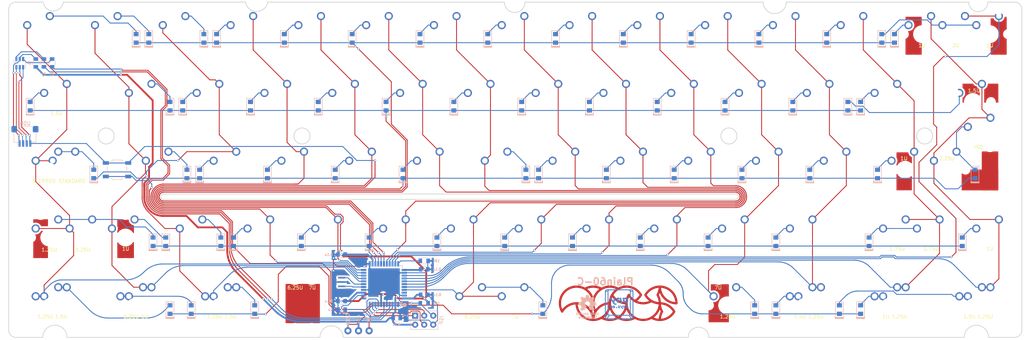
<source format=kicad_pcb>
(kicad_pcb (version 20201002) (generator pcbnew)
  (layers (0 "F.Cu" signal) (31 "B.Cu" signal) (34 "B.Paste" user) (35 "F.Paste" user) (36 "B.SilkS" user "B.Silkscreen") (37 "F.SilkS" user "F.Silkscreen") (38 "B.Mask" user) (39 "F.Mask" user) (44 "Edge.Cuts" user))
  (net 0 "")
  (net 1 "GND")
  (net 2 "VCC")
  (net 3 "row0")
  (net 4 "Net-(D1-Pad2)")
  (net 5 "Net-(D2-Pad2)")
  (net 6 "Net-(D3-Pad2)")
  (net 7 "Net-(D4-Pad2)")
  (net 8 "Net-(D5-Pad2)")
  (net 9 "Net-(D6-Pad2)")
  (net 10 "Net-(D7-Pad2)")
  (net 11 "Net-(D8-Pad2)")
  (net 12 "Net-(D9-Pad2)")
  (net 13 "Net-(D10-Pad2)")
  (net 14 "Net-(D11-Pad2)")
  (net 15 "Net-(D12-Pad2)")
  (net 16 "Net-(D13-Pad2)")
  (net 17 "Net-(D14-Pad2)")
  (net 18 "Net-(D15-Pad2)")
  (net 19 "Net-(D16-Pad2)")
  (net 20 "row1")
  (net 21 "Net-(D17-Pad2)")
  (net 22 "Net-(D18-Pad2)")
  (net 23 "Net-(D19-Pad2)")
  (net 24 "Net-(D20-Pad2)")
  (net 25 "Net-(D21-Pad2)")
  (net 26 "Net-(D22-Pad2)")
  (net 27 "Net-(D23-Pad2)")
  (net 28 "Net-(D24-Pad2)")
  (net 29 "Net-(D25-Pad2)")
  (net 30 "Net-(D26-Pad2)")
  (net 31 "Net-(D27-Pad2)")
  (net 32 "Net-(D28-Pad2)")
  (net 33 "Net-(D29-Pad2)")
  (net 34 "row2")
  (net 35 "Net-(D31-Pad2)")
  (net 36 "Net-(D32-Pad2)")
  (net 37 "Net-(D33-Pad2)")
  (net 38 "Net-(D34-Pad2)")
  (net 39 "Net-(D35-Pad2)")
  (net 40 "Net-(D36-Pad2)")
  (net 41 "Net-(D37-Pad2)")
  (net 42 "Net-(D38-Pad2)")
  (net 43 "Net-(D39-Pad2)")
  (net 44 "Net-(D40-Pad2)")
  (net 45 "Net-(D41-Pad2)")
  (net 46 "Net-(D42-Pad2)")
  (net 47 "Net-(D43-Pad2)")
  (net 48 "Net-(D44-Pad2)")
  (net 49 "row3")
  (net 50 "Net-(D46-Pad2)")
  (net 51 "Net-(D47-Pad2)")
  (net 52 "Net-(D48-Pad2)")
  (net 53 "Net-(D49-Pad2)")
  (net 54 "Net-(D50-Pad2)")
  (net 55 "Net-(D51-Pad2)")
  (net 56 "Net-(D52-Pad2)")
  (net 57 "Net-(D53-Pad2)")
  (net 58 "Net-(D54-Pad2)")
  (net 59 "Net-(D55-Pad2)")
  (net 60 "Net-(D56-Pad2)")
  (net 61 "Net-(D57-Pad2)")
  (net 62 "Net-(D58-Pad2)")
  (net 63 "Net-(D59-Pad2)")
  (net 64 "Net-(D61-Pad2)")
  (net 65 "row4")
  (net 66 "Net-(D62-Pad2)")
  (net 67 "Net-(D63-Pad2)")
  (net 68 "Net-(D67-Pad2)")
  (net 69 "Net-(D71-Pad2)")
  (net 70 "Net-(D72-Pad2)")
  (net 71 "Net-(D73-Pad2)")
  (net 72 "Net-(D74-Pad2)")
  (net 73 "col0")
  (net 74 "col1")
  (net 75 "col2")
  (net 76 "col3")
  (net 77 "col4")
  (net 78 "col5")
  (net 79 "col6")
  (net 80 "col7")
  (net 81 "col8")
  (net 82 "col9")
  (net 83 "col10")
  (net 84 "col11")
  (net 85 "col12")
  (net 86 "col13")
  (net 87 "col14")
  (net 88 "D-")
  (net 89 "D+")
  (net 90 "RST")
  (net 91 "Net-(R6-Pad2)")
  (net 92 "MISO")
  (net 93 "SCK")
  (net 94 "MOSI")
  (net 95 "Net-(H1-Pad1)")
  (net 96 "VBUS")
  (net 97 "Net-(R1-Pad1)")
  (net 98 "Net-(R1-Pad2)")
  (net 99 "Net-(R2-Pad2)")
  (net 100 "Net-(R2-Pad1)")
  (net 101 "Net-(U1-Pad16)")
  (net 102 "Net-(U1-Pad17)")
  (net 103 "Net-(LS1-Pad1)")
  (net 104 "Net-(C1-Pad1)")
  (module "Keeb_switches:CHERRY_PLATE_100H" (layer "F.Cu") (at 76.2 28.575)
    (fp_text reference "K19" hide)
    (fp_text value "KEYSW" hide)
    (pad "1" thru_hole circle (at 2.54 -5.08) (size 2.286 2.286) (drill 1.4986) (layers *.Cu *.Mask) (net 76 "col3"))
    (pad "2" thru_hole circle (at -3.81 -2.54) (size 2.286 2.286) (drill 1.4986) (layers *.Cu *.Mask) (net 23 "Net-(D19-Pad2)"))
    (pad "HOLE" np_thru_hole circle (at -5.08 0) (size 1.7018 1.7018) (drill 1.7018) (layers *.Cu *.Mask))
    (pad "HOLE" np_thru_hole circle (at 5.08 0) (size 1.7018 1.7018) (drill 1.7018) (layers *.Cu *.Mask))
    (pad "HOLE" np_thru_hole circle (at 0 0) (size 3.9878 3.9878) (drill 3.9878) (layers *.Cu *.Mask))
  )
  (module "Keeb_switches:CHERRY_PLATE_100H" (layer "F.Cu") (at 95.25 28.575)
    (fp_text reference "K20" hide)
    (fp_text value "KEYSW" hide)
    (pad "1" thru_hole circle (at 2.54 -5.08) (size 2.286 2.286) (drill 1.4986) (layers *.Cu *.Mask) (net 77 "col4"))
    (pad "2" thru_hole circle (at -3.81 -2.54) (size 2.286 2.286) (drill 1.4986) (layers *.Cu *.Mask) (net 24 "Net-(D20-Pad2)"))
    (pad "HOLE" np_thru_hole circle (at -5.08 0) (size 1.7018 1.7018) (drill 1.7018) (layers *.Cu *.Mask))
    (pad "HOLE" np_thru_hole circle (at 5.08 0) (size 1.7018 1.7018) (drill 1.7018) (layers *.Cu *.Mask))
    (pad "HOLE" np_thru_hole circle (at 0 0) (size 3.9878 3.9878) (drill 3.9878) (layers *.Cu *.Mask))
  )
  (module "Keeb_switches:CHERRY_PLATE_100H" (layer "F.Cu") (at 152.4 28.575)
    (fp_text reference "K23" hide)
    (fp_text value "KEYSW" hide)
    (pad "1" thru_hole circle (at 2.54 -5.08) (size 2.286 2.286) (drill 1.4986) (layers *.Cu *.Mask) (net 80 "col7"))
    (pad "2" thru_hole circle (at -3.81 -2.54) (size 2.286 2.286) (drill 1.4986) (layers *.Cu *.Mask) (net 27 "Net-(D23-Pad2)"))
    (pad "HOLE" np_thru_hole circle (at 5.08 0) (size 1.7018 1.7018) (drill 1.7018) (layers *.Cu *.Mask))
    (pad "HOLE" np_thru_hole circle (at -5.08 0) (size 1.7018 1.7018) (drill 1.7018) (layers *.Cu *.Mask))
    (pad "HOLE" np_thru_hole circle (at 0 0) (size 3.9878 3.9878) (drill 3.9878) (layers *.Cu *.Mask))
  )
  (module "Keeb_switches:CHERRY_PLATE_100H" (layer "F.Cu") (at 171.45 28.575)
    (fp_text reference "K24" hide)
    (fp_text value "KEYSW" hide)
    (pad "1" thru_hole circle (at 2.54 -5.08) (size 2.286 2.286) (drill 1.4986) (layers *.Cu *.Mask) (net 81 "col8"))
    (pad "2" thru_hole circle (at -3.81 -2.54) (size 2.286 2.286) (drill 1.4986) (layers *.Cu *.Mask) (net 28 "Net-(D24-Pad2)"))
    (pad "HOLE" np_thru_hole circle (at 0 0) (size 3.9878 3.9878) (drill 3.9878) (layers *.Cu *.Mask))
    (pad "HOLE" np_thru_hole circle (at 5.08 0) (size 1.7018 1.7018) (drill 1.7018) (layers *.Cu *.Mask))
    (pad "HOLE" np_thru_hole circle (at -5.08 0) (size 1.7018 1.7018) (drill 1.7018) (layers *.Cu *.Mask))
  )
  (module "Keeb_switches:CHERRY_PLATE_100H" (layer "F.Cu") (at 38.1 28.575)
    (fp_text reference "K17" hide)
    (fp_text value "KEYSW" hide)
    (pad "1" thru_hole circle (at 2.54 -5.08) (size 2.286 2.286) (drill 1.4986) (layers *.Cu *.Mask) (net 21 "Net-(D17-Pad2)"))
    (pad "2" thru_hole circle (at -3.81 -2.54) (size 2.286 2.286) (drill 1.4986) (layers *.Cu *.Mask) (net 74 "col1"))
    (pad "HOLE" np_thru_hole circle (at 0 0) (size 3.9878 3.9878) (drill 3.9878) (layers *.Cu *.Mask))
    (pad "HOLE" np_thru_hole circle (at -5.08 0) (size 1.7018 1.7018) (drill 1.7018) (layers *.Cu *.Mask))
    (pad "HOLE" np_thru_hole circle (at 5.08 0) (size 1.7018 1.7018) (drill 1.7018) (layers *.Cu *.Mask))
  )
  (module "Keeb_switches:CHERRY_PLATE_100H" (layer "F.Cu") (at 133.35 28.575)
    (fp_text reference "K22" hide)
    (fp_text value "KEYSW" hide)
    (pad "1" thru_hole circle (at 2.54 -5.08) (size 2.286 2.286) (drill 1.4986) (layers *.Cu *.Mask) (net 79 "col6"))
    (pad "2" thru_hole circle (at -3.81 -2.54) (size 2.286 2.286) (drill 1.4986) (layers *.Cu *.Mask) (net 26 "Net-(D22-Pad2)"))
    (pad "HOLE" np_thru_hole circle (at -5.08 0) (size 1.7018 1.7018) (drill 1.7018) (layers *.Cu *.Mask))
    (pad "HOLE" np_thru_hole circle (at 5.08 0) (size 1.7018 1.7018) (drill 1.7018) (layers *.Cu *.Mask))
    (pad "HOLE" np_thru_hole circle (at 0 0) (size 3.9878 3.9878) (drill 3.9878) (layers *.Cu *.Mask))
  )
  (module "Keeb_switches:CHERRY_PLATE_100H" (layer "F.Cu") (at 114.3 28.575)
    (fp_text reference "K21" hide)
    (fp_text value "KEYSW" hide)
    (pad "1" thru_hole circle (at 2.54 -5.08) (size 2.286 2.286) (drill 1.4986) (layers *.Cu *.Mask) (net 78 "col5"))
    (pad "2" thru_hole circle (at -3.81 -2.54) (size 2.286 2.286) (drill 1.4986) (layers *.Cu *.Mask) (net 25 "Net-(D21-Pad2)"))
    (pad "HOLE" np_thru_hole circle (at 0 0) (size 3.9878 3.9878) (drill 3.9878) (layers *.Cu *.Mask))
    (pad "HOLE" np_thru_hole circle (at -5.08 0) (size 1.7018 1.7018) (drill 1.7018) (layers *.Cu *.Mask))
    (pad "HOLE" np_thru_hole circle (at 5.08 0) (size 1.7018 1.7018) (drill 1.7018) (layers *.Cu *.Mask))
  )
  (module "Keeb_switches:CHERRY_PLATE_100H" (layer "F.Cu") (at 57.15 28.575)
    (fp_text reference "K18" hide)
    (fp_text value "KEYSW" hide)
    (pad "1" thru_hole circle (at 2.54 -5.08) (size 2.286 2.286) (drill 1.4986) (layers *.Cu *.Mask) (net 75 "col2"))
    (pad "2" thru_hole circle (at -3.81 -2.54) (size 2.286 2.286) (drill 1.4986) (layers *.Cu *.Mask) (net 22 "Net-(D18-Pad2)"))
    (pad "HOLE" np_thru_hole circle (at -5.08 0) (size 1.7018 1.7018) (drill 1.7018) (layers *.Cu *.Mask))
    (pad "HOLE" np_thru_hole circle (at 5.08 0) (size 1.7018 1.7018) (drill 1.7018) (layers *.Cu *.Mask))
    (pad "HOLE" np_thru_hole circle (at 0 0) (size 3.9878 3.9878) (drill 3.9878) (layers *.Cu *.Mask))
  )
  (module "Keeb_switches:CHERRY_PLATE_150H" (layer "F.Cu") (at 14.2875 28.575)
    (fp_text reference "K16" hide)
    (fp_text value "KEYSW" hide)
    (pad "1" thru_hole circle (at 2.54 -5.08) (size 2.286 2.286) (drill 1.4986) (layers *.Cu *.Mask) (net 73 "col0"))
    (pad "2" thru_hole circle (at -3.81 -2.54) (size 2.286 2.286) (drill 1.4986) (layers *.Cu *.Mask) (net 19 "Net-(D16-Pad2)"))
    (pad "HOLE" np_thru_hole circle (at 0 0) (size 3.9878 3.9878) (drill 3.9878) (layers *.Cu *.Mask))
    (pad "HOLE" np_thru_hole circle (at -5.08 0) (size 1.7018 1.7018) (drill 1.7018) (layers *.Cu *.Mask))
    (pad "HOLE" np_thru_hole circle (at 5.08 0) (size 1.7018 1.7018) (drill 1.7018) (layers *.Cu *.Mask))
  )
  (module "Keeb_switches:CHERRY_PCB_200H" (layer "F.Cu") (at 266.7 9.525)
    (fp_text reference "K15" hide)
    (fp_text value "KEYSW" hide)
    (pad "" np_thru_hole circle (at -11.938 -6.985) (size 3.048 3.048) (drill 3.048) (layers *.Cu *.Mask))
    (pad "" np_thru_hole circle (at 0 0) (size 3.9878 3.9878) (drill 3.9878) (layers *.Cu *.Mask))
    (pad "" np_thru_hole circle (at 11.938 -6.985) (size 3.048 3.048) (drill 3.048) (layers *.Cu *.Mask))
    (pad "" np_thru_hole circle (at -5.08 0) (size 1.7018 1.7018) (drill 1.7018) (layers *.Cu *.Mask))
    (pad "" np_thru_hole circle (at 11.938 8.255) (size 3.9878 3.9878) (drill 3.9878) (layers *.Cu *.Mask))
    (pad "" np_thru_hole circle (at -11.938 8.255) (size 3.9878 3.9878) (drill 3.9878) (layers *.Cu *.Mask))
    (pad "" np_thru_hole circle (at 5.08 0) (size 1.7018 1.7018) (drill 1.7018) (layers *.Cu *.Mask))
    (pad "1" thru_hole circle (at 2.54 -5.08) (size 2.286 2.286) (drill 1.4986) (layers *.Cu *.Mask) (net 87 "col14"))
    (pad "2" thru_hole circle (at -3.81 -2.54) (size 2.286 2.286) (drill 1.4986) (layers *.Cu *.Mask) (net 18 "Net-(D15-Pad2)"))
  )
  (module "Keeb_switches:CHERRY_PLATE_100H" (layer "F.Cu") (at 142.875 9.525)
    (fp_text reference "K8" hide)
    (fp_text value "KEYSW" hide)
    (pad "1" thru_hole circle (at 2.54 -5.08) (size 2.286 2.286) (drill 1.4986) (layers *.Cu *.Mask) (net 80 "col7"))
    (pad "2" thru_hole circle (at -3.81 -2.54) (size 2.286 2.286) (drill 1.4986) (layers *.Cu *.Mask) (net 11 "Net-(D8-Pad2)"))
    (pad "HOLE" np_thru_hole circle (at 5.08 0) (size 1.7018 1.7018) (drill 1.7018) (layers *.Cu *.Mask))
    (pad "HOLE" np_thru_hole circle (at -5.08 0) (size 1.7018 1.7018) (drill 1.7018) (layers *.Cu *.Mask))
    (pad "HOLE" np_thru_hole circle (at 0 0) (size 3.9878 3.9878) (drill 3.9878) (layers *.Cu *.Mask))
  )
  (module "Keeb_switches:CHERRY_PLATE_100H" (layer "F.Cu") (at 180.975 9.525)
    (fp_text reference "K10" hide)
    (fp_text value "KEYSW" hide)
    (pad "1" thru_hole circle (at 2.54 -5.08) (size 2.286 2.286) (drill 1.4986) (layers *.Cu *.Mask) (net 82 "col9"))
    (pad "2" thru_hole circle (at -3.81 -2.54) (size 2.286 2.286) (drill 1.4986) (layers *.Cu *.Mask) (net 13 "Net-(D10-Pad2)"))
    (pad "HOLE" np_thru_hole circle (at 5.08 0) (size 1.7018 1.7018) (drill 1.7018) (layers *.Cu *.Mask))
    (pad "HOLE" np_thru_hole circle (at -5.08 0) (size 1.7018 1.7018) (drill 1.7018) (layers *.Cu *.Mask))
    (pad "HOLE" np_thru_hole circle (at 0 0) (size 3.9878 3.9878) (drill 3.9878) (layers *.Cu *.Mask))
  )
  (module "Keeb_switches:CHERRY_PLATE_100H" (layer "F.Cu") (at 257.175 9.525)
    (fp_text reference "K14" hide)
    (fp_text value "KEYSW" hide)
    (pad "1" thru_hole circle (at 2.54 -5.08) (size 2.286 2.286) (drill 1.4986) (layers *.Cu *.Mask) (net 86 "col13"))
    (pad "2" thru_hole circle (at -3.81 -2.54) (size 2.286 2.286) (drill 1.4986) (layers *.Cu *.Mask) (net 17 "Net-(D14-Pad2)"))
    (pad "HOLE" np_thru_hole circle (at 0 0) (size 3.9878 3.9878) (drill 3.9878) (layers *.Cu *.Mask))
    (pad "HOLE" np_thru_hole circle (at -5.08 0) (size 1.7018 1.7018) (drill 1.7018) (layers *.Cu *.Mask))
    (pad "HOLE" np_thru_hole circle (at 5.08 0) (size 1.7018 1.7018) (drill 1.7018) (layers *.Cu *.Mask))
  )
  (module "Keeb_switches:CHERRY_PLATE_100H" (layer "F.Cu") (at 85.725 9.525)
    (fp_text reference "K5" hide)
    (fp_text value "KEYSW" hide)
    (pad "1" thru_hole circle (at 2.54 -5.08) (size 2.286 2.286) (drill 1.4986) (layers *.Cu *.Mask) (net 77 "col4"))
    (pad "2" thru_hole circle (at -3.81 -2.54) (size 2.286 2.286) (drill 1.4986) (layers *.Cu *.Mask) (net 8 "Net-(D5-Pad2)"))
    (pad "HOLE" np_thru_hole circle (at -5.08 0) (size 1.7018 1.7018) (drill 1.7018) (layers *.Cu *.Mask))
    (pad "HOLE" np_thru_hole circle (at 0 0) (size 3.9878 3.9878) (drill 3.9878) (layers *.Cu *.Mask))
    (pad "HOLE" np_thru_hole circle (at 5.08 0) (size 1.7018 1.7018) (drill 1.7018) (layers *.Cu *.Mask))
  )
  (module "Keeb_switches:CHERRY_PLATE_100H" (layer "F.Cu") (at 238.125 9.525)
    (fp_text reference "K13" hide)
    (fp_text value "KEYSW" hide)
    (pad "1" thru_hole circle (at 2.54 -5.08) (size 2.286 2.286) (drill 1.4986) (layers *.Cu *.Mask) (net 85 "col12"))
    (pad "2" thru_hole circle (at -3.81 -2.54) (size 2.286 2.286) (drill 1.4986) (layers *.Cu *.Mask) (net 16 "Net-(D13-Pad2)"))
    (pad "HOLE" np_thru_hole circle (at -5.08 0) (size 1.7018 1.7018) (drill 1.7018) (layers *.Cu *.Mask))
    (pad "HOLE" np_thru_hole circle (at 0 0) (size 3.9878 3.9878) (drill 3.9878) (layers *.Cu *.Mask))
    (pad "HOLE" np_thru_hole circle (at 5.08 0) (size 1.7018 1.7018) (drill 1.7018) (layers *.Cu *.Mask))
  )
  (module "Keeb_switches:CHERRY_PLATE_100H" (layer "F.Cu") (at 219.075 9.525)
    (fp_text reference "K12" hide)
    (fp_text value "KEYSW" hide)
    (pad "1" thru_hole circle (at 2.54 -5.08) (size 2.286 2.286) (drill 1.4986) (layers *.Cu *.Mask) (net 84 "col11"))
    (pad "2" thru_hole circle (at -3.81 -2.54) (size 2.286 2.286) (drill 1.4986) (layers *.Cu *.Mask) (net 15 "Net-(D12-Pad2)"))
    (pad "HOLE" np_thru_hole circle (at 0 0) (size 3.9878 3.9878) (drill 3.9878) (layers *.Cu *.Mask))
    (pad "HOLE" np_thru_hole circle (at 5.08 0) (size 1.7018 1.7018) (drill 1.7018) (layers *.Cu *.Mask))
    (pad "HOLE" np_thru_hole circle (at -5.08 0) (size 1.7018 1.7018) (drill 1.7018) (layers *.Cu *.Mask))
  )
  (module "Keeb_switches:CHERRY_PLATE_100H" (layer "F.Cu") (at 200.025 9.525)
    (fp_text reference "K11" hide)
    (fp_text value "KEYSW" hide)
    (pad "1" thru_hole circle (at 2.54 -5.08) (size 2.286 2.286) (drill 1.4986) (layers *.Cu *.Mask) (net 83 "col10"))
    (pad "2" thru_hole circle (at -3.81 -2.54) (size 2.286 2.286) (drill 1.4986) (layers *.Cu *.Mask) (net 14 "Net-(D11-Pad2)"))
    (pad "HOLE" np_thru_hole circle (at 5.08 0) (size 1.7018 1.7018) (drill 1.7018) (layers *.Cu *.Mask))
    (pad "HOLE" np_thru_hole circle (at 0 0) (size 3.9878 3.9878) (drill 3.9878) (layers *.Cu *.Mask))
    (pad "HOLE" np_thru_hole circle (at -5.08 0) (size 1.7018 1.7018) (drill 1.7018) (layers *.Cu *.Mask))
  )
  (module "Keeb_switches:CHERRY_PLATE_100H" (layer "F.Cu") (at 161.925 9.525)
    (fp_text reference "K9" hide)
    (fp_text value "KEYSW" hide)
    (pad "1" thru_hole circle (at 2.54 -5.08) (size 2.286 2.286) (drill 1.4986) (layers *.Cu *.Mask) (net 81 "col8"))
    (pad "2" thru_hole circle (at -3.81 -2.54) (size 2.286 2.286) (drill 1.4986) (layers *.Cu *.Mask) (net 12 "Net-(D9-Pad2)"))
    (pad "HOLE" np_thru_hole circle (at 5.08 0) (size 1.7018 1.7018) (drill 1.7018) (layers *.Cu *.Mask))
    (pad "HOLE" np_thru_hole circle (at -5.08 0) (size 1.7018 1.7018) (drill 1.7018) (layers *.Cu *.Mask))
    (pad "HOLE" np_thru_hole circle (at 0 0) (size 3.9878 3.9878) (drill 3.9878) (layers *.Cu *.Mask))
  )
  (module "Keeb_switches:CHERRY_PLATE_100H" (layer "F.Cu") (at 123.825 9.525)
    (fp_text reference "K7" hide)
    (fp_text value "KEYSW" hide)
    (pad "1" thru_hole circle (at 2.54 -5.08) (size 2.286 2.286) (drill 1.4986) (layers *.Cu *.Mask) (net 79 "col6"))
    (pad "2" thru_hole circle (at -3.81 -2.54) (size 2.286 2.286) (drill 1.4986) (layers *.Cu *.Mask) (net 10 "Net-(D7-Pad2)"))
    (pad "HOLE" np_thru_hole circle (at 5.08 0) (size 1.7018 1.7018) (drill 1.7018) (layers *.Cu *.Mask))
    (pad "HOLE" np_thru_hole circle (at 0 0) (size 3.9878 3.9878) (drill 3.9878) (layers *.Cu *.Mask))
    (pad "HOLE" np_thru_hole circle (at -5.08 0) (size 1.7018 1.7018) (drill 1.7018) (layers *.Cu *.Mask))
  )
  (module "Keeb_switches:CHERRY_PLATE_100H" (layer "F.Cu") (at 104.775 9.525)
    (fp_text reference "K6" hide)
    (fp_text value "KEYSW" hide)
    (pad "1" thru_hole circle (at 2.54 -5.08) (size 2.286 2.286) (drill 1.4986) (layers *.Cu *.Mask) (net 78 "col5"))
    (pad "2" thru_hole circle (at -3.81 -2.54) (size 2.286 2.286) (drill 1.4986) (layers *.Cu *.Mask) (net 9 "Net-(D6-Pad2)"))
    (pad "HOLE" np_thru_hole circle (at 0 0) (size 3.9878 3.9878) (drill 3.9878) (layers *.Cu *.Mask))
    (pad "HOLE" np_thru_hole circle (at -5.08 0) (size 1.7018 1.7018) (drill 1.7018) (layers *.Cu *.Mask))
    (pad "HOLE" np_thru_hole circle (at 5.08 0) (size 1.7018 1.7018) (drill 1.7018) (layers *.Cu *.Mask))
  )
  (module "Keeb_switches:CHERRY_PLATE_100H" (layer "F.Cu") (at 66.675 9.525)
    (fp_text reference "K4" hide)
    (fp_text value "KEYSW" hide)
    (pad "1" thru_hole circle (at 2.54 -5.08) (size 2.286 2.286) (drill 1.4986) (layers *.Cu *.Mask) (net 76 "col3"))
    (pad "2" thru_hole circle (at -3.81 -2.54) (size 2.286 2.286) (drill 1.4986) (layers *.Cu *.Mask) (net 7 "Net-(D4-Pad2)"))
    (pad "HOLE" np_thru_hole circle (at 5.08 0) (size 1.7018 1.7018) (drill 1.7018) (layers *.Cu *.Mask))
    (pad "HOLE" np_thru_hole circle (at 0 0) (size 3.9878 3.9878) (drill 3.9878) (layers *.Cu *.Mask))
    (pad "HOLE" np_thru_hole circle (at -5.08 0) (size 1.7018 1.7018) (drill 1.7018) (layers *.Cu *.Mask))
  )
  (module "Keeb_switches:CHERRY_PLATE_100H" (layer "F.Cu") (at 28.575 9.525)
    (fp_text reference "K2" hide)
    (fp_text value "KEYSW" hide)
    (pad "1" thru_hole circle (at 2.54 -5.08) (size 2.286 2.286) (drill 1.4986) (layers *.Cu *.Mask) (net 5 "Net-(D2-Pad2)"))
    (pad "2" thru_hole circle (at -3.81 -2.54) (size 2.286 2.286) (drill 1.4986) (layers *.Cu *.Mask) (net 74 "col1"))
    (pad "HOLE" np_thru_hole circle (at 5.08 0) (size 1.7018 1.7018) (drill 1.7018) (layers *.Cu *.Mask))
    (pad "HOLE" np_thru_hole circle (at -5.08 0) (size 1.7018 1.7018) (drill 1.7018) (layers *.Cu *.Mask))
    (pad "HOLE" np_thru_hole circle (at 0 0) (size 3.9878 3.9878) (drill 3.9878) (layers *.Cu *.Mask))
  )
  (module "Keeb_switches:CHERRY_PLATE_100H" (layer "F.Cu") (at 9.525 9.525)
    (fp_text reference "K1" hide)
    (fp_text value "KEYSW" hide)
    (pad "1" thru_hole circle (at 2.54 -5.08) (size 2.286 2.286) (drill 1.4986) (layers *.Cu *.Mask) (net 4 "Net-(D1-Pad2)"))
    (pad "2" thru_hole circle (at -3.81 -2.54) (size 2.286 2.286) (drill 1.4986) (layers *.Cu *.Mask) (net 73 "col0"))
    (pad "HOLE" np_thru_hole circle (at 0 0) (size 3.9878 3.9878) (drill 3.9878) (layers *.Cu *.Mask))
    (pad "HOLE" np_thru_hole circle (at -5.08 0) (size 1.7018 1.7018) (drill 1.7018) (layers *.Cu *.Mask))
    (pad "HOLE" np_thru_hole circle (at 5.08 0) (size 1.7018 1.7018) (drill 1.7018) (layers *.Cu *.Mask))
  )
  (module "Keeb_switches:CHERRY_PLATE_100H" (layer "F.Cu") (at 47.625 9.525)
    (fp_text reference "K3" hide)
    (fp_text value "KEYSW" hide)
    (pad "1" thru_hole circle (at 2.54 -5.08) (size 2.286 2.286) (drill 1.4986) (layers *.Cu *.Mask) (net 6 "Net-(D3-Pad2)"))
    (pad "2" thru_hole circle (at -3.81 -2.54) (size 2.286 2.286) (drill 1.4986) (layers *.Cu *.Mask) (net 75 "col2"))
    (pad "HOLE" np_thru_hole circle (at 0 0) (size 3.9878 3.9878) (drill 3.9878) (layers *.Cu *.Mask))
    (pad "HOLE" np_thru_hole circle (at -5.08 0) (size 1.7018 1.7018) (drill 1.7018) (layers *.Cu *.Mask))
    (pad "HOLE" np_thru_hole circle (at 5.08 0) (size 1.7018 1.7018) (drill 1.7018) (layers *.Cu *.Mask))
  )
  (module "Keeb_switches:CHERRY_PLATE_100H" (layer "F.Cu") (at 38.1 85.725)
    (fp_text reference "K62-1" hide)
    (fp_text value "KEYSW" hide)
    (pad "1" thru_hole circle (at 2.54 -5.08) (size 2.286 2.286) (drill 1.4986) (layers *.Cu *.Mask) (net 74 "col1"))
    (pad "2" thru_hole circle (at -3.81 -2.54) (size 2.286 2.286) (drill 1.4986) (layers *.Cu *.Mask) (net 66 "Net-(D62-Pad2)"))
    (pad "HOLE" np_thru_hole circle (at 5.08 0) (size 1.7018 1.7018) (drill 1.7018) (layers *.Cu *.Mask))
    (pad "HOLE" np_thru_hole circle (at 0 0) (size 3.9878 3.9878) (drill 3.9878) (layers *.Cu *.Mask))
    (pad "HOLE" np_thru_hole circle (at -5.08 0) (size 1.7018 1.7018) (drill 1.7018) (layers *.Cu *.Mask))
  )
  (module "Keeb_switches:CHERRY_PLATE_125H" (layer "F.Cu") (at 202.40625 85.725)
    (fp_text reference "K71" hide)
    (fp_text value "KEYSW" hide)
    (pad "1" thru_hole circle (at 2.54 -5.08) (size 2.286 2.286) (drill 1.4986) (layers *.Cu *.Mask) (net 69 "Net-(D71-Pad2)"))
    (pad "2" thru_hole circle (at -3.81 -2.54) (size 2.286 2.286) (drill 1.4986) (layers *.Cu *.Mask) (net 83 "col10"))
    (pad "HOLE" np_thru_hole circle (at -5.08 0) (size 1.7018 1.7018) (drill 1.7018) (layers *.Cu *.Mask))
    (pad "HOLE" np_thru_hole circle (at 0 0) (size 3.9878 3.9878) (drill 3.9878) (layers *.Cu *.Mask))
    (pad "HOLE" np_thru_hole circle (at 5.08 0) (size 1.7018 1.7018) (drill 1.7018) (layers *.Cu *.Mask))
  )
  (module "Keeb_switches:CHERRY_PLATE_100H" (layer "F.Cu") (at 147.6375 66.675)
    (fp_text reference "K53" hide)
    (fp_text value "KEYSW" hide)
    (pad "1" thru_hole circle (at 2.54 -5.08) (size 2.286 2.286) (drill 1.4986) (layers *.Cu *.Mask) (net 80 "col7"))
    (pad "2" thru_hole circle (at -3.81 -2.54) (size 2.286 2.286) (drill 1.4986) (layers *.Cu *.Mask) (net 57 "Net-(D53-Pad2)"))
    (pad "HOLE" np_thru_hole circle (at 5.08 0) (size 1.7018 1.7018) (drill 1.7018) (layers *.Cu *.Mask))
    (pad "HOLE" np_thru_hole circle (at -5.08 0) (size 1.7018 1.7018) (drill 1.7018) (layers *.Cu *.Mask))
    (pad "HOLE" np_thru_hole circle (at 0 0) (size 3.9878 3.9878) (drill 3.9878) (layers *.Cu *.Mask))
  )
  (module "Keeb_switches:CHERRY_PLATE_175H" (layer "F.Cu") (at 250.03146 66.675056)
    (fp_text reference "K58-1" hide)
    (fp_text value "KEYSW" hide)
    (pad "1" thru_hole circle (at 2.54 -5.08) (size 2.286 2.286) (drill 1.4986) (layers *.Cu *.Mask) (net 85 "col12"))
    (pad "2" thru_hole circle (at -3.81 -2.54) (size 2.286 2.286) (drill 1.4986) (layers *.Cu *.Mask) (net 62 "Net-(D58-Pad2)"))
    (pad "HOLE" np_thru_hole circle (at -5.08 0) (size 1.7018 1.7018) (drill 1.7018) (layers *.Cu *.Mask))
    (pad "HOLE" np_thru_hole circle (at 5.08 0) (size 1.7018 1.7018) (drill 1.7018) (layers *.Cu *.Mask))
    (pad "HOLE" np_thru_hole circle (at 0 0) (size 3.9878 3.9878) (drill 3.9878) (layers *.Cu *.Mask))
  )
  (module "Keeb_switches:CHERRY_PLATE_125H" (layer "F.Cu") (at 11.90625 47.625)
    (fp_text reference "K31-1" hide)
    (fp_text value "KEYSW" hide)
    (pad "1" thru_hole circle (at 2.54 -5.08) (size 2.286 2.286) (drill 1.4986) (layers *.Cu *.Mask) (net 35 "Net-(D31-Pad2)"))
    (pad "2" thru_hole circle (at -3.81 -2.54) (size 2.286 2.286) (drill 1.4986) (layers *.Cu *.Mask) (net 73 "col0"))
    (pad "HOLE" np_thru_hole circle (at 5.08 0) (size 1.7018 1.7018) (drill 1.7018) (layers *.Cu *.Mask))
    (pad "HOLE" np_thru_hole circle (at -5.08 0) (size 1.7018 1.7018) (drill 1.7018) (layers *.Cu *.Mask))
    (pad "HOLE" np_thru_hole circle (at 0 0) (size 3.9878 3.9878) (drill 3.9878) (layers *.Cu *.Mask))
  )
  (module "Keeb_switches:CHERRY_PLATE_100H" (layer "F.Cu") (at 223.8375 66.675)
    (fp_text reference "K57" hide)
    (fp_text value "KEYSW" hide)
    (pad "1" thru_hole circle (at 2.54 -5.08) (size 2.286 2.286) (drill 1.4986) (layers *.Cu *.Mask) (net 84 "col11"))
    (pad "2" thru_hole circle (at -3.81 -2.54) (size 2.286 2.286) (drill 1.4986) (layers *.Cu *.Mask) (net 61 "Net-(D57-Pad2)"))
    (pad "HOLE" np_thru_hole circle (at 0 0) (size 3.9878 3.9878) (drill 3.9878) (layers *.Cu *.Mask))
    (pad "HOLE" np_thru_hole circle (at 5.08 0) (size 1.7018 1.7018) (drill 1.7018) (layers *.Cu *.Mask))
    (pad "HOLE" np_thru_hole circle (at -5.08 0) (size 1.7018 1.7018) (drill 1.7018) (layers *.Cu *.Mask))
  )
  (module "Keeb_switches:CHERRY_PLATE_100H" (layer "F.Cu") (at 166.6875 66.675)
    (fp_text reference "K54" hide)
    (fp_text value "KEYSW" hide)
    (pad "1" thru_hole circle (at 2.54 -5.08) (size 2.286 2.286) (drill 1.4986) (layers *.Cu *.Mask) (net 81 "col8"))
    (pad "2" thru_hole circle (at -3.81 -2.54) (size 2.286 2.286) (drill 1.4986) (layers *.Cu *.Mask) (net 58 "Net-(D54-Pad2)"))
    (pad "HOLE" np_thru_hole circle (at 5.08 0) (size 1.7018 1.7018) (drill 1.7018) (layers *.Cu *.Mask))
    (pad "HOLE" np_thru_hole circle (at 0 0) (size 3.9878 3.9878) (drill 3.9878) (layers *.Cu *.Mask))
    (pad "HOLE" np_thru_hole circle (at -5.08 0) (size 1.7018 1.7018) (drill 1.7018) (layers *.Cu *.Mask))
  )
  (module "Keeb_switches:CHERRY_PLATE_100H" (layer "F.Cu") (at 204.7875 66.675)
    (fp_text reference "K56" hide)
    (fp_text value "KEYSW" hide)
    (pad "1" thru_hole circle (at 2.54 -5.08) (size 2.286 2.286) (drill 1.4986) (layers *.Cu *.Mask) (net 83 "col10"))
    (pad "2" thru_hole circle (at -3.81 -2.54) (size 2.286 2.286) (drill 1.4986) (layers *.Cu *.Mask) (net 60 "Net-(D56-Pad2)"))
    (pad "HOLE" np_thru_hole circle (at 5.08 0) (size 1.7018 1.7018) (drill 1.7018) (layers *.Cu *.Mask))
    (pad "HOLE" np_thru_hole circle (at 0 0) (size 3.9878 3.9878) (drill 3.9878) (layers *.Cu *.Mask))
    (pad "HOLE" np_thru_hole circle (at -5.08 0) (size 1.7018 1.7018) (drill 1.7018) (layers *.Cu *.Mask))
  )
  (module "Keeb_switches:CHERRY_PLATE_100H" (layer "F.Cu") (at 128.5875 66.675)
    (fp_text reference "K52" hide)
    (fp_text value "KEYSW" hide)
    (pad "1" thru_hole circle (at 2.54 -5.08) (size 2.286 2.286) (drill 1.4986) (layers *.Cu *.Mask) (net 79 "col6"))
    (pad "2" thru_hole circle (at -3.81 -2.54) (size 2.286 2.286) (drill 1.4986) (layers *.Cu *.Mask) (net 56 "Net-(D52-Pad2)"))
    (pad "HOLE" np_thru_hole circle (at -5.08 0) (size 1.7018 1.7018) (drill 1.7018) (layers *.Cu *.Mask))
    (pad "HOLE" np_thru_hole circle (at 0 0) (size 3.9878 3.9878) (drill 3.9878) (layers *.Cu *.Mask))
    (pad "HOLE" np_thru_hole circle (at 5.08 0) (size 1.7018 1.7018) (drill 1.7018) (layers *.Cu *.Mask))
  )
  (module "Keeb_switches:CHERRY_PLATE_100H" (layer "F.Cu") (at 185.7375 66.675)
    (fp_text reference "K55" hide)
    (fp_text value "KEYSW" hide)
    (pad "1" thru_hole circle (at 2.54 -5.08) (size 2.286 2.286) (drill 1.4986) (layers *.Cu *.Mask) (net 82 "col9"))
    (pad "2" thru_hole circle (at -3.81 -2.54) (size 2.286 2.286) (drill 1.4986) (layers *.Cu *.Mask) (net 59 "Net-(D55-Pad2)"))
    (pad "HOLE" np_thru_hole circle (at 5.08 0) (size 1.7018 1.7018) (drill 1.7018) (layers *.Cu *.Mask))
    (pad "HOLE" np_thru_hole circle (at 0 0) (size 3.9878 3.9878) (drill 3.9878) (layers *.Cu *.Mask))
    (pad "HOLE" np_thru_hole circle (at -5.08 0) (size 1.7018 1.7018) (drill 1.7018) (layers *.Cu *.Mask))
  )
  (module "Keeb_switches:CHERRY_PLATE_150H" (layer "F.Cu") (at 14.2875 85.725)
    (fp_text reference "K61-1" hide)
    (fp_text value "KEYSW" hide)
    (pad "1" thru_hole circle (at 2.54 -5.08) (size 2.286 2.286) (drill 1.4986) (layers *.Cu *.Mask) (net 64 "Net-(D61-Pad2)"))
    (pad "2" thru_hole circle (at -3.81 -2.54) (size 2.286 2.286) (drill 1.4986) (layers *.Cu *.Mask) (net 73 "col0"))
    (pad "HOLE" np_thru_hole circle (at 5.08 0) (size 1.7018 1.7018) (drill 1.7018) (layers *.Cu *.Mask))
    (pad "HOLE" np_thru_hole circle (at -5.08 0) (size 1.7018 1.7018) (drill 1.7018) (layers *.Cu *.Mask))
    (pad "HOLE" np_thru_hole circle (at 0 0) (size 3.9878 3.9878) (drill 3.9878) (layers *.Cu *.Mask))
  )
  (module "Keeb_switches:CHERRY_PLATE_125H" (layer "F.Cu") (at 11.90625 66.675)
    (fp_text reference "K46-1" hide)
    (fp_text value "KEYSW" hide)
    (pad "1" thru_hole circle (at 2.54 -5.08) (size 2.286 2.286) (drill 1.4986) (layers *.Cu *.Mask) (net 50 "Net-(D46-Pad2)"))
    (pad "2" thru_hole circle (at -3.81 -2.54) (size 2.286 2.286) (drill 1.4986) (layers *.Cu *.Mask) (net 73 "col0"))
    (pad "HOLE" np_thru_hole circle (at -5.08 0) (size 1.7018 1.7018) (drill 1.7018) (layers *.Cu *.Mask))
    (pad "HOLE" np_thru_hole circle (at 5.08 0) (size 1.7018 1.7018) (drill 1.7018) (layers *.Cu *.Mask))
    (pad "HOLE" np_thru_hole circle (at 0 0) (size 3.9878 3.9878) (drill 3.9878) (layers *.Cu *.Mask))
  )
  (module "Keeb_switches:CHERRY_PLATE_100H" (layer "F.Cu") (at 276.225 9.525)
    (fp_text reference "K15-1" hide)
    (fp_text value "KEYSW" hide)
    (pad "1" thru_hole circle (at 2.54 -5.08) (size 2.286 2.286) (drill 1.4986) (layers *.Cu *.Mask) (net 87 "col14"))
    (pad "2" thru_hole circle (at -3.81 -2.54) (size 2.286 2.286) (drill 1.4986) (layers *.Cu *.Mask) (net 18 "Net-(D15-Pad2)"))
    (pad "HOLE" np_thru_hole circle (at 0 0) (size 3.9878 3.9878) (drill 3.9878) (layers *.Cu *.Mask))
    (pad "HOLE" np_thru_hole circle (at -5.08 0) (size 1.7018 1.7018) (drill 1.7018) (layers *.Cu *.Mask))
    (pad "HOLE" np_thru_hole circle (at 5.08 0) (size 1.7018 1.7018) (drill 1.7018) (layers *.Cu *.Mask))
  )
  (module "Keeb_switches:CHERRY_PLATE_125H" (layer "F.Cu") (at 273.84375 85.725072)
    (fp_text reference "K74" hide)
    (fp_text value "KEYSW" hide)
    (pad "1" thru_hole circle (at 2.54 -5.08) (size 2.286 2.286) (drill 1.4986) (layers *.Cu *.Mask) (net 86 "col13"))
    (pad "2" thru_hole circle (at -3.81 -2.54) (size 2.286 2.286) (drill 1.4986) (layers *.Cu *.Mask) (net 72 "Net-(D74-Pad2)"))
    (pad "HOLE" np_thru_hole circle (at -5.08 0) (size 1.7018 1.7018) (drill 1.7018) (layers *.Cu *.Mask))
    (pad "HOLE" np_thru_hole circle (at 5.08 0) (size 1.7018 1.7018) (drill 1.7018) (layers *.Cu *.Mask))
    (pad "HOLE" np_thru_hole circle (at 0 0) (size 3.9878 3.9878) (drill 3.9878) (layers *.Cu *.Mask))
  )
  (module "Keeb_switches:CHERRY_PLATE_125H" (layer "F.Cu") (at 250.03125 85.725)
    (fp_text reference "K73" hide)
    (fp_text value "KEYSW" hide)
    (pad "1" thru_hole circle (at 2.54 -5.08) (size 2.286 2.286) (drill 1.4986) (layers *.Cu *.Mask) (net 85 "col12"))
    (pad "2" thru_hole circle (at -3.81 -2.54) (size 2.286 2.286) (drill 1.4986) (layers *.Cu *.Mask) (net 71 "Net-(D73-Pad2)"))
    (pad "HOLE" np_thru_hole circle (at 5.08 0) (size 1.7018 1.7018) (drill 1.7018) (layers *.Cu *.Mask))
    (pad "HOLE" np_thru_hole circle (at 0 0) (size 3.9878 3.9878) (drill 3.9878) (layers *.Cu *.Mask))
    (pad "HOLE" np_thru_hole circle (at -5.08 0) (size 1.7018 1.7018) (drill 1.7018) (layers *.Cu *.Mask))
  )
  (module "Keeb_switches:CHERRY_PLATE_100H" (layer "F.Cu") (at 247.65 28.575)
    (fp_text reference "K28" hide)
    (fp_text value "KEYSW" hide)
    (pad "1" thru_hole circle (at 2.54 -5.08) (size 2.286 2.286) (drill 1.4986) (layers *.Cu *.Mask) (net 85 "col12"))
    (pad "2" thru_hole circle (at -3.81 -2.54) (size 2.286 2.286) (drill 1.4986) (layers *.Cu *.Mask) (net 32 "Net-(D28-Pad2)"))
    (pad "HOLE" np_thru_hole circle (at 5.08 0) (size 1.7018 1.7018) (drill 1.7018) (layers *.Cu *.Mask))
    (pad "HOLE" np_thru_hole circle (at -5.08 0) (size 1.7018 1.7018) (drill 1.7018) (layers *.Cu *.Mask))
    (pad "HOLE" np_thru_hole circle (at 0 0) (size 3.9878 3.9878) (drill 3.9878) (layers *.Cu *.Mask))
  )
  (module "Keeb_switches:CHERRY_PLATE_100H" (layer "F.Cu") (at 52.3875 66.675)
    (fp_text reference "K48" hide)
    (fp_text value "KEYSW" hide)
    (pad "1" thru_hole circle (at 2.54 -5.08) (size 2.286 2.286) (drill 1.4986) (layers *.Cu *.Mask) (net 52 "Net-(D48-Pad2)"))
    (pad "2" thru_hole circle (at -3.81 -2.54) (size 2.286 2.286) (drill 1.4986) (layers *.Cu *.Mask) (net 75 "col2"))
    (pad "HOLE" np_thru_hole circle (at -5.08 0) (size 1.7018 1.7018) (drill 1.7018) (layers *.Cu *.Mask))
    (pad "HOLE" np_thru_hole circle (at 0 0) (size 3.9878 3.9878) (drill 3.9878) (layers *.Cu *.Mask))
    (pad "HOLE" np_thru_hole circle (at 5.08 0) (size 1.7018 1.7018) (drill 1.7018) (layers *.Cu *.Mask))
  )
  (module "Keeb_switches:CHERRY_PLATE_100H" (layer "F.Cu") (at 190.5 28.575)
    (fp_text reference "K25" hide)
    (fp_text value "KEYSW" hide)
    (pad "1" thru_hole circle (at 2.54 -5.08) (size 2.286 2.286) (drill 1.4986) (layers *.Cu *.Mask) (net 82 "col9"))
    (pad "2" thru_hole circle (at -3.81 -2.54) (size 2.286 2.286) (drill 1.4986) (layers *.Cu *.Mask) (net 29 "Net-(D25-Pad2)"))
    (pad "HOLE" np_thru_hole circle (at 5.08 0) (size 1.7018 1.7018) (drill 1.7018) (layers *.Cu *.Mask))
    (pad "HOLE" np_thru_hole circle (at 0 0) (size 3.9878 3.9878) (drill 3.9878) (layers *.Cu *.Mask))
    (pad "HOLE" np_thru_hole circle (at -5.08 0) (size 1.7018 1.7018) (drill 1.7018) (layers *.Cu *.Mask))
  )
  (module "Keeb_switches:CHERRY_PLATE_100H" (layer "F.Cu") (at 119.0625 47.625)
    (fp_text reference "K36" hide)
    (fp_text value "KEYSW" hide)
    (pad "1" thru_hole circle (at 2.54 -5.08) (size 2.286 2.286) (drill 1.4986) (layers *.Cu *.Mask) (net 78 "col5"))
    (pad "2" thru_hole circle (at -3.81 -2.54) (size 2.286 2.286) (drill 1.4986) (layers *.Cu *.Mask) (net 40 "Net-(D36-Pad2)"))
    (pad "HOLE" np_thru_hole circle (at 5.08 0) (size 1.7018 1.7018) (drill 1.7018) (layers *.Cu *.Mask))
    (pad "HOLE" np_thru_hole circle (at 0 0) (size 3.9878 3.9878) (drill 3.9878) (layers *.Cu *.Mask))
    (pad "HOLE" np_thru_hole circle (at -5.08 0) (size 1.7018 1.7018) (drill 1.7018) (layers *.Cu *.Mask))
  )
  (module "Keeb_switches:CHERRY_PLATE_100H" (layer "F.Cu") (at 61.9125 47.625)
    (fp_text reference "K33" hide)
    (fp_text value "KEYSW" hide)
    (pad "1" thru_hole circle (at 2.54 -5.08) (size 2.286 2.286) (drill 1.4986) (layers *.Cu *.Mask) (net 75 "col2"))
    (pad "2" thru_hole circle (at -3.81 -2.54) (size 2.286 2.286) (drill 1.4986) (layers *.Cu *.Mask) (net 37 "Net-(D33-Pad2)"))
    (pad "HOLE" np_thru_hole circle (at 5.08 0) (size 1.7018 1.7018) (drill 1.7018) (layers *.Cu *.Mask))
    (pad "HOLE" np_thru_hole circle (at -5.08 0) (size 1.7018 1.7018) (drill 1.7018) (layers *.Cu *.Mask))
    (pad "HOLE" np_thru_hole circle (at 0 0) (size 3.9878 3.9878) (drill 3.9878) (layers *.Cu *.Mask))
  )
  (module "Keeb_switches:CHERRY_PLATE_125H" (layer "F.Cu") (at 59.53125 85.725)
    (fp_text reference "K63" hide)
    (fp_text value "KEYSW" hide)
    (pad "1" thru_hole circle (at 2.54 -5.08) (size 2.286 2.286) (drill 1.4986) (layers *.Cu *.Mask) (net 67 "Net-(D63-Pad2)"))
    (pad "2" thru_hole circle (at -3.81 -2.54) (size 2.286 2.286) (drill 1.4986) (layers *.Cu *.Mask) (net 75 "col2"))
    (pad "HOLE" np_thru_hole circle (at -5.08 0) (size 1.7018 1.7018) (drill 1.7018) (layers *.Cu *.Mask))
    (pad "HOLE" np_thru_hole circle (at 5.08 0) (size 1.7018 1.7018) (drill 1.7018) (layers *.Cu *.Mask))
    (pad "HOLE" np_thru_hole circle (at 0 0) (size 3.9878 3.9878) (drill 3.9878) (layers *.Cu *.Mask))
  )
  (module "Keeb_switches:CHERRY_PCB_225H" (layer "F.Cu") (at 264.31875 47.625)
    (fp_text reference "K44" hide)
    (fp_text value "KEYSW" hide)
    (pad "1" thru_hole circle (at 2.54 -5.08) (size 2.286 2.286) (drill 1.4986) (layers *.Cu *.Mask) (net 48 "Net-(D44-Pad2)"))
    (pad "2" thru_hole circle (at -3.81 -2.54) (size 2.286 2.286) (drill 1.4986) (layers *.Cu *.Mask) (net 86 "col13"))
    (pad "HOLE" np_thru_hole circle (at -5.08 0) (size 1.7018 1.7018) (drill 1.7018) (layers *.Cu *.Mask))
    (pad "HOLE" np_thru_hole circle (at 0 0) (size 3.9878 3.9878) (drill 3.9878) (layers *.Cu *.Mask))
    (pad "HOLE" np_thru_hole circle (at 5.08 0) (size 1.7018 1.7018) (drill 1.7018) (layers *.Cu *.Mask))
    (pad "HOLE" np_thru_hole circle (at -11.938 8.255) (size 3.9878 3.9878) (drill 3.9878) (layers *.Cu *.Mask))
    (pad "HOLE" np_thru_hole circle (at 11.938 8.255) (size 3.9878 3.9878) (drill 3.9878) (layers *.Cu *.Mask))
    (pad "HOLE" np_thru_hole circle (at -11.938 -6.985) (size 3.048 3.048) (drill 3.048) (layers *.Cu *.Mask))
    (pad "HOLE" np_thru_hole circle (at 11.938 -6.985) (size 3.048 3.048) (drill 3.048) (layers *.Cu *.Mask))
  )
  (module "Keeb_switches:CHERRY_PLATE_125H" (layer "F.Cu") (at 226.21875 85.725)
    (fp_text reference "K72" hide)
    (fp_text value "KEYSW" hide)
    (pad "1" thru_hole circle (at 2.54 -5.08) (size 2.286 2.286) (drill 1.4986) (layers *.Cu *.Mask) (net 84 "col11"))
    (pad "2" thru_hole circle (at -3.81 -2.54) (size 2.286 2.286) (drill 1.4986) (layers *.Cu *.Mask) (net 70 "Net-(D72-Pad2)"))
    (pad "HOLE" np_thru_hole circle (at 5.08 0) (size 1.7018 1.7018) (drill 1.7018) (layers *.Cu *.Mask))
    (pad "HOLE" np_thru_hole circle (at -5.08 0) (size 1.7018 1.7018) (drill 1.7018) (layers *.Cu *.Mask))
    (pad "HOLE" np_thru_hole circle (at 0 0) (size 3.9878 3.9878) (drill 3.9878) (layers *.Cu *.Mask))
  )
  (module "Keeb_switches:CHERRY_PLATE_100H" (layer "F.Cu") (at 276.225 66.675)
    (fp_text reference "K59" hide)
    (fp_text value "KEYSW" hide)
    (pad "1" thru_hole circle (at 2.54 -5.08) (size 2.286 2.286) (drill 1.4986) (layers *.Cu *.Mask) (net 86 "col13"))
    (pad "2" thru_hole circle (at -3.81 -2.54) (size 2.286 2.286) (drill 1.4986) (layers *.Cu *.Mask) (net 63 "Net-(D59-Pad2)"))
    (pad "HOLE" np_thru_hole circle (at -5.08 0) (size 1.7018 1.7018) (drill 1.7018) (layers *.Cu *.Mask))
    (pad "HOLE" np_thru_hole circle (at 0 0) (size 3.9878 3.9878) (drill 3.9878) (layers *.Cu *.Mask))
    (pad "HOLE" np_thru_hole circle (at 5.08 0) (size 1.7018 1.7018) (drill 1.7018) (layers *.Cu *.Mask))
  )
  (module "Keeb_switches:CHERRY_PLATE_100H" (layer "F.Cu") (at 176.2125 47.625)
    (fp_text reference "K39" hide)
    (fp_text value "KEYSW" hide)
    (pad "1" thru_hole circle (at 2.54 -5.08) (size 2.286 2.286) (drill 1.4986) (layers *.Cu *.Mask) (net 81 "col8"))
    (pad "2" thru_hole circle (at -3.81 -2.54) (size 2.286 2.286) (drill 1.4986) (layers *.Cu *.Mask) (net 43 "Net-(D39-Pad2)"))
    (pad "HOLE" np_thru_hole circle (at -5.08 0) (size 1.7018 1.7018) (drill 1.7018) (layers *.Cu *.Mask))
    (pad "HOLE" np_thru_hole circle (at 5.08 0) (size 1.7018 1.7018) (drill 1.7018) (layers *.Cu *.Mask))
    (pad "HOLE" np_thru_hole circle (at 0 0) (size 3.9878 3.9878) (drill 3.9878) (layers *.Cu *.Mask))
  )
  (module "Keeb_switches:CHERRY_PLATE_125H" (layer "F.Cu") (at 11.90625 85.725)
    (fp_text reference "K61" hide)
    (fp_text value "KEYSW" hide)
    (pad "1" thru_hole circle (at 2.54 -5.08) (size 2.286 2.286) (drill 1.4986) (layers *.Cu *.Mask) (net 64 "Net-(D61-Pad2)"))
    (pad "2" thru_hole circle (at -3.81 -2.54) (size 2.286 2.286) (drill 1.4986) (layers *.Cu *.Mask) (net 73 "col0"))
    (pad "HOLE" np_thru_hole circle (at 5.08 0) (size 1.7018 1.7018) (drill 1.7018) (layers *.Cu *.Mask))
    (pad "HOLE" np_thru_hole circle (at 0 0) (size 3.9878 3.9878) (drill 3.9878) (layers *.Cu *.Mask))
    (pad "HOLE" np_thru_hole circle (at -5.08 0) (size 1.7018 1.7018) (drill 1.7018) (layers *.Cu *.Mask))
  )
  (module "Keeb_switches:CHERRY_PLATE_150H" (layer "F.Cu") (at 271.4625 28.575)
    (fp_text reference "K29" hide)
    (fp_text value "KEYSW" hide)
    (pad "1" thru_hole circle (at 2.54 -5.08) (size 2.286 2.286) (drill 1.4986) (layers *.Cu *.Mask) (net 86 "col13"))
    (pad "2" thru_hole circle (at -3.81 -2.54) (size 2.286 2.286) (drill 1.4986) (layers *.Cu *.Mask) (net 33 "Net-(D29-Pad2)"))
    (pad "HOLE" np_thru_hole circle (at 0 0) (size 3.9878 3.9878) (drill 3.9878) (layers *.Cu *.Mask))
    (pad "HOLE" np_thru_hole circle (at -5.08 0) (size 1.7018 1.7018) (drill 1.7018) (layers *.Cu *.Mask))
    (pad "HOLE" np_thru_hole circle (at 5.08 0) (size 1.7018 1.7018) (drill 1.7018) (layers *.Cu *.Mask))
  )
  (module "Keeb_switches:CHERRY_PLATE_100H" (layer "F.Cu") (at 228.6 28.575)
    (fp_text reference "K27" hide)
    (fp_text value "KEYSW" hide)
    (pad "1" thru_hole circle (at 2.54 -5.08) (size 2.286 2.286) (drill 1.4986) (layers *.Cu *.Mask) (net 84 "col11"))
    (pad "2" thru_hole circle (at -3.81 -2.54) (size 2.286 2.286) (drill 1.4986) (layers *.Cu *.Mask) (net 31 "Net-(D27-Pad2)"))
    (pad "HOLE" np_thru_hole circle (at -5.08 0) (size 1.7018 1.7018) (drill 1.7018) (layers *.Cu *.Mask))
    (pad "HOLE" np_thru_hole circle (at 5.08 0) (size 1.7018 1.7018) (drill 1.7018) (layers *.Cu *.Mask))
    (pad "HOLE" np_thru_hole circle (at 0 0) (size 3.9878 3.9878) (drill 3.9878) (layers *.Cu *.Mask))
  )
  (module "Keeb_switches:CHERRY_PLATE_150H" (layer "F.Cu") (at 61.9125 85.725)
    (fp_text reference "K63-1" hide)
    (fp_text value "KEYSW" hide)
    (pad "1" thru_hole circle (at 2.54 -5.08) (size 2.286 2.286) (drill 1.4986) (layers *.Cu *.Mask) (net 67 "Net-(D63-Pad2)"))
    (pad "2" thru_hole circle (at -3.81 -2.54) (size 2.286 2.286) (drill 1.4986) (layers *.Cu *.Mask) (net 75 "col2"))
    (pad "HOLE" np_thru_hole circle (at -5.08 0) (size 1.7018 1.7018) (drill 1.7018) (layers *.Cu *.Mask))
    (pad "HOLE" np_thru_hole circle (at 0 0) (size 3.9878 3.9878) (drill 3.9878) (layers *.Cu *.Mask))
    (pad "HOLE" np_thru_hole circle (at 5.08 0) (size 1.7018 1.7018) (drill 1.7018) (layers *.Cu *.Mask))
  )
  (module "Keeb_switches:CHERRY_PLATE_100H" (layer "F.Cu") (at 90.4875 66.675)
    (fp_text reference "K50" hide)
    (fp_text value "KEYSW" hide)
    (pad "1" thru_hole circle (at 2.54 -5.08) (size 2.286 2.286) (drill 1.4986) (layers *.Cu *.Mask) (net 77 "col4"))
    (pad "2" thru_hole circle (at -3.81 -2.54) (size 2.286 2.286) (drill 1.4986) (layers *.Cu *.Mask) (net 54 "Net-(D50-Pad2)"))
    (pad "HOLE" np_thru_hole circle (at -5.08 0) (size 1.7018 1.7018) (drill 1.7018) (layers *.Cu *.Mask))
    (pad "HOLE" np_thru_hole circle (at 5.08 0) (size 1.7018 1.7018) (drill 1.7018) (layers *.Cu *.Mask))
    (pad "HOLE" np_thru_hole circle (at 0 0) (size 3.9878 3.9878) (drill 3.9878) (layers *.Cu *.Mask))
  )
  (module "Keeb_switches:CHERRY_PLATE_100H" (layer "F.Cu") (at 80.9625 47.625)
    (fp_text reference "K34" hide)
    (fp_text value "KEYSW" hide)
    (pad "1" thru_hole circle (at 2.54 -5.08) (size 2.286 2.286) (drill 1.4986) (layers *.Cu *.Mask) (net 76 "col3"))
    (pad "2" thru_hole circle (at -3.81 -2.54) (size 2.286 2.286) (drill 1.4986) (layers *.Cu *.Mask) (net 38 "Net-(D34-Pad2)"))
    (pad "HOLE" np_thru_hole circle (at 5.08 0) (size 1.7018 1.7018) (drill 1.7018) (layers *.Cu *.Mask))
    (pad "HOLE" np_thru_hole circle (at -5.08 0) (size 1.7018 1.7018) (drill 1.7018) (layers *.Cu *.Mask))
    (pad "HOLE" np_thru_hole circle (at 0 0) (size 3.9878 3.9878) (drill 3.9878) (layers *.Cu *.Mask))
  )
  (module "Keeb_switches:CHERRY_PLATE_100H" (layer "F.Cu") (at 33.3375 66.675)
    (fp_text reference "K47" hide)
    (fp_text value "KEYSW" hide)
    (pad "1" thru_hole circle (at 2.54 -5.08) (size 2.286 2.286) (drill 1.4986) (layers *.Cu *.Mask) (net 51 "Net-(D47-Pad2)"))
    (pad "2" thru_hole circle (at -3.81 -2.54) (size 2.286 2.286) (drill 1.4986) (layers *.Cu *.Mask) (net 74 "col1"))
    (pad "HOLE" np_thru_hole circle (at 0 0) (size 3.9878 3.9878) (drill 3.9878) (layers *.Cu *.Mask))
    (pad "HOLE" np_thru_hole circle (at 5.08 0) (size 1.7018 1.7018) (drill 1.7018) (layers *.Cu *.Mask))
    (pad "HOLE" np_thru_hole circle (at -5.08 0) (size 1.7018 1.7018) (drill 1.7018) (layers *.Cu *.Mask))
  )
  (module "Keeb_switches:CHERRY_PLATE_100H" (layer "F.Cu") (at 252.4125 47.625)
    (fp_text reference "K43" hide)
    (fp_text value "KEYSW" hide)
    (pad "1" thru_hole circle (at 2.54 -5.08) (size 2.286 2.286) (drill 1.4986) (layers *.Cu *.Mask) (net 85 "col12"))
    (pad "2" thru_hole circle (at -3.81 -2.54) (size 2.286 2.286) (drill 1.4986) (layers *.Cu *.Mask) (net 47 "Net-(D43-Pad2)"))
    (pad "HOLE" np_thru_hole circle (at 0 0) (size 3.9878 3.9878) (drill 3.9878) (layers *.Cu *.Mask))
    (pad "HOLE" np_thru_hole circle (at 5.08 0) (size 1.7018 1.7018) (drill 1.7018) (layers *.Cu *.Mask))
    (pad "HOLE" np_thru_hole circle (at -5.08 0) (size 1.7018 1.7018) (drill 1.7018) (layers *.Cu *.Mask))
  )
  (module "Keeb_switches:CHERRY_PLATE_100H" (layer "F.Cu") (at 157.1625 47.625)
    (fp_text reference "K38" hide)
    (fp_text value "KEYSW" hide)
    (pad "1" thru_hole circle (at 2.54 -5.08) (size 2.286 2.286) (drill 1.4986) (layers *.Cu *.Mask) (net 80 "col7"))
    (pad "2" thru_hole circle (at -3.81 -2.54) (size 2.286 2.286) (drill 1.4986) (layers *.Cu *.Mask) (net 42 "Net-(D38-Pad2)"))
    (pad "HOLE" np_thru_hole circle (at 0 0) (size 3.9878 3.9878) (drill 3.9878) (layers *.Cu *.Mask))
    (pad "HOLE" np_thru_hole circle (at 5.08 0) (size 1.7018 1.7018) (drill 1.7018) (layers *.Cu *.Mask))
    (pad "HOLE" np_thru_hole circle (at -5.08 0) (size 1.7018 1.7018) (drill 1.7018) (layers *.Cu *.Mask))
  )
  (module "Keeb_switches:CHERRY_PLATE_100H" (layer "F.Cu") (at 100.0125 47.625)
    (fp_text reference "K35" hide)
    (fp_text value "KEYSW" hide)
    (pad "1" thru_hole circle (at 2.54 -5.08) (size 2.286 2.286) (drill 1.4986) (layers *.Cu *.Mask) (net 77 "col4"))
    (pad "2" thru_hole circle (at -3.81 -2.54) (size 2.286 2.286) (drill 1.4986) (layers *.Cu *.Mask) (net 39 "Net-(D35-Pad2)"))
    (pad "HOLE" np_thru_hole circle (at -5.08 0) (size 1.7018 1.7018) (drill 1.7018) (layers *.Cu *.Mask))
    (pad "HOLE" np_thru_hole circle (at 0 0) (size 3.9878 3.9878) (drill 3.9878) (layers *.Cu *.Mask))
    (pad "HOLE" np_thru_hole circle (at 5.08 0) (size 1.7018 1.7018) (drill 1.7018) (layers *.Cu *.Mask))
  )
  (module "Keeb_switches:CHERRY_PLATE_100H" (layer "F.Cu") (at 42.8625 47.625)
    (fp_text reference "K32" hide)
    (fp_text value "KEYSW" hide)
    (pad "1" thru_hole circle (at 2.54 -5.08) (size 2.286 2.286) (drill 1.4986) (layers *.Cu *.Mask) (net 36 "Net-(D32-Pad2)"))
    (pad "2" thru_hole circle (at -3.81 -2.54) (size 2.286 2.286) (drill 1.4986) (layers *.Cu *.Mask) (net 74 "col1"))
    (pad "HOLE" np_thru_hole circle (at 5.08 0) (size 1.7018 1.7018) (drill 1.7018) (layers *.Cu *.Mask))
    (pad "HOLE" np_thru_hole circle (at 0 0) (size 3.9878 3.9878) (drill 3.9878) (layers *.Cu *.Mask))
    (pad "HOLE" np_thru_hole circle (at -5.08 0) (size 1.7018 1.7018) (drill 1.7018) (layers *.Cu *.Mask))
  )
  (module "Keeb_switches:CHERRY_PLATE_100H" (layer "F.Cu") (at 195.2625 47.625)
    (fp_text reference "K40" hide)
    (fp_text value "KEYSW" hide)
    (pad "1" thru_hole circle (at 2.54 -5.08) (size 2.286 2.286) (drill 1.4986) (layers *.Cu *.Mask) (net 82 "col9"))
    (pad "2" thru_hole circle (at -3.81 -2.54) (size 2.286 2.286) (drill 1.4986) (layers *.Cu *.Mask) (net 44 "Net-(D40-Pad2)"))
    (pad "HOLE" np_thru_hole circle (at -5.08 0) (size 1.7018 1.7018) (drill 1.7018) (layers *.Cu *.Mask))
    (pad "HOLE" np_thru_hole circle (at 0 0) (size 3.9878 3.9878) (drill 3.9878) (layers *.Cu *.Mask))
    (pad "HOLE" np_thru_hole circle (at 5.08 0) (size 1.7018 1.7018) (drill 1.7018) (layers *.Cu *.Mask))
  )
  (module "Keeb_switches:CHERRY_PCB_225H" (layer "F.Cu") (at 21.43125 66.675)
    (fp_text reference "K46" hide)
    (fp_text value "KEYSW" hide)
    (pad "1" thru_hole circle (at 2.54 -5.08) (size 2.286 2.286) (drill 1.4986) (layers *.Cu *.Mask) (net 50 "Net-(D46-Pad2)"))
    (pad "2" thru_hole circle (at -3.81 -2.54) (size 2.286 2.286) (drill 1.4986) (layers *.Cu *.Mask) (net 73 "col0"))
    (pad "HOLE" np_thru_hole circle (at 11.938 -6.985) (size 3.048 3.048) (drill 3.048) (layers *.Cu *.Mask))
    (pad "HOLE" np_thru_hole circle (at 11.938 8.255) (size 3.9878 3.9878) (drill 3.9878) (layers *.Cu *.Mask))
    (pad "HOLE" np_thru_hole circle (at -11.938 -6.985) (size 3.048 3.048) (drill 3.048) (layers *.Cu *.Mask))
    (pad "HOLE" np_thru_hole circle (at -5.08 0) (size 1.7018 1.7018) (drill 1.7018) (layers *.Cu *.Mask))
    (pad "HOLE" np_thru_hole circle (at 0 0) (size 3.9878 3.9878) (drill 3.9878) (layers *.Cu *.Mask))
    (pad "HOLE" np_thru_hole circle (at 5.08 0) (size 1.7018 1.7018) (drill 1.7018) (layers *.Cu *.Mask))
    (pad "HOLE" np_thru_hole circle (at -11.938 8.255) (size 3.9878 3.9878) (drill 3.9878) (layers *.Cu *.Mask))
  )
  (module "Keeb_switches:CHERRY_PLATE_100H" (layer "F.Cu") (at 233.3625 47.625)
    (fp_text reference "K42" hide)
    (fp_text value "KEYSW" hide)
    (pad "1" thru_hole circle (at 2.54 -5.08) (size 2.286 2.286) (drill 1.4986) (layers *.Cu *.Mask) (net 84 "col11"))
    (pad "2" thru_hole circle (at -3.81 -2.54) (size 2.286 2.286) (drill 1.4986) (layers *.Cu *.Mask) (net 46 "Net-(D42-Pad2)"))
    (pad "HOLE" np_thru_hole circle (at -5.08 0) (size 1.7018 1.7018) (drill 1.7018) (layers *.Cu *.Mask))
    (pad "HOLE" np_thru_hole circle (at 5.08 0) (size 1.7018 1.7018) (drill 1.7018) (layers *.Cu *.Mask))
    (pad "HOLE" np_thru_hole circle (at 0 0) (size 3.9878 3.9878) (drill 3.9878) (layers *.Cu *.Mask))
  )
  (module "Keeb_switches:CHERRY_PLATE_100H" (layer "F.Cu") (at 214.3125 47.625)
    (fp_text reference "K41" hide)
    (fp_text value "KEYSW" hide)
    (pad "1" thru_hole circle (at 2.54 -5.08) (size 2.286 2.286) (drill 1.4986) (layers *.Cu *.Mask) (net 83 "col10"))
    (pad "2" thru_hole circle (at -3.81 -2.54) (size 2.286 2.286) (drill 1.4986) (layers *.Cu *.Mask) (net 45 "Net-(D41-Pad2)"))
    (pad "HOLE" np_thru_hole circle (at 0 0) (size 3.9878 3.9878) (drill 3.9878) (layers *.Cu *.Mask))
    (pad "HOLE" np_thru_hole circle (at -5.08 0) (size 1.7018 1.7018) (drill 1.7018) (layers *.Cu *.Mask))
    (pad "HOLE" np_thru_hole circle (at 5.08 0) (size 1.7018 1.7018) (drill 1.7018) (layers *.Cu *.Mask))
  )
  (module "Keeb_switches:CHERRY_PLATE_100H" (layer "F.Cu") (at 209.55 28.575)
    (fp_text reference "K26" hide)
    (fp_text value "KEYSW" hide)
    (pad "1" thru_hole circle (at 2.54 -5.08) (size 2.286 2.286) (drill 1.4986) (layers *.Cu *.Mask) (net 83 "col10"))
    (pad "2" thru_hole circle (at -3.81 -2.54) (size 2.286 2.286) (drill 1.4986) (layers *.Cu *.Mask) (net 30 "Net-(D26-Pad2)"))
    (pad "HOLE" np_thru_hole circle (at -5.08 0) (size 1.7018 1.7018) (drill 1.7018) (layers *.Cu *.Mask))
    (pad "HOLE" np_thru_hole circle (at 0 0) (size 3.9878 3.9878) (drill 3.9878) (layers *.Cu *.Mask))
    (pad "HOLE" np_thru_hole circle (at 5.08 0) (size 1.7018 1.7018) (drill 1.7018) (layers *.Cu *.Mask))
  )
  (module "Keeb_switches:CHERRY_PLATE_100H" (layer "F.Cu") (at 138.1125 47.625)
    (fp_text reference "K37" hide)
    (fp_text value "KEYSW" hide)
    (pad "1" thru_hole circle (at 2.54 -5.08) (size 2.286 2.286) (drill 1.4986) (layers *.Cu *.Mask) (net 41 "Net-(D37-Pad2)"))
    (pad "2" thru_hole circle (at -3.81 -2.54) (size 2.286 2.286) (drill 1.4986) (layers *.Cu *.Mask) (net 79 "col6"))
    (pad "HOLE" np_thru_hole circle (at 5.08 0) (size 1.7018 1.7018) (drill 1.7018) (layers *.Cu *.Mask))
    (pad "HOLE" np_thru_hole circle (at -5.08 0) (size 1.7018 1.7018) (drill 1.7018) (layers *.Cu *.Mask))
    (pad "HOLE" np_thru_hole circle (at 0 0) (size 3.9878 3.9878) (drill 3.9878) (layers *.Cu *.Mask))
  )
  (module "Keeb_switches:CHERRY_PLATE_175H" (layer "F.Cu") (at 16.66875 47.625)
    (fp_text reference "K31" hide)
    (fp_text value "KEYSW" hide)
    (pad "1" thru_hole circle (at 2.54 -5.08) (size 2.286 2.286) (drill 1.4986) (layers *.Cu *.Mask) (net 35 "Net-(D31-Pad2)"))
    (pad "2" thru_hole circle (at -3.81 -2.54) (size 2.286 2.286) (drill 1.4986) (layers *.Cu *.Mask) (net 73 "col0"))
    (pad "HOLE" np_thru_hole circle (at 0 0) (size 3.9878 3.9878) (drill 3.9878) (layers *.Cu *.Mask))
    (pad "HOLE" np_thru_hole circle (at -5.08 0) (size 1.7018 1.7018) (drill 1.7018) (layers *.Cu *.Mask))
    (pad "HOLE" np_thru_hole circle (at 5.08 0) (size 1.7018 1.7018) (drill 1.7018) (layers *.Cu *.Mask))
  )
  (module "Keeb_switches:CHERRY_PLATE_100H" (layer "F.Cu") (at 109.5375 66.675)
    (fp_text reference "K51" hide)
    (fp_text value "KEYSW" hide)
    (pad "1" thru_hole circle (at 2.54 -5.08) (size 2.286 2.286) (drill 1.4986) (layers *.Cu *.Mask) (net 78 "col5"))
    (pad "2" thru_hole circle (at -3.81 -2.54) (size 2.286 2.286) (drill 1.4986) (layers *.Cu *.Mask) (net 55 "Net-(D51-Pad2)"))
    (pad "HOLE" np_thru_hole circle (at 0 0) (size 3.9878 3.9878) (drill 3.9878) (layers *.Cu *.Mask))
    (pad "HOLE" np_thru_hole circle (at 5.08 0) (size 1.7018 1.7018) (drill 1.7018) (layers *.Cu *.Mask))
    (pad "HOLE" np_thru_hole circle (at -5.08 0) (size 1.7018 1.7018) (drill 1.7018) (layers *.Cu *.Mask))
  )
  (module "Keeb_switches:CHERRY_PLATE_100H" (layer "F.Cu") (at 247.65 85.725)
    (fp_text reference "K73-1" hide)
    (fp_text value "KEYSW" hide)
    (pad "1" thru_hole circle (at 2.54 -5.08) (size 2.286 2.286) (drill 1.4986) (layers *.Cu *.Mask) (net 85 "col12"))
    (pad "2" thru_hole circle (at -3.81 -2.54) (size 2.286 2.286) (drill 1.4986) (layers *.Cu *.Mask) (net 71 "Net-(D73-Pad2)"))
    (pad "HOLE" np_thru_hole circle (at -5.08 0) (size 1.7018 1.7018) (drill 1.7018) (layers *.Cu *.Mask))
    (pad "HOLE" np_thru_hole circle (at 5.08 0) (size 1.7018 1.7018) (drill 1.7018) (layers *.Cu *.Mask))
    (pad "HOLE" np_thru_hole circle (at 0 0) (size 3.9878 3.9878) (drill 3.9878) (layers *.Cu *.Mask))
  )
  (module "Keeb_switches:CHERRY_PLATE_125H" (layer "F.Cu") (at 35.71875 85.725)
    (fp_text reference "K62" hide)
    (fp_text value "KEYSW" hide)
    (pad "1" thru_hole circle (at 2.54 -5.08) (size 2.286 2.286) (drill 1.4986) (layers *.Cu *.Mask) (net 74 "col1"))
    (pad "2" thru_hole circle (at -3.81 -2.54) (size 2.286 2.286) (drill 1.4986) (layers *.Cu *.Mask) (net 66 "Net-(D62-Pad2)"))
    (pad "HOLE" np_thru_hole circle (at 0 0) (size 3.9878 3.9878) (drill 3.9878) (layers *.Cu *.Mask))
    (pad "HOLE" np_thru_hole circle (at 5.08 0) (size 1.7018 1.7018) (drill 1.7018) (layers *.Cu *.Mask))
    (pad "HOLE" np_thru_hole circle (at -5.08 0) (size 1.7018 1.7018) (drill 1.7018) (layers *.Cu *.Mask))
  )
  (module "Keeb_switches:CHERRY_PLATE_100H" (layer "F.Cu") (at 71.4375 66.675)
    (fp_text reference "K49" hide)
    (fp_text value "KEYSW" hide)
    (pad "1" thru_hole circle (at 2.54 -5.08) (size 2.286 2.286) (drill 1.4986) (layers *.Cu *.Mask) (net 76 "col3"))
    (pad "2" thru_hole circle (at -3.81 -2.54) (size 2.286 2.286) (drill 1.4986) (layers *.Cu *.Mask) (net 53 "Net-(D49-Pad2)"))
    (pad "HOLE" np_thru_hole circle (at -5.08 0) (size 1.7018 1.7018) (drill 1.7018) (layers *.Cu *.Mask))
    (pad "HOLE" np_thru_hole circle (at 0 0) (size 3.9878 3.9878) (drill 3.9878) (layers *.Cu *.Mask))
    (pad "HOLE" np_thru_hole circle (at 5.08 0) (size 1.7018 1.7018) (drill 1.7018) (layers *.Cu *.Mask))
  )
  (module "Keeb_switches:CHERRY_PLATE_150H" (layer "F.Cu") (at 223.8375 85.725)
    (fp_text reference "K72-1" hide)
    (fp_text value "KEYSW" hide)
    (pad "1" thru_hole circle (at 2.54 -5.08) (size 2.286 2.286) (drill 1.4986) (layers *.Cu *.Mask) (net 84 "col11"))
    (pad "2" thru_hole circle (at -3.81 -2.54) (size 2.286 2.286) (drill 1.4986) (layers *.Cu *.Mask) (net 70 "Net-(D72-Pad2)"))
    (pad "HOLE" np_thru_hole circle (at -5.08 0) (size 1.7018 1.7018) (drill 1.7018) (layers *.Cu *.Mask))
    (pad "HOLE" np_thru_hole circle (at 5.08 0) (size 1.7018 1.7018) (drill 1.7018) (layers *.Cu *.Mask))
    (pad "HOLE" np_thru_hole circle (at 0 0) (size 3.9878 3.9878) (drill 3.9878) (layers *.Cu *.Mask))
  )
  (module "Keeb_switches:CHERRY_PLATE_150H" (layer "F.Cu") (at 271.462728 85.725072)
    (fp_text reference "K74-1" hide)
    (fp_text value "KEYSW" hide)
    (pad "1" thru_hole circle (at 2.54 -5.08) (size 2.286 2.286) (drill 1.4986) (layers *.Cu *.Mask) (net 86 "col13"))
    (pad "2" thru_hole circle (at -3.81 -2.54) (size 2.286 2.286) (drill 1.4986) (layers *.Cu *.Mask) (net 72 "Net-(D74-Pad2)"))
    (pad "HOLE" np_thru_hole circle (at 5.08 0) (size 1.7018 1.7018) (drill 1.7018) (layers *.Cu *.Mask))
    (pad "HOLE" np_thru_hole circle (at 0 0) (size 3.9878 3.9878) (drill 3.9878) (layers *.Cu *.Mask))
    (pad "HOLE" np_thru_hole circle (at -5.08 0) (size 1.7018 1.7018) (drill 1.7018) (layers *.Cu *.Mask))
  )
  (module "Keeb_switches:CHERRY_PCB_275H" (layer "F.Cu") (at 259.556468 66.675)
    (fp_text reference "K58" hide)
    (fp_text value "KEYSW" hide)
    (pad "1" thru_hole circle (at 2.54 -5.08) (size 2.286 2.286) (drill 1.4986) (layers *.Cu *.Mask) (net 85 "col12"))
    (pad "2" thru_hole circle (at -3.81 -2.54) (size 2.286 2.286) (drill 1.4986) (layers *.Cu *.Mask) (net 62 "Net-(D58-Pad2)"))
    (pad "HOLE" np_thru_hole circle (at 11.938 8.255) (size 3.9878 3.9878) (drill 3.9878) (layers *.Cu *.Mask))
    (pad "HOLE" np_thru_hole circle (at -5.08 0) (size 1.7018 1.7018) (drill 1.7018) (layers *.Cu *.Mask))
    (pad "HOLE" np_thru_hole circle (at 11.938 -6.985) (size 3.048 3.048) (drill 3.048) (layers *.Cu *.Mask))
    (pad "HOLE" np_thru_hole circle (at 0 0) (size 3.9878 3.9878) (drill 3.9878) (layers *.Cu *.Mask))
    (pad "HOLE" np_thru_hole circle (at 5.08 0) (size 1.7018 1.7018) (drill 1.7018) (layers *.Cu *.Mask))
    (pad "HOLE" np_thru_hole circle (at -11.938 8.255) (size 3.9878 3.9878) (drill 3.9878) (layers *.Cu *.Mask))
    (pad "HOLE" np_thru_hole circle (at -11.938 -6.985) (size 3.048 3.048) (drill 3.048) (layers *.Cu *.Mask))
  )
  (module "Keeb_switches:CHERRY_PCB_625H_F" (layer "F.Cu") (at 130.96875 85.725)
    (fp_text reference "K67" hide)
    (fp_text value "KEYSW" hide)
    (pad "" np_thru_hole circle (at 50.038 6.985) (size 3.048 3.048) (drill 3.048) (layers *.Cu *.Mask))
    (pad "" np_thru_hole circle (at -50.038 6.985) (size 3.048 3.048) (drill 3.048) (layers *.Cu *.Mask))
    (pad "" np_thru_hole circle (at 50.038 -8.255) (size 3.9878 3.9878) (drill 3.9878) (layers *.Cu *.Mask))
    (pad "" np_thru_hole circle (at -50.038 -8.255) (size 3.9878 3.9878) (drill 3.9878) (layers *.Cu *.Mask))
    (pad "1" thru_hole circle (at 2.54 -5.08) (size 2.286 2.286) (drill 1.4986) (layers *.Cu *.Mask) (net 68 "Net-(D67-Pad2)"))
    (pad "2" thru_hole circle (at -3.81 -2.54) (size 2.286 2.286) (drill 1.4986) (layers *.Cu *.Mask) (net 79 "col6"))
    (pad "HOLE" np_thru_hole circle (at 5.08 0) (size 1.7018 1.7018) (drill 1.7018) (layers *.Cu *.Mask))
    (pad "HOLE" np_thru_hole circle (at -5.08 0) (size 1.7018 1.7018) (drill 1.7018) (layers *.Cu *.Mask))
    (pad "HOLE" np_thru_hole circle (at 0 0) (size 3.9878 3.9878) (drill 3.9878) (layers *.Cu *.Mask))
  )
  (module "Keeb_switches:CHERRY_PCB_700H_F" (layer "F.Cu") (at 142.875 85.725)
    (fp_text reference "K67-1" hide)
    (fp_text value "KEYSW" hide)
    (pad "" np_thru_hole circle (at -57.18175 -8.255) (size 3.9878 3.9878) (drill 3.9878) (layers *.Cu *.Mask))
    (pad "" np_thru_hole circle (at -57.18175 6.985) (size 3.048 3.048) (drill 3.048) (layers *.Cu *.Mask))
    (pad "" np_thru_hole circle (at 57.18175 6.985) (size 3.048 3.048) (drill 3.048) (layers *.Cu *.Mask))
    (pad "" np_thru_hole circle (at 57.18175 -8.255) (size 3.9878 3.9878) (drill 3.9878) (layers *.Cu *.Mask))
    (pad "1" thru_hole circle (at 2.54 -5.08) (size 2.286 2.286) (drill 1.4986) (layers *.Cu *.Mask) (net 68 "Net-(D67-Pad2)"))
    (pad "2" thru_hole circle (at -3.81 -2.54) (size 2.286 2.286) (drill 1.4986) (layers *.Cu *.Mask) (net 79 "col6"))
    (pad "HOLE" np_thru_hole circle (at 5.08 0) (size 1.7018 1.7018) (drill 1.7018) (layers *.Cu *.Mask))
    (pad "HOLE" np_thru_hole circle (at 0 0) (size 3.9878 3.9878) (drill 3.9878) (layers *.Cu *.Mask))
    (pad "HOLE" np_thru_hole circle (at -5.08 0) (size 1.7018 1.7018) (drill 1.7018) (layers *.Cu *.Mask))
  )
  (module "Keeb_switches:CHERRY_PCB_200H_V" (layer "F.Cu") (at 273.84398 38.1)
    (fp_text reference "K44-1" hide)
    (fp_text value "KEYSW" hide)
    (pad "1" thru_hole circle (at 2.54 -5.08) (size 2.286 2.286) (drill 1.4986) (layers *.Cu *.Mask) (net 86 "col13"))
    (pad "2" thru_hole circle (at -3.81 -2.54) (size 2.286 2.286) (drill 1.4986) (layers *.Cu *.Mask) (net 48 "Net-(D44-Pad2)"))
    (pad "HOLE" np_thru_hole circle (at -5.08 0) (size 1.7018 1.7018) (drill 1.7018) (layers *.Cu *.Mask))
    (pad "HOLE" np_thru_hole circle (at 0 0) (size 3.9878 3.9878) (drill 3.9878) (layers *.Cu *.Mask))
    (pad "HOLE" np_thru_hole circle (at 6.985 -11.938 270) (size 3.048 3.048) (drill 3.048) (layers *.Cu *.Mask))
    (pad "HOLE" np_thru_hole circle (at 5.08 0) (size 1.7018 1.7018) (drill 1.7018) (layers *.Cu *.Mask))
    (pad "HOLE" np_thru_hole circle (at -8.255 -11.938 270) (size 3.9878 3.9878) (drill 3.9878) (layers *.Cu *.Mask))
    (pad "HOLE" np_thru_hole circle (at -8.255 11.938 270) (size 3.9878 3.9878) (drill 3.9878) (layers *.Cu *.Mask))
    (pad "HOLE" np_thru_hole circle (at 6.985 11.938 270) (size 3.048 3.048) (drill 3.048) (layers *.Cu *.Mask))
  )
  (module "weebSHit:noctus_mask" (layer "F.Cu") (at 171.783454 85.15356)
    (fp_text reference "G***" hide)
    (fp_text value "LOGO" hide)
    (fp_poly (pts (xy 2.439719 -4.998542) (xy 2.580285 -4.994798) (xy 2.714879 -4.988952) (xy 2.836887 -4.981147) (xy 2.939695 -4.971528) (xy 2.972823 -4.967362) (xy 3.355661 -4.901166) (xy 3.725047 -4.809989) (xy 4.081373 -4.693656) (xy 4.425029 -4.551998) (xy 4.756406 -4.384841) (xy 5.075896 -4.192015) (xy 5.38389 -3.973348) (xy 5.562079 -3.830718) (xy 5.785968 -3.629729) (xy 6.005013 -3.40589) (xy 6.214268 -3.164764) (xy 6.408785 -2.911913) (xy 6.514059 -2.760346) (xy 6.578798 -2.661433) (xy 6.628123 -2.581143) (xy 6.663884 -2.515536) (xy 6.687933 -2.460669) (xy 6.702118 -2.412601) (xy 6.708292 -2.367391) (xy 6.708952 -2.345204) (xy 6.70679 -2.305349) (xy 6.699105 -2.2655) (xy 6.684102 -2.221953) (xy 6.659986 -2.171005) (xy 6.624959 -2.108952) (xy 6.577228 -2.03209) (xy 6.514996 -1.936717) (xy 6.499754 -1.913746) (xy 6.346201 -1.697897) (xy 6.173422 -1.481785) (xy 5.987062 -1.271615) (xy 5.792766 -1.073594) (xy 5.596179 -0.893926) (xy 5.496975 -0.811457) (xy 5.329126 -0.676847) (xy 5.404638 -0.643252) (xy 5.447294 -0.62588) (xy 5.50905 -0.602789) (xy 5.58193 -0.576875) (xy 5.657958 -0.551033) (xy 5.664825 -0.548763) (xy 6.004437 -0.451418) (xy 6.346789 -0.382232) (xy 6.691014 -0.341184) (xy 7.036247 -0.328252) (xy 7.381621 -0.343413) (xy 7.726271 -0.386647) (xy 8.06933 -0.457929) (xy 8.409931 -0.55724) (xy 8.594677 -0.623332) (xy 8.725983 -0.673424) (xy 8.608883 -0.764907) (xy 8.328773 -1.001733) (xy 8.06622 -1.260716) (xy 7.821772 -1.541254) (xy 7.595978 -1.842745) (xy 7.510979 -1.969116) (xy 7.444977 -2.073244) (xy 7.3955 -2.159076) (xy 7.361257 -2.230447) (xy 7.340959 -2.291194) (xy 7.333317 -2.345155) (xy 7.333386 -2.346103) (xy 8.025877 -2.346103) (xy 8.089846 -2.250178) (xy 8.202801 -2.092294) (xy 8.334938 -1.927051) (xy 8.480499 -1.760701) (xy 8.633727 -1.599494) (xy 8.788863 -1.449681) (xy 8.940149 -1.317513) (xy 8.97478 -1.289483) (xy 9.259781 -1.080468) (xy 9.558985 -0.895536) (xy 9.870855 -0.73544) (xy 10.193855 -0.600929) (xy 10.526451 -0.492755) (xy 10.6931 -0.449439) (xy 10.808661 -0.423614) (xy 10.929951 -0.39962) (xy 11.050092 -0.378595) (xy 11.162203 -0.361679) (xy 11.259408 -0.350008) (xy 11.323422 -0.345139) (xy 11.370722 -0.343011) (xy 11.361425 -0.4389) (xy 11.323569 -0.71977) (xy 11.264863 -1.005389) (xy 11.187173 -1.2898) (xy 11.092367 -1.567049) (xy 10.982311 -1.831181) (xy 10.858872 -2.07624) (xy 10.834875 -2.118738) (xy 10.802586 -2.176197) (xy 10.782225 -2.21833) (xy 10.771029 -2.25413) (xy 10.766237 -2.29259) (xy 10.765088 -2.342704) (xy 10.765075 -2.346031) (xy 10.765532 -2.393117) (xy 10.768896 -2.429637) (xy 10.777598 -2.463127) (xy 10.794066 -2.501124) (xy 10.820731 -2.551163) (xy 10.845276 -2.594763) (xy 10.969425 -2.836179) (xy 11.080722 -3.097667) (xy 11.17725 -3.373075) (xy 11.257094 -3.656254) (xy 11.318336 -3.941053) (xy 11.359062 -4.22132) (xy 11.362572 -4.255292) (xy 11.372226 -4.353311) (xy 11.260248 -4.343483) (xy 10.952182 -4.302941) (xy 10.641154 -4.235675) (xy 10.330077 -4.142758) (xy 10.021867 -4.025266) (xy 9.719439 -3.88427) (xy 9.425708 -3.720844) (xy 9.229805 -3.595684) (xy 9.045799 -3.461344) (xy 8.858448 -3.305587) (xy 8.67314 -3.133833) (xy 8.495263 -2.951502) (xy 8.330206 -2.764011) (xy 8.183357 -2.576781) (xy 8.103857 -2.463265) (xy 8.025877 -2.346103) (xy 7.333386 -2.346103) (xy 7.337043 -2.396166) (xy 7.350449 -2.446903) (xy 7.367279 -2.484246) (xy 7.39786 -2.540252) (xy 7.439429 -2.610467) (xy 7.48922 -2.690436) (xy 7.544467 -2.775705) (xy 7.602405 -2.86182) (xy 7.652677 -2.933722) (xy 7.836269 -3.172673) (xy 8.041763 -3.40712) (xy 8.263478 -3.631379) (xy 8.495729 -3.839769) (xy 8.732832 -4.026607) (xy 8.779245 -4.060113) (xy 9.098638 -4.270671) (xy 9.246267 -4.353499) (xy 12.032828 -4.353499) (xy 12.042531 -4.262489) (xy 12.093863 -3.908437) (xy 12.171328 -3.565201) (xy 12.275209 -3.23181) (xy 12.405787 -2.907295) (xy 12.484225 -2.741946) (xy 12.653422 -2.43445) (xy 12.844755 -2.144104) (xy 13.057066 -1.871785) (xy 13.289199 -1.618373) (xy 13.539997 -1.384748) (xy 13.808301 -1.171789) (xy 14.092956 -0.980376) (xy 14.392804 -0.811389) (xy 14.706688 -0.665706) (xy 15.033452 -0.544207) (xy 15.371937 -0.447772) (xy 15.555983 -0.407066) (xy 15.63124 -0.39313) (xy 15.715967 -0.379173) (xy 15.802639 -0.366259) (xy 15.88373 -0.355456) (xy 15.951715 -0.347829) (xy 15.997964 -0.344474) (xy 16.046093 -0.343011) (xy 16.036435 -0.453106) (xy 15.996374 -0.757433) (xy 15.930014 -1.064928) (xy 15.838716 -1.372267) (xy 15.723843 -1.676122) (xy 15.586754 -1.973169) (xy 15.42881 -2.26008) (xy 15.251374 -2.53353) (xy 15.10489 -2.729588) (xy 15.04157 -2.805196) (xy 14.962302 -2.893458) (xy 14.87205 -2.98937) (xy 14.775775 -3.08793) (xy 14.678441 -3.184136) (xy 14.585011 -3.272985) (xy 14.500447 -3.349474) (xy 14.436917 -3.4029) (xy 14.272222 -3.526409) (xy 14.089097 -3.649842) (xy 13.895327 -3.768582) (xy 13.698696 -3.878017) (xy 13.506992 -3.97353) (xy 13.378583 -4.030181) (xy 13.165188 -4.111441) (xy 12.940673 -4.183895) (xy 12.712271 -4.245703) (xy 12.487216 -4.295028) (xy 12.272741 -4.330032) (xy 12.142831 -4.344201) (xy 12.032828 -4.353499) (xy 9.246267 -4.353499) (xy 9.427669 -4.455275) (xy 9.76536 -4.613498) (xy 10.110736 -4.74491) (xy 10.462817 -4.849082) (xy 10.700787 -4.903187) (xy 10.828872 -4.928176) (xy 10.941084 -4.948213) (xy 11.043248 -4.963831) (xy 11.14119 -4.97556) (xy 11.240736 -4.98393) (xy 11.34771 -4.989473) (xy 11.467939 -4.992719) (xy 11.607248 -4.9942) (xy 11.702297 -4.994462) (xy 11.854962 -4.994037) (xy 11.98505 -4.99215) (xy 12.098382 -4.988271) (xy 12.200778 -4.98187) (xy 12.298058 -4.972419) (xy 12.396041 -4.959387) (xy 12.500549 -4.942245) (xy 12.6174 -4.920463) (xy 12.703807 -4.90335) (xy 13.031761 -4.825755) (xy 13.349364 -4.726394) (xy 13.662895 -4.603123) (xy 13.889993 -4.498187) (xy 14.179262 -4.346466) (xy 14.44638 -4.184887) (xy 14.697007 -4.009413) (xy 14.936801 -3.816006) (xy 15.171421 -3.600628) (xy 15.232764 -3.540041) (xy 15.489876 -3.263724) (xy 15.721937 -2.974677) (xy 15.930047 -2.67127) (xy 16.115306 -2.351877) (xy 16.278817 -2.01487) (xy 16.305133 -1.954299) (xy 16.413882 -1.673222) (xy 16.506779 -1.378151) (xy 16.58257 -1.075042) (xy 16.64 -0.769853) (xy 16.677815 -0.468539) (xy 16.694759 -0.177058) (xy 16.695593 -0.100883) (xy 16.695361 -0.026564) (xy 16.693812 0.02603) (xy 16.689736 0.063586) (xy 16.681925 0.09279) (xy 16.669171 0.120329) (xy 16.650263 0.152888) (xy 16.649473 0.154204) (xy 16.610522 0.209169) (xy 16.565806 0.248125) (xy 16.527101 0.270774) (xy 16.488832 0.289276) (xy 16.454479 0.300949) (xy 16.415533 0.307321) (xy 16.363487 0.309921) (xy 16.306911 0.31031) (xy 15.995686 0.29773) (xy 15.675673 0.261392) (xy 15.351708 0.20247) (xy 15.028631 0.122137) (xy 14.711278 0.021566) (xy 14.404488 -0.09807) (xy 14.165194 -0.209074) (xy 13.904053 -0.347805) (xy 13.663181 -0.493358) (xy 13.436545 -0.6501) (xy 13.218114 -0.822399) (xy 13.001853 -1.01462) (xy 12.852511 -1.159388) (xy 12.674483 -1.344051) (xy 12.516609 -1.522838) (xy 12.373609 -1.702537) (xy 12.240202 -1.889934) (xy 12.111109 -2.091817) (xy 12.057861 -2.180934) (xy 12.011109 -2.264437) (xy 11.958248 -2.36515) (xy 11.902984 -2.475447) (xy 11.849022 -2.587702) (xy 11.800068 -2.694288) (xy 11.759827 -2.787578) (xy 11.744615 -2.825603) (xy 11.704812 -2.928722) (xy 11.638368 -2.76878) (xy 11.604304 -2.689384) (xy 11.565722 -2.603525) (xy 11.528245 -2.523551) (xy 11.506763 -2.479821) (xy 11.441601 -2.350803) (xy 11.518996 -2.192047) (xy 11.669454 -1.85143) (xy 11.793715 -1.501134) (xy 11.891211 -1.143174) (xy 11.961373 -0.779568) (xy 11.995887 -0.502547) (xy 12.013477 -0.318039) (xy 12.1349 -0.308532) (xy 12.322422 -0.288573) (xy 12.526134 -0.257484) (xy 12.736905 -0.217021) (xy 12.945602 -0.168938) (xy 13.143094 -0.114988) (xy 13.144187 -0.114662) (xy 13.488541 0.002709) (xy 13.823749 0.146014) (xy 14.148056 0.313912) (xy 14.459706 0.505062) (xy 14.756942 0.718121) (xy 15.038008 0.95175) (xy 15.301149 1.204605) (xy 15.544607 1.475345) (xy 15.766628 1.76263) (xy 15.937329 2.019072) (xy 15.988139 2.102912) (xy 16.024694 2.168511) (xy 16.048939 2.220971) (xy 16.062819 2.265393) (xy 16.068277 2.306879) (xy 16.067259 2.350529) (xy 16.066609 2.358233) (xy 16.060896 2.398891) (xy 16.049804 2.437902) (xy 16.03051 2.481994) (xy 16.000188 2.537895) (xy 15.968969 2.590858) (xy 15.778358 2.881916) (xy 15.563152 3.162343) (xy 15.326022 3.429489) (xy 15.069642 3.680706) (xy 14.796682 3.913345) (xy 14.509815 4.124755) (xy 14.262944 4.28228) (xy 13.961097 4.448731) (xy 13.653522 4.591981) (xy 13.336935 4.713151) (xy 13.008049 4.813359) (xy 12.663579 4.893724) (xy 12.30024 4.955365) (xy 12.277632 4.958511) (xy 12.205954 4.96568) (xy 12.111074 4.97116) (xy 11.99815 4.974983) (xy 11.87234 4.977182) (xy 11.7388 4.977789) (xy 11.60269 4.976837) (xy 11.469166 4.974359) (xy 11.343386 4.970386) (xy 11.230508 4.964952) (xy 11.13569 4.958089) (xy 11.071386 4.950908) (xy 10.69378 4.88442) (xy 10.329782 4.794526) (xy 9.980586 4.681591) (xy 9.647387 4.545979) (xy 9.474613 4.46349) (xy 9.363597 4.407579) (xy 9.1976 4.488338) (xy 8.873564 4.631958) (xy 8.54054 4.751523) (xy 8.195486 4.847962) (xy 7.835358 4.9222) (xy 7.70336 4.943383) (xy 7.601481 4.955637) (xy 7.477757 4.965817) (xy 7.33869 4.973763) (xy 7.19078 4.979314) (xy 7.040531 4.982311) (xy 6.894444 4.982593) (xy 6.759019 4.980001) (xy 6.64076 4.974374) (xy 6.593604 4.970695) (xy 6.235777 4.925217) (xy 5.881522 4.854497) (xy 5.534587 4.759591) (xy 5.198722 4.641554) (xy 4.877677 4.501442) (xy 4.812509 4.469322) (xy 4.684689 4.405004) (xy 4.549701 4.472659) (xy 4.22958 4.617852) (xy 3.894245 4.740695) (xy 3.547209 4.8402) (xy 3.191987 4.915381) (xy 2.832095 4.965251) (xy 2.775643 4.970695) (xy 2.66754 4.977781) (xy 2.539259 4.981759) (xy 2.397303 4.982789) (xy 2.248173 4.981029) (xy 2.098372 4.976642) (xy 1.9544 4.969785) (xy 1.82276 4.960621) (xy 1.709953 4.949308) (xy 1.665887 4.943383) (xy 1.290148 4.874265) (xy 0.926368 4.780901) (xy 0.576133 4.663775) (xy 0.241027 4.523369) (xy 0.156519 4.483084) (xy 0.003807 4.408388) (xy -0.148906 4.483084) (xy -0.479729 4.629321) (xy -0.826782 4.752387) (xy -1.1897 4.852171) (xy -1.568121 4.928567) (xy -1.71665 4.951548) (xy -1.791801 4.959665) (xy -1.889522 4.966338) (xy -2.004588 4.971536) (xy -2.131774 4.97523) (xy -2.265854 4.977387) (xy -2.401602 4.977979) (xy -2.533793 4.976974) (xy -2.657201 4.974342) (xy -2.7666 4.970053) (xy -2.856765 4.964076) (xy -2.908385 4.958499) (xy -3.279029 4.896742) (xy -3.629784 4.815901) (xy -3.962223 4.715507) (xy -4.277919 4.595096) (xy -4.536385 4.475598) (xy -4.673949 4.406539) (xy -4.825912 4.481609) (xy -5.162647 4.632138) (xy -5.510654 4.756667) (xy -5.86942 4.855052) (xy -6.238434 4.927144) (xy -6.507831 4.962442) (xy -6.583459 4.968571) (xy -6.680326 4.973686) (xy -6.792145 4.977704) (xy -6.912631 4.98054) (xy -7.035497 4.982112) (xy -7.154458 4.982334) (xy -7.263226 4.981123) (xy -7.355516 4.978394) (xy -7.418732 4.974619) (xy -7.788596 4.929655) (xy -8.151826 4.857958) (xy -8.507015 4.760348) (xy -8.852762 4.637646) (xy -9.18766 4.490671) (xy -9.510307 4.320244) (xy -9.819298 4.127185) (xy -10.113229 3.912314) (xy -10.390696 3.676452) (xy -10.650294 3.420418) (xy -10.89062 3.145034) (xy -11.110269 2.85112) (xy -11.147392 2.796475) (xy -11.350689 2.4688) (xy -11.52648 2.134228) (xy -11.674923 1.792328) (xy -11.796178 1.442669) (xy -11.890403 1.084823) (xy -11.957757 0.71836) (xy -11.979973 0.544853) (xy -11.988538 0.470289) (xy -11.996465 0.406292) (xy -12.003082 0.357918) (xy -12.007718 0.330223) (xy -12.009081 0.325714) (xy -12.024395 0.325159) (xy -12.062623 0.327815) (xy -12.118508 0.33321) (xy -12.186791 0.340876) (xy -12.209777 0.343655) (xy -12.559385 0.400674) (xy -12.899972 0.484317) (xy -13.230365 0.593905) (xy -13.549395 0.728755) (xy -13.855889 0.888188) (xy -14.148677 1.071521) (xy -14.426588 1.278075) (xy -14.688449 1.507169) (xy -14.933091 1.758121) (xy -15.159342 2.030251) (xy -15.197299 2.080458) (xy -15.250326 2.153675) (xy -15.305316 2.233071) (xy -15.355846 2.309177) (xy -15.395496 2.372526) (xy -15.39618 2.373677) (xy -15.444003 2.452196) (xy -15.482633 2.510064) (xy -15.515928 2.551867) (xy -15.547746 2.58219) (xy -15.581947 2.605619) (xy -15.599518 2.615332) (xy -15.674068 2.640386) (xy -15.758231 2.646507) (xy -15.840444 2.633703) (xy -15.887576 2.615121) (xy -15.924796 2.592436) (xy -15.958921 2.563484) (xy -15.992659 2.524574) (xy -16.028716 2.472014) (xy -16.069801 2.402112) (xy -16.118619 2.311178) (xy -16.138189 2.273398) (xy -16.282256 1.970162) (xy -16.403625 1.663314) (xy -16.503739 1.348218) (xy -16.584036 1.02024) (xy -16.645958 0.674744) (xy -16.655481 0.608779) (xy -16.664977 0.519827) (xy -16.672368 0.408268) (xy -16.677655 0.279727) (xy -16.680838 0.13983) (xy -16.681872 0.000424) (xy -16.046684 0.000424) (xy -16.043502 0.149374) (xy -16.037274 0.296357) (xy -16.028202 0.434113) (xy -16.016489 0.55538) (xy -16.007854 0.619984) (xy -15.97267 0.822817) (xy -15.930254 1.015705) (xy -15.87842 1.206542) (xy -15.814983 1.403225) (xy -15.737758 1.613647) (xy -15.720655 1.657595) (xy -15.713811 1.670863) (xy -15.704748 1.67366) (xy -15.68998 1.663185) (xy -15.666021 1.636641) (xy -15.629385 1.591228) (xy -15.614498 1.57236) (xy -15.569498 1.516858) (xy -15.512016 1.448379) (xy -15.44881 1.374851) (xy -15.386635 1.304205) (xy -15.374295 1.290427) (xy -15.143166 1.052872) (xy -14.888786 0.827732) (xy -14.614435 0.617261) (xy -14.323394 0.423712) (xy -14.145096 0.321591) (xy -11.363274 0.321591) (xy -11.353779 0.40481) (xy -11.313879 0.694382) (xy -11.261793 0.963813) (xy -11.195644 1.219433) (xy -11.113558 1.467576) (xy -11.013661 1.714573) (xy -10.894077 1.966756) (xy -10.887535 1.97964) (xy -10.716721 2.284155) (xy -10.523444 2.571855) (xy -10.308811 2.841789) (xy -10.073931 3.093003) (xy -9.819911 3.324547) (xy -9.547859 3.535468) (xy -9.258884 3.724814) (xy -8.954093 3.891633) (xy -8.634595 4.034972) (xy -8.391463 4.124656) (xy -8.264318 4.164602) (xy -8.12694 4.202789) (xy -7.984872 4.238047) (xy -7.843656 4.269204) (xy -7.708836 4.295089) (xy -7.585954 4.31453) (xy -7.480553 4.326358) (xy -7.422284 4.329443) (xy -7.354806 4.330703) (xy -7.354806 4.272151) (xy -6.672927 4.272151) (xy -6.671624 4.309244) (xy -6.662814 4.325994) (xy -6.639148 4.330469) (xy -6.619655 4.330626) (xy -6.585686 4.328538) (xy -6.530791 4.322883) (xy -6.462116 4.314486) (xy -6.386806 4.304168) (xy -6.374549 4.302384) (xy -6.034284 4.238212) (xy -5.701584 4.147162) (xy -5.377951 4.030111) (xy -5.321252 4.004362) (xy -4.032084 4.004362) (xy -3.963887 4.033602) (xy -3.808977 4.093506) (xy -3.632424 4.150511) (xy -3.440967 4.202998) (xy -3.241345 4.249349) (xy -3.040299 4.287946) (xy -2.844568 4.31717) (xy -2.730813 4.329689) (xy -2.64914 4.33494) (xy -2.545902 4.337953) (xy -2.427515 4.338861) (xy -2.300394 4.337799) (xy -2.170953 4.334901) (xy -2.045608 4.330302) (xy -1.930773 4.324135) (xy -1.832862 4.316534) (xy -1.77192 4.309635) (xy -1.468255 4.25839) (xy -1.178469 4.189727) (xy -0.89221 4.101063) (xy -0.790733 4.064751) (xy -0.73293 4.042653) (xy -0.68659 4.023563) (xy -0.657228 4.009841) (xy -0.649661 4.004408) (xy -0.651444 4.002475) (xy 0.660755 4.002475) (xy 0.671603 4.0113) (xy 0.704869 4.027185) (xy 0.755959 4.048379) (xy 0.820278 4.073131) (xy 0.893233 4.099691) (xy 0.970231 4.126308) (xy 1.046678 4.151231) (xy 1.0707 4.158694) (xy 1.26856 4.212862) (xy 1.483536 4.26021) (xy 1.704733 4.298645) (xy 1.921251 4.326077) (xy 1.96419 4.330162) (xy 2.06094 4.336527) (xy 2.177193 4.340597) (xy 2.304362 4.342374) (xy 2.433857 4.341857) (xy 2.557087 4.339049) (xy 2.665465 4.333952) (xy 2.717118 4.330039) (xy 2.927038 4.306027) (xy 3.141424 4.272244) (xy 3.346365 4.23098) (xy 3.411234 4.215699) (xy 3.488882 4.195236) (xy 3.577771 4.169537) (xy 3.671956 4.140553) (xy 3.765489 4.110236) (xy 3.852423 4.080539) (xy 3.926813 4.053413) (xy 3.982711 4.030811) (xy 4.001891 4.021804) (xy 4.043656 4.000449) (xy 4.001891 3.970246) (xy 3.942059 3.92453) (xy 3.86756 3.86387) (xy 3.784045 3.793181) (xy 3.697163 3.717383) (xy 3.612563 3.641391) (xy 3.535896 3.570123) (xy 3.481966 3.517714) (xy 3.253177 3.271247) (xy 3.037916 3.003997) (xy 2.839094 2.72045) (xy 2.659626 2.425091) (xy 2.502424 2.122405) (xy 2.370402 1.816877) (xy 2.360482 1.791043) (xy 2.352728 1.773598) (xy 2.345289 1.770054) (xy 2.335351 1.783781) (xy 2.320101 1.818146) (xy 2.303648 1.859076) (xy 2.228276 2.034482) (xy 2.137506 2.221989) (xy 2.035756 2.413337) (xy 1.927443 2.600266) (xy 1.816985 2.774516) (xy 1.802247 2.796475) (xy 1.654189 3.00139) (xy 1.486593 3.208593) (xy 1.305454 3.411532) (xy 1.116771 3.603654) (xy 0.92654 3.778407) (xy 0.827744 3.861254) (xy 0.770047 3.908334) (xy 0.720791 3.949269) (xy 0.683958 3.980692) (xy 0.663531 3.999235) (xy 0.660755 4.002475) (xy -0.651444 4.002475) (xy -0.660141 3.993047) (xy -0.688892 3.967536) (xy -0.731878 3.931322) (xy -0.785064 3.887852) (xy -0.802373 3.873938) (xy -1.074846 3.637765) (xy -1.330524 3.379631) (xy -1.567926 3.101504) (xy -1.785573 2.805354) (xy -1.981985 2.493148) (xy -2.155682 2.166857) (xy -2.263354 1.930202) (xy -2.294818 1.857735) (xy -2.317766 1.809394) (xy -2.333623 1.78269) (xy -2.343816 1.775135) (xy -2.348791 1.781041) (xy -2.427205 1.976027) (xy -2.52386 2.182769) (xy -2.6353 2.394678) (xy -2.758071 2.605165) (xy -2.88115 2.796475) (xy -3.101814 3.097953) (xy -3.344033 3.38107) (xy -3.608142 3.646187) (xy -3.889756 3.889878) (xy -4.032084 4.004362) (xy -5.321252 4.004362) (xy -5.064883 3.887937) (xy -4.76388 3.721517) (xy -4.47644 3.53173) (xy -4.204064 3.319452) (xy -3.94825 3.085563) (xy -3.710498 2.830939) (xy -3.571632 2.66152) (xy -3.440862 2.481489) (xy -3.312151 2.281368) (xy -3.189754 2.068883) (xy -3.077922 1.851762) (xy -2.98091 1.637731) (xy -2.914786 1.468231) (xy -2.8735 1.344604) (xy -2.831932 1.20543) (xy -2.792506 1.059894) (xy -2.757643 0.917183) (xy -2.729763 0.786481) (xy -2.718182 0.722426) (xy -2.706069 0.645023) (xy -2.694939 0.565959) (xy -2.685382 0.490433) (xy -2.677986 0.423642) (xy -2.673339 0.370784) (xy -2.672029 0.337057) (xy -2.673485 0.327534) (xy -2.689003 0.327013) (xy -2.7272 0.329817) (xy -2.782606 0.335442) (xy -2.849749 0.343384) (xy -2.861381 0.344858) (xy -3.214368 0.403773) (xy -3.556573 0.488937) (xy -3.888197 0.600434) (xy -4.209442 0.738349) (xy -4.520509 0.902764) (xy -4.821598 1.093765) (xy -5.038886 1.25288) (xy -5.122315 1.32154) (xy -5.218357 1.407117) (xy -5.321782 1.504418) (xy -5.427361 1.60825) (xy -5.529862 1.71342) (xy -5.624056 1.814736) (xy -5.704712 1.907006) (xy -5.735144 1.944126) (xy -5.913 2.185326) (xy -6.078245 2.446441) (xy -6.227698 2.721339) (xy -6.358175 3.00389) (xy -6.466492 3.287963) (xy -6.518296 3.452345) (xy -6.548579 3.563926) (xy -6.577776 3.68451) (xy -6.604855 3.808629) (xy -6.628786 3.930814) (xy -6.648537 4.045596) (xy -6.663075 4.147508) (xy -6.671371 4.231079) (xy -6.672927 4.272151) (xy -7.354806 4.272151) (xy -7.357757 4.219194) (xy -7.365977 4.144778) (xy -7.378516 4.055169) (xy -7.394427 3.95663) (xy -7.412759 3.855428) (xy -7.432564 3.757825) (xy -7.433095 3.755367) (xy -7.500274 3.484768) (xy -7.582956 3.225581) (xy -7.684418 2.968351) (xy -7.77281 2.775166) (xy -7.937694 2.465332) (xy -8.025856 2.327315) (xy -7.273985 2.327315) (xy -7.188693 2.508623) (xy -7.153111 2.58541) (xy -7.117822 2.663565) (xy -7.086717 2.734349) (xy -7.063685 2.789025) (xy -7.062185 2.792748) (xy -7.041934 2.841166) (xy -7.025207 2.877321) (xy -7.014999 2.894841) (xy -7.013866 2.895565) (xy -7.005634 2.883372) (xy -6.990176 2.851041) (xy -6.970487 2.804943) (xy -6.965548 2.792748) (xy -6.943406 2.739892) (xy -6.91285 2.670166) (xy -6.877772 2.592308) (xy -6.842062 2.515056) (xy -6.839048 2.50864) (xy -6.753764 2.327349) (xy -6.855403 2.116249) (xy -6.889342 2.045313) (xy -6.918472 1.983576) (xy -6.94074 1.935457) (xy -6.954096 1.905373) (xy -6.957043 1.897403) (xy -6.962222 1.881022) (xy -6.975501 1.847404) (xy -6.986632 1.821003) (xy -7.016222 1.752347) (xy -7.063777 1.869839) (xy -7.089388 1.930558) (xy -7.122988 2.006622) (xy -7.160026 2.087882) (xy -7.192658 2.157323) (xy -7.273985 2.327315) (xy -8.025856 2.327315) (xy -8.124529 2.172846) (xy -8.332177 1.898504) (xy -8.559495 1.643103) (xy -8.805345 1.407438) (xy -9.068587 1.192306) (xy -9.348079 0.998503) (xy -9.642682 0.826824) (xy -9.951256 0.678066) (xy -10.27266 0.553025) (xy -10.605755 0.452496) (xy -10.9494 0.377277) (xy -11.273274 0.331177) (xy -11.363274 0.321591) (xy -14.145096 0.321591) (xy -14.018944 0.249337) (xy -13.704364 0.096391) (xy -13.527233 0.021829) (xy -13.223949 -0.087535) (xy -12.914355 -0.176275) (xy -12.593091 -0.245709) (xy -12.254795 -0.297155) (xy -12.206092 -0.30296) (xy -12.128603 -0.309591) (xy -12.02878 -0.314644) (xy -11.912655 -0.318118) (xy -11.786263 -0.320015) (xy -11.655638 -0.320333) (xy -11.526812 -0.319073) (xy -11.405818 -0.316236) (xy -11.298692 -0.31182) (xy -11.211465 -0.305825) (xy -11.183274 -0.30296) (xy -10.800595 -0.245204) (xy -10.428395 -0.161709) (xy -10.06757 -0.052966) (xy -9.719019 0.080534) (xy -9.383641 0.238301) (xy -9.062332 0.419843) (xy -8.755991 0.62467) (xy -8.465516 0.85229) (xy -8.191805 1.102213) (xy -7.935756 1.373947) (xy -7.784835 1.554965) (xy -7.745416 1.603618) (xy -7.712354 1.642693) (xy -7.689629 1.667592) (xy -7.681602 1.674215) (xy -7.673491 1.661541) (xy -7.658197 1.626746) (xy -7.637492 1.574675) (xy -7.613149 1.510168) (xy -7.586942 1.43807) (xy -7.560644 1.363223) (xy -7.536027 1.290469) (xy -7.514864 1.224652) (xy -7.50477 1.191218) (xy -7.450498 0.987616) (xy -7.408577 0.788337) (xy -7.377914 0.585862) (xy -7.357417 0.372678) (xy -7.345994 0.141268) (xy -7.344635 0.089172) (xy -7.343658 -0.02338) (xy -6.689453 -0.02338) (xy -6.679682 0.296828) (xy -6.64938 0.602554) (xy -6.597648 0.899858) (xy -6.523584 1.194797) (xy -6.493516 1.294466) (xy -6.468812 1.370102) (xy -6.442208 1.446492) (xy -6.415546 1.518897) (xy -6.390668 1.582581) (xy -6.369416 1.632807) (xy -6.353632 1.664836) (xy -6.345861 1.674215) (xy -6.333232 1.663729) (xy -6.307209 1.635285) (xy -6.271768 1.593412) (xy -6.236634 1.549914) (xy -5.998248 1.271583) (xy -5.739876 1.012601) (xy -5.463103 0.773828) (xy -5.169515 0.556122) (xy -4.860697 0.360344) (xy -4.538236 0.187352) (xy -4.399469 0.125399) (xy -2.01087 0.125399) (xy -1.987014 0.471019) (xy -1.936122 0.81386) (xy -1.906639 0.956537) (xy -1.817785 1.288365) (xy -1.702521 1.611266) (xy -1.561855 1.923762) (xy -1.396796 2.224374) (xy -1.208352 2.511622) (xy -0.997532 2.784028) (xy -0.765344 3.040113) (xy -0.512796 3.278397) (xy -0.240896 3.497403) (xy -0.110862 3.590398) (xy -0.063096 3.622564) (xy -0.024203 3.647431) (xy -0.000015 3.661329) (xy 0.00459 3.66303) (xy 0.019293 3.655313) (xy 0.052547 3.634187) (xy 0.09973 3.60269) (xy 0.156225 3.563856) (xy 0.168978 3.554956) (xy 0.4449 3.344765) (xy 0.702599 3.113574) (xy 0.940862 2.863012) (xy 1.158472 2.594704) (xy 1.354214 2.310277) (xy 1.526871 2.011358) (xy 1.675229 1.699574) (xy 1.79807 1.376552) (xy 1.798912 1.374032) (xy 1.852568 1.19909) (xy 1.900861 1.014005) (xy 1.942063 0.826888) (xy 1.974449 0.645854) (xy 1.996292 0.479018) (xy 2.001353 0.422556) (xy 2.010711 0.300258) (xy 1.891571 0.290338) (xy 1.559048 0.249715) (xy 1.222995 0.183629) (xy 0.888822 0.093585) (xy 0.610874 -0.002071) (xy 2.671039 -0.002071) (xy 2.684403 0.34985) (xy 2.723717 0.691119) (xy 2.789421 1.02339) (xy 2.881952 1.348322) (xy 3.001747 1.667569) (xy 3.149243 1.982787) (xy 3.239544 2.15011) (xy 3.418498 2.438438) (xy 3.620288 2.711232) (xy 3.843219 2.967289) (xy 4.085596 3.205411) (xy 4.345725 3.424397) (xy 4.621911 3.623046) (xy 4.912459 3.800159) (xy 5.215675 3.954534) (xy 5.529864 4.084971) (xy 5.853331 4.190271) (xy 6.184381 4.269232) (xy 6.248192 4.281193) (xy 6.440685 4.309664) (xy 6.650537 4.330019) (xy 6.869067 4.34197) (xy 7.087595 4.345228) (xy 7.297439 4.339505) (xy 7.489919 4.324514) (xy 7.504478 4.322886) (xy 7.853515 4.268828) (xy 8.193886 4.188055) (xy 8.524411 4.08126) (xy 8.711162 4.004031) (xy 10.018908 4.004031) (xy 10.031729 4.013786) (xy 10.067243 4.030392) (xy 10.121022 4.052225) (xy 10.18864 4.077662) (xy 10.26567 4.105082) (xy 10.347685 4.132861) (xy 10.430259 4.159377) (xy 10.500387 4.180528) (xy 10.707623 4.234043) (xy 10.932771 4.280026) (xy 11.165901 4.316616) (xy 11.325843 4.335375) (xy 11.36146 4.339312) (xy 11.383091 4.342373) (xy 11.384258 4.342635) (xy 11.389477 4.330723) (xy 11.391479 4.319624) (xy 12.036134 4.319624) (xy 12.049841 4.327832) (xy 12.090379 4.329781) (xy 12.156876 4.325506) (xy 12.248456 4.315043) (xy 12.291838 4.309144) (xy 12.641441 4.245638) (xy 12.983108 4.155032) (xy 13.315652 4.037745) (xy 13.637889 3.894202) (xy 13.948633 3.724822) (xy 13.968125 3.713098) (xy 14.242005 3.531573) (xy 14.505071 3.325599) (xy 14.754186 3.09808) (xy 14.986212 2.85192) (xy 15.198012 2.590025) (xy 15.234229 2.54077) (xy 15.287408 2.467695) (xy 15.325756 2.413341) (xy 15.35017 2.37277) (xy 15.361546 2.341042) (xy 15.360782 2.313219) (xy 15.348775 2.28436) (xy 15.326421 2.249527) (xy 15.295261 2.204717) (xy 15.127016 1.977873) (xy 14.937743 1.755413) (xy 14.732919 1.542924) (xy 14.518024 1.345991) (xy 14.298538 1.170203) (xy 14.236515 1.125184) (xy 13.938478 0.931026) (xy 13.628648 0.762529) (xy 13.307963 0.620058) (xy 12.977362 0.50398) (xy 12.637784 0.414661) (xy 12.290167 0.352467) (xy 12.237677 0.345537) (xy 12.167553 0.337315) (xy 12.108003 0.331496) (xy 12.064455 0.328523) (xy 12.042332 0.328839) (xy 12.040815 0.329451) (xy 12.03893 0.346913) (xy 12.041381 0.38757) (xy 12.047516 0.446646) (xy 12.056679 0.519369) (xy 12.068218 0.600961) (xy 12.081478 0.68665) (xy 12.095805 0.77166) (xy 12.110545 0.851216) (xy 12.11605 0.87869) (xy 12.176225 1.128056) (xy 12.254476 1.382504) (xy 12.347749 1.633801) (xy 12.45299 1.873713) (xy 12.566413 2.092716) (xy 12.600903 2.155885) (xy 12.623037 2.203691) (xy 12.635822 2.244671) (xy 12.642263 2.287362) (xy 12.644125 2.313477) (xy 12.645581 2.346536) (xy 12.644727 2.374526) (xy 12.639891 2.402182) (xy 12.629401 2.434242) (xy 12.611587 2.475442) (xy 12.584777 2.530518) (xy 12.547298 2.604207) (xy 12.528814 2.640211) (xy 12.399534 2.909291) (xy 12.292311 3.171749) (xy 12.204485 3.434972) (xy 12.133394 3.706344) (xy 12.115713 3.786742) (xy 12.10373 3.848102) (xy 12.090492 3.923411) (xy 12.07692 4.00651) (xy 12.063933 4.09124) (xy 12.05245 4.171442) (xy 12.043392 4.240958) (xy 12.037679 4.293628) (xy 12.036134 4.319624) (xy 11.391479 4.319624) (xy 11.395545 4.297089) (xy 11.401336 4.248353) (xy 11.402589 4.234814) (xy 11.446948 3.882813) (xy 11.518016 3.529356) (xy 11.614651 3.178591) (xy 11.735709 2.834665) (xy 11.880047 2.501729) (xy 11.880591 2.500588) (xy 11.964222 2.32545) (xy 11.888741 2.173854) (xy 11.851442 2.096733) (xy 11.812196 2.011967) (xy 11.776743 1.932104) (xy 11.759206 1.890611) (xy 11.736159 1.835901) (xy 11.71707 1.793237) (xy 11.704394 1.767958) (xy 11.700683 1.763432) (xy 11.693754 1.777584) (xy 11.678461 1.81243) (xy 11.657222 1.862376) (xy 11.637641 1.909285) (xy 11.489471 2.231852) (xy 11.316465 2.545729) (xy 11.120775 2.848023) (xy 10.904551 3.13584) (xy 10.669946 3.40629) (xy 10.419111 3.656478) (xy 10.191514 3.853664) (xy 10.132401 3.902134) (xy 10.082008 3.9447) (xy 10.044114 3.978069) (xy 10.022498 3.998949) (xy 10.018908 4.004031) (xy 8.711162 4.004031) (xy 8.843907 3.949136) (xy 9.151195 3.792376) (xy 9.445091 3.611674) (xy 9.724416 3.407722) (xy 9.987987 3.181214) (xy 10.234624 2.932843) (xy 10.463144 2.663302) (xy 10.566082 2.526564) (xy 10.746568 2.25396) (xy 10.907203 1.963397) (xy 11.046637 1.658482) (xy 11.163519 1.34282) (xy 11.256499 1.020016) (xy 11.324225 0.693675) (xy 11.362365 0.401061) (xy 11.371773 0.299887) (xy 11.245816 0.289636) (xy 10.951505 0.254558) (xy 10.648437 0.197398) (xy 10.343166 0.120007) (xy 10.042244 0.024237) (xy 9.752225 -0.088062) (xy 9.505019 -0.202197) (xy 9.36544 -0.272241) (xy 9.222697 -0.200609) (xy 8.898969 -0.053894) (xy 8.559676 0.069215) (xy 8.205246 0.168592) (xy 7.836107 0.244114) (xy 7.554198 0.284513) (xy 7.478723 0.291175) (xy 7.381176 0.296346) (xy 7.267244 0.300025) (xy 7.142612 0.30221) (xy 7.012965 0.302901) (xy 6.883988 0.302094) (xy 6.761368 0.299788) (xy 6.650789 0.295982) (xy 6.557938 0.290675) (xy 6.495865 0.284817) (xy 6.133309 0.229422) (xy 5.789125 0.154816) (xy 5.459689 0.059771) (xy 5.141378 -0.056941) (xy 4.830569 -0.196547) (xy 4.523638 -0.360274) (xy 4.431176 -0.414638) (xy 4.193813 -0.568608) (xy 3.95653 -0.744375) (xy 3.725053 -0.936927) (xy 3.505109 -1.14125) (xy 3.302423 -1.352332) (xy 3.135727 -1.54868) (xy 3.090796 -1.604805) (xy 3.052582 -1.651644) (xy 3.024293 -1.685333) (xy 3.009137 -1.702009) (xy 3.007491 -1.703084) (xy 2.998994 -1.685343) (xy 2.983509 -1.645787) (xy 2.962857 -1.589615) (xy 2.938857 -1.522026) (xy 2.913328 -1.448217) (xy 2.88809 -1.373387) (xy 2.864962 -1.302734) (xy 2.845763 -1.241456) (xy 2.844711 -1.237977) (xy 2.772201 -0.964883) (xy 2.719865 -0.691116) (xy 2.686782 -0.410135) (xy 2.672034 -0.115398) (xy 2.671039 -0.002071) (xy 0.610874 -0.002071) (xy 0.561939 -0.018912) (xy 0.247756 -0.152357) (xy 0.175221 -0.187148) (xy -0.138867 -0.353309) (xy -0.432474 -0.533936) (xy -0.71139 -0.732669) (xy -0.791171 -0.794857) (xy -0.859841 -0.852608) (xy -0.942468 -0.927167) (xy -1.034611 -1.014078) (xy -1.131831 -1.108886) (xy -1.229689 -1.207136) (xy -1.323744 -1.304373) (xy -1.409558 -1.396141) (xy -1.482689 -1.477985) (xy -1.537095 -1.543402) (xy -1.580209 -1.598172) (xy -1.617292 -1.645114) (xy -1.644637 -1.679547) (xy -1.658537 -1.696791) (xy -1.659059 -1.697405) (xy -1.668213 -1.690475) (xy -1.684365 -1.660455) (xy -1.70597 -1.611351) (xy -1.731485 -1.547172) (xy -1.759365 -1.471924) (xy -1.788067 -1.389615) (xy -1.816046 -1.304252) (xy -1.837538 -1.234207) (xy -1.921025 -0.902803) (xy -1.977795 -0.564045) (xy -2.00777 -0.220467) (xy -2.01087 0.125399) (xy -4.399469 0.125399) (xy -4.203715 0.038005) (xy -3.858721 -0.086837) (xy -3.504839 -0.186316) (xy -3.143654 -0.259571) (xy -2.819599 -0.301801) (xy -2.638475 -0.31928) (xy -2.638475 -0.386666) (xy -2.635835 -0.443856) (xy -2.62846 -0.522787) (xy -2.61717 -0.617338) (xy -2.602785 -0.721386) (xy -2.586123 -0.82881) (xy -2.568003 -0.933486) (xy -2.558772 -0.982272) (xy -2.475264 -1.336261) (xy -2.364815 -1.684202) (xy -2.228607 -2.024019) (xy -2.071831 -2.345421) (xy -1.332683 -2.345421) (xy -1.247692 -2.221425) (xy -1.043404 -1.947998) (xy -0.817469 -1.691266) (xy -0.571838 -1.452647) (xy -0.308467 -1.233559) (xy -0.029307 -1.035422) (xy 0.263687 -0.859652) (xy 0.568564 -0.70767) (xy 0.883368 -0.580892) (xy 1.114051 -0.506314) (xy 1.23655 -0.473038) (xy 1.368259 -0.44133) (xy 1.503309 -0.412294) (xy 1.635831 -0.387036) (xy 1.759953 -0.36666) (xy 1.869807 -0.352271) (xy 1.959523 -0.344973) (xy 1.973994 -0.344474) (xy 2.033498 -0.343011) (xy 2.040566 -0.403385) (xy 2.066155 -0.608314) (xy 2.092533 -0.790418) (xy 2.12076 -0.955286) (xy 2.151894 -1.108502) (xy 2.186993 -1.255656) (xy 2.227116 -1.402331) (xy 2.234782 -1.428535) (xy 2.279689 -1.571219) (xy 2.330647 -1.716818) (xy 2.386116 -1.86202) (xy 2.444557 -2.003512) (xy 2.504431 -2.137981) (xy 2.564197 -2.262115) (xy 2.622317 -2.372601) (xy 2.677252 -2.466126) (xy 2.727462 -2.539377) (xy 2.771408 -2.589042) (xy 2.775862 -2.592981) (xy 2.850839 -2.639835) (xy 2.9337 -2.662503) (xy 3.018988 -2.661882) (xy 3.101247 -2.638871) (xy 3.175019 -2.594369) (xy 3.234849 -2.529273) (xy 3.243376 -2.516001) (xy 3.446917 -2.205134) (xy 3.666106 -1.917914) (xy 3.901096 -1.654175) (xy 4.152041 -1.413749) (xy 4.419094 -1.196469) (xy 4.526772 -1.118578) (xy 4.681448 -1.010381) (xy 4.725653 -1.038272) (xy 4.892379 -1.152034) (xy 5.065823 -1.286114) (xy 5.240234 -1.435296) (xy 5.409862 -1.594368) (xy 5.568956 -1.758118) (xy 5.711766 -1.92133) (xy 5.745074 -1.962474) (xy 5.802597 -2.036226) (xy 5.85817 -2.110082) (xy 5.909102 -2.180198) (xy 5.952702 -2.24273) (xy 5.986277 -2.293832) (xy 6.007138 -2.329661) (xy 6.012867 -2.344985) (xy 6.004511 -2.366175) (xy 5.981091 -2.406087) (xy 5.945079 -2.461091) (xy 5.898951 -2.527557) (xy 5.845178 -2.601853) (xy 5.786233 -2.680349) (xy 5.770229 -2.701176) (xy 5.699259 -2.787745) (xy 5.611277 -2.886686) (xy 5.511524 -2.992709) (xy 5.405242 -3.100522) (xy 5.297671 -3.204835) (xy 5.194053 -3.300357) (xy 5.099629 -3.381797) (xy 5.080739 -3.397195) (xy 4.795822 -3.608677) (xy 4.497923 -3.794988) (xy 4.187825 -3.955811) (xy 3.866314 -4.090828) (xy 3.534176 -4.199721) (xy 3.192195 -4.282173) (xy 2.841157 -4.337865) (xy 2.726468 -4.350037) (xy 2.61318 -4.357511) (xy 2.480144 -4.361184) (xy 2.33478 -4.361258) (xy 2.184508 -4.357936) (xy 2.036747 -4.351419) (xy 1.898918 -4.341911) (xy 1.778442 -4.329613) (xy 1.729366 -4.322841) (xy 1.373937 -4.254746) (xy 1.031509 -4.161421) (xy 0.701709 -4.042706) (xy 0.384165 -3.898436) (xy 0.078505 -3.728451) (xy -0.215645 -3.532589) (xy -0.386853 -3.402513) (xy -0.543648 -3.269108) (xy -0.70413 -3.11685) (xy -0.862286 -2.952235) (xy -1.012107 -2.78176) (xy -1.147579 -2.611921) (xy -1.246591 -2.473457) (xy -1.332683 -2.345421) (xy -2.071831 -2.345421) (xy -2.067823 -2.353636) (xy -1.883644 -2.670975) (xy -1.677252 -2.973962) (xy -1.449831 -3.260519) (xy -1.202561 -3.52857) (xy -0.999647 -3.720814) (xy -0.932988 -3.779544) (xy -0.865695 -3.837512) (xy -0.804085 -3.889366) (xy -0.754472 -3.929752) (xy -0.738447 -3.942223) (xy -0.696626 -3.975318) (xy -0.665402 -4.002459) (xy -0.650282 -4.01879) (xy -0.649661 -4.020535) (xy -0.662455 -4.02955) (xy -0.697813 -4.045473) (xy -0.751198 -4.066681) (xy -0.818075 -4.09155) (xy -0.893905 -4.118458) (xy -0.974154 -4.145781) (xy -1.054284 -4.171896) (xy -1.129759 -4.195179) (xy -1.171684 -4.207329) (xy -1.28924 -4.237586) (xy -1.425711 -4.268143) (xy -1.571686 -4.297099) (xy -1.717755 -4.322554) (xy -1.814538 -4.337203) (xy -1.886975 -4.344501) (xy -1.986618 -4.349954) (xy -2.112316 -4.353522) (xy -2.26292 -4.355168) (xy -2.354359 -4.355244) (xy -2.521062 -4.353726) (xy -2.665828 -4.349468) (xy -2.79506 -4.341704) (xy -2.915163 -4.32967) (xy -3.032543 -4.312599) (xy -3.153604 -4.289725) (xy -3.28475 -4.260284) (xy -3.411532 -4.22886) (xy -3.747698 -4.128471) (xy -4.072356 -4.002444) (xy -4.384358 -3.851598) (xy -4.682557 -3.676752) (xy -4.965805 -3.478724) (xy -5.232954 -3.258332) (xy -5.482856 -3.016396) (xy -5.714364 -2.753732) (xy -5.926329 -2.471161) (xy -5.972584 -2.402854) (xy -6.154416 -2.103687) (xy -6.31026 -1.793399) (xy -6.439798 -1.473046) (xy -6.542712 -1.143687) (xy -6.618682 -0.806381) (xy -6.66739 -0.462183) (xy -6.688517 -0.112154) (xy -6.689453 -0.02338) (xy -7.343658 -0.02338) (xy -7.342909 -0.109553) (xy -7.347678 -0.288726) (xy -7.359632 -0.456607) (xy -7.379461 -0.621457) (xy -7.407857 -0.791536) (xy -7.425942 -0.883353) (xy -7.510165 -1.22317) (xy -7.620517 -1.552842) (xy -7.756137 -1.871091) (xy -7.916161 -2.17664) (xy -8.099728 -2.468211) (xy -8.305976 -2.744528) (xy -8.534041 -3.004312) (xy -8.783062 -3.246286) (xy -9.052176 -3.469174) (xy -9.283034 -3.634004) (xy -9.584667 -3.818423) (xy -9.896482 -3.976386) (xy -10.014019 -4.024417) (xy -8.693665 -4.024417) (xy -8.68693 -4.012387) (xy -8.661341 -3.986204) (xy -8.620466 -3.949171) (xy -8.567871 -3.904588) (xy -8.537401 -3.87978) (xy -8.286108 -3.661349) (xy -8.044599 -3.418324) (xy -7.81539 -3.153575) (xy -7.600999 -2.869976) (xy -7.438182 -2.625629) (xy -7.391558 -2.547472) (xy -7.337956 -2.451177) (xy -7.280642 -2.343211) (xy -7.222879 -2.230039) (xy -7.167931 -2.118128) (xy -7.119064 -2.013946) (xy -7.07954 -1.923958) (xy -7.062122 -1.880653) (xy -7.042444 -1.833678) (xy -7.025362 -1.800857) (xy -7.013899 -1.787786) (xy -7.012209 -1.788315) (xy -7.002839 -1.804975) (xy -6.985103 -1.842297) (xy -6.961564 -1.894717) (xy -6.935334 -1.955371) (xy -6.78217 -2.281856) (xy -6.605341 -2.597602) (xy -6.406752 -2.90008) (xy -6.188304 -3.186758) (xy -5.951902 -3.455107) (xy -5.699449 -3.702595) (xy -5.480755 -3.889025) (xy -5.425343 -3.934474) (xy -5.380011 -3.974052) (xy -5.348439 -4.004351) (xy -5.334309 -4.021967) (xy -5.334248 -4.024597) (xy -5.355191 -4.036679) (xy -5.398082 -4.055299) (xy -5.457734 -4.078572) (xy -5.528959 -4.104615) (xy -5.60657 -4.131542) (xy -5.685381 -4.15747) (xy -5.760204 -4.180513) (xy -5.77659 -4.18529) (xy -5.986339 -4.241462) (xy -6.184154 -4.285006) (xy -6.377916 -4.316999) (xy -6.575505 -4.338519) (xy -6.784802 -4.350644) (xy -7.013686 -4.354449) (xy -7.013866 -4.354449) (xy -7.242768 -4.350649) (xy -7.452076 -4.338532) (xy -7.649672 -4.317019) (xy -7.843434 -4.285034) (xy -8.041243 -4.241499) (xy -8.250979 -4.185337) (xy -8.251142 -4.18529) (xy -8.324628 -4.163089) (xy -8.403206 -4.137586) (xy -8.481696 -4.110664) (xy -8.554917 -4.084206) (xy -8.61769 -4.060096) (xy -8.664833 -4.040216) (xy -8.691167 -4.02645) (xy -8.693665 -4.024417) (xy -10.014019 -4.024417) (xy -10.217776 -4.107681) (xy -10.547843 -4.212093) (xy -10.885979 -4.28941) (xy -11.231481 -4.339419) (xy -11.583643 -4.361907) (xy -11.694683 -4.363257) (xy -12.048498 -4.349602) (xy -12.394805 -4.308604) (xy -12.733763 -4.240213) (xy -13.065533 -4.14438) (xy -13.390272 -4.021055) (xy -13.708143 -3.870189) (xy -14.019303 -3.691732) (xy -14.167175 -3.595684) (xy -14.347632 -3.464009) (xy -14.53209 -3.311013) (xy -14.715084 -3.142161) (xy -14.891147 -2.962919) (xy -15.054814 -2.778753) (xy -15.200618 -2.595129) (xy -15.281193 -2.481666) (xy -15.47259 -2.174268) (xy -15.636512 -1.859889) (xy -15.773161 -1.537969) (xy -15.882739 -1.207948) (xy -15.965448 -0.869262) (xy -16.021491 -0.521352) (xy -16.035927 -0.385628) (xy -16.0431 -0.274338) (xy -16.046618 -0.143233) (xy -16.046684 0.000424) (xy -16.681872 0.000424) (xy -16.681919 -0.005797) (xy -16.680898 -0.151527) (xy -16.677777 -0.291735) (xy -16.672557 -0.420795) (xy -16.665239 -0.533081) (xy -16.655823 -0.622966) (xy -16.655248 -0.627127) (xy -16.589108 -1.008321) (xy -16.499748 -1.373782) (xy -16.386508 -1.725049) (xy -16.248725 -2.063662) (xy -16.085737 -2.391163) (xy -15.896882 -2.709091) (xy -15.681499 -3.018987) (xy -15.559792 -3.176226) (xy -15.491783 -3.256815) (xy -15.407249 -3.350295) (xy -15.311468 -3.451343) (xy -15.20972 -3.554633) (xy -15.107284 -3.654842) (xy -15.009438 -3.746645) (xy -14.921461 -3.824718) (xy -14.89373 -3.848019) (xy -14.598375 -4.073995) (xy -14.287797 -4.277663) (xy -13.964183 -4.457973) (xy -13.62972 -4.613875) (xy -13.286593 -4.744318) (xy -12.936988 -4.848254) (xy -12.696193 -4.90335) (xy -12.568048 -4.928472) (xy -12.456076 -4.948606) (xy -12.354456 -4.964282) (xy -12.257369 -4.976029) (xy -12.158993 -4.984377) (xy -12.05351 -4.989856) (xy -11.935099 -4.992994) (xy -11.79794 -4.994321) (xy -11.694683 -4.994462) (xy -11.540304 -4.993769) (xy -11.408531 -4.991599) (xy -11.293577 -4.98742) (xy -11.189651 -4.9807) (xy -11.090964 -4.970907) (xy -10.991728 -4.957508) (xy -10.886154 -4.939973) (xy -10.768452 -4.917768) (xy -10.690683 -4.902203) (xy -10.345185 -4.818222) (xy -9.999921 -4.706928) (xy -9.657774 -4.569293) (xy -9.527204 -4.509351) (xy -9.34854 -4.424446) (xy -9.210537 -4.493726) (xy -8.896137 -4.6363) (xy -8.564177 -4.757388) (xy -8.216194 -4.856535) (xy -7.853724 -4.933292) (xy -7.567893 -4.976578) (xy -7.487578 -4.984098) (xy -7.384519 -4.989738) (xy -7.264312 -4.99353) (xy -7.132548 -4.995506) (xy -6.994821 -4.995699) (xy -6.856724 -4.994141) (xy -6.723852 -4.990866) (xy -6.601795 -4.985905) (xy -6.49615 -4.979292) (xy -6.412507 -4.971058) (xy -6.403016 -4.969798) (xy -6.029963 -4.905942) (xy -5.671391 -4.819665) (xy -5.328583 -4.711351) (xy -5.002821 -4.581386) (xy -4.816124 -4.493196) (xy -4.676855 -4.423308) (xy -4.577492 -4.473423) (xy -4.253054 -4.621787) (xy -3.913871 -4.747637) (xy -3.563875 -4.849869) (xy -3.206996 -4.927379) (xy -2.847166 -4.979063) (xy -2.740147 -4.98929) (xy -2.635467 -4.995649) (xy -2.511174 -4.999184) (xy -2.373969 -5.000039) (xy -2.230553 -4.998358) (xy -2.087627 -4.994283) (xy -1.951892 -4.987959) (xy -1.830049 -4.97953) (xy -1.728799 -4.969138) (xy -1.715097 -4.967322) (xy -1.34293 -4.903656) (xy -0.985561 -4.817312) (xy -0.644041 -4.708606) (xy -0.319424 -4.577851) (xy -0.162587 -4.503709) (xy 0.004855 -4.420386) (xy 0.171249 -4.503679) (xy 0.478532 -4.642491) (xy 0.802963 -4.760301) (xy 1.141754 -4.856345) (xy 1.492115 -4.929863) (xy 1.851257 -4.980091) (xy 1.950004 -4.989616) (xy 2.048322 -4.995721) (xy 2.167124 -4.999147) (xy 2.299794 -5.00004)) (layer "F.Cu") (width 0))
  )
  (module "Keeb_components:D_0805" (layer "B.Cu") (at 239.911139 86.915698 90)
    (fp_text reference "D73")
    (fp_text value "D" hide)
    (pad "1" smd rect (at -1.2 0 90) (size 1.2 1.4) (layers "B.Cu" "B.Paste" "B.Mask") (net 65 "row4"))
    (pad "2" smd rect (at 1.2 0 90) (size 1.2 1.4) (layers "B.Cu" "B.Paste" "B.Mask") (net 71 "Net-(D73-Pad2)"))
  )
  (module "Keeb_components:D_0805" (layer "B.Cu") (at 216.098619 86.915698 90)
    (fp_text reference "D72")
    (fp_text value "D" hide)
    (pad "1" smd rect (at -1.2 0 90) (size 1.2 1.4) (layers "B.Cu" "B.Paste" "B.Mask") (net 65 "row4"))
    (pad "2" smd rect (at 1.2 0 90) (size 1.2 1.4) (layers "B.Cu" "B.Paste" "B.Mask") (net 70 "Net-(D72-Pad2)"))
  )
  (module "Keeb_components:D_0805" (layer "B.Cu") (at 210.145489 86.915698 90)
    (fp_text reference "D71")
    (fp_text value "D" hide)
    (pad "1" smd rect (at -1.2 0 90) (size 1.2 1.4) (layers "B.Cu" "B.Paste" "B.Mask") (net 65 "row4"))
    (pad "2" smd rect (at 1.2 0 90) (size 1.2 1.4) (layers "B.Cu" "B.Paste" "B.Mask") (net 69 "Net-(D71-Pad2)"))
  )
  (module "Keeb_components:D_0805" (layer "B.Cu") (at 150.614189 86.915698 90)
    (fp_text reference "D67")
    (fp_text value "D" hide)
    (pad "1" smd rect (at -1.2 0 90) (size 1.2 1.4) (layers "B.Cu" "B.Paste" "B.Mask") (net 65 "row4"))
    (pad "2" smd rect (at 1.2 0 90) (size 1.2 1.4) (layers "B.Cu" "B.Paste" "B.Mask") (net 68 "Net-(D67-Pad2)"))
  )
  (module "Keeb_components:D_0805" (layer "B.Cu") (at 69.651621 86.915698 90)
    (fp_text reference "D63")
    (fp_text value "D" hide)
    (pad "1" smd rect (at -1.2 0 90) (size 1.2 1.4) (layers "B.Cu" "B.Paste" "B.Mask") (net 65 "row4"))
    (pad "2" smd rect (at 1.2 0 90) (size 1.2 1.4) (layers "B.Cu" "B.Paste" "B.Mask") (net 67 "Net-(D63-Pad2)"))
  )
  (module "Keeb_components:D_0805" (layer "B.Cu") (at 268.486163 67.865682 90)
    (fp_text reference "D59")
    (fp_text value "D" hide)
    (pad "1" smd rect (at -1.2 0 90) (size 1.2 1.4) (layers "B.Cu" "B.Paste" "B.Mask") (net 49 "row3"))
    (pad "2" smd rect (at 1.2 0 90) (size 1.2 1.4) (layers "B.Cu" "B.Paste" "B.Mask") (net 63 "Net-(D59-Pad2)"))
  )
  (module "Keeb_components:D_0805" (layer "B.Cu") (at 242.292391 67.865682 90)
    (fp_text reference "D58")
    (fp_text value "D" hide)
    (pad "1" smd rect (at -1.2 0 90) (size 1.2 1.4) (layers "B.Cu" "B.Paste" "B.Mask") (net 49 "row3"))
    (pad "2" smd rect (at 1.2 0 90) (size 1.2 1.4) (layers "B.Cu" "B.Paste" "B.Mask") (net 62 "Net-(D58-Pad2)"))
  )
  (module "Keeb_components:D_0805" (layer "B.Cu") (at 216.098619 67.865682 90)
    (fp_text reference "D57")
    (fp_text value "D" hide)
    (pad "1" smd rect (at -1.2 0 90) (size 1.2 1.4) (layers "B.Cu" "B.Paste" "B.Mask") (net 49 "row3"))
    (pad "2" smd rect (at 1.2 0 90) (size 1.2 1.4) (layers "B.Cu" "B.Paste" "B.Mask") (net 61 "Net-(D57-Pad2)"))
  )
  (module "Keeb_components:D_0805" (layer "B.Cu") (at 197.048603 67.865682 90)
    (fp_text reference "D56")
    (fp_text value "D" hide)
    (pad "1" smd rect (at -1.2 0 90) (size 1.2 1.4) (layers "B.Cu" "B.Paste" "B.Mask") (net 49 "row3"))
    (pad "2" smd rect (at 1.2 0 90) (size 1.2 1.4) (layers "B.Cu" "B.Paste" "B.Mask") (net 60 "Net-(D56-Pad2)"))
  )
  (module "Keeb_components:D_0805" (layer "B.Cu") (at 139.898555 67.865682 90)
    (fp_text reference "D53")
    (fp_text value "D" hide)
    (pad "1" smd rect (at -1.2 0 90) (size 1.2 1.4) (layers "B.Cu" "B.Paste" "B.Mask") (net 49 "row3"))
    (pad "2" smd rect (at 1.2 0 90) (size 1.2 1.4) (layers "B.Cu" "B.Paste" "B.Mask") (net 57 "Net-(D53-Pad2)"))
  )
  (module "Keeb_components:D_0805" (layer "B.Cu") (at 101.798523 67.865682 90)
    (fp_text reference "D51")
    (fp_text value "D" hide)
    (pad "1" smd rect (at -1.2 0 90) (size 1.2 1.4) (layers "B.Cu" "B.Paste" "B.Mask") (net 49 "row3"))
    (pad "2" smd rect (at 1.2 0 90) (size 1.2 1.4) (layers "B.Cu" "B.Paste" "B.Mask") (net 55 "Net-(D51-Pad2)"))
  )
  (module "Keeb_components:D_0805" (layer "B.Cu") (at 82.748507 67.865682 90)
    (fp_text reference "D50")
    (fp_text value "D" hide)
    (pad "1" smd rect (at -1.2 0 90) (size 1.2 1.4) (layers "B.Cu" "B.Paste" "B.Mask") (net 49 "row3"))
    (pad "2" smd rect (at 1.2 0 90) (size 1.2 1.4) (layers "B.Cu" "B.Paste" "B.Mask") (net 54 "Net-(D50-Pad2)"))
  )
  (module "Keeb_components:D_0805" (layer "B.Cu") (at 220.861123 29.76565 90)
    (fp_text reference "D27")
    (fp_text value "D" hide)
    (pad "1" smd rect (at -1.2 0 90) (size 1.2 1.4) (layers "B.Cu" "B.Paste" "B.Mask") (net 20 "row1"))
    (pad "2" smd rect (at 1.2 0 90) (size 1.2 1.4) (layers "B.Cu" "B.Paste" "B.Mask") (net 31 "Net-(D27-Pad2)"))
  )
  (module "Keeb_components:D_0805" (layer "B.Cu") (at 225.623627 48.815666 90)
    (fp_text reference "D42")
    (fp_text value "D" hide)
    (pad "1" smd rect (at -1.2 0 90) (size 1.2 1.4) (layers "B.Cu" "B.Paste" "B.Mask") (net 34 "row2"))
    (pad "2" smd rect (at 1.2 0 90) (size 1.2 1.4) (layers "B.Cu" "B.Paste" "B.Mask") (net 46 "Net-(D42-Pad2)"))
  )
  (module "Keeb_components:D_0805" (layer "B.Cu") (at 49.410979 29.76565 90)
    (fp_text reference "D18")
    (fp_text value "D" hide)
    (pad "1" smd rect (at -1.2 0 90) (size 1.2 1.4) (layers "B.Cu" "B.Paste" "B.Mask") (net 20 "row1"))
    (pad "2" smd rect (at 1.2 0 90) (size 1.2 1.4) (layers "B.Cu" "B.Paste" "B.Mask") (net 22 "Net-(D18-Pad2)"))
  )
  (module "Keeb_components:D_0805" (layer "B.Cu") (at 182.761091 29.76565 90)
    (fp_text reference "D25")
    (fp_text value "D" hide)
    (pad "1" smd rect (at -1.2 0 90) (size 1.2 1.4) (layers "B.Cu" "B.Paste" "B.Mask") (net 20 "row1"))
    (pad "2" smd rect (at 1.2 0 90) (size 1.2 1.4) (layers "B.Cu" "B.Paste" "B.Mask") (net 29 "Net-(D25-Pad2)"))
  )
  (module "Keeb_components:D_0805" (layer "B.Cu") (at 206.573611 48.815666 90)
    (fp_text reference "D41")
    (fp_text value "D" hide)
    (pad "1" smd rect (at -1.2 0 90) (size 1.2 1.4) (layers "B.Cu" "B.Paste" "B.Mask") (net 34 "row2"))
    (pad "2" smd rect (at 1.2 0 90) (size 1.2 1.4) (layers "B.Cu" "B.Paste" "B.Mask") (net 45 "Net-(D41-Pad2)"))
  )
  (module "Keeb_components:D_0805" (layer "B.Cu") (at 111.323531 48.815666 90)
    (fp_text reference "D36")
    (fp_text value "D" hide)
    (pad "1" smd rect (at -1.2 0 90) (size 1.2 1.4) (layers "B.Cu" "B.Paste" "B.Mask") (net 34 "row2"))
    (pad "2" smd rect (at 1.2 0 90) (size 1.2 1.4) (layers "B.Cu" "B.Paste" "B.Mask") (net 40 "Net-(D36-Pad2)"))
  )
  (module "Keeb_components:D_0805" (layer "B.Cu") (at 24.407833 48.815666 90)
    (fp_text reference "D31")
    (fp_text value "D" hide)
    (pad "1" smd rect (at -1.2 0 90) (size 1.2 1.4) (layers "B.Cu" "B.Paste" "B.Mask") (net 34 "row2"))
    (pad "2" smd rect (at 1.2 0 90) (size 1.2 1.4) (layers "B.Cu" "B.Paste" "B.Mask") (net 35 "Net-(D31-Pad2)"))
  )
  (module "Keeb_components:D_0805" (layer "B.Cu") (at 187.523595 48.815666 90)
    (fp_text reference "D40")
    (fp_text value "D" hide)
    (pad "1" smd rect (at -1.2 0 90) (size 1.2 1.4) (layers "B.Cu" "B.Paste" "B.Mask") (net 34 "row2"))
    (pad "2" smd rect (at 1.2 0 90) (size 1.2 1.4) (layers "B.Cu" "B.Paste" "B.Mask") (net 44 "Net-(D40-Pad2)"))
  )
  (module "Keeb_components:D_0805" (layer "B.Cu") (at 145.851685 48.815666 90)
    (fp_text reference "D37")
    (fp_text value "D" hide)
    (pad "1" smd rect (at -1.2 0 90) (size 1.2 1.4) (layers "B.Cu" "B.Paste" "B.Mask") (net 34 "row2"))
    (pad "2" smd rect (at 1.2 0 90) (size 1.2 1.4) (layers "B.Cu" "B.Paste" "B.Mask") (net 41 "Net-(D37-Pad2)"))
  )
  (module "Keeb_components:D_0805" (layer "B.Cu") (at 50.601605 48.815666 90)
    (fp_text reference "D32")
    (fp_text value "D" hide)
    (pad "1" smd rect (at -1.2 0 90) (size 1.2 1.4) (layers "B.Cu" "B.Paste" "B.Mask") (net 34 "row2"))
    (pad "2" smd rect (at 1.2 0 90) (size 1.2 1.4) (layers "B.Cu" "B.Paste" "B.Mask") (net 36 "Net-(D32-Pad2)"))
  )
  (module "Keeb_components:D_0805" (layer "B.Cu") (at 73.223499 48.815666 90)
    (fp_text reference "D34")
    (fp_text value "D" hide)
    (pad "1" smd rect (at -1.2 0 90) (size 1.2 1.4) (layers "B.Cu" "B.Paste" "B.Mask") (net 34 "row2"))
    (pad "2" smd rect (at 1.2 0 90) (size 1.2 1.4) (layers "B.Cu" "B.Paste" "B.Mask") (net 38 "Net-(D34-Pad2)"))
  )
  (module "Keeb_components:D_0805" (layer "B.Cu") (at 106.561027 29.76565 90)
    (fp_text reference "D21")
    (fp_text value "D" hide)
    (pad "1" smd rect (at -1.2 0 90) (size 1.2 1.4) (layers "B.Cu" "B.Paste" "B.Mask") (net 20 "row1"))
    (pad "2" smd rect (at 1.2 0 90) (size 1.2 1.4) (layers "B.Cu" "B.Paste" "B.Mask") (net 25 "Net-(D21-Pad2)"))
  )
  (module "Keeb_components:D_0805" (layer "B.Cu") (at 201.811107 29.76565 90)
    (fp_text reference "D26")
    (fp_text value "D" hide)
    (pad "1" smd rect (at -1.2 0 90) (size 1.2 1.4) (layers "B.Cu" "B.Paste" "B.Mask") (net 20 "row1"))
    (pad "2" smd rect (at 1.2 0 90) (size 1.2 1.4) (layers "B.Cu" "B.Paste" "B.Mask") (net 30 "Net-(D26-Pad2)"))
  )
  (module "Keeb_components:D_0805" (layer "B.Cu") (at 125.611043 29.76565 90)
    (fp_text reference "D22")
    (fp_text value "D" hide)
    (pad "1" smd rect (at -1.2 0 90) (size 1.2 1.4) (layers "B.Cu" "B.Paste" "B.Mask") (net 20 "row1"))
    (pad "2" smd rect (at 1.2 0 90) (size 1.2 1.4) (layers "B.Cu" "B.Paste" "B.Mask") (net 26 "Net-(D22-Pad2)"))
  )
  (module "Keeb_components:D_0805" (layer "B.Cu") (at 163.711075 29.76565 90)
    (fp_text reference "D24")
    (fp_text value "D" hide)
    (pad "1" smd rect (at -1.2 0 90) (size 1.2 1.4) (layers "B.Cu" "B.Paste" "B.Mask") (net 20 "row1"))
    (pad "2" smd rect (at 1.2 0 90) (size 1.2 1.4) (layers "B.Cu" "B.Paste" "B.Mask") (net 28 "Net-(D24-Pad2)"))
  )
  (module "Keeb_components:D_0805" (layer "B.Cu") (at 244.673643 48.815666 90)
    (fp_text reference "D43")
    (fp_text value "D" hide)
    (pad "1" smd rect (at -1.2 0 90) (size 1.2 1.4) (layers "B.Cu" "B.Paste" "B.Mask") (net 34 "row2"))
    (pad "2" smd rect (at 1.2 0 90) (size 1.2 1.4) (layers "B.Cu" "B.Paste" "B.Mask") (net 47 "Net-(D43-Pad2)"))
  )
  (module "Keeb_components:D_0805" (layer "B.Cu") (at 149.423563 48.815666 90)
    (fp_text reference "D38")
    (fp_text value "D" hide)
    (pad "1" smd rect (at -1.2 0 90) (size 1.2 1.4) (layers "B.Cu" "B.Paste" "B.Mask") (net 34 "row2"))
    (pad "2" smd rect (at 1.2 0 90) (size 1.2 1.4) (layers "B.Cu" "B.Paste" "B.Mask") (net 42 "Net-(D38-Pad2)"))
  )
  (module "Keeb_components:D_0805" (layer "B.Cu") (at 92.273515 48.815666 90)
    (fp_text reference "D35")
    (fp_text value "D" hide)
    (pad "1" smd rect (at -1.2 0 90) (size 1.2 1.4) (layers "B.Cu" "B.Paste" "B.Mask") (net 34 "row2"))
    (pad "2" smd rect (at 1.2 0 90) (size 1.2 1.4) (layers "B.Cu" "B.Paste" "B.Mask") (net 39 "Net-(D35-Pad2)"))
  )
  (module "Keeb_components:D_0805" (layer "B.Cu") (at 60.126613 67.865682 90)
    (fp_text reference "D48")
    (fp_text value "D" hide)
    (pad "1" smd rect (at -1.2 0 90) (size 1.2 1.4) (layers "B.Cu" "B.Paste" "B.Mask") (net 49 "row3"))
    (pad "2" smd rect (at 1.2 0 90) (size 1.2 1.4) (layers "B.Cu" "B.Paste" "B.Mask") (net 52 "Net-(D48-Pad2)"))
  )
  (module "Keeb_components:D_0805" (layer "B.Cu") (at 158.948571 67.865682 90)
    (fp_text reference "D54")
    (fp_text value "D" hide)
    (pad "1" smd rect (at -1.2 0 90) (size 1.2 1.4) (layers "B.Cu" "B.Paste" "B.Mask") (net 49 "row3"))
    (pad "2" smd rect (at 1.2 0 90) (size 1.2 1.4) (layers "B.Cu" "B.Paste" "B.Mask") (net 58 "Net-(D54-Pad2)"))
  )
  (module "Keeb_components:D_0805" (layer "B.Cu") (at 272.058041 48.815666 90)
    (fp_text reference "D44")
    (fp_text value "D" hide)
    (pad "1" smd rect (at -1.2 0 90) (size 1.2 1.4) (layers "B.Cu" "B.Paste" "B.Mask") (net 34 "row2"))
    (pad "2" smd rect (at 1.2 0 90) (size 1.2 1.4) (layers "B.Cu" "B.Paste" "B.Mask") (net 48 "Net-(D44-Pad2)"))
  )
  (module "Keeb_components:D_0805" (layer "B.Cu") (at 51.792231 86.915698 90)
    (fp_text reference "D62")
    (fp_text value "D" hide)
    (pad "1" smd rect (at -1.2 0 90) (size 1.2 1.4) (layers "B.Cu" "B.Paste" "B.Mask") (net 65 "row4"))
    (pad "2" smd rect (at 1.2 0 90) (size 1.2 1.4) (layers "B.Cu" "B.Paste" "B.Mask") (net 66 "Net-(D62-Pad2)"))
  )
  (module "Keeb_components:D_0805" (layer "B.Cu") (at 168.473579 48.815666 90)
    (fp_text reference "D39")
    (fp_text value "D" hide)
    (pad "1" smd rect (at -1.2 0 90) (size 1.2 1.4) (layers "B.Cu" "B.Paste" "B.Mask") (net 34 "row2"))
    (pad "2" smd rect (at 1.2 0 90) (size 1.2 1.4) (layers "B.Cu" "B.Paste" "B.Mask") (net 43 "Net-(D39-Pad2)"))
  )
  (module "Keeb_components:D_0805" (layer "B.Cu") (at 87.511011 29.76565 90)
    (fp_text reference "D20")
    (fp_text value "D" hide)
    (pad "1" smd rect (at -1.2 0 90) (size 1.2 1.4) (layers "B.Cu" "B.Paste" "B.Mask") (net 20 "row1"))
    (pad "2" smd rect (at 1.2 0 90) (size 1.2 1.4) (layers "B.Cu" "B.Paste" "B.Mask") (net 24 "Net-(D20-Pad2)"))
  )
  (module "Keeb_components:D_0805" (layer "B.Cu") (at 239.911139 29.76565 90)
    (fp_text reference "D28")
    (fp_text value "D" hide)
    (pad "1" smd rect (at -1.2 0 90) (size 1.2 1.4) (layers "B.Cu" "B.Paste" "B.Mask") (net 20 "row1"))
    (pad "2" smd rect (at 1.2 0 90) (size 1.2 1.4) (layers "B.Cu" "B.Paste" "B.Mask") (net 32 "Net-(D28-Pad2)"))
  )
  (module "Keeb_components:D_0805" (layer "B.Cu") (at 54.173483 48.815666 90)
    (fp_text reference "D33")
    (fp_text value "D" hide)
    (pad "1" smd rect (at -1.2 0 90) (size 1.2 1.4) (layers "B.Cu" "B.Paste" "B.Mask") (net 34 "row2"))
    (pad "2" smd rect (at 1.2 0 90) (size 1.2 1.4) (layers "B.Cu" "B.Paste" "B.Mask") (net 37 "Net-(D33-Pad2)"))
  )
  (module "Keeb_components:D_0805" (layer "B.Cu") (at 144.661059 29.76565 90)
    (fp_text reference "D23")
    (fp_text value "D" hide)
    (pad "1" smd rect (at -1.2 0 90) (size 1.2 1.4) (layers "B.Cu" "B.Paste" "B.Mask") (net 20 "row1"))
    (pad "2" smd rect (at 1.2 0 90) (size 1.2 1.4) (layers "B.Cu" "B.Paste" "B.Mask") (net 27 "Net-(D23-Pad2)"))
  )
  (module "Keeb_components:D_0805" (layer "B.Cu") (at 177.998587 67.865682 90)
    (fp_text reference "D55")
    (fp_text value "D" hide)
    (pad "1" smd rect (at -1.2 0 90) (size 1.2 1.4) (layers "B.Cu" "B.Paste" "B.Mask") (net 49 "row3"))
    (pad "2" smd rect (at 1.2 0 90) (size 1.2 1.4) (layers "B.Cu" "B.Paste" "B.Mask") (net 59 "Net-(D55-Pad2)"))
  )
  (module "Keeb_components:D_0805" (layer "B.Cu") (at 120.848539 67.865682 90)
    (fp_text reference "D52")
    (fp_text value "D" hide)
    (pad "1" smd rect (at -1.2 0 90) (size 1.2 1.4) (layers "B.Cu" "B.Paste" "B.Mask") (net 49 "row3"))
    (pad "2" smd rect (at 1.2 0 90) (size 1.2 1.4) (layers "B.Cu" "B.Paste" "B.Mask") (net 56 "Net-(D52-Pad2)"))
  )
  (module "Keeb_components:D_0805" (layer "B.Cu") (at 68.460995 29.76565 90)
    (fp_text reference "D19")
    (fp_text value "D" hide)
    (pad "1" smd rect (at -1.2 0 90) (size 1.2 1.4) (layers "B.Cu" "B.Paste" "B.Mask") (net 20 "row1"))
    (pad "2" smd rect (at 1.2 0 90) (size 1.2 1.4) (layers "B.Cu" "B.Paste" "B.Mask") (net 23 "Net-(D19-Pad2)"))
  )
  (module "Keeb_components:ATMEGA32U4" (layer "B.Cu") (at 105.965714 79.771942 90)
    (fp_text reference "U1")
    (fp_text value "ATmega32U4")
    (pad "1" smd rect (at -5.7 4 90) (size 1.5 0.55) (layers "B.Cu" "B.Paste" "B.Mask") (net 65 "row4"))
    (pad "2" smd rect (at -5.7 3.2 90) (size 1.5 0.55) (layers "B.Cu" "B.Paste" "B.Mask") (net 2 "VCC"))
    (pad "3" smd rect (at -5.7 2.4 90) (size 1.5 0.55) (layers "B.Cu" "B.Paste" "B.Mask") (net 99 "Net-(R2-Pad2)"))
    (pad "4" smd rect (at -5.7 1.6 90) (size 1.5 0.55) (layers "B.Cu" "B.Paste" "B.Mask") (net 97 "Net-(R1-Pad1)"))
    (pad "5" smd rect (at -5.7 0.8 90) (size 1.5 0.55) (layers "B.Cu" "B.Paste" "B.Mask") (net 1 "GND"))
    (pad "6" smd rect (at -5.7 0 90) (size 1.5 0.55) (layers "B.Cu" "B.Paste" "B.Mask") (net 104 "Net-(C1-Pad1)"))
    (pad "7" smd rect (at -5.7 -0.8 90) (size 1.5 0.55) (layers "B.Cu" "B.Paste" "B.Mask") (net 2 "VCC"))
    (pad "8" smd rect (at -5.7 -1.6 90) (size 1.5 0.55) (layers "B.Cu" "B.Paste" "B.Mask") (net 95 "Net-(H1-Pad1)"))
    (pad "9" smd rect (at -5.7 -2.4 90) (size 1.5 0.55) (layers "B.Cu" "B.Paste" "B.Mask") (net 93 "SCK"))
    (pad "10" smd rect (at -5.7 -3.2 90) (size 1.5 0.55) (layers "B.Cu" "B.Paste" "B.Mask") (net 94 "MOSI"))
    (pad "11" smd rect (at -5.7 -4 90) (size 1.5 0.55) (layers "B.Cu" "B.Paste" "B.Mask") (net 92 "MISO"))
    (pad "12" smd rect (at -4 -5.7) (size 1.5 0.55) (layers "B.Cu" "B.Paste" "B.Mask") (net 103 "Net-(LS1-Pad1)"))
    (pad "13" smd rect (at -3.2 -5.7) (size 1.5 0.55) (layers "B.Cu" "B.Paste" "B.Mask") (net 90 "RST"))
    (pad "14" smd rect (at -2.4 -5.7) (size 1.5 0.55) (layers "B.Cu" "B.Paste" "B.Mask") (net 2 "VCC"))
    (pad "15" smd rect (at -1.6 -5.7) (size 1.5 0.55) (layers "B.Cu" "B.Paste" "B.Mask") (net 1 "GND"))
    (pad "16" smd rect (at -0.8 -5.7) (size 1.5 0.55) (layers "B.Cu" "B.Paste" "B.Mask") (net 101 "Net-(U1-Pad16)"))
    (pad "17" smd rect (at 0 -5.7) (size 1.5 0.55) (layers "B.Cu" "B.Paste" "B.Mask") (net 102 "Net-(U1-Pad17)"))
    (pad "18" smd rect (at 0.8 -5.7) (size 1.5 0.55) (layers "B.Cu" "B.Paste" "B.Mask") (net 75 "col2"))
    (pad "19" smd rect (at 1.6 -5.7) (size 1.5 0.55) (layers "B.Cu" "B.Paste" "B.Mask") (net 74 "col1"))
    (pad "20" smd rect (at 2.4 -5.7) (size 1.5 0.55) (layers "B.Cu" "B.Paste" "B.Mask") (net 73 "col0"))
    (pad "21" smd rect (at 3.2 -5.7) (size 1.5 0.55) (layers "B.Cu" "B.Paste" "B.Mask") (net 76 "col3"))
    (pad "22" smd rect (at 4 -5.7) (size 1.5 0.55) (layers "B.Cu" "B.Paste" "B.Mask") (net 77 "col4"))
    (pad "23" smd rect (at 5.7 -4 90) (size 1.5 0.55) (layers "B.Cu" "B.Paste" "B.Mask") (net 1 "GND"))
    (pad "24" smd rect (at 5.7 -3.2 90) (size 1.5 0.55) (layers "B.Cu" "B.Paste" "B.Mask") (net 2 "VCC"))
    (pad "25" smd rect (at 5.7 -2.4 90) (size 1.5 0.55) (layers "B.Cu" "B.Paste" "B.Mask") (net 49 "row3"))
    (pad "26" smd rect (at 5.7 -1.6 90) (size 1.5 0.55) (layers "B.Cu" "B.Paste" "B.Mask") (net 34 "row2"))
    (pad "27" smd rect (at 5.7 -0.8 90) (size 1.5 0.55) (layers "B.Cu" "B.Paste" "B.Mask") (net 20 "row1"))
    (pad "28" smd rect (at 5.7 0 90) (size 1.5 0.55) (layers "B.Cu" "B.Paste" "B.Mask") (net 3 "row0"))
    (pad "29" smd rect (at 5.7 0.8 90) (size 1.5 0.55) (layers "B.Cu" "B.Paste" "B.Mask") (net 78 "col5"))
    (pad "30" smd rect (at 5.7 1.6 90) (size 1.5 0.55) (layers "B.Cu" "B.Paste" "B.Mask") (net 80 "col7"))
    (pad "31" smd rect (at 5.7 2.4 90) (size 1.5 0.55) (layers "B.Cu" "B.Paste" "B.Mask") (net 81 "col8"))
    (pad "32" smd rect (at 5.7 3.2 90) (size 1.5 0.55) (layers "B.Cu" "B.Paste" "B.Mask") (net 82 "col9"))
    (pad "33" smd rect (at 5.7 4 90) (size 1.5 0.55) (layers "B.Cu" "B.Paste" "B.Mask") (net 91 "Net-(R6-Pad2)"))
    (pad "34" smd rect (at 4 5.7) (size 1.5 0.55) (layers "B.Cu" "B.Paste" "B.Mask") (net 2 "VCC"))
    (pad "35" smd rect (at 3.2 5.7) (size 1.5 0.55) (layers "B.Cu" "B.Paste" "B.Mask") (net 1 "GND"))
    (pad "36" smd rect (at 2.4 5.7) (size 1.5 0.55) (layers "B.Cu" "B.Paste" "B.Mask") (net 87 "col14"))
    (pad "37" smd rect (at 1.6 5.7) (size 1.5 0.55) (layers "B.Cu" "B.Paste" "B.Mask") (net 86 "col13"))
    (pad "38" smd rect (at 0.8 5.7) (size 1.5 0.55) (layers "B.Cu" "B.Paste" "B.Mask") (net 85 "col12"))
    (pad "39" smd rect (at 0 5.7) (size 1.5 0.55) (layers "B.Cu" "B.Paste" "B.Mask") (net 84 "col11"))
    (pad "40" smd rect (at -0.8 5.7) (size 1.5 0.55) (layers "B.Cu" "B.Paste" "B.Mask") (net 83 "col10"))
    (pad "41" smd rect (at -1.6 5.7) (size 1.5 0.55) (layers "B.Cu" "B.Paste" "B.Mask") (net 79 "col6"))
    (pad "42" smd rect (at -2.4 5.7) (size 1.5 0.55) (layers "B.Cu" "B.Paste" "B.Mask"))
    (pad "43" smd rect (at -3.2 5.7) (size 1.5 0.55) (layers "B.Cu" "B.Paste" "B.Mask") (net 1 "GND"))
    (pad "44" smd rect (at -4 5.7) (size 1.5 0.55) (layers "B.Cu" "B.Paste" "B.Mask") (net 2 "VCC"))
  )
  (module "Keeb_components:Resonator_SMD_muRata_CSTNExxV-3Pin-p1.2" (layer "B.Cu") (at 94.059454 79.176629 -90)
    (fp_text reference "X1" hide)
    (fp_text value "XTAL_GND")
    (pad "1" smd rect (at -1.2 0 270) (size 0.4 2) (layers "B.Cu" "B.Paste" "B.Mask") (net 102 "Net-(U1-Pad17)"))
    (pad "2" smd rect (at 1.2 0 270) (size 0.4 2) (layers "B.Cu" "B.Paste" "B.Mask") (net 101 "Net-(U1-Pad16)"))
    (pad "3" smd rect (at 0 0 270) (size 0.4 2) (layers "B.Cu" "B.Paste" "B.Mask") (net 1 "GND"))
  )
  (module "Button_Switch_SMD:SW_SPST_TL3342" (layer "B.Cu") (at 30.956276 47.62504 180)
    (fp_text reference "SW1" hide)
    (fp_text value "SW_PUSH" hide)
    (pad "1" smd rect (at 3.15 1.9 180) (size 1.7 1) (layers "B.Cu" "B.Paste" "B.Mask") (net 1 "GND"))
    (pad "1" smd rect (at -3.15 1.9 180) (size 1.7 1) (layers "B.Cu" "B.Paste" "B.Mask") (net 1 "GND"))
    (pad "2" smd rect (at -3.15 -1.9 180) (size 1.7 1) (layers "B.Cu" "B.Paste" "B.Mask") (net 90 "RST"))
    (pad "2" smd rect (at 3.15 -1.9 180) (size 1.7 1) (layers "B.Cu" "B.Paste" "B.Mask") (net 90 "RST"))
  )
  (module "Keeb_components:R_0805" (layer "B.Cu") (at 117.276661 73.223499 180)
    (fp_text reference "R6" hide)
    (fp_text value "10k" (at -2.381252 0 180) (layer "B.SilkS") (effects (font (size 0.7 0.7)) (justify right mirror)))
    (pad "1" smd rect (at -1.1 0 180) (size 1 1.3) (layers "B.Cu" "B.Paste" "B.Mask") (net 1 "GND"))
    (pad "2" smd rect (at 1.1 0 180) (size 1 1.3) (layers "B.Cu" "B.Paste" "B.Mask") (net 91 "Net-(R6-Pad2)"))
  )
  (module "Keeb_components:D_0805" (layer "B.Cu") (at 173.236083 10.715634 90)
    (fp_text reference "D10")
    (fp_text value "D" hide)
    (pad "1" smd rect (at -1.2 0 90) (size 1.2 1.4) (layers "B.Cu" "B.Paste" "B.Mask") (net 3 "row0"))
    (pad "2" smd rect (at 1.2 0 90) (size 1.2 1.4) (layers "B.Cu" "B.Paste" "B.Mask") (net 13 "Net-(D10-Pad2)"))
  )
  (module "Keeb_components:D_0805" (layer "B.Cu") (at 249.436147 10.715634 90)
    (fp_text reference "D14")
    (fp_text value "D" hide)
    (pad "1" smd rect (at -1.2 0 90) (size 1.2 1.4) (layers "B.Cu" "B.Paste" "B.Mask") (net 3 "row0"))
    (pad "2" smd rect (at 1.2 0 90) (size 1.2 1.4) (layers "B.Cu" "B.Paste" "B.Mask") (net 17 "Net-(D14-Pad2)"))
  )
  (module "Keeb_components:D_0805" (layer "B.Cu") (at 154.186067 10.715634 90)
    (fp_text reference "D9")
    (fp_text value "D" hide)
    (pad "1" smd rect (at -1.2 0 90) (size 1.2 1.4) (layers "B.Cu" "B.Paste" "B.Mask") (net 3 "row0"))
    (pad "2" smd rect (at 1.2 0 90) (size 1.2 1.4) (layers "B.Cu" "B.Paste" "B.Mask") (net 12 "Net-(D9-Pad2)"))
  )
  (module "Keeb_components:D_0805" (layer "B.Cu") (at 230.386131 10.715634 90)
    (fp_text reference "D13")
    (fp_text value "D" hide)
    (pad "1" smd rect (at -1.2 0 90) (size 1.2 1.4) (layers "B.Cu" "B.Paste" "B.Mask") (net 3 "row0"))
    (pad "2" smd rect (at 1.2 0 90) (size 1.2 1.4) (layers "B.Cu" "B.Paste" "B.Mask") (net 16 "Net-(D13-Pad2)"))
  )
  (module "Keeb_components:D_0805" (layer "B.Cu") (at 192.286099 10.715634 90)
    (fp_text reference "D11")
    (fp_text value "D" hide)
    (pad "1" smd rect (at -1.2 0 90) (size 1.2 1.4) (layers "B.Cu" "B.Paste" "B.Mask") (net 3 "row0"))
    (pad "2" smd rect (at 1.2 0 90) (size 1.2 1.4) (layers "B.Cu" "B.Paste" "B.Mask") (net 14 "Net-(D11-Pad2)"))
  )
  (module "Keeb_components:D_0805" (layer "B.Cu") (at 245.864269 10.715634 90)
    (fp_text reference "D15")
    (fp_text value "D" hide)
    (pad "1" smd rect (at -1.2 0 90) (size 1.2 1.4) (layers "B.Cu" "B.Paste" "B.Mask") (net 3 "row0"))
    (pad "2" smd rect (at 1.2 0 90) (size 1.2 1.4) (layers "B.Cu" "B.Paste" "B.Mask") (net 18 "Net-(D15-Pad2)"))
  )
  (module "Keeb_components:D_0805" (layer "B.Cu") (at 45.839101 29.76565 90)
    (fp_text reference "D17")
    (fp_text value "D" hide)
    (pad "1" smd rect (at -1.2 0 90) (size 1.2 1.4) (layers "B.Cu" "B.Paste" "B.Mask") (net 20 "row1"))
    (pad "2" smd rect (at 1.2 0 90) (size 1.2 1.4) (layers "B.Cu" "B.Paste" "B.Mask") (net 21 "Net-(D17-Pad2)"))
  )
  (module "Keeb_components:D_0805" (layer "B.Cu") (at 6.548443 29.76565 90)
    (fp_text reference "D16")
    (fp_text value "D" hide)
    (pad "1" smd rect (at -1.2 0 90) (size 1.2 1.4) (layers "B.Cu" "B.Paste" "B.Mask") (net 20 "row1"))
    (pad "2" smd rect (at 1.2 0 90) (size 1.2 1.4) (layers "B.Cu" "B.Paste" "B.Mask") (net 19 "Net-(D16-Pad2)"))
  )
  (module "Keeb_components:D_0805" (layer "B.Cu") (at 211.336115 10.715634 90)
    (fp_text reference "D12")
    (fp_text value "D" hide)
    (pad "1" smd rect (at -1.2 0 90) (size 1.2 1.4) (layers "B.Cu" "B.Paste" "B.Mask") (net 3 "row0"))
    (pad "2" smd rect (at 1.2 0 90) (size 1.2 1.4) (layers "B.Cu" "B.Paste" "B.Mask") (net 15 "Net-(D12-Pad2)"))
  )
  (module "Keeb_components:D_0805" (layer "B.Cu") (at 116.086035 10.715634 90)
    (fp_text reference "D7")
    (fp_text value "D" hide)
    (pad "1" smd rect (at -1.2 0 90) (size 1.2 1.4) (layers "B.Cu" "B.Paste" "B.Mask") (net 3 "row0"))
    (pad "2" smd rect (at 1.2 0 90) (size 1.2 1.4) (layers "B.Cu" "B.Paste" "B.Mask") (net 10 "Net-(D7-Pad2)"))
  )
  (module "Keeb_components:D_0805" (layer "B.Cu") (at 55.364109 10.715634 90)
    (fp_text reference "D3")
    (fp_text value "D" hide)
    (pad "1" smd rect (at -1.2 0 90) (size 1.2 1.4) (layers "B.Cu" "B.Paste" "B.Mask") (net 3 "row0"))
    (pad "2" smd rect (at 1.2 0 90) (size 1.2 1.4) (layers "B.Cu" "B.Paste" "B.Mask") (net 6 "Net-(D3-Pad2)"))
  )
  (module "Keeb_components:D_0805" (layer "B.Cu") (at 77.986003 10.715634 90)
    (fp_text reference "D5")
    (fp_text value "D" hide)
    (pad "1" smd rect (at -1.2 0 90) (size 1.2 1.4) (layers "B.Cu" "B.Paste" "B.Mask") (net 3 "row0"))
    (pad "2" smd rect (at 1.2 0 90) (size 1.2 1.4) (layers "B.Cu" "B.Paste" "B.Mask") (net 8 "Net-(D5-Pad2)"))
  )
  (module "Keeb_components:D_0805" (layer "B.Cu") (at 135.136051 10.715634 90)
    (fp_text reference "D8")
    (fp_text value "D" hide)
    (pad "1" smd rect (at -1.2 0 90) (size 1.2 1.4) (layers "B.Cu" "B.Paste" "B.Mask") (net 3 "row0"))
    (pad "2" smd rect (at 1.2 0 90) (size 1.2 1.4) (layers "B.Cu" "B.Paste" "B.Mask") (net 11 "Net-(D8-Pad2)"))
  )
  (module "Keeb_components:D_0805" (layer "B.Cu") (at 97.036019 10.715634 90)
    (fp_text reference "D6")
    (fp_text value "D" hide)
    (pad "1" smd rect (at -1.2 0 90) (size 1.2 1.4) (layers "B.Cu" "B.Paste" "B.Mask") (net 3 "row0"))
    (pad "2" smd rect (at 1.2 0 90) (size 1.2 1.4) (layers "B.Cu" "B.Paste" "B.Mask") (net 9 "Net-(D6-Pad2)"))
  )
  (module "Keeb_components:D_0805" (layer "B.Cu") (at 58.935987 10.715634 90)
    (fp_text reference "D4")
    (fp_text value "D" hide)
    (pad "1" smd rect (at -1.2 0 90) (size 1.2 1.4) (layers "B.Cu" "B.Paste" "B.Mask") (net 3 "row0"))
    (pad "2" smd rect (at 1.2 0 90) (size 1.2 1.4) (layers "B.Cu" "B.Paste" "B.Mask") (net 7 "Net-(D4-Pad2)"))
  )
  (module "footprints:oshw" (layer "B.Cu") (at 163.147454 86.16956 180)
    (fp_text reference "G***" hide)
    (fp_text value "LOGO" hide)
  )
  (module "footprints:free_pin" (layer "B.Cu") (at 98.821958 92.868828 -90)
    (fp_text reference "H4" hide)
    (fp_text value "+5v" (at -1.785943 0 90) (layer "B.SilkS") (effects (justify right mirror)))
    (pad "1" thru_hole circle (at 0 0 270) (size 2 2) (drill 1) (layers *.Cu *.Mask) (net 2 "VCC"))
  )
  (module "footprints:free_pin" (layer "B.Cu") (at 101.798523 92.868828 -90)
    (fp_text reference "H1" hide)
    (fp_text value "B0" (at -1.785943 0 90) (layer "B.SilkS") (effects (justify right mirror)))
    (pad "1" thru_hole circle (at 0 0 270) (size 2 2) (drill 1) (layers *.Cu *.Mask) (net 95 "Net-(H1-Pad1)"))
  )
  (module "Keeb_components:D_0805" (layer "B.Cu") (at 233.958009 86.915698 90)
    (fp_text reference "D74")
    (fp_text value "D" hide)
    (pad "1" smd rect (at -1.2 0 90) (size 1.2 1.4) (layers "B.Cu" "B.Paste" "B.Mask") (net 65 "row4"))
    (pad "2" smd rect (at 1.2 0 90) (size 1.2 1.4) (layers "B.Cu" "B.Paste" "B.Mask") (net 72 "Net-(D74-Pad2)"))
  )
  (module "Keeb_components:R_0805" (layer "B.Cu") (at 12.7 17.61 90)
    (fp_text reference "R1" hide)
    (fp_text value "22" (at -2.381252 0 90) (layer "B.SilkS") (effects (font (size 0.7 0.7)) (justify left mirror)))
    (pad "1" smd rect (at -1.1 0 90) (size 1 1.3) (layers "B.Cu" "B.Paste" "B.Mask") (net 97 "Net-(R1-Pad1)"))
    (pad "2" smd rect (at 1.1 0 90) (size 1 1.3) (layers "B.Cu" "B.Paste" "B.Mask") (net 98 "Net-(R1-Pad2)"))
  )
  (module "Keeb_components:D_0805" (layer "B.Cu") (at 63.698491 67.865682 90)
    (fp_text reference "D49")
    (fp_text value "D" hide)
    (pad "1" smd rect (at -1.2 0 90) (size 1.2 1.4) (layers "B.Cu" "B.Paste" "B.Mask") (net 49 "row3"))
    (pad "2" smd rect (at 1.2 0 90) (size 1.2 1.4) (layers "B.Cu" "B.Paste" "B.Mask") (net 53 "Net-(D49-Pad2)"))
  )
  (module "Keeb_components:C_0805" (layer "B.Cu") (at 117.276661 82.748507 180)
    (fp_text reference "C4")
    (fp_text value "0.1u" (at -2.381252 0 180) (layer "B.SilkS") (effects (font (size 0.7 0.7)) (justify right mirror)))
    (pad "1" smd rect (at -1 0 180) (size 1 1.25) (layers "B.Cu" "B.Paste" "B.Mask") (net 1 "GND"))
    (pad "2" smd rect (at 1 0 180) (size 1 1.25) (layers "B.Cu" "B.Paste" "B.Mask") (net 2 "VCC"))
  )
  (module "Keeb_components:C_0805" (layer "B.Cu") (at 117.276661 75.604751 180)
    (fp_text reference "C5")
    (fp_text value "0.1u" (at -2.381252 0 180) (layer "B.SilkS") (effects (font (size 0.7 0.7)) (justify right mirror)))
    (pad "1" smd rect (at -1 0 180) (size 1 1.25) (layers "B.Cu" "B.Paste" "B.Mask") (net 1 "GND"))
    (pad "2" smd rect (at 1 0 180) (size 1 1.25) (layers "B.Cu" "B.Paste" "B.Mask") (net 2 "VCC"))
  )
  (module "Keeb_components:D_0805" (layer "B.Cu") (at 41.076597 67.865682 90)
    (fp_text reference "D46")
    (fp_text value "D" hide)
    (pad "1" smd rect (at -1.2 0 90) (size 1.2 1.4) (layers "B.Cu" "B.Paste" "B.Mask") (net 49 "row3"))
    (pad "2" smd rect (at 1.2 0 90) (size 1.2 1.4) (layers "B.Cu" "B.Paste" "B.Mask") (net 50 "Net-(D46-Pad2)"))
  )
  (module "Keeb_components:D_0805" (layer "B.Cu") (at 236.339261 29.76565 90)
    (fp_text reference "D29")
    (fp_text value "D" hide)
    (pad "1" smd rect (at -1.2 0 90) (size 1.2 1.4) (layers "B.Cu" "B.Paste" "B.Mask") (net 20 "row1"))
    (pad "2" smd rect (at 1.2 0 90) (size 1.2 1.4) (layers "B.Cu" "B.Paste" "B.Mask") (net 33 "Net-(D29-Pad2)"))
  )
  (module "Keeb_components:R_0805" (layer "B.Cu") (at 8.128 17.61 90)
    (fp_text reference "F1" (at 0 -1.785939 90) (layer "B.SilkS") (effects (font (size 0.7 0.7)) (justify mirror)))
    (fp_text value "Polyfuse" hide)
    (pad "1" smd rect (at -1.1 0 90) (size 1 1.3) (layers "B.Cu" "B.Paste" "B.Mask") (net 2 "VCC"))
    (pad "2" smd rect (at 1.1 0 90) (size 1 1.3) (layers "B.Cu" "B.Paste" "B.Mask") (net 96 "VBUS"))
  )
  (module "Keeb_components:D_0805" (layer "B.Cu") (at 36.314093 10.715634 90)
    (fp_text reference "D1")
    (fp_text value "D" hide)
    (pad "1" smd rect (at -1.2 0 90) (size 1.2 1.4) (layers "B.Cu" "B.Paste" "B.Mask") (net 3 "row0"))
    (pad "2" smd rect (at 1.2 0 90) (size 1.2 1.4) (layers "B.Cu" "B.Paste" "B.Mask") (net 4 "Net-(D1-Pad2)"))
  )
  (module "Keeb_components:D_0805" (layer "B.Cu") (at 44.648475 67.865682 90)
    (fp_text reference "D47")
    (fp_text value "D" hide)
    (pad "1" smd rect (at -1.2 0 90) (size 1.2 1.4) (layers "B.Cu" "B.Paste" "B.Mask") (net 49 "row3"))
    (pad "2" smd rect (at 1.2 0 90) (size 1.2 1.4) (layers "B.Cu" "B.Paste" "B.Mask") (net 51 "Net-(D47-Pad2)"))
  )
  (module "Keeb_components:R_0805" (layer "B.Cu") (at 10.414 17.61 -90)
    (fp_text reference "R2" hide)
    (fp_text value "22" (at 2.381252 0 90) (layer "B.SilkS") (effects (font (size 0.7 0.7)) (justify left mirror)))
    (pad "1" smd rect (at -1.1 0 270) (size 1 1.3) (layers "B.Cu" "B.Paste" "B.Mask") (net 100 "Net-(R2-Pad1)"))
    (pad "2" smd rect (at 1.1 0 270) (size 1 1.3) (layers "B.Cu" "B.Paste" "B.Mask") (net 99 "Net-(R2-Pad2)"))
  )
  (module "Keeb_components:C_0805" (layer "B.Cu") (at 94.059454 86.915698 180)
    (fp_text reference "C1")
    (fp_text value "1u" (at 2.381252 0 180) (layer "B.SilkS") (effects (font (size 0.7 0.7)) (justify left mirror)))
    (pad "1" smd rect (at -1 0 180) (size 1 1.25) (layers "B.Cu" "B.Paste" "B.Mask") (net 104 "Net-(C1-Pad1)"))
    (pad "2" smd rect (at 1 0 180) (size 1 1.25) (layers "B.Cu" "B.Paste" "B.Mask") (net 1 "GND"))
  )
  (module "Keeb_components:C_0805" (layer "B.Cu") (at 94.059454 84.534446)
    (fp_text reference "C2")
    (fp_text value "0.1u" (at -2.381252 0) (layer "B.SilkS") (effects (font (size 0.7 0.7)) (justify left mirror)))
    (pad "1" smd rect (at -1 0) (size 1 1.25) (layers "B.Cu" "B.Paste" "B.Mask") (net 1 "GND"))
    (pad "2" smd rect (at 1 0) (size 1 1.25) (layers "B.Cu" "B.Paste" "B.Mask") (net 2 "VCC"))
  )
  (module "Keeb_components:R_0805" (layer "B.Cu") (at 117.276661 85.129759)
    (fp_text reference "R5" hide)
    (fp_text value "10k" (at 2.381252 0) (layer "B.SilkS") (effects (font (size 0.7 0.7)) (justify right mirror)))
    (pad "1" smd rect (at -1.1 0) (size 1 1.3) (layers "B.Cu" "B.Paste" "B.Mask") (net 90 "RST"))
    (pad "2" smd rect (at 1.1 0) (size 1 1.3) (layers "B.Cu" "B.Paste" "B.Mask") (net 2 "VCC"))
  )
  (module "Keeb_components:D_0805" (layer "B.Cu") (at 39.885971 10.715634 90)
    (fp_text reference "D2")
    (fp_text value "D" hide)
    (pad "1" smd rect (at -1.2 0 90) (size 1.2 1.4) (layers "B.Cu" "B.Paste" "B.Mask") (net 3 "row0"))
    (pad "2" smd rect (at 1.2 0 90) (size 1.2 1.4) (layers "B.Cu" "B.Paste" "B.Mask") (net 5 "Net-(D2-Pad2)"))
  )
  (module "Keeb_components:D_0805" (layer "B.Cu") (at 45.839101 86.915698 90)
    (fp_text reference "D61")
    (fp_text value "D" hide)
    (pad "1" smd rect (at -1.2 0 90) (size 1.2 1.4) (layers "B.Cu" "B.Paste" "B.Mask") (net 65 "row4"))
    (pad "2" smd rect (at 1.2 0 90) (size 1.2 1.4) (layers "B.Cu" "B.Paste" "B.Mask") (net 64 "Net-(D61-Pad2)"))
  )
  (module "Keeb_components:USBLC6-2SC6" (layer "B.Cu") (at 3.622 17.66 180)
    (fp_text reference "U2" hide)
    (fp_text value "USBLC6-2SC6")
    (pad "1" smd rect (at -0.95 -1.15 180) (size 0.6 1.2) (layers "B.Cu" "B.Paste" "B.Mask") (net 89 "D+"))
    (pad "2" smd rect (at 0 -1.15 180) (size 0.6 1.2) (layers "B.Cu" "B.Paste" "B.Mask") (net 1 "GND"))
    (pad "3" smd rect (at 0.95 -1.15 180) (size 0.6 1.2) (layers "B.Cu" "B.Paste" "B.Mask") (net 88 "D-"))
    (pad "4" smd rect (at 0.95 1.15 180) (size 0.6 1.2) (layers "B.Cu" "B.Paste" "B.Mask") (net 100 "Net-(R2-Pad1)"))
    (pad "5" smd rect (at 0 1.15 180) (size 0.6 1.2) (layers "B.Cu" "B.Paste" "B.Mask") (net 96 "VBUS"))
    (pad "6" smd rect (at -0.95 1.15 180) (size 0.6 1.2) (layers "B.Cu" "B.Paste" "B.Mask") (net 98 "Net-(R1-Pad2)"))
  )
  (module "footprints:free_pin" (layer "B.Cu") (at 95.845393 92.868828 -90)
    (fp_text reference "H3" hide)
    (fp_text value "GND" (at -1.785939 0 90) (layer "B.SilkS") (effects (justify right mirror)))
    (pad "1" thru_hole circle (at 0 0 270) (size 2 2) (drill 1) (layers *.Cu *.Mask) (net 1 "GND"))
  )
  (module "Keeb_components:isp_standard" (layer "B.Cu") (at 117.276661 89.892263 -90)
    (fp_text reference "J2" hide)
    (fp_text value "ISP" (at 0 -4.87 90) (layer "B.SilkS") (effects (justify mirror)))
    (fp_text user "1" (at -1.27 5.08 90) (layer "B.SilkS") (effects (justify mirror)))
    (pad "1" thru_hole rect (at -1.27 2.54 270) (size 1.7 1.7) (drill 0.85) (layers *.Cu *.Mask) (net 92 "MISO"))
    (pad "2" thru_hole oval (at 1.27 2.54 270) (size 1.7 1.7) (drill 0.85) (layers *.Cu *.Mask) (net 2 "VCC"))
    (pad "3" thru_hole oval (at -1.27 0 270) (size 1.7 1.7) (drill 0.85) (layers *.Cu *.Mask) (net 93 "SCK"))
    (pad "4" thru_hole oval (at 1.27 0 270) (size 1.7 1.7) (drill 0.85) (layers *.Cu *.Mask) (net 94 "MOSI"))
    (pad "5" thru_hole oval (at -1.27 -2.54 270) (size 1.7 1.7) (drill 0.85) (layers *.Cu *.Mask) (net 90 "RST"))
    (pad "6" thru_hole oval (at 1.27 -2.54 270) (size 1.7 1.7) (drill 0.85) (layers *.Cu *.Mask) (net 1 "GND"))
  )
  (module "Keeb_components:logo_new" (layer "B.Cu") (at 172.059454 85.43756 180)
    (fp_text reference "G***" hide)
    (fp_text value "LOGO" hide)
    (fp_poly (pts (xy -1.716712 1.885469) (xy -1.669522 1.880979) (xy -1.624254 1.873236) (xy -1.58222 1.862328) (xy -1.574728 1.859912) (xy -1.532229 1.843231) (xy -1.492908 1.82272) (xy -1.457201 1.798692) (xy -1.425546 1.771459) (xy -1.398378 1.741334) (xy -1.386322 1.724856) (xy -1.380047 1.716351) (xy -1.374387 1.70998) (xy -1.370505 1.707044) (xy -1.370335 1.707001) (xy -1.368328 1.708104) (xy -1.365287 1.712281) (xy -1.361006 1.719934) (xy -1.355283 1.731465) (xy -1.347911 1.747275) (xy -1.338688 1.767765) (xy -1.333799 1.778801) (xy -1.301732 1.851462) (xy -0.930846 1.851462) (xy -1.073982 1.135478) (xy -1.086555 1.072593) (xy -1.098844 1.011135) (xy -1.110802 0.951341) (xy -1.122383 0.893447) (xy -1.133538 0.837687) (xy -1.144221 0.784299) (xy -1.154385 0.733518) (xy -1.163981 0.68558) (xy -1.172963 0.64072) (xy -1.181284 0.599174) (xy -1.188897 0.561179) (xy -1.195754 0.526969) (xy -1.201807 0.496782) (xy -1.207011 0.470852) (xy -1.211317 0.449415) (xy -1.214678 0.432708) (xy -1.217047 0.420966) (xy -1.218378 0.414425) (xy -1.218657 0.413095) (xy -1.220196 0.406696) (xy -1.595499 0.406696) (xy -1.595499 0.501971) (xy -1.595516 0.527806) (xy -1.595585 0.548515) (xy -1.595735 0.56466) (xy -1.595998 0.576804) (xy -1.5964 0.585509) (xy -1.596973 0.591336) (xy -1.597745 0.594848) (xy -1.598746 0.596608) (xy -1.600005 0.597176) (xy -1.600476 0.597198) (xy -1.604194 0.595284) (xy -1.611076 0.590049) (xy -1.620271 0.5822) (xy -1.630929 0.572447) (xy -1.635797 0.567798) (xy -1.682157 0.526107) (xy -1.730245 0.488958) (xy -1.779706 0.45655) (xy -1.830184 0.429081) (xy -1.881323 0.406751) (xy -1.932767 0.38976) (xy -1.969489 0.381005) (xy -1.989449 0.377902) (xy -2.013447 0.375573) (xy -2.039878 0.374057) (xy -2.067138 0.373395) (xy -2.093624 0.373629) (xy -2.117731 0.374799) (xy -2.136505 0.376748) (xy -2.187037 0.386506) (xy -2.234245 0.400878) (xy -2.278125 0.419862) (xy -2.318676 0.443457) (xy -2.355896 0.471661) (xy -2.389783 0.504475) (xy -2.420335 0.541896) (xy -2.432049 0.558801) (xy -2.457288 0.601989) (xy -2.478692 0.649218) (xy -2.496217 0.700292) (xy -2.50982 0.755011) (xy -2.519458 0.813178) (xy -2.525089 0.874595) (xy -2.526667 0.939064) (xy -2.525336 0.985949) (xy -2.524508 0.996491) (xy -2.045839 0.996491) (xy -2.045675 0.974007) (xy -2.045106 0.95297) (xy -2.044132 0.934672) (xy -2.042753 0.920407) (xy -2.042312 0.917418) (xy -2.039599 0.902662) (xy -2.036152 0.886388) (xy -2.033023 0.873335) (xy -2.02268 0.842721) (xy -2.008682 0.815865) (xy -1.991286 0.793053) (xy -1.970752 0.77457) (xy -1.947338 0.760705) (xy -1.923603 0.752303) (xy -1.907803 0.749775) (xy -1.888352 0.748928) (xy -1.867011 0.749692) (xy -1.84554 0.751996) (xy -1.825699 0.755769) (xy -1.8235 0.75632) (xy -1.783364 0.769576) (xy -1.74401 0.788364) (xy -1.705644 0.81256) (xy -1.668474 0.842035) (xy -1.642806 0.866217) (xy -1.628265 0.881496) (xy -1.613347 0.898264) (xy -1.59924 0.915113) (xy -1.58713 0.930633) (xy -1.579555 0.941331) (xy -1.578077 0.944293) (xy -1.576261 0.949363) (xy -1.574032 0.95686) (xy -1.571316 0.967108) (xy -1.568038 0.98043) (xy -1.564125 0.997146) (xy -1.559501 1.01758) (xy -1.554093 1.042054) (xy -1.547826 1.07089) (xy -1.540626 1.104409) (xy -1.532418 1.142936) (xy -1.525479 1.175676) (xy -1.478012 1.400025) (xy -1.483332 1.410308) (xy -1.487548 1.416552) (xy -1.494791 1.425396) (xy -1.503948 1.435539) (xy -1.511533 1.443344) (xy -1.532689 1.462159) (xy -1.555231 1.477512) (xy -1.580671 1.490319) (xy -1.604031 1.499314) (xy -1.614619 1.50288) (xy -1.623244 1.505394) (xy -1.631298 1.507037) (xy -1.64017 1.507989) (xy -1.651249 1.50843) (xy -1.665925 1.50854) (xy -1.675132 1.508526) (xy -1.6928 1.508388) (xy -1.706226 1.507966) (xy -1.716854 1.507098) (xy -1.726129 1.50562) (xy -1.735497 1.50337) (xy -1.744811 1.500668) (xy -1.785927 1.485366) (xy -1.824337 1.465129) (xy -1.860251 1.439832) (xy -1.885101 1.418015) (xy -1.919221 1.381439) (xy -1.949541 1.340718) (xy -1.975992 1.296004) (xy -1.998506 1.247446) (xy -2.017014 1.195193) (xy -2.031447 1.139395) (xy -2.041737 1.080201) (xy -2.042415 1.075042) (xy -2.043884 1.059698) (xy -2.044944 1.040629) (xy -2.045595 1.019129) (xy -2.045839 0.996491) (xy -2.524508 0.996491) (xy -2.519396 1.061506) (xy -2.509089 1.133976) (xy -2.494271 1.204087) (xy -2.474794 1.272565) (xy -2.457885 1.321051) (xy -2.431027 1.38597) (xy -2.400441 1.447933) (xy -2.366357 1.506723) (xy -2.329007 1.562129) (xy -2.28862 1.613936) (xy -2.245428 1.661931) (xy -2.19966 1.705899) (xy -2.151547 1.745628) (xy -2.101319 1.780903) (xy -2.049208 1.811511) (xy -1.995442 1.837238) (xy -1.940253 1.85787) (xy -1.883872 1.873194) (xy -1.856701 1.878558) (xy -1.811613 1.884345) (xy -1.764513 1.88662)) (layer "B.Cu") (width 0))
    (fp_poly (pts (xy 1.495737 1.832264) (xy 1.496649 1.826706) (xy 1.498419 1.815959) (xy 1.500974 1.800448) (xy 1.504246 1.780597) (xy 1.508165 1.756829) (xy 1.51266 1.729569) (xy 1.517662 1.69924) (xy 1.523101 1.666266) (xy 1.528907 1.631073) (xy 1.535009 1.594082) (xy 1.541339 1.555718) (xy 1.542753 1.547151) (xy 1.551302 1.495292) (xy 1.558981 1.44859) (xy 1.565859 1.406594) (xy 1.572005 1.368852) (xy 1.577489 1.33491) (xy 1.582381 1.304317) (xy 1.586749 1.276621) (xy 1.590663 1.25137) (xy 1.594193 1.228111) (xy 1.597408 1.206392) (xy 1.600378 1.185761) (xy 1.603171 1.165766) (xy 1.605859 1.145955) (xy 1.608509 1.125875) (xy 1.611191 1.105074) (xy 1.613736 1.084997) (xy 1.616303 1.064218) (xy 1.619206 1.040033) (xy 1.622334 1.013417) (xy 1.625578 0.985348) (xy 1.628827 0.956801) (xy 1.631972 0.928754) (xy 1.634902 0.902182) (xy 1.637508 0.878063) (xy 1.639678 0.857374) (xy 1.641303 0.84109) (xy 1.641635 0.837566) (xy 1.643374 0.831111) (xy 1.647448 0.829043) (xy 1.647855 0.829034) (xy 1.65013 0.830033) (xy 1.653021 0.833393) (xy 1.656825 0.839665) (xy 1.661835 0.849395) (xy 1.66835 0.863133) (xy 1.676663 0.881427) (xy 1.679308 0.887337) (xy 1.692368 0.916464) (xy 1.70527 0.944949) (xy 1.718183 0.97313) (xy 1.731274 1.001348) (xy 1.744712 1.029942) (xy 1.758664 1.059252) (xy 1.773297 1.089618) (xy 1.788781 1.121379) (xy 1.805283 1.154875) (xy 1.82297 1.190445) (xy 1.842012 1.22843) (xy 1.862575 1.269169) (xy 1.884828 1.313001) (xy 1.908938 1.360268) (xy 1.935075 1.411307) (xy 1.963404 1.466459) (xy 1.994095 1.526064) (xy 2.017438 1.571325) (xy 2.161267 1.85004) (xy 2.396173 1.850767) (xy 2.432142 1.850853) (xy 2.466401 1.850886) (xy 2.498536 1.850868) (xy 2.52813 1.850801) (xy 2.554768 1.850689) (xy 2.578033 1.850534) (xy 2.597509 1.850338) (xy 2.612781 1.850103) (xy 2.623432 1.849833) (xy 2.629047 1.84953) (xy 2.629835 1.849345) (xy 2.628346 1.846727) (xy 2.624159 1.839355) (xy 2.617381 1.827423) (xy 2.608124 1.811122) (xy 2.596496 1.790647) (xy 2.582607 1.766189) (xy 2.566567 1.737941) (xy 2.548484 1.706097) (xy 2.528469 1.670849) (xy 2.50663 1.632389) (xy 2.483077 1.590911) (xy 2.457921 1.546608) (xy 2.431269 1.499672) (xy 2.403232 1.450295) (xy 2.37392 1.398672) (xy 2.343441 1.344994) (xy 2.311905 1.289454) (xy 2.279422 1.232246) (xy 2.2461 1.173561) (xy 2.21205 1.113594) (xy 2.211154 1.112015) (xy 2.17682 1.051558) (xy 2.143071 0.992158) (xy 2.110027 0.93402) (xy 2.077803 0.877351) (xy 2.046517 0.822355) (xy 2.016288 0.769239) (xy 1.987231 0.718208) (xy 1.959465 0.669469) (xy 1.933106 0.623226) (xy 1.908273 0.579686) (xy 1.885082 0.539054) (xy 1.863651 0.501536) (xy 1.844098 0.467337) (xy 1.826539 0.436665) (xy 1.811092 0.409723) (xy 1.797874 0.386718) (xy 1.787004 0.367856) (xy 1.778597 0.353342) (xy 1.772772 0.343382) (xy 1.769808 0.33844) (xy 1.726055 0.27159) (xy 1.681443 0.210265) (xy 1.635806 0.154346) (xy 1.588977 0.10371) (xy 1.540793 0.058239) (xy 1.491086 0.017812) (xy 1.439692 -0.017691) (xy 1.386445 -0.048391) (xy 1.33118 -0.074409) (xy 1.27373 -0.095864) (xy 1.213931 -0.112876) (xy 1.151618 -0.125567) (xy 1.126234 -0.129421) (xy 1.111907 -0.130973) (xy 1.093495 -0.13233) (xy 1.072117 -0.133468) (xy 1.048889 -0.134363) (xy 1.02493 -0.134989) (xy 1.001357 -0.135322) (xy 0.979289 -0.135339) (xy 0.959844 -0.135015) (xy 0.944138 -0.134324) (xy 0.935684 -0.133577) (xy 0.896716 -0.127579) (xy 0.858071 -0.119253) (xy 0.820863 -0.108935) (xy 0.786204 -0.096963) (xy 0.755208 -0.083673) (xy 0.734325 -0.072629) (xy 0.716849 -0.062386) (xy 0.722142 -0.048968) (xy 0.727124 -0.036443) (xy 0.733542 -0.020476) (xy 0.741161 -0.001633) (xy 0.749751 0.019519) (xy 0.759077 0.042414) (xy 0.768909 0.066487) (xy 0.779013 0.091172) (xy 0.789156 0.115901) (xy 0.799107 0.14011) (xy 0.808632 0.163233) (xy 0.8175 0.184702) (xy 0.825477 0.203953) (xy 0.832332 0.220418) (xy 0.837831 0.233533) (xy 0.841742 0.242731) (xy 0.843833 0.247446) (xy 0.844105 0.247947) (xy 0.847481 0.247829) (xy 0.854604 0.245753) (xy 0.864057 0.242147) (xy 0.866006 0.241321) (xy 0.905082 0.226842) (xy 0.946336 0.215859) (xy 0.98847 0.20857) (xy 1.030187 0.20517) (xy 1.070189 0.205855) (xy 1.088345 0.207686) (xy 1.130444 0.215014) (xy 1.168349 0.225599) (xy 1.202586 0.239792) (xy 1.233678 0.257941) (xy 1.26215 0.280398) (xy 1.288525 0.307511) (xy 1.313328 0.33963) (xy 1.333767 0.371468) (xy 1.342285 0.386083) (xy 1.349642 0.399287) (xy 1.35538 0.410206) (xy 1.35904 0.417969) (xy 1.360174 0.421613) (xy 1.359545 0.424726) (xy 1.357757 0.43311) (xy 1.354873 0.44648) (xy 1.350954 0.464551) (xy 1.346065 0.487039) (xy 1.340266 0.513658) (xy 1.333621 0.544125) (xy 1.326192 0.578154) (xy 1.31804 0.61546) (xy 1.30923 0.655759) (xy 1.299823 0.698767) (xy 1.289882 0.744198) (xy 1.279468 0.791767) (xy 1.268646 0.841191) (xy 1.257476 0.892184) (xy 1.246021 0.944462) (xy 1.234345 0.997739) (xy 1.222509 1.051731) (xy 1.210575 1.106154) (xy 1.198607 1.160722) (xy 1.186667 1.215152) (xy 1.174817 1.269157) (xy 1.163119 1.322454) (xy 1.151636 1.374758) (xy 1.140431 1.425784) (xy 1.129565 1.475247) (xy 1.119102 1.522863) (xy 1.109104 1.568347) (xy 1.099633 1.611413) (xy 1.090751 1.651778) (xy 1.082522 1.689157) (xy 1.075008 1.723265) (xy 1.06827 1.753817) (xy 1.062372 1.780529) (xy 1.057375 1.803115) (xy 1.053344 1.821292) (xy 1.050339 1.834773) (xy 1.048423 1.843276) (xy 1.047668 1.846485) (xy 1.047634 1.847397) (xy 1.048345 1.848191) (xy 1.050167 1.848875) (xy 1.053467 1.849456) (xy 1.058609 1.849943) (xy 1.065961 1.850345) (xy 1.075888 1.850669) (xy 1.088757 1.850925) (xy 1.104934 1.851119) (xy 1.124785 1.85126) (xy 1.148677 1.851356) (xy 1.176974 1.851416) (xy 1.210045 1.851448) (xy 1.248253 1.851461) (xy 1.269409 1.851462) (xy 1.4926 1.851462)) (layer "B.Cu") (width 0))
    (fp_poly (pts (xy 0.116553 -0.360848) (xy 0.152103 -0.364627) (xy 0.183641 -0.370008) (xy 0.212711 -0.377378) (xy 0.240858 -0.387121) (xy 0.267022 -0.398399) (xy 0.281136 -0.405584) (xy 0.296428 -0.414376) (xy 0.31212 -0.424214) (xy 0.327435 -0.434538) (xy 0.341594 -0.444787) (xy 0.353819 -0.4544) (xy 0.363331 -0.462816) (xy 0.369352 -0.469476) (xy 0.371145 -0.473409) (xy 0.37011 -0.475693) (xy 0.366848 -0.48015) (xy 0.361127 -0.48704) (xy 0.352713 -0.496624) (xy 0.341373 -0.509159) (xy 0.326875 -0.524907) (xy 0.308985 -0.544127) (xy 0.287469 -0.567077) (xy 0.277964 -0.577182) (xy 0.266417 -0.589109) (xy 0.25805 -0.596922) (xy 0.252483 -0.600941) (xy 0.249334 -0.601486) (xy 0.249131 -0.601356) (xy 0.239381 -0.594398) (xy 0.22658 -0.585867) (xy 0.212365 -0.576795) (xy 0.198371 -0.56821) (xy 0.186234 -0.561143) (xy 0.179661 -0.557621) (xy 0.158863 -0.548404) (xy 0.135085 -0.539848) (xy 0.110553 -0.532643) (xy 0.087489 -0.527477) (xy 0.077347 -0.525893) (xy 0.053336 -0.524256) (xy 0.031626 -0.525594) (xy 0.012894 -0.529735) (xy -0.002188 -0.536509) (xy -0.012944 -0.545744) (xy -0.015523 -0.549459) (xy -0.019092 -0.560604) (xy -0.018402 -0.572942) (xy -0.013726 -0.584225) (xy -0.010899 -0.587833) (xy -0.003087 -0.59399) (xy 0.009841 -0.601383) (xy 0.027494 -0.609837) (xy 0.049478 -0.619174) (xy 0.075403 -0.629216) (xy 0.100963 -0.638425) (xy 0.144006 -0.654451) (xy 0.181631 -0.670671) (xy 0.214104 -0.68734) (xy 0.241696 -0.704712) (xy 0.264673 -0.72304) (xy 0.283305 -0.742579) (xy 0.29786 -0.763584) (xy 0.308607 -0.786307) (xy 0.315813 -0.811005) (xy 0.319748 -0.837929) (xy 0.320311 -0.846097) (xy 0.319697 -0.881918) (xy 0.313985 -0.915346) (xy 0.303292 -0.946268) (xy 0.28773 -0.97457) (xy 0.267416 -1.000137) (xy 0.242464 -1.022857) (xy 0.212989 -1.042614) (xy 0.179105 -1.059296) (xy 0.140928 -1.072788) (xy 0.098571 -1.082976) (xy 0.07821 -1.086447) (xy 0.068852 -1.087478) (xy 0.055497 -1.08845) (xy 0.039341 -1.089327) (xy 0.021582 -1.090071) (xy 0.003417 -1.090646) (xy -0.013956 -1.091013) (xy -0.029342 -1.091135) (xy -0.041543 -1.090976) (xy -0.049363 -1.090496) (xy -0.049771 -1.090442) (xy -0.0567 -1.089487) (xy -0.067186 -1.088078) (xy -0.079148 -1.086496) (xy -0.081055 -1.086246) (xy -0.116733 -1.079744) (xy -0.15385 -1.069657) (xy -0.190107 -1.056691) (xy -0.217568 -1.044411) (xy -0.23208 -1.03667) (xy -0.24768 -1.027414) (xy -0.263668 -1.017161) (xy -0.279344 -1.006432) (xy -0.294006 -0.995745) (xy -0.306954 -0.985621) (xy -0.317487 -0.97658) (xy -0.324903 -0.96914) (xy -0.328504 -0.963822) (xy -0.32863 -0.962055) (xy -0.326395 -0.958845) (xy -0.321001 -0.952104) (xy -0.312998 -0.942465) (xy -0.302934 -0.930557) (xy -0.291358 -0.917013) (xy -0.278819 -0.902463) (xy -0.265864 -0.887538) (xy -0.253044 -0.872869) (xy -0.240905 -0.859088) (xy -0.229997 -0.846825) (xy -0.220869 -0.836711) (xy -0.214069 -0.829377) (xy -0.210146 -0.825455) (xy -0.209454 -0.82497) (xy -0.206275 -0.826643) (xy -0.200237 -0.831229) (xy -0.192629 -0.837747) (xy -0.19239 -0.837962) (xy -0.161226 -0.862838) (xy -0.127283 -0.884077) (xy -0.091384 -0.901368) (xy -0.054355 -0.914401) (xy -0.01702 -0.922864) (xy 0.019794 -0.926446) (xy 0.041573 -0.926107) (xy 0.065464 -0.923384) (xy 0.084176 -0.918446) (xy 0.09779 -0.911241) (xy 0.106386 -0.901716) (xy 0.110047 -0.88982) (xy 0.109976 -0.882143) (xy 0.108431 -0.874124) (xy 0.105205 -0.866906) (xy 0.09981 -0.860192) (xy 0.091757 -0.853686) (xy 0.080559 -0.847092) (xy 0.065725 -0.840114) (xy 0.046769 -0.832456) (xy 0.023201 -0.823822) (xy 0.001038 -0.81613) (xy -0.040478 -0.801147) (xy -0.076725 -0.786263) (xy -0.108112 -0.771207) (xy -0.135046 -0.755713) (xy -0.157934 -0.73951) (xy -0.177185 -0.72233) (xy -0.193206 -0.703906) (xy -0.206404 -0.683967) (xy -0.210278 -0.676878) (xy -0.221886 -0.648528) (xy -0.228441 -0.618288) (xy -0.229953 -0.586858) (xy -0.226433 -0.55494) (xy -0.217889 -0.523236) (xy -0.207754 -0.499126) (xy -0.190964 -0.471299) (xy -0.169465 -0.446147) (xy -0.143654 -0.423839) (xy -0.113929 -0.404544) (xy -0.080687 -0.388432) (xy -0.044325 -0.375672) (xy -0.005241 -0.366434) (xy 0.036167 -0.360888) (xy 0.079503 -0.359202)) (layer "B.Cu") (width 0))
    (fp_poly (pts (xy 2.214084 -0.38181) (xy 2.213301 -0.385537) (xy 2.211489 -0.394412) (xy 2.208735 -0.408007) (xy 2.205125 -0.425892) (xy 2.200746 -0.447639) (xy 2.195682 -0.472818) (xy 2.190022 -0.501001) (xy 2.183851 -0.531758) (xy 2.177256 -0.56466) (xy 2.170322 -0.599278) (xy 2.167039 -0.615682) (xy 2.158839 -0.656677) (xy 2.151696 -0.692478) (xy 2.145543 -0.723466) (xy 2.140314 -0.750023) (xy 2.135941 -0.77253) (xy 2.13236 -0.791369) (xy 2.129503 -0.806922) (xy 2.127304 -0.81957) (xy 2.125697 -0.829694) (xy 2.124616 -0.837677) (xy 2.123993 -0.8439) (xy 2.123764 -0.848745) (xy 2.123861 -0.852593) (xy 2.124218 -0.855826) (xy 2.124765 -0.858812) (xy 2.130551 -0.874827) (xy 2.140162 -0.887073) (xy 2.153113 -0.895492) (xy 2.168921 -0.900027) (xy 2.187101 -0.900624) (xy 2.207169 -0.897223) (xy 2.228642 -0.88977) (xy 2.251035 -0.878206) (xy 2.257262 -0.874316) (xy 2.266237 -0.867693) (xy 2.277327 -0.858301) (xy 2.289629 -0.847042) (xy 2.302243 -0.834817) (xy 2.314265 -0.822528) (xy 2.324795 -0.811075) (xy 2.33293 -0.801359) (xy 2.337768 -0.794283) (xy 2.338163 -0.793483) (xy 2.339437 -0.789104) (xy 2.34168 -0.779604) (xy 2.344796 -0.76545) (xy 2.348689 -0.747108) (xy 2.353264 -0.725045) (xy 2.358424 -0.699727) (xy 2.364073 -0.671621) (xy 2.370116 -0.641193) (xy 2.376457 -0.608911) (xy 2.382181 -0.57947) (xy 2.421668 -0.375411) (xy 2.533306 -0.375411) (xy 2.564684 -0.375483) (xy 2.591096 -0.375696) (xy 2.612408 -0.376047) (xy 2.628489 -0.376533) (xy 2.639205 -0.37715) (xy 2.644423 -0.377895) (xy 2.644944 -0.378253) (xy 2.644409 -0.38137) (xy 2.642856 -0.389655) (xy 2.640366 -0.402697) (xy 2.63702 -0.420082) (xy 2.632899 -0.441399) (xy 2.628084 -0.466234) (xy 2.622655 -0.494175) (xy 2.616693 -0.524809) (xy 2.610279 -0.557725) (xy 2.603493 -0.59251) (xy 2.596417 -0.628751) (xy 2.58913 -0.666036) (xy 2.581714 -0.703952) (xy 2.57425 -0.742086) (xy 2.566818 -0.780027) (xy 2.559498 -0.817362) (xy 2.552373 -0.853678) (xy 2.545521 -0.888563) (xy 2.539025 -0.921605) (xy 2.532965 -0.95239) (xy 2.527421 -0.980507) (xy 2.522475 -1.005542) (xy 2.518207 -1.027084) (xy 2.514698 -1.04472) (xy 2.512028 -1.058038) (xy 2.510278 -1.066625) (xy 2.509531 -1.070064) (xy 2.508774 -1.071443) (xy 2.507026 -1.072542) (xy 2.503702 -1.073393) (xy 2.498218 -1.074027) (xy 2.48999 -1.074475) (xy 2.478432 -1.074769) (xy 2.46296 -1.074941) (xy 2.44299 -1.075021) (xy 2.417938 -1.075042) (xy 2.325821 -1.075042) (xy 2.327462 -1.053) (xy 2.329224 -1.027646) (xy 2.33047 -1.005989) (xy 2.331189 -0.98842) (xy 2.331369 -0.975327) (xy 2.330999 -0.9671) (xy 2.330069 -0.964129) (xy 2.330023 -0.964124) (xy 2.326789 -0.965899) (xy 2.320578 -0.970606) (xy 2.312593 -0.977319) (xy 2.310545 -0.979127) (xy 2.275529 -1.008197) (xy 2.240166 -1.033439) (xy 2.205053 -1.054499) (xy 2.170786 -1.071023) (xy 2.137962 -1.082657) (xy 2.134441 -1.083629) (xy 2.116934 -1.087183) (xy 2.096076 -1.089664) (xy 2.074005 -1.090955) (xy 2.052857 -1.090938) (xy 2.03477 -1.089496) (xy 2.032785 -1.089203) (xy 2.002129 -1.081905) (xy 1.97483 -1.070304) (xy 1.951147 -1.054581) (xy 1.931338 -1.034914) (xy 1.915662 -1.011484) (xy 1.912609 -1.005459) (xy 1.905092 -0.987562) (xy 1.899732 -0.969249) (xy 1.896342 -0.949326) (xy 1.894739 -0.926598) (xy 1.894738 -0.899872) (xy 1.894996 -0.89162) (xy 1.895318 -0.883409) (xy 1.8957 -0.875729) (xy 1.896216 -0.868159) (xy 1.896939 -0.860277) (xy 1.897943 -0.851662) (xy 1.8993 -0.841891) (xy 1.901084 -0.830544) (xy 1.903369 -0.817198) (xy 1.906228 -0.801433) (xy 1.909734 -0.782826) (xy 1.91396 -0.760956) (xy 1.91898 -0.735401) (xy 1.924867 -0.70574) (xy 1.931695 -0.671551) (xy 1.939537 -0.632413) (xy 1.943739 -0.611465) (xy 1.950891 -0.575809) (xy 1.957712 -0.541785) (xy 1.964121 -0.509801) (xy 1.970037 -0.480266) (xy 1.975376 -0.453589) (xy 1.980058 -0.430178) (xy 1.984001 -0.410442) (xy 1.987124 -0.39479) (xy 1.989343 -0.38363) (xy 1.990578 -0.37737) (xy 1.990815 -0.376122) (xy 1.993559 -0.375966) (xy 2.001385 -0.375822) (xy 2.013688 -0.375693) (xy 2.029861 -0.375584) (xy 2.0493 -0.375499) (xy 2.071399 -0.37544) (xy 2.095551 -0.375413) (xy 2.103211 -0.375411) (xy 2.215605 -0.375411)) (layer "B.Cu") (width 0))
    (fp_poly (pts (xy 0.375652 1.895673) (xy 0.419109 1.89157) (xy 0.460625 1.884088) (xy 0.498874 1.873302) (xy 0.501409 1.87242) (xy 0.541091 1.855672) (xy 0.576919 1.834799) (xy 0.608807 1.809879) (xy 0.636668 1.780988) (xy 0.660415 1.748202) (xy 0.677403 1.717116) (xy 0.69268 1.678831) (xy 0.704085 1.636456) (xy 0.71161 1.590074) (xy 0.715249 1.539765) (xy 0.714995 1.485614) (xy 0.710841 1.427701) (xy 0.705412 1.383588) (xy 0.704527 1.378475) (xy 0.702611 1.368199) (xy 0.699733 1.353117) (xy 0.695965 1.333584) (xy 0.691376 1.309954) (xy 0.686038 1.282585) (xy 0.68002 1.25183) (xy 0.673393 1.218045) (xy 0.666227 1.181586) (xy 0.658593 1.142808) (xy 0.650561 1.102066) (xy 0.642203 1.059716) (xy 0.633587 1.016113) (xy 0.624784 0.971612) (xy 0.615866 0.926568) (xy 0.606902 0.881338) (xy 0.597963 0.836276) (xy 0.58912 0.791737) (xy 0.580442 0.748078) (xy 0.572 0.705653) (xy 0.563864 0.664817) (xy 0.556106 0.625927) (xy 0.548795 0.589337) (xy 0.542002 0.555403) (xy 0.535798 0.52448) (xy 0.530252 0.496924) (xy 0.525435 0.473089) (xy 0.521418 0.453332) (xy 0.51827 0.438007) (xy 0.516064 0.427469) (xy 0.514868 0.422075) (xy 0.514742 0.421596) (xy 0.514232 0.420698) (xy 0.513018 0.419915) (xy 0.510736 0.419238) (xy 0.507022 0.418661) (xy 0.50151 0.418174) (xy 0.493838 0.417772) (xy 0.483639 0.417445) (xy 0.47055 0.417186) (xy 0.454206 0.416987) (xy 0.434243 0.41684) (xy 0.410296 0.416738) (xy 0.382001 0.416673) (xy 0.348993 0.416637) (xy 0.310908 0.416621) (xy 0.282092 0.416619) (xy 0.050895 0.416619) (xy 0.14341 0.876641) (xy 0.235925 1.336662) (xy 0.236107 1.380744) (xy 0.2361 1.398081) (xy 0.235831 1.410934) (xy 0.235173 1.420503) (xy 0.233998 1.42799) (xy 0.23218 1.434598) (xy 0.229718 1.441213) (xy 0.218919 1.461063) (xy 0.204181 1.477149) (xy 0.185869 1.489426) (xy 0.164349 1.497849) (xy 0.139985 1.502374) (xy 0.113143 1.502955) (xy 0.084187 1.499547) (xy 0.053483 1.492106) (xy 0.021396 1.480587) (xy -0.002353 1.469746) (xy -0.040789 1.448082) (xy -0.079395 1.421381) (xy -0.117476 1.390223) (xy -0.154336 1.355192) (xy -0.189278 1.316872) (xy -0.199148 1.304987) (xy -0.220356 1.278888) (xy -0.30412 0.848511) (xy -0.313572 0.799944) (xy -0.322723 0.752911) (xy -0.331516 0.707712) (xy -0.339891 0.664649) (xy -0.34779 0.624025) (xy -0.355155 0.586141) (xy -0.361926 0.551299) (xy -0.368045 0.519799) (xy -0.373454 0.491945) (xy -0.378094 0.468038) (xy -0.381905 0.448379) (xy -0.384831 0.433271) (xy -0.386811 0.423014) (xy -0.387788 0.417911) (xy -0.387885 0.417377) (xy -0.390659 0.41726) (xy -0.398699 0.417148) (xy -0.411583 0.417044) (xy -0.42889 0.416948) (xy -0.450199 0.416861) (xy -0.475086 0.416786) (xy -0.503131 0.416723) (xy -0.533912 0.416673) (xy -0.567006 0.416639) (xy -0.601993 0.416621) (xy -0.619673 0.416619) (xy -0.655429 0.416628) (xy -0.689498 0.416652) (xy -0.721457 0.416692) (xy -0.750885 0.416745) (xy -0.777361 0.41681) (xy -0.800463 0.416887) (xy -0.81977 0.416973) (xy -0.83486 0.417067) (xy -0.845311 0.417169) (xy -0.850702 0.417276) (xy -0.851369 0.41733) (xy -0.850821 0.420145) (xy -0.849224 0.428309) (xy -0.846623 0.441589) (xy -0.843064 0.459752) (xy -0.838593 0.482566) (xy -0.833255 0.509798) (xy -0.827096 0.541214) (xy -0.820162 0.576583) (xy -0.812498 0.615672) (xy -0.80415 0.658247) (xy -0.795164 0.704076) (xy -0.785584 0.752926) (xy -0.775458 0.804565) (xy -0.76483 0.858759) (xy -0.753746 0.915276) (xy -0.742251 0.973883) (xy -0.730393 1.034347) (xy -0.718215 1.096436) (xy -0.709866 1.139002) (xy -0.568455 1.859963) (xy -0.381473 1.860694) (xy -0.349438 1.860788) (xy -0.319137 1.860814) (xy -0.291041 1.860777) (xy -0.265618 1.860681) (xy -0.243338 1.860528) (xy -0.224671 1.860323) (xy -0.210086 1.860069) (xy -0.200052 1.859769) (xy -0.195039 1.859428) (xy -0.194544 1.859272) (xy -0.194666 1.856031) (xy -0.194991 1.847754) (xy -0.195492 1.835087) (xy -0.196145 1.818677) (xy -0.196922 1.799172) (xy -0.1978 1.777219) (xy -0.198751 1.753464) (xy -0.198757 1.753312) (xy -0.199947 1.72372) (xy -0.200921 1.699314) (xy -0.20168 1.679597) (xy -0.202223 1.664071) (xy -0.202549 1.652239) (xy -0.202658 1.643602) (xy -0.202548 1.637663) (xy -0.20222 1.633924) (xy -0.201673 1.631888) (xy -0.200906 1.631056) (xy -0.199918 1.630932) (xy -0.198709 1.631018) (xy -0.198604 1.631019) (xy -0.195005 1.632846) (xy -0.188125 1.637866) (xy -0.178839 1.645389) (xy -0.168022 1.654725) (xy -0.163765 1.658537) (xy -0.112785 1.70214) (xy -0.060501 1.741998) (xy -0.007356 1.777866) (xy 0.046207 1.809496) (xy 0.099748 1.836644) (xy 0.152822 1.859062) (xy 0.204988 1.876506) (xy 0.246897 1.88695) (xy 0.28822 1.893439) (xy 0.33158 1.896321)) (layer "B.Cu") (width 0))
    (fp_poly (pts (xy -2.205387 -0.102972) (xy -2.19041 -0.103215) (xy -2.179503 -0.103612) (xy -2.172261 -0.104171) (xy -2.168279 -0.104902) (xy -2.167148 -0.105747) (xy -2.167704 -0.108827) (xy -2.169307 -0.117001) (xy -2.17186 -0.129795) (xy -2.175265 -0.146732) (xy -2.179425 -0.167335) (xy -2.184243 -0.191129) (xy -2.189622 -0.217638) (xy -2.195464 -0.246384) (xy -2.201673 -0.276892) (xy -2.208151 -0.308685) (xy -2.214801 -0.341287) (xy -2.221526 -0.374222) (xy -2.228228 -0.407014) (xy -2.23481 -0.439186) (xy -2.241176 -0.470262) (xy -2.247227 -0.499766) (xy -2.252867 -0.527221) (xy -2.257998 -0.552152) (xy -2.262523 -0.574081) (xy -2.266345 -0.592533) (xy -2.269366 -0.607032) (xy -2.271491 -0.617101) (xy -2.272273 -0.620725) (xy -2.273332 -0.627843) (xy -2.273026 -0.632181) (xy -2.27271 -0.63259) (xy -2.270356 -0.630907) (xy -2.264192 -0.625656) (xy -2.254564 -0.617152) (xy -2.241819 -0.60571) (xy -2.226303 -0.591644) (xy -2.208363 -0.575269) (xy -2.188345 -0.556899) (xy -2.166596 -0.53685) (xy -2.143462 -0.515437) (xy -2.131781 -0.504592) (xy -1.992767 -0.375411) (xy -1.86318 -0.375411) (xy -1.832703 -0.375418) (xy -1.80745 -0.37545) (xy -1.786957 -0.375529) (xy -1.77076 -0.375673) (xy -1.758395 -0.375902) (xy -1.749398 -0.376236) (xy -1.743305 -0.376694) (xy -1.739651 -0.377297) (xy -1.737973 -0.378063) (xy -1.737807 -0.379012) (xy -1.738688 -0.380165) (xy -1.739202 -0.38066) (xy -1.742166 -0.383428) (xy -1.748945 -0.389754) (xy -1.759195 -0.399317) (xy -1.772571 -0.411796) (xy -1.78873 -0.42687) (xy -1.807326 -0.444218) (xy -1.828015 -0.463517) (xy -1.850453 -0.484448) (xy -1.874296 -0.506688) (xy -1.894833 -0.525844) (xy -1.919427 -0.548824) (xy -1.942765 -0.57071) (xy -1.964519 -0.591187) (xy -1.98436 -0.609943) (xy -2.001959 -0.626664) (xy -2.016988 -0.641037) (xy -2.029116 -0.652748) (xy -2.038016 -0.661485) (xy -2.043357 -0.666934) (xy -2.044855 -0.66875) (xy -2.043685 -0.671745) (xy -2.040297 -0.679492) (xy -2.034876 -0.691589) (xy -2.027607 -0.707633) (xy -2.018673 -0.727221) (xy -2.008259 -0.749948) (xy -1.996549 -0.775413) (xy -1.983728 -0.803212) (xy -1.96998 -0.832941) (xy -1.95549 -0.864198) (xy -1.953538 -0.868404) (xy -1.938927 -0.899898) (xy -1.925001 -0.929962) (xy -1.911948 -0.958188) (xy -1.899956 -0.984167) (xy -1.889213 -1.007491) (xy -1.879906 -1.02775) (xy -1.872225 -1.044535) (xy -1.866357 -1.057439) (xy -1.86249 -1.066051) (xy -1.860812 -1.069964) (xy -1.860767 -1.070097) (xy -1.860665 -1.071351) (xy -1.8615 -1.072369) (xy -1.863781 -1.073174) (xy -1.868018 -1.073782) (xy -1.874722 -1.074216) (xy -1.884402 -1.074492) (xy -1.89757 -1.074632) (xy -1.914734 -1.074655) (xy -1.936405 -1.074579) (xy -1.963094 -1.074425) (xy -1.9726 -1.074363) (xy -2.085887 -1.07362) (xy -2.140027 -0.945417) (xy -2.150856 -0.919785) (xy -2.161082 -0.895598) (xy -2.170479 -0.873392) (xy -2.178819 -0.853704) (xy -2.185875 -0.837069) (xy -2.19142 -0.824023) (xy -2.195226 -0.815102) (xy -2.197067 -0.810842) (xy -2.197124 -0.810717) (xy -2.198143 -0.809033) (xy -2.199654 -0.808304) (xy -2.202126 -0.808871) (xy -2.206032 -0.811075) (xy -2.211842 -0.815259) (xy -2.220029 -0.821764) (xy -2.231064 -0.830932) (xy -2.245418 -0.843104) (xy -2.263563 -0.858623) (xy -2.26538 -0.86018) (xy -2.33068 -0.916139) (xy -2.335316 -0.939421) (xy -2.337343 -0.949727) (xy -2.340167 -0.964257) (xy -2.343524 -0.981647) (xy -2.347151 -1.000532) (xy -2.350655 -1.018872) (xy -2.361359 -1.075042) (xy -2.585478 -1.075042) (xy -2.583729 -1.065798) (xy -2.582988 -1.062053) (xy -2.581183 -1.053024) (xy -2.578375 -1.039004) (xy -2.574622 -1.020287) (xy -2.569983 -0.997166) (xy -2.564517 -0.969934) (xy -2.558282 -0.938883) (xy -2.551337 -0.904307) (xy -2.543742 -0.866499) (xy -2.535555 -0.825751) (xy -2.526835 -0.782358) (xy -2.51764 -0.736611) (xy -2.508031 -0.688803) (xy -2.498065 -0.639229) (xy -2.487801 -0.58818) (xy -2.486192 -0.580181) (xy -2.390405 -0.103806) (xy -2.278777 -0.103062) (xy -2.249166 -0.102905) (xy -2.224837 -0.102872)) (layer "B.Cu") (width 0))
    (fp_poly (pts (xy -0.351329 -0.365539) (xy -0.328506 -0.365686) (xy -0.308193 -0.365917) (xy -0.290984 -0.36622) (xy -0.277472 -0.366584) (xy -0.268252 -0.366999) (xy -0.263915 -0.367453) (xy -0.263662 -0.367621) (xy -0.265187 -0.370301) (xy -0.269362 -0.377649) (xy -0.276028 -0.38939) (xy -0.285028 -0.405243) (xy -0.296205 -0.424932) (xy -0.3094 -0.448179) (xy -0.324456 -0.474706) (xy -0.341215 -0.504235) (xy -0.359519 -0.536487) (xy -0.379211 -0.571186) (xy -0.400133 -0.608053) (xy -0.422127 -0.64681) (xy -0.445036 -0.68718) (xy -0.46745 -0.726679) (xy -0.491493 -0.769007) (xy -0.515051 -0.8104) (xy -0.537944 -0.850543) (xy -0.559991 -0.889124) (xy -0.581011 -0.925829) (xy -0.600823 -0.960343) (xy -0.619246 -0.992352) (xy -0.636099 -1.021543) (xy -0.651202 -1.047602) (xy -0.664373 -1.070214) (xy -0.675432 -1.089066) (xy -0.684197 -1.103844) (xy -0.690488 -1.114233) (xy -0.693605 -1.119155) (xy -0.724022 -1.161762) (xy -0.755179 -1.198955) (xy -0.787418 -1.230993) (xy -0.821082 -1.258135) (xy -0.856511 -1.280641) (xy -0.89405 -1.298771) (xy -0.934039 -1.312783) (xy -0.95669 -1.31871) (xy -0.971137 -1.321265) (xy -0.989549 -1.323302) (xy -1.010572 -1.324786) (xy -1.032852 -1.325684) (xy -1.055035 -1.325962) (xy -1.075767 -1.325586) (xy -1.093694 -1.324521) (xy -1.107462 -1.322733) (xy -1.108468 -1.322532) (xy -1.135569 -1.31578) (xy -1.159321 -1.307295) (xy -1.173371 -1.300825) (xy -1.189548 -1.292736) (xy -1.159755 -1.21949) (xy -1.151915 -1.200319) (xy -1.144697 -1.182872) (xy -1.138398 -1.167846) (xy -1.133311 -1.155937) (xy -1.129731 -1.14784) (xy -1.127952 -1.144251) (xy -1.127883 -1.144165) (xy -1.124469 -1.144119) (xy -1.11694 -1.145665) (xy -1.106551 -1.148512) (xy -1.098838 -1.150928) (xy -1.067487 -1.158679) (xy -1.035817 -1.161709) (xy -1.004805 -1.160054) (xy -0.975426 -1.153749) (xy -0.954381 -1.145678) (xy -0.939953 -1.136865) (xy -0.924655 -1.12403) (xy -0.909735 -1.108433) (xy -0.896439 -1.091331) (xy -0.889178 -1.079864) (xy -0.877279 -1.05906) (xy -0.953345 -0.712985) (xy -1.029412 -0.36691) (xy -0.922933 -0.366164) (xy -0.898883 -0.366034) (xy -0.876656 -0.365988) (xy -0.856884 -0.366021) (xy -0.840203 -0.36613) (xy -0.827246 -0.366309) (xy -0.818646 -0.366554) (xy -0.815038 -0.366862) (xy -0.814977 -0.366896) (xy -0.814187 -0.369962) (xy -0.8126 -0.378043) (xy -0.810315 -0.390541) (xy -0.807431 -0.406853) (xy -0.80405 -0.426379) (xy -0.800271 -0.448519) (xy -0.796193 -0.472672) (xy -0.791916 -0.498238) (xy -0.787542 -0.524615) (xy -0.783168 -0.551203) (xy -0.778896 -0.577402) (xy -0.774826 -0.602611) (xy -0.771056 -0.626229) (xy -0.767688 -0.647655) (xy -0.76482 -0.66629) (xy -0.762553 -0.681531) (xy -0.761993 -0.685441) (xy -0.759267 -0.705334) (xy -0.756197 -0.728826) (xy -0.753042 -0.75386) (xy -0.750061 -0.778381) (xy -0.747855 -0.79733) (xy -0.745386 -0.818672) (xy -0.743373 -0.834928) (xy -0.741712 -0.846675) (xy -0.7403 -0.854487) (xy -0.739033 -0.858939) (xy -0.737808 -0.860608) (xy -0.736562 -0.860112) (xy -0.735014 -0.857193) (xy -0.731667 -0.850157) (xy -0.727027 -0.840085) (xy -0.722049 -0.829064) (xy -0.712157 -0.807199) (xy -0.701906 -0.785006) (xy -0.691038 -0.761967) (xy -0.679299 -0.737563) (xy -0.666432 -0.711275) (xy -0.652181 -0.682586) (xy -0.636292 -0.650976) (xy -0.618507 -0.615928) (xy -0.598571 -0.576923) (xy -0.576229 -0.533443) (xy -0.575049 -0.531153) (xy -0.489727 -0.365488) (xy -0.376069 -0.365488)) (layer "B.Cu") (width 0))
    (fp_poly (pts (xy -1.422666 4.197417) (xy -1.282652 4.197408) (xy -1.13744 4.197395) (xy -0.986967 4.197377) (xy -0.831171 4.197355) (xy -0.669992 4.197328) (xy -0.503367 4.197297) (xy -0.331235 4.197262) (xy -0.153535 4.197222) (xy 0.018486 4.197181) (xy 3.539391 4.196308) (xy 3.573519 4.188612) (xy 3.605395 4.180758) (xy 3.633819 4.172155) (xy 3.661029 4.16201) (xy 3.68926 4.149531) (xy 3.704344 4.142225) (xy 3.752802 4.115173) (xy 3.797281 4.084061) (xy 3.837749 4.048919) (xy 3.874175 4.009779) (xy 3.906528 3.966672) (xy 3.934775 3.91963) (xy 3.943102 3.903427) (xy 3.957041 3.873767) (xy 3.968203 3.846437) (xy 3.977337 3.819302) (xy 3.985193 3.790228) (xy 3.989559 3.77118) (xy 3.997279 3.735629) (xy 3.997279 0.001422) (xy 3.997278 -0.178476) (xy 3.997276 -0.352769) (xy 3.997272 -0.52154) (xy 3.997266 -0.684871) (xy 3.997258 -0.842847) (xy 3.997248 -0.995549) (xy 3.997237 -1.143061) (xy 3.997223 -1.285466) (xy 3.997207 -1.422846) (xy 3.997188 -1.555284) (xy 3.997168 -1.682865) (xy 3.997145 -1.805669) (xy 3.997119 -1.923781) (xy 3.997091 -2.037283) (xy 3.99706 -2.146259) (xy 3.997026 -2.250791) (xy 3.996989 -2.350962) (xy 3.99695 -2.446855) (xy 3.996907 -2.538553) (xy 3.996862 -2.62614) (xy 3.996813 -2.709697) (xy 3.996761 -2.789308) (xy 3.996705 -2.865057) (xy 3.996646 -2.937025) (xy 3.996584 -3.005296) (xy 3.996518 -3.069953) (xy 3.996448 -3.131078) (xy 3.996374 -3.188755) (xy 3.996297 -3.243067) (xy 3.996216 -3.294097) (xy 3.99613 -3.341927) (xy 3.996041 -3.38664) (xy 3.995947 -3.42832) (xy 3.995849 -3.46705) (xy 3.995747 -3.502912) (xy 3.99564 -3.535989) (xy 3.995529 -3.566364) (xy 3.995413 -3.594121) (xy 3.995293 -3.619342) (xy 3.995167 -3.642109) (xy 3.995037 -3.662507) (xy 3.994902 -3.680619) (xy 3.994762 -3.696526) (xy 3.994617 -3.710312) (xy 3.994466 -3.72206) (xy 3.994311 -3.731852) (xy 3.994149 -3.739773) (xy 3.993983 -3.745904) (xy 3.993811 -3.750329) (xy 3.993633 -3.753131) (xy 3.993516 -3.754114) (xy 3.989595 -3.773636) (xy 3.984446 -3.795351) (xy 3.978555 -3.817464) (xy 3.972411 -3.838182) (xy 3.966499 -3.855709) (xy 3.964559 -3.860799) (xy 3.941345 -3.911769) (xy 3.913639 -3.959384) (xy 3.881685 -4.003438) (xy 3.845728 -4.043725) (xy 3.806013 -4.080039) (xy 3.762786 -4.112174) (xy 3.71629 -4.139924) (xy 3.666771 -4.163081) (xy 3.614474 -4.181441) (xy 3.570519 -4.192596) (xy 3.539391 -4.199205) (xy 0.009954 -4.199614) (xy -0.164888 -4.199633) (xy -0.334128 -4.199651) (xy -0.49785 -4.199665) (xy -0.656141 -4.199677) (xy -0.809087 -4.199687) (xy -0.956771 -4.199694) (xy -1.099282 -4.199698) (xy -1.236703 -4.199699) (xy -1.36912 -4.199697) (xy -1.496619 -4.199693) (xy -1.619286 -4.199685) (xy -1.737205 -4.199674) (xy -1.850463 -4.19966) (xy -1.959145 -4.199642) (xy -2.063337 -4.199621) (xy -2.163124 -4.199597) (xy -2.258592 -4.199569) (xy -2.349826 -4.199537) (xy -2.436911 -4.199502) (xy -2.519935 -4.199462) (xy -2.598981 -4.199419) (xy -2.674135 -4.199372) (xy -2.745484 -4.199321) (xy -2.813112 -4.199266) (xy -2.877105 -4.199206) (xy -2.937549 -4.199142) (xy -2.994529 -4.199074) (xy -3.04813 -4.199002) (xy -3.098439 -4.198924) (xy -3.145541 -4.198843) (xy -3.189522 -4.198756) (xy -3.230466 -4.198665) (xy -3.26846 -4.198569) (xy -3.303588 -4.198467) (xy -3.335938 -4.198361) (xy -3.365593 -4.19825) (xy -3.39264 -4.198134) (xy -3.417165 -4.198012) (xy -3.439252 -4.197885) (xy -3.458987 -4.197752) (xy -3.476457 -4.197614) (xy -3.491745 -4.197471) (xy -3.504939 -4.197321) (xy -3.516123 -4.197166) (xy -3.525384 -4.197005) (xy -3.532806 -4.196839) (xy -3.538475 -4.196666) (xy -3.542477 -4.196487) (xy -3.544897 -4.196302) (xy -3.545255 -4.196256) (xy -3.595777 -4.186093) (xy -3.64583 -4.170599) (xy -3.694633 -4.15012) (xy -3.741406 -4.125005) (xy -3.785366 -4.095602) (xy -3.804025 -4.081062) (xy -3.820937 -4.066199) (xy -3.839616 -4.048028) (xy -3.858709 -4.027999) (xy -3.876861 -4.007558) (xy -3.892718 -3.988153) (xy -3.899886 -3.978565) (xy -3.911465 -3.961017) (xy -3.24578 -3.961017) (xy -3.244963 -3.961202) (xy -3.24216 -3.961381) (xy -3.237288 -3.961554) (xy -3.230263 -3.961721) (xy -3.221001 -3.961882) (xy -3.20942 -3.962038) (xy -3.195435 -3.962187) (xy -3.178963 -3.962331) (xy -3.159922 -3.96247) (xy -3.138226 -3.962603) (xy -3.113793 -3.962731) (xy -3.086539 -3.962853) (xy -3.056381 -3.962971) (xy -3.023235 -3.963083) (xy -2.987018 -3.963191) (xy -2.947645 -3.963294) (xy -2.905035 -3.963392) (xy -2.859103 -3.963485) (xy -2.809765 -3.963574) (xy -2.756938 -3.963658) (xy -2.70054 -3.963738) (xy -2.640485 -3.963813) (xy -2.576691 -3.963884) (xy -2.509074 -3.963951) (xy -2.437551 -3.964015) (xy -2.362038 -3.964074) (xy -2.282452 -3.964129) (xy -2.198709 -3.964181) (xy -2.110725 -3.964229) (xy -2.018418 -3.964273) (xy -1.921704 -3.964314) (xy -1.820498 -3.964351) (xy -1.714719 -3.964386) (xy -1.604281 -3.964417) (xy -1.489102 -3.964445) (xy -1.369099 -3.964469) (xy -1.244187 -3.964491) (xy -1.114283 -3.96451) (xy -0.979304 -3.964527) (xy -0.839166 -3.96454) (xy -0.693786 -3.964552) (xy -0.54308 -3.96456) (xy -0.386965 -3.964566) (xy -0.225356 -3.96457) (xy -0.058172 -3.964572) (xy -0.000349 -3.964572) (xy 0.135493 -3.964571) (xy 0.269957 -3.964567) (xy 0.402932 -3.964561) (xy 0.534305 -3.964553) (xy 0.663964 -3.964542) (xy 0.791795 -3.964529) (xy 0.917686 -3.964514) (xy 1.041524 -3.964496) (xy 1.163197 -3.964477) (xy 1.282592 -3.964455) (xy 1.399597 -3.964432) (xy 1.514098 -3.964406) (xy 1.625983 -3.964379) (xy 1.735139 -3.964349) (xy 1.841454 -3.964318) (xy 1.944815 -3.964285) (xy 2.045109 -3.96425) (xy 2.142224 -3.964214) (xy 2.236047 -3.964176) (xy 2.326466 -3.964137) (xy 2.413366 -3.964096) (xy 2.496637 -3.964053) (xy 2.576166 -3.964009) (xy 2.651838 -3.963964) (xy 2.723543 -3.963918) (xy 2.791167 -3.96387) (xy 2.854598 -3.963821) (xy 2.913723 -3.96377) (xy 2.968429 -3.963719) (xy 3.018604 -3.963667) (xy 3.064135 -3.963613) (xy 3.104909 -3.963559) (xy 3.140813 -3.963504) (xy 3.171736 -3.963447) (xy 3.197564 -3.96339) (xy 3.218185 -3.963333) (xy 3.233485 -3.963274) (xy 3.243353 -3.963215) (xy 3.247676 -3.963155) (xy 3.247878 -3.963139) (xy 3.246203 -3.9607) (xy 3.241324 -3.954003) (xy 3.233454 -3.943335) (xy 3.22281 -3.928984) (xy 3.209606 -3.911235) (xy 3.194058 -3.890376) (xy 3.176381 -3.866693) (xy 3.156791 -3.840474) (xy 3.135502 -3.812006) (xy 3.11273 -3.781575) (xy 3.088691 -3.749468) (xy 3.063599 -3.715972) (xy 3.03767 -3.681374) (xy 3.011119 -3.645961) (xy 2.984161 -3.610019) (xy 2.957013 -3.573836) (xy 2.929888 -3.537699) (xy 2.903002 -3.501894) (xy 2.876571 -3.466709) (xy 2.85081 -3.432429) (xy 2.825933 -3.399343) (xy 2.802158 -3.367736) (xy 2.779697 -3.337896) (xy 2.758768 -3.31011) (xy 2.739585 -3.284665) (xy 2.722364 -3.261847) (xy 2.707319 -3.241943) (xy 2.694667 -3.22524) (xy 2.684621 -3.212026) (xy 2.677399 -3.202586) (xy 2.673214 -3.197208) (xy 2.672213 -3.196018) (xy 2.669247 -3.195921) (xy 2.660716 -3.195826) (xy 2.646747 -3.195732) (xy 2.627463 -3.195639) (xy 2.602988 -3.195547) (xy 2.573448 -3.195456) (xy 2.538967 -3.195367) (xy 2.499669 -3.19528) (xy 2.455679 -3.195194) (xy 2.40712 -3.195111) (xy 2.354119 -3.195029) (xy 2.296798 -3.194949) (xy 2.235283 -3.194871) (xy 2.169698 -3.194795) (xy 2.100167 -3.194722) (xy 2.026816 -3.194651) (xy 1.949767 -3.194582) (xy 1.869147 -3.194516) (xy 1.785079 -3.194453) (xy 1.697687 -3.194392) (xy 1.607097 -3.194335) (xy 1.513433 -3.19428) (xy 1.416819 -3.194229) (xy 1.317379 -3.19418) (xy 1.215239 -3.194135) (xy 1.110522 -3.194094) (xy 1.003354 -3.194055) (xy 0.893857 -3.194021) (xy 0.782158 -3.19399) (xy 0.66838 -3.193963) (xy 0.552648 -3.193939) (xy 0.435087 -3.19392) (xy 0.31582 -3.193905) (xy 0.194973 -3.193894) (xy 0.072669 -3.193887) (xy -0.000703 -3.193885) (xy -2.670525 -3.193841) (xy -2.956755 -3.575652) (xy -2.987775 -3.61703) (xy -3.017891 -3.657198) (xy -3.046922 -3.695919) (xy -3.074692 -3.732955) (xy -3.10102 -3.768068) (xy -3.12573 -3.801018) (xy -3.148641 -3.831569) (xy -3.169575 -3.859481) (xy -3.188354 -3.884518) (xy -3.2048 -3.90644) (xy -3.218733 -3.92501) (xy -3.229975 -3.939989) (xy -3.238347 -3.951139) (xy -3.243671 -3.958223) (xy -3.245768 -3.961001) (xy -3.24578 -3.961017) (xy -3.911465 -3.961017) (xy -3.912418 -3.959574) (xy -3.92573 -3.936784) (xy -3.939006 -3.911811) (xy -3.951428 -3.886274) (xy -3.962179 -3.861789) (xy -3.970441 -3.839974) (xy -3.97144 -3.836954) (xy -3.985082 -3.786514) (xy -3.994148 -3.734234) (xy -3.995722 -3.720396) (xy -3.995863 -3.71616) (xy -3.995893 -3.714021) (xy -3.757618 -3.714021) (xy -3.757595 -3.715575) (xy -3.757592 -3.71563) (xy -3.754841 -3.733471) (xy -3.74914 -3.75435) (xy -3.741045 -3.776826) (xy -3.731111 -3.799456) (xy -3.719892 -3.8208) (xy -3.712458 -3.83287) (xy -3.697062 -3.853273) (xy -3.677832 -3.874194) (xy -3.656166 -3.894376) (xy -3.633463 -3.912565) (xy -3.611119 -3.927505) (xy -3.600538 -3.933355) (xy -3.591799 -3.937443) (xy -3.580733 -3.942129) (xy -3.568786 -3.946862) (xy -3.557404 -3.951091) (xy -3.54803 -3.954263) (xy -3.542111 -3.955828) (xy -3.541427 -3.955902) (xy -3.539364 -3.953676) (xy -3.534072 -3.947122) (xy -3.525725 -3.936469) (xy -3.514497 -3.921947) (xy -3.500561 -3.903785) (xy -3.484092 -3.882212) (xy -3.465264 -3.857458) (xy -3.44425 -3.829753) (xy -3.421225 -3.799326) (xy -3.396362 -3.766407) (xy -3.369836 -3.731224) (xy -3.34182 -3.694008) (xy -3.312488 -3.654987) (xy -3.282014 -3.614392) (xy -3.250573 -3.572451) (xy -3.236405 -3.553534) (xy -3.204613 -3.51106) (xy -3.173751 -3.469803) (xy -3.143991 -3.429994) (xy -3.115505 -3.391864) (xy -3.088464 -3.355643) (xy -3.06304 -3.321562) (xy -3.039406 -3.289853) (xy -3.017733 -3.260746) (xy -2.998193 -3.234472) (xy -2.980958 -3.211261) (xy -2.966199 -3.191346) (xy -2.954089 -3.174956) (xy -2.944799 -3.162322) (xy -2.938502 -3.153675) (xy -2.935368 -3.149246) (xy -2.935036 -3.148693) (xy -2.935154 -3.14857) (xy 2.934714 -3.14857) (xy 2.942696 -3.159342) (xy 2.955931 -3.177173) (xy 2.971557 -3.198169) (xy 2.989366 -3.222054) (xy 3.009153 -3.248555) (xy 3.030711 -3.277395) (xy 3.053831 -3.3083) (xy 3.078309 -3.340994) (xy 3.103937 -3.375202) (xy 3.130507 -3.410649) (xy 3.157814 -3.44706) (xy 3.185651 -3.484159) (xy 3.21381 -3.521672) (xy 3.242085 -3.559324) (xy 3.270269 -3.596838) (xy 3.298155 -3.633941) (xy 3.325537 -3.670357) (xy 3.352207 -3.70581) (xy 3.377959 -3.740026) (xy 3.402586 -3.772729) (xy 3.425882 -3.803645) (xy 3.447639 -3.832497) (xy 3.46765 -3.859012) (xy 3.485709 -3.882913) (xy 3.501609 -3.903926) (xy 3.515144 -3.921776) (xy 3.526105 -3.936186) (xy 3.534287 -3.946883) (xy 3.539483 -3.953591) (xy 3.541486 -3.956035) (xy 3.541498 -3.95604) (xy 3.545231 -3.95519) (xy 3.552656 -3.952973) (xy 3.561206 -3.950189) (xy 3.598287 -3.934754) (xy 3.632676 -3.914527) (xy 3.663968 -3.88992) (xy 3.69176 -3.861349) (xy 3.715647 -3.829229) (xy 3.735223 -3.793975) (xy 3.74978 -3.756958) (xy 3.753466 -3.743718) (xy 3.756319 -3.730297) (xy 3.757832 -3.719165) (xy 3.757938 -3.717142) (xy 3.758381 -3.7015) (xy 3.471496 -3.318978) (xy 3.440429 -3.277559) (xy 3.410259 -3.237347) (xy 3.381166 -3.198581) (xy 3.353329 -3.161498) (xy 3.326926 -3.126337) (xy 3.302138 -3.093335) (xy 3.279141 -3.062731) (xy 3.258117 -3.034763) (xy 3.239243 -3.009669) (xy 3.222698 -2.987686) (xy 3.208662 -2.969053) (xy 3.197313 -2.954008) (xy 3.188831 -2.942789) (xy 3.183393 -2.935634) (xy 3.18118 -2.93278) (xy 3.181158 -2.932756) (xy 3.178949 -2.931895) (xy 3.17585 -2.933939) (xy 3.171264 -2.939513) (xy 3.164595 -2.949248) (xy 3.162618 -2.952273) (xy 3.13073 -2.996203) (xy 3.094511 -3.036699) (xy 3.054416 -3.073353) (xy 3.010902 -3.105754) (xy 2.964423 -3.133496) (xy 2.955355 -3.138175) (xy 2.934714 -3.14857) (xy -2.935154 -3.14857) (xy -2.937394 -3.146244) (xy -2.943369 -3.142715) (xy -2.947042 -3.140948) (xy -2.972572 -3.127858) (xy -2.999966 -3.110987) (xy -3.027919 -3.091277) (xy -3.055124 -3.06967) (xy -3.080278 -3.04711) (xy -3.089132 -3.038376) (xy -3.104455 -3.022622) (xy -3.116695 -3.009487) (xy -3.126908 -2.997688) (xy -3.136148 -2.985941) (xy -3.145472 -2.972964) (xy -3.155936 -2.957474) (xy -3.156895 -2.956026) (xy -3.17593 -2.927247) (xy -3.467156 -3.315705) (xy -3.504103 -3.364991) (xy -3.537787 -3.409935) (xy -3.568358 -3.450743) (xy -3.595966 -3.487622) (xy -3.620761 -3.52078) (xy -3.642894 -3.550422) (xy -3.662514 -3.576757) (xy -3.679774 -3.599991) (xy -3.694821 -3.620331) (xy -3.707808 -3.637984) (xy -3.718884 -3.653157) (xy -3.728199 -3.666057) (xy -3.735905 -3.67689) (xy -3.74215 -3.685865) (xy -3.747086 -3.693188) (xy -3.750862 -3.699066) (xy -3.75363 -3.703705) (xy -3.755539 -3.707314) (xy -3.75674 -3.710098) (xy -3.757383 -3.712265) (xy -3.757618 -3.714021) (xy -3.995893 -3.714021) (xy -3.996001 -3.706366) (xy -3.996136 -3.691144) (xy -3.996268 -3.670621) (xy -3.996396 -3.644929) (xy -3.996521 -3.614196) (xy -3.996643 -3.578552) (xy -3.996761 -3.538127) (xy -3.996877 -3.49305) (xy -3.996989 -3.44345) (xy -3.997097 -3.389457) (xy -3.997203 -3.331202) (xy -3.997305 -3.268812) (xy -3.997404 -3.202418) (xy -3.9975 -3.132149) (xy -3.997592 -3.058135) (xy -3.997682 -2.980505) (xy -3.997768 -2.899389) (xy -3.99785 -2.814916) (xy -3.99793 -2.727216) (xy -3.998006 -2.636418) (xy -3.998079 -2.542652) (xy -3.998149 -2.446047) (xy -3.998215 -2.346733) (xy -3.998278 -2.24484) (xy -3.998338 -2.140496) (xy -3.998395 -2.033832) (xy -3.998448 -1.924977) (xy -3.998499 -1.81406) (xy -3.998546 -1.701211) (xy -3.998589 -1.586559) (xy -3.99863 -1.470235) (xy -3.998667 -1.352367) (xy -3.998701 -1.233085) (xy -3.99873 -1.112518) (xy -3.998758 -0.990797) (xy -3.998782 -0.86805) (xy -3.998803 -0.744407) (xy -3.99882 -0.619998) (xy -3.998835 -0.494952) (xy -3.998846 -0.369398) (xy -3.998854 -0.243467) (xy -3.998858 -0.117287) (xy -3.99886 0.009011) (xy -3.998859 0.116302) (xy -3.762647 0.116302) (xy -3.762646 -0.023311) (xy -3.762643 -0.161549) (xy -3.762639 -0.298302) (xy -3.762632 -0.433461) (xy -3.762624 -0.566915) (xy -3.762614 -0.698555) (xy -3.762602 -0.828272) (xy -3.762588 -0.955956) (xy -3.762573 -1.081498) (xy -3.762556 -1.204787) (xy -3.762537 -1.325715) (xy -3.762518 -1.444172) (xy -3.762496 -1.560047) (xy -3.762473 -1.673232) (xy -3.762449 -1.783617) (xy -3.762423 -1.891093) (xy -3.762396 -1.995549) (xy -3.762367 -2.096877) (xy -3.762338 -2.194966) (xy -3.762307 -2.289708) (xy -3.762275 -2.380991) (xy -3.762241 -2.468708) (xy -3.762207 -2.552748) (xy -3.762171 -2.633002) (xy -3.762135 -2.70936) (xy -3.762097 -2.781712) (xy -3.762059 -2.84995) (xy -3.762019 -2.913963) (xy -3.761979 -2.973642) (xy -3.761938 -3.028877) (xy -3.761896 -3.079558) (xy -3.761853 -3.125577) (xy -3.761809 -3.166823) (xy -3.761765 -3.203188) (xy -3.76172 -3.23456) (xy -3.761674 -3.260831) (xy -3.761628 -3.281892) (xy -3.761581 -3.297632) (xy -3.761534 -3.307942) (xy -3.761486 -3.312713) (xy -3.761469 -3.313053) (xy -3.75966 -3.310681) (xy -3.754628 -3.304005) (xy -3.746561 -3.293273) (xy -3.735645 -3.278735) (xy -3.722068 -3.260641) (xy -3.706015 -3.239238) (xy -3.687674 -3.214776) (xy -3.667231 -3.187505) (xy -3.644873 -3.157673) (xy -3.620786 -3.12553) (xy -3.595159 -3.091324) (xy -3.568177 -3.055305) (xy -3.540026 -3.017722) (xy -3.510895 -2.978823) (xy -3.502663 -2.96783) (xy -3.245034 -2.623793) (xy -3.245034 2.185004) (xy -3.008533 2.185004) (xy -3.008533 2.081073) (xy -3.008529 1.972584) (xy -3.008521 1.859441) (xy -3.00851 1.741549) (xy -3.008496 1.618811) (xy -3.008478 1.491132) (xy -3.008457 1.358416) (xy -3.008433 1.220568) (xy -3.008406 1.077491) (xy -3.008376 0.929089) (xy -3.008344 0.775268) (xy -3.008309 0.61593) (xy -3.008279 0.484907) (xy -3.00754 -2.708935) (xy -3.001359 -2.731687) (xy -2.987789 -2.771527) (xy -2.969598 -2.808582) (xy -2.947073 -2.842432) (xy -2.920502 -2.872656) (xy -2.890172 -2.898834) (xy -2.883816 -2.903451) (xy -2.853059 -2.922864) (xy -2.822008 -2.937593) (xy -2.788852 -2.948434) (xy -2.772926 -2.952221) (xy -2.771475 -2.952504) (xy -2.769743 -2.952776) (xy -2.767625 -2.953038) (xy -2.765013 -2.953289) (xy -2.761801 -2.953531) (xy -2.757884 -2.953763) (xy -2.753155 -2.953985) (xy -2.747508 -2.954198) (xy -2.740837 -2.954401) (xy -2.733035 -2.954596) (xy -2.723996 -2.954781) (xy -2.713615 -2.954958) (xy -2.701784 -2.955126) (xy -2.688399 -2.955285) (xy -2.673351 -2.955437) (xy -2.656536 -2.95558) (xy -2.637847 -2.955715) (xy -2.617178 -2.955843) (xy -2.594423 -2.955963) (xy -2.569475 -2.956076) (xy -2.542228 -2.956182) (xy -2.512576 -2.956281) (xy -2.480413 -2.956373) (xy -2.445633 -2.956458) (xy -2.408129 -2.956537) (xy -2.367795 -2.956609) (xy -2.324525 -2.956676) (xy -2.278213 -2.956737) (xy -2.228753 -2.956791) (xy -2.176038 -2.956841) (xy -2.119962 -2.956885) (xy -2.060419 -2.956923) (xy -1.997303 -2.956957) (xy -1.930507 -2.956986) (xy -1.859926 -2.95701) (xy -1.785452 -2.957029) (xy -1.706981 -2.957045) (xy -1.624406 -2.957056) (xy -1.53762 -2.957063) (xy -1.446517 -2.957067) (xy -1.350991 -2.957067) (xy -1.250936 -2.957063) (xy -1.146246 -2.957056) (xy -1.036814 -2.957046) (xy -0.922535 -2.957033) (xy -0.803301 -2.957018) (xy -0.679008 -2.957) (xy -0.549548 -2.956979) (xy -0.414815 -2.956957) (xy -0.274704 -2.956932) (xy -0.129107 -2.956906) (xy 0.008532 -2.95688) (xy 2.765815 -2.956365) (xy 2.787644 -2.950137) (xy 2.827709 -2.935958) (xy 2.864621 -2.917333) (xy 2.898096 -2.894561) (xy 2.927848 -2.867943) (xy 2.953592 -2.837782) (xy 2.975042 -2.804377) (xy 2.991913 -2.768031) (xy 3.00392 -2.729044) (xy 3.005941 -2.719842) (xy 3.011824 -2.690977) (xy 3.011824 0.494224) (xy 3.011823 0.657791) (xy 3.011821 0.815766) (xy 3.011818 0.968245) (xy 3.011813 1.115323) (xy 3.011807 1.257097) (xy 3.011798 1.393663) (xy 3.011788 1.525116) (xy 3.011776 1.651553) (xy 3.011762 1.77307) (xy 3.011745 1.889761) (xy 3.011726 2.001725) (xy 3.011704 2.109055) (xy 3.01168 2.211848) (xy 3.011653 2.310201) (xy 3.011622 2.404209) (xy 3.011589 2.493968) (xy 3.011553 2.579574) (xy 3.011513 2.661122) (xy 3.01147 2.73871) (xy 3.011424 2.812432) (xy 3.011373 2.882385) (xy 3.011319 2.948665) (xy 3.011261 3.011367) (xy 3.011199 3.070588) (xy 3.011132 3.126423) (xy 3.011061 3.178969) (xy 3.010986 3.228321) (xy 3.010906 3.274576) (xy 3.010822 3.317828) (xy 3.010733 3.358175) (xy 3.010638 3.395712) (xy 3.010539 3.430535) (xy 3.010434 3.46274) (xy 3.010324 3.492423) (xy 3.010209 3.519679) (xy 3.010121 3.537969) (xy 3.247878 3.537969) (xy 3.247878 -2.625682) (xy 3.504551 -2.968439) (xy 3.761225 -3.311196) (xy 3.761937 0.116704) (xy 3.761965 0.256274) (xy 3.761992 0.394471) (xy 3.762017 0.531187) (xy 3.762041 0.66631) (xy 3.762063 0.799732) (xy 3.762083 0.931343) (xy 3.762102 1.061033) (xy 3.762119 1.188692) (xy 3.762135 1.31421) (xy 3.762149 1.437479) (xy 3.762162 1.558387) (xy 3.762173 1.676826) (xy 3.762182 1.792686) (xy 3.76219 1.905857) (xy 3.762197 2.016229) (xy 3.762201 2.123693) (xy 3.762205 2.228139) (xy 3.762206 2.329457) (xy 3.762207 2.427537) (xy 3.762205 2.52227) (xy 3.762203 2.613547) (xy 3.762198 2.701256) (xy 3.762192 2.78529) (xy 3.762185 2.865537) (xy 3.762176 2.941888) (xy 3.762165 3.014234) (xy 3.762153 3.082465) (xy 3.76214 3.146471) (xy 3.762125 3.206143) (xy 3.762108 3.26137) (xy 3.76209 3.312043) (xy 3.762071 3.358052) (xy 3.76205 3.399288) (xy 3.762027 3.435641) (xy 3.762003 3.467001) (xy 3.761978 3.493259) (xy 3.761951 3.514304) (xy 3.761922 3.530027) (xy 3.761892 3.540319) (xy 3.761861 3.545069) (xy 3.76185 3.545402) (xy 3.758952 3.545477) (xy 3.750783 3.545456) (xy 3.737759 3.545347) (xy 3.720296 3.545155) (xy 3.69881 3.544885) (xy 3.673717 3.544543) (xy 3.645432 3.544134) (xy 3.614373 3.543664) (xy 3.580955 3.543139) (xy 3.545594 3.542565) (xy 3.520817 3.542151) (xy 3.483937 3.541532) (xy 3.4484 3.54094) (xy 3.414658 3.540382) (xy 3.383164 3.539867) (xy 3.354371 3.5394) (xy 3.328731 3.53899) (xy 3.306697 3.538644) (xy 3.288721 3.538368) (xy 3.275257 3.538171) (xy 3.266756 3.538058) (xy 3.264231 3.538035) (xy 3.247878 3.537969) (xy 3.010121 3.537969) (xy 3.010088 3.544606) (xy 3.009961 3.567298) (xy 3.009828 3.587852) (xy 3.00969 3.606364) (xy 3.009545 3.622929) (xy 3.009394 3.637644) (xy 3.009237 3.650604) (xy 3.009073 3.661905) (xy 3.008902 3.671644) (xy 3.008725 3.679916) (xy 3.008541 3.686817) (xy 3.00835 3.692443) (xy 3.008152 3.696891) (xy 3.007946 3.700255) (xy 3.007733 3.702633) (xy 3.007569 3.703825) (xy 2.999098 3.740416) (xy 2.986796 3.773807) (xy 2.970195 3.804882) (xy 2.948827 3.834524) (xy 2.923659 3.862188) (xy 2.894505 3.888564) (xy 2.864745 3.909718) (xy 2.833508 3.926109) (xy 2.799925 3.938197) (xy 2.764879 3.946146) (xy 2.763065 3.94638) (xy 2.760328 3.946605) (xy 2.756566 3.946822) (xy 2.751673 3.94703) (xy 2.745547 3.947229) (xy 2.738086 3.947421) (xy 2.729184 3.947603) (xy 2.718739 3.947778) (xy 2.706648 3.947945) (xy 2.692807 3.948104) (xy 2.677113 3.948255) (xy 2.659463 3.948399) (xy 2.639752 3.948535) (xy 2.617879 3.948664) (xy 2.593738 3.948786) (xy 2.567228 3.9489) (xy 2.538245 3.949008) (xy 2.506685 3.949109) (xy 2.472445 3.949203) (xy 2.435421 3.949291) (xy 2.395511 3.949372) (xy 2.352611 3.949447) (xy 2.306618 3.949516) (xy 2.257427 3.949579) (xy 2.204937 3.949636) (xy 2.149043 3.949687) (xy 2.089642 3.949732) (xy 2.026631 3.949773) (xy 1.959906 3.949807) (xy 1.889364 3.949837) (xy 1.814903 3.949861) (xy 1.736417 3.949881) (xy 1.653804 3.949895) (xy 1.566962 3.949905) (xy 1.475785 3.949911) (xy 1.380171 3.949911) (xy 1.280017 3.949908) (xy 1.175219 3.9499) (xy 1.065674 3.949889) (xy 0.951279 3.949873) (xy 0.831929 3.949854) (xy 0.707523 3.949831) (xy 0.577956 3.949804) (xy 0.443124 3.949775) (xy 0.302926 3.949741) (xy 0.157257 3.949705) (xy 0.006014 3.949666) (xy -0.009954 3.949661) (xy -2.760128 3.948931) (xy -2.781989 3.942694) (xy -2.81629 3.931391) (xy -2.847195 3.917834) (xy -2.865357 3.90804) (xy -2.881637 3.8971) (xy -2.899592 3.882469) (xy -2.918012 3.865356) (xy -2.935691 3.846974) (xy -2.951419 3.828533) (xy -2.963989 3.811244) (xy -2.967381 3.805756) (xy -2.981103 3.778783) (xy -2.99283 3.748909) (xy -3.001619 3.718712) (xy -3.004772 3.703408) (xy -3.00499 3.701695) (xy -3.0052 3.699064) (xy -3.005402 3.695419) (xy -3.005597 3.690665) (xy -3.005785 3.684706) (xy -3.005965 3.677446) (xy -3.006138 3.668789) (xy -3.006304 3.65864) (xy -3.006463 3.646902) (xy -3.006616 3.63348) (xy -3.006762 3.618279) (xy -3.006901 3.601201) (xy -3.007033 3.582153) (xy -3.007159 3.561037) (xy -3.007279 3.537758) (xy -3.007393 3.51222) (xy -3.0075 3.484327) (xy -3.007602 3.453984) (xy -3.007697 3.421095) (xy -3.007787 3.385564) (xy -3.007871 3.347294) (xy -3.00795 3.306192) (xy -3.008023 3.262159) (xy -3.008091 3.215102) (xy -3.008153 3.164924) (xy -3.00821 3.111528) (xy -3.008263 3.05482) (xy -3.00831 2.994704) (xy -3.008352 2.931084) (xy -3.00839 2.863863) (xy -3.008423 2.792947) (xy -3.008452 2.718239) (xy -3.008476 2.639644) (xy -3.008495 2.557065) (xy -3.008511 2.470408) (xy -3.008522 2.379576) (xy -3.00853 2.284473) (xy -3.008533 2.185004) (xy -3.245034 2.185004) (xy -3.245034 3.537969) (xy -3.258544 3.537976) (xy -3.265764 3.538029) (xy -3.278084 3.538174) (xy -3.294916 3.538404) (xy -3.315671 3.538707) (xy -3.339762 3.539073) (xy -3.3666 3.539494) (xy -3.395598 3.53996) (xy -3.426169 3.540459) (xy -3.457723 3.540984) (xy -3.489674 3.541523) (xy -3.521433 3.542067) (xy -3.552413 3.542606) (xy -3.582026 3.543131) (xy -3.609683 3.543631) (xy -3.634798 3.544096) (xy -3.656781 3.544517) (xy -3.675046 3.544885) (xy -3.68657 3.545133) (xy -3.762647 3.546843) (xy -3.762647 0.116302) (xy -3.998859 0.116302) (xy -3.998858 0.135299) (xy -3.998853 0.261447) (xy -3.998844 0.387325) (xy -3.998833 0.512803) (xy -3.998818 0.637753) (xy -3.998799 0.762045) (xy -3.998778 0.885548) (xy -3.998753 1.008135) (xy -3.998725 1.129675) (xy -3.998695 1.250038) (xy -3.998661 1.369095) (xy -3.998623 1.486717) (xy -3.998582 1.602774) (xy -3.998538 1.717137) (xy -3.998491 1.829676) (xy -3.99844 1.940261) (xy -3.998386 2.048763) (xy -3.998329 2.155053) (xy -3.998268 2.259001) (xy -3.998204 2.360477) (xy -3.998137 2.459353) (xy -3.998067 2.555497) (xy -3.997994 2.648782) (xy -3.997917 2.739077) (xy -3.997837 2.826253) (xy -3.997754 2.91018) (xy -3.997667 2.99073) (xy -3.997577 3.067771) (xy -3.997484 3.141175) (xy -3.997388 3.210813) (xy -3.997289 3.276555) (xy -3.997186 3.33827) (xy -3.99708 3.395831) (xy -3.99697 3.449107) (xy -3.996858 3.497968) (xy -3.996742 3.542286) (xy -3.996623 3.58193) (xy -3.996501 3.616772) (xy -3.996375 3.646681) (xy -3.996246 3.671528) (xy -3.996114 3.691184) (xy -3.995979 3.705519) (xy -3.99584 3.714404) (xy -3.995722 3.717553) (xy -3.987898 3.770552) (xy -3.984742 3.78319) (xy -3.735789 3.78319) (xy -3.732789 3.782912) (xy -3.724593 3.782559) (xy -3.711689 3.782142) (xy -3.69457 3.781669) (xy -3.673726 3.781151) (xy -3.649646 3.780596) (xy -3.622822 3.780013) (xy -3.593743 3.779413) (xy -3.562901 3.778805) (xy -3.530786 3.778198) (xy -3.497889 3.777601) (xy -3.464699 3.777024) (xy -3.431708 3.776477) (xy -3.399405 3.775969) (xy -3.368282 3.775508) (xy -3.338828 3.775106) (xy -3.311535 3.77477) (xy -3.286893 3.774512) (xy -3.281748 3.774465) (xy -3.23172 3.774024) (xy -3.228086 3.790377) (xy -3.221508 3.814293) (xy -3.211958 3.841137) (xy -3.200076 3.869437) (xy -3.1865 3.897726) (xy -3.17187 3.924535) (xy -3.164325 3.936979) (xy -3.148724 3.961729) (xy 3.151296 3.961729) (xy 3.165742 3.939688) (xy 3.179764 3.91637) (xy 3.193513 3.889966) (xy 3.206303 3.862056) (xy 3.217445 3.834215) (xy 3.226252 3.808024) (xy 3.231008 3.789978) (xy 3.234741 3.773226) (xy 3.324497 3.775034) (xy 3.348664 3.775496) (xy 3.377165 3.775999) (xy 3.408647 3.776522) (xy 3.441757 3.777043) (xy 3.475142 3.777541) (xy 3.507448 3.777994) (xy 3.533702 3.778337) (xy 3.561287 3.77871) (xy 3.588836 3.779135) (xy 3.615442 3.779593) (xy 3.640194 3.780067) (xy 3.662185 3.78054) (xy 3.680505 3.780993) (xy 3.694247 3.78141) (xy 3.696562 3.781495) (xy 3.739971 3.783158) (xy 3.727879 3.805854) (xy 3.706707 3.839645) (xy 3.681169 3.870118) (xy 3.651765 3.896903) (xy 3.618993 3.919628) (xy 3.583353 3.937925) (xy 3.545345 3.951421) (xy 3.52517 3.956344) (xy 3.519471 3.957448) (xy 3.513522 3.95839) (xy 3.506839 3.959181) (xy 3.498936 3.959835) (xy 3.48933 3.960365) (xy 3.477534 3.960784) (xy 3.463063 3.961104) (xy 3.445434 3.96134) (xy 3.424159 3.961503) (xy 3.398756 3.961607) (xy 3.368737 3.961665) (xy 3.333619 3.96169) (xy 3.325435 3.961692) (xy 3.151296 3.961729) (xy -3.148724 3.961729) (xy -3.148554 3.961998) (xy -3.332596 3.960978) (xy -3.369551 3.960768) (xy -3.401275 3.960567) (xy -3.428226 3.96036) (xy -3.450863 3.96013) (xy -3.469642 3.959862) (xy -3.485022 3.95954) (xy -3.497459 3.959148) (xy -3.507413 3.958669) (xy -3.515339 3.958089) (xy -3.521697 3.95739) (xy -3.526944 3.956558) (xy -3.531537 3.955575) (xy -3.535934 3.954427) (xy -3.538075 3.953822) (xy -3.563849 3.945389) (xy -3.588714 3.93529) (xy -3.610514 3.92442) (xy -3.614561 3.922088) (xy -3.645165 3.90105) (xy -3.673654 3.875825) (xy -3.699025 3.847476) (xy -3.720273 3.817067) (xy -3.729739 3.800048) (xy -3.733564 3.791736) (xy -3.735701 3.785567) (xy -3.735789 3.78319) (xy -3.984742 3.78319) (xy -3.975289 3.821043) (xy -3.957633 3.869967) (xy -3.946007 3.89586) (xy -3.919875 3.943938) (xy -3.889387 3.988602) (xy -3.854867 4.029618) (xy -3.816638 4.066755) (xy -3.775025 4.099779) (xy -3.730352 4.128457) (xy -3.682943 4.152559) (xy -3.633122 4.17185) (xy -3.581212 4.186098) (xy -3.529437 4.19485) (xy -3.526448 4.195016) (xy -3.520292 4.195176) (xy -3.510908 4.19533) (xy -3.498234 4.195479) (xy -3.482207 4.195621) (xy -3.462768 4.195758) (xy -3.439854 4.195889) (xy -3.413403 4.196015) (xy -3.383354 4.196134) (xy -3.349646 4.196248) (xy -3.312216 4.196357) (xy -3.271004 4.19646) (xy -3.225947 4.196557) (xy -3.176985 4.19665) (xy -3.124055 4.196736) (xy -3.067096 4.196817) (xy -3.006046 4.196893) (xy -2.940844 4.196964) (xy -2.871428 4.197029) (xy -2.797736 4.19709) (xy -2.719708 4.197145) (xy -2.637281 4.197195) (xy -2.550394 4.197239) (xy -2.458985 4.197279) (xy -2.362993 4.197314) (xy -2.262356 4.197344) (xy -2.157012 4.197369) (xy -2.0469 4.197389) (xy -1.931959 4.197404) (xy -1.812126 4.197414) (xy -1.687341 4.19742) (xy -1.557541 4.19742)) (layer "B.Cu") (width 0))
    (fp_poly (pts (xy 1.592812 -0.359704) (xy 1.632692 -0.363819) (xy 1.670872 -0.371998) (xy 1.706715 -0.384218) (xy 1.739581 -0.400457) (xy 1.760575 -0.414278) (xy 1.78722 -0.437467) (xy 1.810244 -0.464764) (xy 1.829334 -0.495649) (xy 1.844174 -0.529599) (xy 1.854449 -0.566093) (xy 1.855531 -0.571508) (xy 1.85907 -0.598854) (xy 1.860262 -0.629996) (xy 1.859196 -0.663593) (xy 1.855959 -0.698301) (xy 1.85064 -0.732778) (xy 1.843329 -0.76568) (xy 1.842554 -0.768598) (xy 1.836618 -0.790639) (xy 1.387101 -0.790639) (xy 1.388873 -0.805714) (xy 1.394382 -0.83199) (xy 1.404193 -0.855732) (xy 1.417872 -0.876351) (xy 1.434988 -0.893253) (xy 1.455106 -0.905847) (xy 1.465172 -0.910004) (xy 1.496603 -0.918072) (xy 1.530081 -0.921004) (xy 1.565317 -0.918848) (xy 1.602022 -0.911652) (xy 1.639906 -0.899466) (xy 1.678678 -0.882338) (xy 1.701416 -0.870184) (xy 1.712102 -0.864226) (xy 1.720952 -0.859509) (xy 1.726805 -0.856639) (xy 1.72846 -0.856051) (xy 1.730077 -0.858468) (xy 1.733834 -0.8652) (xy 1.739335 -0.875471) (xy 1.746184 -0.888507) (xy 1.753985 -0.903532) (xy 1.762341 -0.919769) (xy 1.770856 -0.936443) (xy 1.779135 -0.952779) (xy 1.786781 -0.968001) (xy 1.793398 -0.981333) (xy 1.798589 -0.992) (xy 1.801959 -0.999225) (xy 1.803112 -1.002209) (xy 1.800793 -1.004191) (xy 1.794576 -1.008214) (xy 1.785579 -1.01363) (xy 1.774915 -1.019789) (xy 1.7637 -1.026042) (xy 1.753049 -1.031741) (xy 1.747654 -1.034493) (xy 1.713235 -1.049672) (xy 1.674846 -1.063108) (xy 1.63406 -1.07433) (xy 1.592452 -1.082868) (xy 1.578434 -1.085071) (xy 1.562277 -1.086934) (xy 1.542556 -1.088477) (xy 1.520602 -1.089664) (xy 1.497751 -1.09046) (xy 1.475333 -1.09083) (xy 1.454682 -1.090738) (xy 1.437131 -1.090149) (xy 1.424857 -1.089137) (xy 1.381066 -1.081368) (xy 1.341108 -1.069424) (xy 1.305016 -1.053333) (xy 1.272822 -1.033122) (xy 1.244557 -1.008819) (xy 1.220253 -0.980452) (xy 1.199943 -0.948049) (xy 1.183658 -0.911636) (xy 1.17143 -0.871242) (xy 1.170902 -0.869019) (xy 1.168855 -0.859563) (xy 1.167318 -0.850356) (xy 1.166219 -0.840356) (xy 1.165488 -0.828523) (xy 1.165054 -0.813815) (xy 1.164847 -0.79519) (xy 1.164798 -0.779263) (xy 1.16484 -0.757328) (xy 1.165067 -0.739993) (xy 1.165552 -0.726173) (xy 1.166369 -0.714781) (xy 1.167591 -0.704729) (xy 1.169291 -0.694933) (xy 1.171047 -0.686536) (xy 1.180711 -0.651282) (xy 1.41002 -0.651282) (xy 1.654965 -0.651282) (xy 1.656886 -0.641043) (xy 1.657487 -0.629614) (xy 1.656088 -0.615026) (xy 1.653054 -0.599291) (xy 1.648748 -0.584425) (xy 1.64501 -0.575277) (xy 1.633756 -0.558073) (xy 1.618938 -0.544927) (xy 1.601064 -0.535925) (xy 1.580642 -0.531152) (xy 1.558179 -0.530694) (xy 1.534182 -0.534635) (xy 1.509159 -0.543062) (xy 1.494536 -0.549955) (xy 1.48057 -0.558847) (xy 1.465753 -0.571022) (xy 1.451029 -0.585414) (xy 1.437339 -0.600954) (xy 1.425625 -0.616576) (xy 1.416831 -0.631212) (xy 1.41198 -0.643461) (xy 1.41002 -0.651282) (xy 1.180711 -0.651282) (xy 1.18442 -0.637752) (xy 1.202309 -0.592329) (xy 1.224634 -0.550373) (xy 1.251314 -0.511988) (xy 1.282269 -0.477279) (xy 1.317418 -0.446353) (xy 1.35668 -0.419312) (xy 1.390282 -0.400901) (xy 1.429076 -0.384348) (xy 1.469365 -0.371975) (xy 1.51051 -0.363759) (xy 1.551872 -0.359676)) (layer "B.Cu") (width 0))
    (fp_poly (pts (xy 0.785842 -0.750967) (xy 0.804816 -0.756448) (xy 0.821765 -0.763929) (xy 0.843142 -0.777699) (xy 0.861158 -0.795616) (xy 0.875599 -0.81709) (xy 0.886254 -0.841531) (xy 0.89291 -0.86835) (xy 0.895356 -0.896958) (xy 0.893378 -0.926763) (xy 0.888733 -0.950066) (xy 0.878405 -0.979155) (xy 0.863274 -1.006263) (xy 0.843985 -1.030729) (xy 0.821184 -1.051894) (xy 0.795515 -1.0691) (xy 0.767624 -1.081687) (xy 0.756511 -1.08514) (xy 0.744212 -1.087592) (xy 0.728593 -1.089429) (xy 0.711498 -1.090563) (xy 0.694771 -1.090908) (xy 0.680256 -1.090374) (xy 0.67119 -1.089198) (xy 0.651069 -1.082766) (xy 0.630704 -1.072347) (xy 0.612188 -1.059138) (xy 0.602086 -1.049573) (xy 0.58528 -1.027895) (xy 0.573338 -1.004188) (xy 0.566054 -0.977888) (xy 0.56322 -0.948426) (xy 0.563166 -0.942908) (xy 0.564824 -0.914105) (xy 0.570005 -0.888001) (xy 0.579196 -0.862487) (xy 0.584197 -0.851785) (xy 0.601113 -0.823662) (xy 0.621823 -0.79968) (xy 0.646015 -0.780041) (xy 0.673378 -0.764947) (xy 0.703601 -0.754603) (xy 0.736374 -0.749209) (xy 0.742291 -0.748793) (xy 0.765668 -0.748543)) (layer "B.Cu") (width 0))
    (fp_poly (pts (xy -1.370663 -0.359704) (xy -1.330784 -0.363819) (xy -1.292603 -0.371998) (xy -1.256761 -0.384218) (xy -1.223895 -0.400457) (xy -1.202901 -0.414278) (xy -1.176256 -0.437467) (xy -1.153231 -0.464764) (xy -1.134142 -0.495649) (xy -1.119302 -0.529599) (xy -1.109026 -0.566093) (xy -1.107944 -0.571508) (xy -1.104405 -0.598854) (xy -1.103213 -0.629996) (xy -1.10428 -0.663593) (xy -1.107516 -0.698301) (xy -1.112835 -0.732778) (xy -1.120147 -0.76568) (xy -1.120921 -0.768598) (xy -1.126858 -0.790639) (xy -1.576374 -0.790639) (xy -1.574602 -0.805714) (xy -1.569093 -0.83199) (xy -1.559283 -0.855732) (xy -1.545603 -0.876351) (xy -1.528488 -0.893253) (xy -1.50837 -0.905847) (xy -1.498304 -0.910004) (xy -1.466873 -0.918072) (xy -1.433395 -0.921004) (xy -1.398158 -0.918848) (xy -1.361453 -0.911652) (xy -1.32357 -0.899466) (xy -1.284797 -0.882338) (xy -1.262059 -0.870184) (xy -1.251373 -0.864226) (xy -1.242523 -0.859509) (xy -1.23667 -0.856639) (xy -1.235015 -0.856051) (xy -1.233399 -0.858468) (xy -1.229642 -0.8652) (xy -1.224141 -0.875471) (xy -1.217292 -0.888507) (xy -1.209491 -0.903532) (xy -1.201135 -0.919769) (xy -1.192619 -0.936443) (xy -1.18434 -0.952779) (xy -1.176694 -0.968001) (xy -1.170078 -0.981333) (xy -1.164886 -0.992) (xy -1.161517 -0.999225) (xy -1.160363 -1.002209) (xy -1.162683 -1.004191) (xy -1.168899 -1.008214) (xy -1.177897 -1.01363) (xy -1.188561 -1.019789) (xy -1.199776 -1.026042) (xy -1.210427 -1.031741) (xy -1.215822 -1.034493) (xy -1.250241 -1.049672) (xy -1.28863 -1.063108) (xy -1.329415 -1.07433) (xy -1.371023 -1.082868) (xy -1.385041 -1.085071) (xy -1.401198 -1.086934) (xy -1.42092 -1.088477) (xy -1.442873 -1.089664) (xy -1.465725 -1.09046) (xy -1.488143 -1.09083) (xy -1.508794 -1.090738) (xy -1.526345 -1.090149) (xy -1.538619 -1.089137) (xy -1.58241 -1.081368) (xy -1.622367 -1.069424) (xy -1.658459 -1.053333) (xy -1.690654 -1.033122) (xy -1.718919 -1.008819) (xy -1.743222 -0.980452) (xy -1.763533 -0.948049) (xy -1.779818 -0.911636) (xy -1.792045 -0.871242) (xy -1.792573 -0.869019) (xy -1.79462 -0.859563) (xy -1.796158 -0.850356) (xy -1.797257 -0.840356) (xy -1.797988 -0.828523) (xy -1.798421 -0.813815) (xy -1.798629 -0.79519) (xy -1.798678 -0.779263) (xy -1.798636 -0.757328) (xy -1.798409 -0.739993) (xy -1.797924 -0.726173) (xy -1.797107 -0.714781) (xy -1.795885 -0.704729) (xy -1.794185 -0.694933) (xy -1.792429 -0.686536) (xy -1.782765 -0.651282) (xy -1.553455 -0.651282) (xy -1.30851 -0.651282) (xy -1.30659 -0.641043) (xy -1.305989 -0.629614) (xy -1.307387 -0.615026) (xy -1.310421 -0.599291) (xy -1.314727 -0.584425) (xy -1.318465 -0.575277) (xy -1.32972 -0.558073) (xy -1.344538 -0.544927) (xy -1.362412 -0.535925) (xy -1.382834 -0.531152) (xy -1.405297 -0.530694) (xy -1.429293 -0.534635) (xy -1.454316 -0.543062) (xy -1.46894 -0.549955) (xy -1.482906 -0.558847) (xy -1.497722 -0.571022) (xy -1.512447 -0.585414) (xy -1.526137 -0.600954) (xy -1.53785 -0.616576) (xy -1.546645 -0.631212) (xy -1.551495 -0.643461) (xy -1.553455 -0.651282) (xy -1.782765 -0.651282) (xy -1.779056 -0.637752) (xy -1.761166 -0.592329) (xy -1.738841 -0.550373) (xy -1.712161 -0.511988) (xy -1.681206 -0.477279) (xy -1.646058 -0.446353) (xy -1.606796 -0.419312) (xy -1.573194 -0.400901) (xy -1.534399 -0.384348) (xy -1.49411 -0.371975) (xy -1.452965 -0.363759) (xy -1.411604 -0.359676)) (layer "B.Cu") (width 0))
  )
  (module "Keeb_components:JST_SH_SM04B-SRSS-TB_1x04-1MP_P1.00mm_Horizontal" (layer "B.Cu") (at 5.08 38.1)
    (fp_text reference "J3" hide)
    (fp_text value "ai03_ud" hide)
    (pad "1" smd roundrect (at -1.5 2.15) (size 0.6 1.85) (layers "B.Cu" "B.Paste" "B.Mask") (net 96 "VBUS"))
    (pad "2" smd roundrect (at -0.5 2.15) (size 0.6 1.85) (layers "B.Cu" "B.Paste" "B.Mask") (net 88 "D-"))
    (pad "3" smd roundrect (at 0.5 2.15) (size 0.6 1.85) (layers "B.Cu" "B.Paste" "B.Mask") (net 89 "D+"))
    (pad "4" smd roundrect (at 1.5 2.15) (size 0.6 1.85) (layers "B.Cu" "B.Paste" "B.Mask") (net 1 "GND"))
    (pad "MP" smd roundrect (at 3 -1.875) (size 1.6 1.8) (layers "B.Cu" "B.Paste" "B.Mask") (roundrect_rratio 0.208))
    (pad "MP" smd roundrect (at -3 -1.875) (size 1.6 1.8) (layers "B.Cu" "B.Paste" "B.Mask") (roundrect_rratio 0.208))
  )
  (module "Keeb_components:C_0805" (layer "B.Cu") (at 109.537592 89.29695 180)
    (fp_text reference "C6")
    (fp_text value "4.7u" (at 0 -1.785939 180) (layer "B.SilkS") (effects (font (size 0.7 0.7)) (justify mirror)))
    (pad "1" smd rect (at -1 0 180) (size 1 1.25) (layers "B.Cu" "B.Paste" "B.Mask") (net 1 "GND"))
    (pad "2" smd rect (at 1 0 180) (size 1 1.25) (layers "B.Cu" "B.Paste" "B.Mask") (net 2 "VCC"))
  )
  (module "Keeb_components:C_0805" (layer "B.Cu") (at 94.059454 71.43756)
    (fp_text reference "C3")
    (fp_text value "0.1u" (at -2.381252 0) (layer "B.SilkS") (effects (font (size 0.7 0.7)) (justify left mirror)))
    (pad "1" smd rect (at -1 0) (size 1 1.25) (layers "B.Cu" "B.Paste" "B.Mask") (net 1 "GND"))
    (pad "2" smd rect (at 1 0) (size 1 1.25) (layers "B.Cu" "B.Paste" "B.Mask") (net 2 "VCC"))
  )
  (gr_line (start 139.799409 0.525) (end 73.319454 0.525) (layer "Edge.Cuts") (width 0.2))
  (gr_arc (start 215.779418 0.525) (end 219.019454 0.525) (angle 180) (layer "Edge.Cuts") (width 0.2))
  (gr_circle (center 202.91 38.135) (end 205.16 38.135) (layer "Edge.Cuts") (width 0.2))
  (gr_arc (start 2.525 2.525) (end 0.525 2.525) (angle 90) (layer "Edge.Cuts") (width 0.2))
  (gr_arc (start 283.225003 92.725064) (end 285.225 92.725064) (angle 90) (layer "Edge.Cuts") (width 0.2))
  (gr_arc (start 142.70443 0.53007) (end 145.609454 0.525) (angle 180.2) (layer "Edge.Cuts") (width 0.2))
  (gr_line (start 87.979454 94.725064) (end 16.899454 94.725064) (layer "Edge.Cuts") (width 0.2))
  (gr_arc (start 204.803454 55.18156) (end 204.803454 55.94356) (angle -180) (layer "Edge.Cuts") (width 0.2))
  (gr_line (start 94.479454 94.725064) (end 191.459454 94.725064) (layer "Edge.Cuts") (width 0.2))
  (gr_arc (start 13.486214 94.725064) (end 16.899454 94.725064) (angle -180) (layer "Edge.Cuts") (width 0.2))
  (gr_circle (center 82.91 38.135) (end 85.16 38.135) (layer "Edge.Cuts") (width 0.2))
  (gr_arc (start 194.364452 94.770699) (end 191.459454 94.725064) (angle 178.2) (layer "Edge.Cuts") (width 0.2))
  (gr_arc (start 13.031936 0.163611) (end 10.204415 0.525) (angle -165.4328482) (layer "Edge.Cuts") (width 0.2))
  (gr_line (start 204.803454 54.41956) (end 44.021454 54.41956) (layer "Edge.Cuts") (width 0.2))
  (gr_arc (start 272.439453 94.751925) (end 269.019454 94.725064) (angle 179.1) (layer "Edge.Cuts") (width 0.2))
  (gr_arc (start 91.229453 94.736408) (end 94.479454 94.725064) (angle -179.6) (layer "Edge.Cuts") (width 0.2))
  (gr_line (start 0.525 2.525) (end 0.525 92.725064) (layer "Edge.Cuts") (width 0.2))
  (gr_arc (start 283.225 2.524997) (end 283.225 0.525) (angle 90) (layer "Edge.Cuts") (width 0.2))
  (gr_line (start 197.269454 94.725064) (end 269.019454 94.725064) (layer "Edge.Cuts") (width 0.2))
  (gr_arc (start 2.525 92.725064) (end 2.525 94.725064) (angle 90) (layer "Edge.Cuts") (width 0.2))
  (gr_line (start 10.072974 94.725064) (end 2.525 94.725064) (layer "Edge.Cuts") (width 0.2))
  (gr_arc (start 70.184455 -0.027785) (end 73.319454 0.525) (angle 160) (layer "Edge.Cuts") (width 0.2))
  (gr_arc (start 44.021454 55.18156) (end 44.021454 55.94356) (angle 180) (layer "Edge.Cuts") (width 0.2))
  (gr_line (start 2.525 0.525) (end 10.204415 0.525) (layer "Edge.Cuts") (width 0.2))
  (gr_line (start 67.049454 0.525) (end 15.859454 0.525) (layer "Edge.Cuts") (width 0.2))
  (gr_line (start 270.309455 0.525) (end 219.019454 0.525) (layer "Edge.Cuts") (width 0.2))
  (gr_line (start 212.539383 0.525) (end 145.609454 0.525) (layer "Edge.Cuts") (width 0.2))
  (gr_line (start 283.225 0.525) (end 275.689456 0.525) (layer "Edge.Cuts") (width 0.2))
  (gr_arc (start 272.999456 0.525) (end 270.309455 0.525) (angle -180) (layer "Edge.Cuts") (width 0.2))
  (gr_line (start 283.225 94.725064) (end 275.859454 94.725064) (layer "Edge.Cuts") (width 0.2))
  (gr_line (start 285.225 92.725064) (end 285.225 2.525) (layer "Edge.Cuts") (width 0.2))
  (gr_circle (center 27.91 38.135) (end 30.16 38.135) (layer "Edge.Cuts") (width 0.2))
  (gr_line (start 204.803454 55.94356) (end 44.021454 55.94356) (layer "Edge.Cuts") (width 0.2))
  (gr_circle (center 257.91 38.135) (end 260.16 38.135) (layer "Edge.Cuts") (width 0.2))
  (gr_text "Plain60-C" (at 176.355454 79.05756) (layer "B.SilkS") (effects (font (size 2 2) (thickness 0.4)) (justify left mirror)))
  (gr_text "UDB" (at 5.159454 34.60756) (layer "B.SilkS") (effects (font (size 1 1)) (justify mirror)))
  (gr_text "1.25U" (at 34.925 88.9) (layer "F.SilkS") (effects (font (size 1 1))))
  (gr_text "STEPPED" (at 10.414 50.8) (layer "F.SilkS") (effects (font (size 1 1))))
  (gr_text "1.25U\n" (at 10.795 88.9) (layer "F.SilkS") (effects (font (size 1 1))))
  (gr_text "7U" (at 199.898 80.772) (layer "F.SilkS") (effects (font (size 1 1))))
  (gr_text "1.25U\n" (at 274.955 88.9) (layer "F.SilkS") (effects (font (size 1 1))))
  (gr_text "1U" (at 252.095 44.45) (layer "F.SilkS") (effects (font (size 1 1))))
  (gr_text "1.75U\n" (at 250.19 69.85) (layer "F.SilkS") (effects (font (size 1 1))))
  (gr_text "1U" (at 276.225 69.85) (layer "F.SilkS") (effects (font (size 1 1))))
  (gr_text "STANDARD" (at 18.288 50.8) (layer "F.SilkS") (effects (font (size 1 1))))
  (gr_text "7U\n" (at 142.875 88.9) (layer "F.SilkS") (effects (font (size 1 1))))
  (gr_text "6.25U" (at 130.81 88.9) (layer "F.SilkS") (effects (font (size 1 1))))
  (gr_text "2U" (at 266.7 12.7) (layer "F.SilkS") (effects (font (size 1 1))))
  (gr_text "7U" (at 85.852 80.772) (layer "F.SilkS") (effects (font (size 1 1))))
  (gr_text "1.5U\n" (at 271.78 25.4) (layer "F.SilkS") (effects (font (size 1 1))))
  (gr_text "1.5U\n" (at 15.24 88.9) (layer "F.SilkS") (effects (font (size 1 1))))
  (gr_text "1U" (at 38.735 88.9) (layer "F.SilkS") (effects (font (size 1 1))))
  (gr_text "2.25U\n" (at 21.336 70.104) (layer "F.SilkS") (effects (font (size 1 1))))
  (gr_text "ISO" (at 273.05 41.275) (layer "F.SilkS") (effects (font (size 1 1))))
  (gr_text "1.5U" (at 13.97 31.75) (layer "F.SilkS") (effects (font (size 1 1))))
  (gr_text "1U\n" (at 247.015 88.9) (layer "F.SilkS") (effects (font (size 1 1))))
  (gr_text "1.25U\n" (at 58.42 88.9) (layer "F.SilkS") (effects (font (size 1 1))))
  (gr_text "1U\n" (at 276.225 12.7) (layer "F.SilkS") (effects (font (size 1 1))))
  (gr_text "6.25U\n" (at 81.026 80.772) (layer "F.SilkS") (effects (font (size 1 1))))
  (gr_text "1U\n" (at 33.401 69.85) (layer "F.SilkS") (effects (font (size 1 1))))
  (gr_text "1.5U\n" (at 62.865 88.9) (layer "F.SilkS") (effects (font (size 1 1))))
  (gr_text "2.75U" (at 259.715 69.85) (layer "F.SilkS") (effects (font (size 1 1))))
  (gr_text "1U\n" (at 257.175 12.7) (layer "F.SilkS") (effects (font (size 1 1))))
  (gr_text "1.25U\n" (at 11.938 70.104) (layer "F.SilkS") (effects (font (size 1 1))))
  (gr_text "1.25U\n" (at 202.565 88.9) (layer "F.SilkS") (effects (font (size 1 1))))
  (gr_text "1.5U" (at 222.885 88.9) (layer "F.SilkS") (effects (font (size 1 1))))
  (gr_text "1.25U\n" (at 227.33 88.9) (layer "F.SilkS") (effects (font (size 1 1))))
  (gr_text "1.25U\n" (at 250.825 88.9) (layer "F.SilkS") (effects (font (size 1 1))))
  (gr_text "2.25U" (at 264.16 44.45) (layer "F.SilkS") (effects (font (size 1 1))))
  (gr_text "1.5U\n" (at 270.51 88.9) (layer "F.SilkS") (effects (font (size 1 1))))
  (segment (start 103.457454 49.72197) (end 103.457454 49.08556) (width 0.25) (layer "F.Cu") (net 1))
  (segment (start 94.495501 60.890359) (end 93.732141 60.126999) (width 0.25) (layer "F.Cu") (net 1))
  (segment (start 41.538578 55.93429) (end 41.476581 55.686784) (width 0.25) (layer "F.Cu") (net 1))
  (segment (start 41.864802 56.624032) (end 41.733627 56.405181) (width 0.25) (layer "F.Cu") (net 1))
  (segment (start 44.026623 52.56153) (end 100.617894 52.56153) (width 0.25) (layer "F.Cu") (net 1))
  (segment (start 41.864802 53.717047) (end 42.016795 53.512107) (width 0.25) (layer "F.Cu") (net 1))
  (segment (start 43.031646 57.581636) (end 42.800991 57.472545) (width 0.25) (layer "F.Cu") (net 1))
  (segment (start 42.188145 57.018027) (end 42.016795 56.828972) (width 0.25) (layer "F.Cu") (net 1))
  (segment (start 42.3772 57.189377) (end 42.188145 57.018027) (width 0.25) (layer "F.Cu") (net 1))
  (segment (start 41.733627 56.405181) (end 41.624536 56.174526) (width 0.25) (layer "F.Cu") (net 1))
  (segment (start 43.519388 52.611488) (end 43.771778 52.574049) (width 0.25) (layer "F.Cu") (net 1))
  (segment (start 93.732141 60.126999) (end 92.322859 60.126999) (width 0.25) (layer "F.Cu") (net 1))
  (segment (start 92.195909 60.126999) (end 89.84846 57.77955) (width 0.25) (layer "F.Cu") (net 1))
  (segment (start 42.188145 53.323052) (end 42.3772 53.151702) (width 0.25) (layer "F.Cu") (net 1))
  (segment (start 41.426623 55.16153) (end 41.426623 55.17955) (width 0.25) (layer "F.Cu") (net 1))
  (segment (start 43.771778 57.76703) (end 43.519388 57.729591) (width 0.25) (layer "F.Cu") (net 1))
  (segment (start 91.773454 76.00956) (end 91.773454 74.73956) (width 0.25) (layer "F.Cu") (net 1))
  (segment (start 4.143454 21.65356) (end 4.143454 35.62356) (width 0.25) (layer "F.Cu") (net 1))
  (segment (start 94.495501 62.299641) (end 94.495501 60.890359) (width 0.25) (layer "F.Cu") (net 1))
  (segment (start 92.789454 74.73956) (end 91.773454 73.72356) (width 0.25) (layer "F.Cu") (net 1))
  (segment (start 44.026623 57.77955) (end 89.84846 57.77955) (width 0.25) (layer "F.Cu") (net 1))
  (segment (start 42.58214 57.34137) (end 42.3772 57.189377) (width 0.25) (layer "F.Cu") (net 1))
  (segment (start 4.143454 35.62356) (end 6.429454 37.90956) (width 0.25) (layer "F.Cu") (net 1))
  (segment (start 43.519388 57.729591) (end 43.271882 57.667594) (width 0.25) (layer "F.Cu") (net 1))
  (segment (start 91.773454 74.73956) (end 91.773454 73.72356) (width 0.25) (layer "F.Cu") (net 1))
  (segment (start 103.457454 49.08556) (end 103.457454 45.02156) (width 0.25) (layer "F.Cu") (net 1))
  (segment (start 100.617894 52.56153) (end 103.457454 49.72197) (width 0.25) (layer "F.Cu") (net 1))
  (segment (start 44.026623 57.77955) (end 43.771778 57.76703) (width 0.25) (layer "F.Cu") (net 1))
  (segment (start 3.635454 20.38356) (end 3.635454 21.14556) (width 0.25) (layer "F.Cu") (net 1))
  (segment (start 98.301045 91.071969) (end 100.793008 88.580006) (width 0.25) (layer "F.Cu") (net 1))
  (segment (start 41.624536 56.174526) (end 41.538578 55.93429) (width 0.25) (layer "F.Cu") (net 1))
  (segment (start 43.271882 52.673485) (end 43.519388 52.611488) (width 0.25) (layer "F.Cu") (net 1))
  (segment (start 92.322859 60.126999) (end 92.195909 60.126999) (width 0.25) (layer "F.Cu") (net 1))
  (segment (start 42.800991 52.868534) (end 43.031646 52.759443) (width 0.25) (layer "F.Cu") (net 1))
  (segment (start 93.732141 63.063001) (end 93.732141 70.185245) (width 0.25) (layer "F.Cu") (net 1))
  (segment (start 42.58214 52.999709) (end 42.800991 52.868534) (width 0.25) (layer "F.Cu") (net 1))
  (segment (start 93.732141 63.063001) (end 94.495501 62.299641) (width 0.25) (layer "F.Cu") (net 1))
  (segment (start 41.476581 55.686784) (end 41.439142 55.434394) (width 0.25) (layer "F.Cu") (net 1))
  (segment (start 93.732141 70.341919) (end 93.6525 70.42156) (width 0.25) (layer "F.Cu") (net 1))
  (segment (start 100.409454 74.73956) (end 99.901454 74.73956) (width 0.25) (layer "F.Cu") (net 1))
  (segment (start 42.800991 57.472545) (end 42.58214 57.34137) (width 0.25) (layer "F.Cu") (net 1))
  (segment (start 43.031646 52.759443) (end 43.271882 52.673485) (width 0.25) (layer "F.Cu") (net 1))
  (segment (start 95.837454 91.071969) (end 98.301045 91.071969) (width 0.25) (layer "F.Cu") (net 1))
  (segment (start 43.271882 57.667594) (end 43.031646 57.581636) (width 0.25) (layer "F.Cu") (net 1))
  (segment (start 91.773454 73.72356) (end 91.773454 72.45356) (width 0.25) (layer "F.Cu") (net 1))
  (segment (start 3.635454 21.14556) (end 4.143454 21.65356) (width 0.25) (layer "F.Cu") (net 1))
  (segment (start 43.771778 52.574049) (end 44.026623 52.56153) (width 0.25) (layer "F.Cu") (net 1))
  (segment (start 41.624536 54.166553) (end 41.733627 53.935898) (width 0.25) (layer "F.Cu") (net 1))
  (segment (start 41.476581 54.654295) (end 41.538578 54.406789) (width 0.25) (layer "F.Cu") (net 1))
  (segment (start 41.439142 55.434394) (end 41.426623 55.17955) (width 0.25) (layer "F.Cu") (net 1))
  (segment (start 41.733627 53.935898) (end 41.864802 53.717047) (width 0.25) (layer "F.Cu") (net 1))
  (segment (start 41.426623 55.16153) (end 41.439142 54.906685) (width 0.25) (layer "F.Cu") (net 1))
  (segment (start 41.538578 54.406789) (end 41.624536 54.166553) (width 0.25) (layer "F.Cu") (net 1))
  (segment (start 41.439142 54.906685) (end 41.476581 54.654295) (width 0.25) (layer "F.Cu") (net 1))
  (segment (start 99.901454 74.73956) (end 92.789454 74.73956) (width 0.25) (layer "F.Cu") (net 1))
  (segment (start 42.016795 56.828972) (end 41.864802 56.624032) (width 0.25) (layer "F.Cu") (net 1))
  (segment (start 103.457454 49.08556) (end 103.457454 48.83156) (width 0.25) (layer "F.Cu") (net 1))
  (segment (start 42.3772 53.151702) (end 42.58214 52.999709) (width 0.25) (layer "F.Cu") (net 1))
  (segment (start 42.016795 53.512107) (end 42.188145 53.323052) (width 0.25) (layer "F.Cu") (net 1))
  (segment (start 93.732141 70.185245) (end 93.732141 70.341919) (width 0.25) (layer "F.Cu") (net 1))
  (via (at 91.773454 72.45356) (size 0.6) (drill 0.4) (layers "F.Cu" "B.Cu") (net 1))
  (via (at 93.6525 70.42156) (size 0.6) (drill 0.4) (layers "F.Cu" "B.Cu") (net 1))
  (via (at 6.429454 37.90956) (size 0.6) (drill 0.4) (layers "F.Cu" "B.Cu") (net 1))
  (via (at 100.409454 74.73956) (size 0.6) (drill 0.4) (layers "F.Cu" "B.Cu") (net 1))
  (via (at 3.635454 20.38356) (size 0.6) (drill 0.4) (layers "F.Cu" "B.Cu") (net 1))
  (via (at 103.457454 45.02156) (size 0.6) (drill 0.4) (layers "F.Cu" "B.Cu") (net 1))
  (via (at 100.793008 88.580006) (size 0.6) (drill 0.4) (layers "F.Cu" "B.Cu") (net 1))
  (via (at 95.837454 91.071969) (size 0.6) (drill 0.4) (layers "F.Cu" "B.Cu") (net 1))
  (via (at 91.773454 76.00956) (size 0.6) (drill 0.4) (layers "F.Cu" "B.Cu") (net 1))
  (segment (start 110.132905 81.780109) (end 110.132905 82.439133) (width 0.25) (layer "B.Cu") (net 1))
  (segment (start 34.106276 45.72504) (end 27.806276 45.72504) (width 0.25) (layer "B.Cu") (net 1))
  (segment (start 6.429454 37.90956) (end 6.429454 40.099454) (width 0.25) (layer "B.Cu") (net 1))
  (segment (start 112.514157 89.892263) (end 118.546661 89.892263) (width 0.25) (layer "B.Cu") (net 1))
  (segment (start 101.965714 74.071942) (end 101.965714 80.795377) (width 0.25) (layer "B.Cu") (net 1))
  (segment (start 111.918844 85.940436) (end 110.311393 84.332985) (width 0.25) (layer "B.Cu") (net 1))
  (segment (start 93.043454 71.030606) (end 93.043454 71.18356) (width 0.25) (layer "B.Cu") (net 1))
  (segment (start 95.845393 91.079908) (end 95.837454 91.071969) (width 0.25) (layer "B.Cu") (net 1))
  (segment (start 118.276661 75.604751) (end 118.276661 74.398353) (width 0.25) (layer "B.Cu") (net 1))
  (segment (start 118.276661 73.323499) (end 118.376661 73.223499) (width 0.25) (layer "B.Cu") (net 1))
  (segment (start 93.043454 71.18356) (end 92.535454 71.69156) (width 0.25) (layer "B.Cu") (net 1))
  (segment (start 110.311393 84.332985) (end 110.311393 82.617621) (width 0.25) (layer "B.Cu") (net 1))
  (segment (start 101.389149 81.371942) (end 101.798523 80.962568) (width 0.25) (layer "B.Cu") (net 1))
  (segment (start 92.535454 71.69156) (end 92.789454 71.43756) (width 0.25) (layer "B.Cu") (net 1))
  (segment (start 94.367141 41.076999) (end 41.108015 41.076999) (width 0.25) (layer "B.Cu") (net 1))
  (segment (start 100.265714 81.371942) (end 101.389149 81.371942) (width 0.25) (layer "B.Cu") (net 1))
  (segment (start 118.276661 74.398353) (end 118.276661 73.323499) (width 0.25) (layer "B.Cu") (net 1))
  (segment (start 3.622 18.81) (end 3.622 20.370106) (width 0.25) (layer "B.Cu") (net 1))
  (segment (start 95.845393 92.868828) (end 95.845393 91.079908) (width 0.25) (layer "B.Cu") (net 1))
  (segment (start 100.793008 88.580006) (end 94.723762 88.580006) (width 0.25) (layer "B.Cu") (net 1))
  (segment (start 101.965714 80.795377) (end 101.798523 80.962568) (width 0.25) (layer "B.Cu") (net 1))
  (segment (start 110.311393 82.617621) (end 110.665714 82.971942) (width 0.25) (layer "B.Cu") (net 1))
  (segment (start 3.622 20.370106) (end 3.635454 20.38356) (width 0.25) (layer "B.Cu") (net 1))
  (segment (start 120.991662 89.987262) (end 119.816661 91.162263) (width 0.25) (layer "B.Cu") (net 1))
  (segment (start 92.146523 79.176629) (end 91.773454 78.80356) (width 0.25) (layer "B.Cu") (net 1))
  (segment (start 106.765714 84.14382) (end 108.470401 82.439133) (width 0.25) (layer "B.Cu") (net 1))
  (segment (start 93.059454 84.66156) (end 91.773454 83.37556) (width 0.25) (layer "B.Cu") (net 1))
  (segment (start 110.537592 89.29695) (end 111.918844 89.29695) (width 0.25) (layer "B.Cu") (net 1))
  (segment (start 111.918844 89.29695) (end 111.918844 85.940436) (width 0.25) (layer "B.Cu") (net 1))
  (segment (start 91.773454 79.05756) (end 91.773454 78.80356) (width 0.25) (layer "B.Cu") (net 1))
  (segment (start 110.132905 77.104751) (end 110.132905 81.780109) (width 0.25) (layer "B.Cu") (net 1))
  (segment (start 91.773454 72.45356) (end 92.535454 71.69156) (width 0.25) (layer "B.Cu") (net 1))
  (segment (start 22.331236 40.25) (end 27.806276 45.72504) (width 0.25) (layer "B.Cu") (net 1))
  (segment (start 6.429454 40.099454) (end 6.58 40.25) (width 0.25) (layer "B.Cu") (net 1))
  (segment (start 91.773454 78.80356) (end 91.773454 78.54956) (width 0.25) (layer "B.Cu") (net 1))
  (segment (start 110.132905 82.439133) (end 110.311393 82.617621) (width 0.25) (layer "B.Cu") (net 1))
  (segment (start 111.665714 76.571942) (end 110.665714 76.571942) (width 0.25) (layer "B.Cu") (net 1))
  (segment (start 118.546661 89.892263) (end 119.816661 91.162263) (width 0.25) (layer "B.Cu") (net 1))
  (segment (start 101.965714 74.071942) (end 101.077072 74.071942) (width 0.25) (layer "B.Cu") (net 1))
  (segment (start 98.311702 45.02156) (end 94.367141 41.076999) (width 0.25) (layer "B.Cu") (net 1))
  (segment (start 94.059454 79.176629) (end 92.146523 79.176629) (width 0.25) (layer "B.Cu") (net 1))
  (segment (start 6.58 40.25) (end 22.331236 40.25) (width 0.25) (layer "B.Cu") (net 1))
  (segment (start 38.530435 41.30088) (end 34.106276 45.72504) (width 0.25) (layer "B.Cu") (net 1))
  (segment (start 101.077072 74.071942) (end 100.409454 74.73956) (width 0.25) (layer "B.Cu") (net 1))
  (segment (start 41.108015 41.076999) (end 38.754316 41.076999) (width 0.25) (layer "B.Cu") (net 1))
  (segment (start 103.457454 45.02156) (end 98.311702 45.02156) (width 0.25) (layer "B.Cu") (net 1))
  (segment (start 109.148173 80.795377) (end 110.132905 81.780109) (width 0.25) (layer "B.Cu") (net 1))
  (segment (start 111.918844 89.29695) (end 112.514157 89.892263) (width 0.25) (layer "B.Cu") (net 1))
  (segment (start 111.665714 76.571942) (end 117.43447 76.571942) (width 0.25) (layer "B.Cu") (net 1))
  (segment (start 38.754316 41.076999) (end 38.530435 41.30088) (width 0.25) (layer "B.Cu") (net 1))
  (segment (start 93.6525 70.42156) (end 93.043454 71.030606) (width 0.25) (layer "B.Cu") (net 1))
  (segment (start 106.765714 85.471942) (end 106.765714 84.14382) (width 0.25) (layer "B.Cu") (net 1))
  (segment (start 110.665714 76.571942) (end 110.132905 77.104751) (width 0.25) (layer "B.Cu") (net 1))
  (segment (start 93.059454 84.66156) (end 93.059454 86.915698) (width 0.25) (layer "B.Cu") (net 1))
  (segment (start 110.665714 82.971942) (end 111.665714 82.971942) (width 0.25) (layer "B.Cu") (net 1))
  (segment (start 120.991662 85.463508) (end 120.991662 89.987262) (width 0.25) (layer "B.Cu") (net 1))
  (segment (start 108.470401 82.439133) (end 110.132905 82.439133) (width 0.25) (layer "B.Cu") (net 1))
  (segment (start 91.773454 83.37556) (end 91.773454 79.05756) (width 0.25) (layer "B.Cu") (net 1))
  (segment (start 91.773454 78.54956) (end 91.773454 76.00956) (width 0.25) (layer "B.Cu") (net 1))
  (segment (start 94.723762 88.580006) (end 93.059454 86.915698) (width 0.25) (layer "B.Cu") (net 1))
  (segment (start 117.43447 76.571942) (end 118.276661 75.729751) (width 0.25) (layer "B.Cu") (net 1))
  (segment (start 118.276661 82.748507) (end 120.991662 85.463508) (width 0.25) (layer "B.Cu") (net 1))
  (segment (start 101.965714 80.795377) (end 109.148173 80.795377) (width 0.25) (layer "B.Cu") (net 1))
  (segment (start 113.65227 71.98036) (end 117.276661 75.604751) (width 0.5) (layer "F.Cu") (net 2))
  (segment (start 63.622908 75.396134) (end 63.885356 75.73243) (width 0.5) (layer "F.Cu") (net 2))
  (segment (start 110.013715 83.819943) (end 117.371974 83.819943) (width 0.5) (layer "F.Cu") (net 2))
  (segment (start 62.574127 73.544778) (end 62.746996 73.934765) (width 0.5) (layer "F.Cu") (net 2))
  (segment (start 42.864428 60.502768) (end 43.378916 60.579086) (width 0.5) (layer "F.Cu") (net 2))
  (segment (start 61.92302 70.645267) (end 61.954402 71.070695) (width 0.5) (layer "F.Cu") (net 2))
  (segment (start 117.371974 83.819943) (end 117.848097 83.34382) (width 0.5) (layer "F.Cu") (net 2))
  (segment (start 32.083454 20.929563) (end 33.775537 20.929563) (width 0.5) (layer "F.Cu") (net 2))
  (segment (start 62.07955 71.914374) (end 62.173015 72.330593) (width 0.5) (layer "F.Cu") (net 2))
  (segment (start 33.775537 20.929563) (end 40.973454 28.12748) (width 0.5) (layer "F.Cu") (net 2))
  (segment (start 38.826623 56.843115) (end 39.001845 57.332829) (width 0.5) (layer "F.Cu") (net 2))
  (segment (start 64.458136 76.364396) (end 72.032873 83.939133) (width 0.5) (layer "F.Cu") (net 2))
  (segment (start 94.602254 71.98036) (end 113.65227 71.98036) (width 0.5) (layer "F.Cu") (net 2))
  (segment (start 63.885356 75.73243) (end 64.163989 76.055443) (width 0.5) (layer "F.Cu") (net 2))
  (segment (start 117.848097 76.176187) (end 117.276661 75.604751) (width 0.5) (layer "F.Cu") (net 2))
  (segment (start 40.536122 59.401562) (end 40.953884 59.711395) (width 0.5) (layer "F.Cu") (net 2))
  (segment (start 61.912552 70.218812) (end 61.92302 70.645267) (width 0.5) (layer "F.Cu") (net 2))
  (segment (start 100.792272 82.564132) (end 105.781339 82.564132) (width 0.5) (layer "F.Cu") (net 2))
  (segment (start 50.460501 60.604607) (end 53.673454 63.81756) (width 0.5) (layer "F.Cu") (net 2))
  (segment (start 38.598407 55.304607) (end 38.623927 55.824097) (width 0.5) (layer "F.Cu") (net 2))
  (segment (start 63.377277 75.047366) (end 63.622908 75.396134) (width 0.5) (layer "F.Cu") (net 2))
  (segment (start 60.531454 63.81756) (end 61.912552 65.198658) (width 0.5) (layer "F.Cu") (net 2))
  (segment (start 62.746996 73.934765) (end 62.938793 74.3158) (width 0.5) (layer "F.Cu") (net 2))
  (segment (start 108.757904 82.564132) (end 109.537592 83.34382) (width 0.5) (layer "F.Cu") (net 2))
  (segment (start 40.973454 45.78356) (end 39.957454 46.79956) (width 0.5) (layer "F.Cu") (net 2))
  (segment (start 53.673454 63.81756) (end 60.531454 63.81756) (width 0.5) (layer "F.Cu") (net 2))
  (segment (start 63.149056 74.686965) (end 63.377277 75.047366) (width 0.5) (layer "F.Cu") (net 2))
  (segment (start 62.173015 72.330593) (end 62.28679 72.741724) (width 0.5) (layer "F.Cu") (net 2))
  (segment (start 40.973454 28.12748) (end 40.973454 45.78356) (width 0.5) (layer "F.Cu") (net 2))
  (segment (start 39.957454 46.79956) (end 39.957454 50.050374) (width 0.5) (layer "F.Cu") (net 2))
  (segment (start 39.224224 57.803009) (end 39.491618 58.249129) (width 0.5) (layer "F.Cu") (net 2))
  (segment (start 61.954402 71.070695) (end 62.00662 71.494071) (width 0.5) (layer "F.Cu") (net 2))
  (segment (start 39.801451 58.666891) (end 40.150741 59.052272) (width 0.5) (layer "F.Cu") (net 2))
  (segment (start 94.059454 84.534446) (end 98.821958 84.534446) (width 0.5) (layer "F.Cu") (net 2))
  (segment (start 38.60157 51.406258) (end 38.598407 51.409421) (width 0.5) (layer "F.Cu") (net 2))
  (segment (start 64.163989 76.055443) (end 64.458136 76.364396) (width 0.5) (layer "F.Cu") (net 2))
  (segment (start 62.420602 73.146778) (end 62.574127 73.544778) (width 0.5) (layer "F.Cu") (net 2))
  (segment (start 38.598407 51.409421) (end 38.598407 52.298513) (width 0.5) (layer "F.Cu") (net 2))
  (segment (start 39.957454 50.050374) (end 38.60157 51.406258) (width 0.5) (layer "F.Cu") (net 2))
  (segment (start 62.938793 74.3158) (end 63.149056 74.686965) (width 0.5) (layer "F.Cu") (net 2))
  (segment (start 41.870184 60.201168) (end 42.359898 60.37639) (width 0.5) (layer "F.Cu") (net 2))
  (segment (start 40.150741 59.052272) (end 40.536122 59.401562) (width 0.5) (layer "F.Cu") (net 2))
  (segment (start 41.400004 59.978789) (end 41.870184 60.201168) (width 0.5) (layer "F.Cu") (net 2))
  (segment (start 39.001845 57.332829) (end 39.224224 57.803009) (width 0.5) (layer "F.Cu") (net 2))
  (segment (start 61.912552 65.198658) (end 61.912552 70.218812) (width 0.5) (layer "F.Cu") (net 2))
  (segment (start 38.598407 52.298513) (end 38.598407 55.304607) (width 0.5) (layer "F.Cu") (net 2))
  (segment (start 62.00662 71.494071) (end 62.07955 71.914374) (width 0.5) (layer "F.Cu") (net 2))
  (segment (start 38.623927 55.824097) (end 38.700245 56.338585) (width 0.5) (layer "F.Cu") (net 2))
  (segment (start 110.013715 83.819943) (end 109.537592 83.34382) (width 0.5) (layer "F.Cu") (net 2))
  (segment (start 42.359898 60.37639) (end 42.864428 60.502768) (width 0.5) (layer "F.Cu") (net 2))
  (segment (start 117.848097 83.34382) (end 117.848097 76.176187) (width 0.5) (layer "F.Cu") (net 2))
  (segment (start 62.28679 72.741724) (end 62.420602 73.146778) (width 0.5) (layer "F.Cu") (net 2))
  (segment (start 98.821958 84.534446) (end 100.792272 82.564132) (width 0.5) (layer "F.Cu") (net 2))
  (segment (start 43.898407 60.604607) (end 50.460501 60.604607) (width 0.5) (layer "F.Cu") (net 2))
  (segment (start 40.953884 59.711395) (end 41.400004 59.978789) (width 0.5) (layer "F.Cu") (net 2))
  (segment (start 43.378916 60.579086) (end 43.898407 60.604607) (width 0.5) (layer "F.Cu") (net 2))
  (segment (start 39.491618 58.249129) (end 39.801451 58.666891) (width 0.5) (layer "F.Cu") (net 2))
  (segment (start 94.602254 71.98036) (end 94.059454 71.43756) (width 0.5) (layer "F.Cu") (net 2))
  (segment (start 105.781339 82.564132) (end 108.757904 82.564132) (width 0.5) (layer "F.Cu") (net 2))
  (segment (start 38.598407 51.714607) (end 38.598407 52.298513) (width 0.5) (layer "F.Cu") (net 2))
  (segment (start 38.700245 56.338585) (end 38.826623 56.843115) (width 0.5) (layer "F.Cu") (net 2))
  (via (at 117.276661 75.604751) (size 0.6) (drill 0.4) (layers "F.Cu" "B.Cu") (net 2))
  (via (at 32.083454 20.929563) (size 0.6) (drill 0.4) (layers "F.Cu" "B.Cu") (net 2))
  (via (at 94.059454 71.43756) (size 0.6) (drill 0.4) (layers "F.Cu" "B.Cu") (net 2))
  (via (at 117.371974 83.819943) (size 0.6) (drill 0.4) (layers "F.Cu" "B.Cu") (net 2))
  (via (at 94.059454 84.534446) (size 0.6) (drill 0.4) (layers "F.Cu" "B.Cu") (net 2))
  (via (at 72.032873 83.939133) (size 0.6) (drill 0.4) (layers "F.Cu" "B.Cu") (net 2))
  (via (at 105.781339 82.564132) (size 0.6) (drill 0.4) (layers "F.Cu" "B.Cu") (net 2))
  (via (at 109.537592 83.34382) (size 0.6) (drill 0.4) (layers "F.Cu" "B.Cu") (net 2))
  (segment (start 81.774518 90.270818) (end 81.257058 90.206996) (width 0.5) (layer "B.Cu") (net 2))
  (segment (start 81.257058 90.206996) (end 80.743354 90.117859) (width 0.5) (layer "B.Cu") (net 2))
  (segment (start 80.234642 90.003624) (end 79.732148 89.864565) (width 0.5) (layer "B.Cu") (net 2))
  (segment (start 118.376661 84.848507) (end 116.276661 82.748507) (width 0.5) (layer "B.Cu") (net 2))
  (segment (start 109.277905 91.162263) (end 114.736661 91.162263) (width 0.5) (layer "B.Cu") (net 2))
  (segment (start 108.537592 90.42195) (end 109.277905 91.162263) (width 0.5) (layer "B.Cu") (net 2))
  (segment (start 82.815709 90.321969) (end 106.512573 90.321969) (width 0.5) (layer "B.Cu") (net 2))
  (segment (start 77.808278 89.067672) (end 77.354632 88.810685) (width 0.5) (layer "B.Cu") (net 2))
  (segment (start 109.165714 87.543828) (end 109.165714 83.715698) (width 0.5) (layer "B.Cu") (net 2))
  (segment (start 115.276661 82.748507) (end 114.253226 83.771942) (width 0.5) (layer "B.Cu") (net 2))
  (segment (start 108.537592 88.17195) (end 109.165714 87.543828) (width 0.5) (layer "B.Cu") (net 2))
  (segment (start 108.537592 89.29695) (end 108.537592 88.17195) (width 0.5) (layer "B.Cu") (net 2))
  (segment (start 79.237083 89.701018) (end 78.750638 89.513376) (width 0.5) (layer "B.Cu") (net 2))
  (segment (start 76.07684 87.910763) (end 75.682047 87.570211) (width 0.5) (layer "B.Cu") (net 2))
  (segment (start 75.682047 87.570211) (end 75.304439 87.210699) (width 0.5) (layer "B.Cu") (net 2))
  (segment (start 32.083454 20.929563) (end 10.347563 20.929563) (width 0.5) (layer "B.Cu") (net 2))
  (segment (start 111.665714 83.771942) (end 114.253226 83.771942) (width 0.5) (layer "B.Cu") (net 2))
  (segment (start 105.6354 82.564132) (end 105.781339 82.564132) (width 0.5) (layer "B.Cu") (net 2))
  (segment (start 106.512573 90.321969) (end 107.537592 89.29695) (width 0.5) (layer "B.Cu") (net 2))
  (segment (start 82.294485 90.309173) (end 81.774518 90.270818) (width 0.5) (layer "B.Cu") (net 2))
  (segment (start 82.815709 90.321969) (end 82.294485 90.309173) (width 0.5) (layer "B.Cu") (net 2))
  (segment (start 94.059454 71.43756) (end 101.381332 71.43756) (width 0.5) (layer "B.Cu") (net 2))
  (segment (start 77.354632 88.810685) (end 76.914141 88.531748) (width 0.5) (layer "B.Cu") (net 2))
  (segment (start 98.821958 92.868828) (end 98.821958 90.321969) (width 0.5) (layer "B.Cu") (net 2))
  (segment (start 105.165714 83.033818) (end 105.6354 82.564132) (width 0.5) (layer "B.Cu") (net 2))
  (segment (start 75.304439 87.210699) (end 72.032873 83.939133) (width 0.5) (layer "B.Cu") (net 2))
  (segment (start 10.347563 20.929563) (end 8.128 18.71) (width 0.5) (layer "B.Cu") (net 2))
  (segment (start 105.165714 85.471942) (end 105.165714 83.033818) (width 0.5) (layer "B.Cu") (net 2))
  (segment (start 78.750638 89.513376) (end 78.273987 89.302091) (width 0.5) (layer "B.Cu") (net 2))
  (segment (start 98.421958 82.171942) (end 100.265714 82.171942) (width 0.5) (layer "B.Cu") (net 2))
  (segment (start 111.665714 75.771942) (end 116.10947 75.771942) (width 0.5) (layer "B.Cu") (net 2))
  (segment (start 102.765714 72.821942) (end 101.381332 71.43756) (width 0.5) (layer "B.Cu") (net 2))
  (segment (start 79.732148 89.864565) (end 79.237083 89.701018) (width 0.5) (layer "B.Cu") (net 2))
  (segment (start 95.059454 84.534446) (end 94.059454 84.534446) (width 0.5) (layer "B.Cu") (net 2))
  (segment (start 96.059454 84.534446) (end 98.421958 82.171942) (width 0.5) (layer "B.Cu") (net 2))
  (segment (start 95.059454 84.534446) (end 96.059454 84.534446) (width 0.5) (layer "B.Cu") (net 2))
  (segment (start 78.273987 89.302091) (end 77.808278 89.067672) (width 0.5) (layer "B.Cu") (net 2))
  (segment (start 102.765714 74.071942) (end 102.765714 72.821942) (width 0.5) (layer "B.Cu") (net 2))
  (segment (start 117.276661 75.604751) (end 116.276661 75.604751) (width 0.5) (layer "B.Cu") (net 2))
  (segment (start 116.276661 82.748507) (end 115.276661 82.748507) (width 0.5) (layer "B.Cu") (net 2))
  (segment (start 109.165714 83.715698) (end 109.537592 83.34382) (width 0.5) (layer "B.Cu") (net 2))
  (segment (start 108.537592 89.29695) (end 108.537592 90.42195) (width 0.5) (layer "B.Cu") (net 2))
  (segment (start 80.743354 90.117859) (end 80.234642 90.003624) (width 0.5) (layer "B.Cu") (net 2))
  (segment (start 107.537592 89.29695) (end 108.537592 89.29695) (width 0.5) (layer "B.Cu") (net 2))
  (segment (start 76.487869 88.231533) (end 76.07684 87.910763) (width 0.5) (layer "B.Cu") (net 2))
  (segment (start 76.914141 88.531748) (end 76.487869 88.231533) (width 0.5) (layer "B.Cu") (net 2))
  (segment (start 42.800664 55.416432) (end 42.83047 55.535425) (width 0.25) (layer "F.Cu") (net 3))
  (segment (start 43.142762 54.277676) (end 43.233654 54.195296) (width 0.25) (layer "F.Cu") (net 3))
  (segment (start 43.142762 56.056453) (end 43.233654 56.138833) (width 0.25) (layer "F.Cu") (net 3))
  (segment (start 42.871796 55.650924) (end 42.924244 55.761815) (width 0.25) (layer "F.Cu") (net 3))
  (segment (start 42.782665 55.295091) (end 42.800664 55.416432) (width 0.25) (layer "F.Cu") (net 3))
  (segment (start 42.987308 54.467097) (end 43.060382 54.368568) (width 0.25) (layer "F.Cu") (net 3))
  (segment (start 43.060382 54.368568) (end 43.142762 54.277676) (width 0.25) (layer "F.Cu") (net 3))
  (segment (start 42.924244 54.572314) (end 42.987308 54.467097) (width 0.25) (layer "F.Cu") (net 3))
  (segment (start 42.776646 55.16156) (end 42.782665 55.039038) (width 0.25) (layer "F.Cu") (net 3))
  (segment (start 96.640246 56.42257) (end 102.843846 62.62617) (width 0.25) (layer "F.Cu") (net 3))
  (segment (start 44.026646 53.91156) (end 111.077454 53.91156) (width 0.25) (layer "F.Cu") (net 3))
  (segment (start 108.044099 22.91434) (end 108.044099 34.8206) (width 0.25) (layer "F.Cu") (net 3))
  (segment (start 102.843846 62.62617) (end 102.843846 67.926494) (width 0.25) (layer "F.Cu") (net 3))
  (segment (start 42.776646 55.16156) (end 42.776646 55.17257) (width 0.25) (layer "F.Cu") (net 3))
  (segment (start 43.782783 56.398551) (end 43.904124 56.41655) (width 0.25) (layer "F.Cu") (net 3))
  (segment (start 98.821958 13.692199) (end 108.044099 22.91434) (width 0.25) (layer "F.Cu") (net 3))
  (segment (start 42.987308 55.867032) (end 43.060382 55.965561) (width 0.25) (layer "F.Cu") (net 3))
  (segment (start 43.66379 56.368745) (end 43.782783 56.398551) (width 0.25) (layer "F.Cu") (net 3))
  (segment (start 43.332183 56.211907) (end 43.4374 56.274971) (width 0.25) (layer "F.Cu") (net 3))
  (segment (start 102.843846 67.926494) (end 105.759599 70.842247) (width 0.25) (layer "F.Cu") (net 3))
  (segment (start 42.924244 55.761815) (end 42.987308 55.867032) (width 0.25) (layer "F.Cu") (net 3))
  (segment (start 43.904124 53.917579) (end 44.026646 53.91156) (width 0.25) (layer "F.Cu") (net 3))
  (segment (start 42.83047 54.798704) (end 42.871796 54.683205) (width 0.25) (layer "F.Cu") (net 3))
  (segment (start 43.233654 54.195296) (end 43.332183 54.122222) (width 0.25) (layer "F.Cu") (net 3))
  (segment (start 112.514157 52.474857) (end 111.077454 53.91156) (width 0.25) (layer "F.Cu") (net 3))
  (segment (start 43.66379 53.965384) (end 43.782783 53.935578) (width 0.25) (layer "F.Cu") (net 3))
  (segment (start 43.4374 54.059158) (end 43.548291 54.00671) (width 0.25) (layer "F.Cu") (net 3))
  (segment (start 43.060382 55.965561) (end 43.142762 56.056453) (width 0.25) (layer "F.Cu") (net 3))
  (segment (start 43.782783 53.935578) (end 43.904124 53.917579) (width 0.25) (layer "F.Cu") (net 3))
  (segment (start 43.904124 56.41655) (end 44.026646 56.42257) (width 0.25) (layer "F.Cu") (net 3))
  (segment (start 43.4374 56.274971) (end 43.548291 56.327419) (width 0.25) (layer "F.Cu") (net 3))
  (segment (start 108.044099 34.8206) (end 112.514157 39.290658) (width 0.25) (layer "F.Cu") (net 3))
  (segment (start 112.514157 39.290658) (end 112.514157 52.474857) (width 0.25) (layer "F.Cu") (net 3))
  (segment (start 42.800664 54.917697) (end 42.83047 54.798704) (width 0.25) (layer "F.Cu") (net 3))
  (segment (start 42.871796 54.683205) (end 42.924244 54.572314) (width 0.25) (layer "F.Cu") (net 3))
  (segment (start 42.776646 55.17257) (end 42.782665 55.295091) (width 0.25) (layer "F.Cu") (net 3))
  (segment (start 43.332183 54.122222) (end 43.4374 54.059158) (width 0.25) (layer "F.Cu") (net 3))
  (segment (start 43.233654 56.138833) (end 43.332183 56.211907) (width 0.25) (layer "F.Cu") (net 3))
  (segment (start 44.026646 56.42257) (end 96.640246 56.42257) (width 0.25) (layer "F.Cu") (net 3))
  (segment (start 42.83047 55.535425) (end 42.871796 55.650924) (width 0.25) (layer "F.Cu") (net 3))
  (segment (start 43.548291 56.327419) (end 43.66379 56.368745) (width 0.25) (layer "F.Cu") (net 3))
  (segment (start 42.782665 55.039038) (end 42.800664 54.917697) (width 0.25) (layer "F.Cu") (net 3))
  (segment (start 43.548291 54.00671) (end 43.66379 53.965384) (width 0.25) (layer "F.Cu") (net 3))
  (via (at 105.759599 70.842247) (size 0.6) (drill 0.4) (layers "F.Cu" "B.Cu") (net 3))
  (via (at 98.821958 13.692199) (size 0.6) (drill 0.4) (layers "F.Cu" "B.Cu") (net 3))
  (segment (start 135.136051 11.915634) (end 173.236083 11.915634) (width 0.25) (layer "B.Cu") (net 3))
  (segment (start 39.885971 11.915634) (end 58.935987 11.915634) (width 0.25) (layer "B.Cu") (net 3))
  (segment (start 173.236083 11.915634) (end 192.286099 11.915634) (width 0.25) (layer "B.Cu") (net 3))
  (segment (start 192.286099 11.915634) (end 211.336115 11.915634) (width 0.25) (layer "B.Cu") (net 3))
  (segment (start 59.904735 11.915634) (end 77.986003 11.915634) (width 0.25) (layer "B.Cu") (net 3))
  (segment (start 36.314093 11.915634) (end 39.885971 11.915634) (width 0.25) (layer "B.Cu") (net 3))
  (segment (start 105.965714 74.071942) (end 105.965714 71.048362) (width 0.25) (layer "B.Cu") (net 3))
  (segment (start 230.386131 11.915634) (end 249.436147 11.915634) (width 0.25) (layer "B.Cu") (net 3))
  (segment (start 211.336115 11.915634) (end 230.386131 11.915634) (width 0.25) (layer "B.Cu") (net 3))
  (segment (start 58.935987 11.915634) (end 59.885987 11.915634) (width 0.25) (layer "B.Cu") (net 3))
  (segment (start 98.821958 13.692199) (end 97.045393 11.915634) (width 0.25) (layer "B.Cu") (net 3))
  (segment (start 105.965714 71.048362) (end 105.759599 70.842247) (width 0.25) (layer "B.Cu") (net 3))
  (segment (start 59.895361 11.90626) (end 59.904735 11.915634) (width 0.25) (layer "B.Cu") (net 3))
  (segment (start 59.885987 11.915634) (end 59.895361 11.90626) (width 0.25) (layer "B.Cu") (net 3))
  (segment (start 77.986003 11.915634) (end 135.136051 11.915634) (width 0.25) (layer "B.Cu") (net 3))
  (segment (start 27.066894 4.445) (end 12.065 4.445) (width 0.25) (layer "B.Cu") (net 4))
  (segment (start 36.314093 9.515634) (end 36.314093 8.665634) (width 0.25) (layer "B.Cu") (net 4))
  (segment (start 29.035454 6.41356) (end 27.066894 4.445) (width 0.25) (layer "B.Cu") (net 4))
  (segment (start 36.314093 8.665634) (end 34.062019 6.41356) (width 0.25) (layer "B.Cu") (net 4))
  (segment (start 34.062019 6.41356) (end 29.035454 6.41356) (width 0.25) (layer "B.Cu") (net 4))
  (segment (start 39.885971 8.665634) (end 39.885971 9.515634) (width 0.25) (layer "B.Cu") (net 5))
  (segment (start 35.665337 4.445) (end 39.885971 8.665634) (width 0.25) (layer "B.Cu") (net 5))
  (segment (start 31.115 4.445) (end 35.665337 4.445) (width 0.25) (layer "B.Cu") (net 5))
  (segment (start 51.781446 4.445) (end 55.364109 8.027663) (width 0.25) (layer "B.Cu") (net 6))
  (segment (start 50.165 4.445) (end 51.781446 4.445) (width 0.25) (layer "B.Cu") (net 6))
  (segment (start 55.364109 8.027663) (end 55.364109 9.515634) (width 0.25) (layer "B.Cu") (net 6))
  (segment (start 61.248554 6.985) (end 58.935987 9.297567) (width 0.25) (layer "B.Cu") (net 7))
  (segment (start 62.865 6.985) (end 61.248554 6.985) (width 0.25) (layer "B.Cu") (net 7))
  (segment (start 80.298554 6.985) (end 77.986003 9.297551) (width 0.25) (layer "B.Cu") (net 8))
  (segment (start 81.915 6.985) (end 80.298554 6.985) (width 0.25) (layer "B.Cu") (net 8))
  (segment (start 100.965 6.985) (end 99.348554 6.985) (width 0.25) (layer "B.Cu") (net 9))
  (segment (start 99.348554 6.985) (end 97.036019 9.297535) (width 0.25) (layer "B.Cu") (net 9))
  (segment (start 120.015 6.985) (end 118.398554 6.985) (width 0.25) (layer "B.Cu") (net 10))
  (segment (start 118.398554 6.985) (end 116.086035 9.297519) (width 0.25) (layer "B.Cu") (net 10))
  (segment (start 139.065 6.985) (end 137.448554 6.985) (width 0.25) (layer "B.Cu") (net 11))
  (segment (start 137.448554 6.985) (end 135.136051 9.297503) (width 0.25) (layer "B.Cu") (net 11))
  (segment (start 158.115 6.985) (end 156.498554 6.985) (width 0.25) (layer "B.Cu") (net 12))
  (segment (start 156.498554 6.985) (end 154.186067 9.297487) (width 0.25) (layer "B.Cu") (net 12))
  (segment (start 177.165 6.985) (end 175.548554 6.985) (width 0.25) (layer "B.Cu") (net 13))
  (segment (start 175.548554 6.985) (end 173.236083 9.297471) (width 0.25) (layer "B.Cu") (net 13))
  (segment (start 196.215 6.985) (end 194.598554 6.985) (width 0.25) (layer "B.Cu") (net 14))
  (segment (start 194.598554 6.985) (end 192.286099 9.297455) (width 0.25) (layer "B.Cu") (net 14))
  (segment (start 213.648554 6.985) (end 211.336115 9.297439) (width 0.25) (layer "B.Cu") (net 15))
  (segment (start 215.265 6.985) (end 213.648554 6.985) (width 0.25) (layer "B.Cu") (net 15))
  (segment (start 232.698554 6.985) (end 230.386131 9.297423) (width 0.25) (layer "B.Cu") (net 16))
  (segment (start 234.315 6.985) (end 232.698554 6.985) (width 0.25) (layer "B.Cu") (net 16))
  (segment (start 251.748554 6.985) (end 249.436147 9.297407) (width 0.25) (layer "B.Cu") (net 17))
  (segment (start 253.365 6.985) (end 251.748554 6.985) (width 0.25) (layer "B.Cu") (net 17))
  (segment (start 245.864269 9.515634) (end 246.814269 9.515634) (width 0.25) (layer "B.Cu") (net 18))
  (segment (start 262.89 6.985) (end 272.415 6.985) (width 0.25) (layer "B.Cu") (net 18))
  (segment (start 260.082358 6.985) (end 262.89 6.985) (width 0.25) (layer "B.Cu") (net 18))
  (segment (start 258.614357 5.516999) (end 260.082358 6.985) (width 0.25) (layer "B.Cu") (net 18))
  (segment (start 250.812904 5.516999) (end 258.614357 5.516999) (width 0.25) (layer "B.Cu") (net 18))
  (segment (start 246.814269 9.515634) (end 250.812904 5.516999) (width 0.25) (layer "B.Cu") (net 18))
  (segment (start 8.861054 26.035) (end 6.548443 28.347611) (width 0.25) (layer "B.Cu") (net 19))
  (segment (start 10.4775 26.035) (end 8.861054 26.035) (width 0.25) (layer "B.Cu") (net 19))
  (segment (start 42.527369 55.973954) (end 42.613137 56.117049) (width 0.25) (layer "F.Cu") (net 20))
  (segment (start 44.026636 56.87258) (end 96.453846 56.87258) (width 0.25) (layer "F.Cu") (net 20))
  (segment (start 43.860006 53.469735) (end 44.026636 53.46155) (width 0.25) (layer "F.Cu") (net 20))
  (segment (start 42.527369 54.360175) (end 42.613137 54.21708) (width 0.25) (layer "F.Cu") (net 20))
  (segment (start 42.824554 56.374661) (end 42.948167 56.486697) (width 0.25) (layer "F.Cu") (net 20))
  (segment (start 104.370398 70.842247) (end 102.393836 68.865685) (width 0.25) (layer "F.Cu") (net 20))
  (segment (start 112.064147 52.288457) (end 112.064147 39.477058) (width 0.25) (layer "F.Cu") (net 20))
  (segment (start 102.393836 68.865685) (end 102.393836 62.81257) (width 0.25) (layer "F.Cu") (net 20))
  (segment (start 42.326636 55.17258) (end 42.334821 55.339209) (width 0.25) (layer "F.Cu") (net 20))
  (segment (start 42.334821 54.99492) (end 42.359301 54.829896) (width 0.25) (layer "F.Cu") (net 20))
  (segment (start 42.326636 55.16155) (end 42.334821 54.99492) (width 0.25) (layer "F.Cu") (net 20))
  (segment (start 42.613137 54.21708) (end 42.712518 54.083081) (width 0.25) (layer "F.Cu") (net 20))
  (segment (start 43.533152 56.799378) (end 43.694982 56.839914) (width 0.25) (layer "F.Cu") (net 20))
  (segment (start 44.026636 53.46155) (end 110.891054 53.46155) (width 0.25) (layer "F.Cu") (net 20))
  (segment (start 42.359301 55.504233) (end 42.399837 55.666063) (width 0.25) (layer "F.Cu") (net 20))
  (segment (start 42.712518 56.251048) (end 42.824554 56.374661) (width 0.25) (layer "F.Cu") (net 20))
  (segment (start 42.948167 53.847432) (end 43.082166 53.748051) (width 0.25) (layer "F.Cu") (net 20))
  (segment (start 106.561027 33.973938) (end 106.561027 32.742215) (width 0.25) (layer "F.Cu") (net 20))
  (segment (start 42.359301 54.829896) (end 42.399837 54.668066) (width 0.25) (layer "F.Cu") (net 20))
  (segment (start 43.082166 53.748051) (end 43.225261 53.662283) (width 0.25) (layer "F.Cu") (net 20))
  (segment (start 43.533152 53.534751) (end 43.694982 53.494215) (width 0.25) (layer "F.Cu") (net 20))
  (segment (start 43.694982 56.839914) (end 43.860006 56.864394) (width 0.25) (layer "F.Cu") (net 20))
  (segment (start 43.694982 53.494215) (end 43.860006 53.469735) (width 0.25) (layer "F.Cu") (net 20))
  (segment (start 42.45604 54.510988) (end 42.527369 54.360175) (width 0.25) (layer "F.Cu") (net 20))
  (segment (start 110.891054 53.46155) (end 112.064147 52.288457) (width 0.25) (layer "F.Cu") (net 20))
  (segment (start 42.613137 56.117049) (end 42.712518 56.251048) (width 0.25) (layer "F.Cu") (net 20))
  (segment (start 43.376074 53.590954) (end 43.533152 53.534751) (width 0.25) (layer "F.Cu") (net 20))
  (segment (start 42.334821 55.339209) (end 42.359301 55.504233) (width 0.25) (layer "F.Cu") (net 20))
  (segment (start 43.225261 53.662283) (end 43.376074 53.590954) (width 0.25) (layer "F.Cu") (net 20))
  (segment (start 42.399837 55.666063) (end 42.45604 55.823141) (width 0.25) (layer "F.Cu") (net 20))
  (segment (start 42.948167 56.486697) (end 43.082166 56.586078) (width 0.25) (layer "F.Cu") (net 20))
  (segment (start 42.45604 55.823141) (end 42.527369 55.973954) (width 0.25) (layer "F.Cu") (net 20))
  (segment (start 42.712518 54.083081) (end 42.824554 53.959468) (width 0.25) (layer "F.Cu") (net 20))
  (segment (start 43.082166 56.586078) (end 43.225261 56.671846) (width 0.25) (layer "F.Cu") (net 20))
  (segment (start 102.393836 62.81257) (end 96.453846 56.87258) (width 0.25) (layer "F.Cu") (net 20))
  (segment (start 43.376074 56.743175) (end 43.533152 56.799378) (width 0.25) (layer "F.Cu") (net 20))
  (segment (start 43.225261 56.671846) (end 43.376074 56.743175) (width 0.25) (layer "F.Cu") (net 20))
  (segment (start 42.824554 53.959468) (end 42.948167 53.847432) (width 0.25) (layer "F.Cu") (net 20))
  (segment (start 112.064147 39.477058) (end 106.561027 33.973938) (width 0.25) (layer "F.Cu") (net 20))
  (segment (start 42.326636 55.17258) (end 42.326636 55.16155) (width 0.25) (layer "F.Cu") (net 20))
  (segment (start 42.399837 54.668066) (end 42.45604 54.510988) (width 0.25) (layer "F.Cu") (net 20))
  (segment (start 43.860006 56.864394) (end 44.026636 56.87258) (width 0.25) (layer "F.Cu") (net 20))
  (via (at 104.370398 70.842247) (size 0.6) (drill 0.4) (layers "F.Cu" "B.Cu") (net 20))
  (via (at 106.561027 32.742215) (size 0.6) (drill 0.4) (layers "F.Cu" "B.Cu") (net 20))
  (segment (start 6.548443 30.96565) (end 45.839101 30.96565) (width 0.25) (layer "B.Cu") (net 20))
  (segment (start 105.165714 71.637563) (end 104.370398 70.842247) (width 0.25) (layer "B.Cu") (net 20))
  (segment (start 45.839101 30.96565) (end 49.410979 30.96565) (width 0.25) (layer "B.Cu") (net 20))
  (segment (start 106.561027 30.96565) (end 125.611043 30.96565) (width 0.25) (layer "B.Cu") (net 20))
  (segment (start 144.661059 30.96565) (end 163.711075 30.96565) (width 0.25) (layer "B.Cu") (net 20))
  (segment (start 182.761091 30.96565) (end 201.811107 30.96565) (width 0.25) (layer "B.Cu") (net 20))
  (segment (start 220.861123 30.96565) (end 239.911139 30.96565) (width 0.25) (layer "B.Cu") (net 20))
  (segment (start 106.561027 32.742215) (end 106.561027 30.96565) (width 0.25) (layer "B.Cu") (net 20))
  (segment (start 201.811107 30.96565) (end 220.861123 30.96565) (width 0.25) (layer "B.Cu") (net 20))
  (segment (start 105.165714 74.071942) (end 105.165714 71.637563) (width 0.25) (layer "B.Cu") (net 20))
  (segment (start 125.611043 30.96565) (end 144.661059 30.96565) (width 0.25) (layer "B.Cu") (net 20))
  (segment (start 87.511011 30.96565) (end 106.561027 30.96565) (width 0.25) (layer "B.Cu") (net 20))
  (segment (start 49.410979 30.96565) (end 68.460995 30.96565) (width 0.25) (layer "B.Cu") (net 20))
  (segment (start 68.460995 30.96565) (end 87.511011 30.96565) (width 0.25) (layer "B.Cu") (net 20))
  (segment (start 163.711075 30.96565) (end 182.761091 30.96565) (width 0.25) (layer "B.Cu") (net 20))
  (segment (start 40.64 23.495) (end 42.256446 23.495) (width 0.25) (layer "B.Cu") (net 21))
  (segment (start 45.839101 27.077655) (end 45.839101 28.56565) (width 0.25) (layer "B.Cu") (net 21))
  (segment (start 42.256446 23.495) (end 45.839101 27.077655) (width 0.25) (layer "B.Cu") (net 21))
  (segment (start 53.34 26.035) (end 51.723554 26.035) (width 0.25) (layer "B.Cu") (net 22))
  (segment (start 51.723554 26.035) (end 49.410979 28.347575) (width 0.25) (layer "B.Cu") (net 22))
  (segment (start 70.773554 26.035) (end 68.460995 28.347559) (width 0.25) (layer "B.Cu") (net 23))
  (segment (start 72.39 26.035) (end 70.773554 26.035) (width 0.25) (layer "B.Cu") (net 23))
  (segment (start 91.44 26.035) (end 89.823554 26.035) (width 0.25) (layer "B.Cu") (net 24))
  (segment (start 89.823554 26.035) (end 87.511011 28.347543) (width 0.25) (layer "B.Cu") (net 24))
  (segment (start 110.49 26.035) (end 108.873554 26.035) (width 0.25) (layer "B.Cu") (net 25))
  (segment (start 108.873554 26.035) (end 106.561027 28.347527) (width 0.25) (layer "B.Cu") (net 25))
  (segment (start 129.54 26.035) (end 127.923554 26.035) (width 0.25) (layer "B.Cu") (net 26))
  (segment (start 127.923554 26.035) (end 125.611043 28.347511) (width 0.25) (layer "B.Cu") (net 26))
  (segment (start 146.973554 26.035) (end 144.661059 28.347495) (width 0.25) (layer "B.Cu") (net 27))
  (segment (start 148.59 26.035) (end 146.973554 26.035) (width 0.25) (layer "B.Cu") (net 27))
  (segment (start 167.64 26.035) (end 166.023554 26.035) (width 0.25) (layer "B.Cu") (net 28))
  (segment (start 166.023554 26.035) (end 163.711075 28.347479) (width 0.25) (layer "B.Cu") (net 28))
  (segment (start 186.69 26.035) (end 185.073554 26.035) (width 0.25) (layer "B.Cu") (net 29))
  (segment (start 185.073554 26.035) (end 182.761091 28.347463) (width 0.25) (layer "B.Cu") (net 29))
  (segment (start 205.74 26.035) (end 204.123554 26.035) (width 0.25) (layer "B.Cu") (net 30))
  (segment (start 204.123554 26.035) (end 201.811107 28.347447) (width 0.25) (layer "B.Cu") (net 30))
  (segment (start 223.173554 26.035) (end 220.861123 28.347431) (width 0.25) (layer "B.Cu") (net 31))
  (segment (start 224.79 26.035) (end 223.173554 26.035) (width 0.25) (layer "B.Cu") (net 31))
  (segment (start 242.223554 26.035) (end 239.911139 28.347415) (width 0.25) (layer "B.Cu") (net 32))
  (segment (start 243.84 26.035) (end 242.223554 26.035) (width 0.25) (layer "B.Cu") (net 32))
  (segment (start 240.596141 29.76565) (end 242.38208 31.551589) (width 0.25) (layer "B.Cu") (net 33))
  (segment (start 236.339261 28.56565) (end 237.289261 28.56565) (width 0.25) (layer "B.Cu") (net 33))
  (segment (start 238.489261 29.76565) (end 240.596141 29.76565) (width 0.25) (layer "B.Cu") (net 33))
  (segment (start 267.6525 29.045334) (end 267.6525 26.035) (width 0.25) (layer "B.Cu") (net 33))
  (segment (start 242.38208 31.551589) (end 265.146245 31.551589) (width 0.25) (layer "B.Cu") (net 33))
  (segment (start 237.289261 28.56565) (end 238.489261 29.76565) (width 0.25) (layer "B.Cu") (net 33))
  (segment (start 265.146245 31.551589) (end 267.6525 29.045334) (width 0.25) (layer "B.Cu") (net 33))
  (segment (start 41.917938 54.742095) (end 41.886979 54.950803) (width 0.25) (layer "F.Cu") (net 34))
  (segment (start 41.876627 55.172589) (end 41.876627 55.16154) (width 0.25) (layer "F.Cu") (net 34))
  (segment (start 43.607182 57.281277) (end 43.81589 57.312236) (width 0.25) (layer "F.Cu") (net 34))
  (segment (start 43.81589 57.312236) (end 44.026627 57.322589) (width 0.25) (layer "F.Cu") (net 34))
  (segment (start 102.989149 70.842247) (end 101.933454 69.786552) (width 0.25) (layer "F.Cu") (net 34))
  (segment (start 41.917938 55.592033) (end 41.969205 55.796701) (width 0.25) (layer "F.Cu") (net 34))
  (segment (start 41.969205 55.796701) (end 42.040286 55.995358) (width 0.25) (layer "F.Cu") (net 34))
  (segment (start 42.83215 56.960248) (end 43.013124 57.068719) (width 0.25) (layer "F.Cu") (net 34))
  (segment (start 41.886979 54.950803) (end 41.876627 55.16154) (width 0.25) (layer "F.Cu") (net 34))
  (segment (start 41.969205 54.537427) (end 41.917938 54.742095) (width 0.25) (layer "F.Cu") (net 34))
  (segment (start 42.040286 55.995358) (end 42.130496 56.186091) (width 0.25) (layer "F.Cu") (net 34))
  (segment (start 42.506347 53.64126) (end 42.364654 53.797594) (width 0.25) (layer "F.Cu") (net 34))
  (segment (start 41.876627 55.172589) (end 41.886979 55.383325) (width 0.25) (layer "F.Cu") (net 34))
  (segment (start 43.607182 53.052851) (end 43.402514 53.104118) (width 0.25) (layer "F.Cu") (net 34))
  (segment (start 43.203857 57.158929) (end 43.402514 57.23001) (width 0.25) (layer "F.Cu") (net 34))
  (segment (start 110.453474 53.01154) (end 111.331454 52.13356) (width 0.25) (layer "F.Cu") (net 34))
  (segment (start 43.013124 53.265409) (end 42.83215 53.37388) (width 0.25) (layer "F.Cu") (net 34))
  (segment (start 44.026627 53.01154) (end 43.81589 53.021892) (width 0.25) (layer "F.Cu") (net 34))
  (segment (start 43.203857 53.175199) (end 43.013124 53.265409) (width 0.25) (layer "F.Cu") (net 34))
  (segment (start 42.662681 53.499567) (end 42.506347 53.64126) (width 0.25) (layer "F.Cu") (net 34))
  (segment (start 42.364654 56.536534) (end 42.506347 56.692868) (width 0.25) (layer "F.Cu") (net 34))
  (segment (start 42.364654 53.797594) (end 42.238967 53.967063) (width 0.25) (layer "F.Cu") (net 34))
  (segment (start 42.040286 54.33877) (end 41.969205 54.537427) (width 0.25) (layer "F.Cu") (net 34))
  (segment (start 42.662681 56.834561) (end 42.83215 56.960248) (width 0.25) (layer "F.Cu") (net 34))
  (segment (start 42.238967 53.967063) (end 42.130496 54.148037) (width 0.25) (layer "F.Cu") (net 34))
  (segment (start 42.130496 56.186091) (end 42.238967 56.367065) (width 0.25) (layer "F.Cu") (net 34))
  (segment (start 43.013124 57.068719) (end 43.203857 57.158929) (width 0.25) (layer "F.Cu") (net 34))
  (segment (start 41.886979 55.383325) (end 41.917938 55.592033) (width 0.25) (layer "F.Cu") (net 34))
  (segment (start 43.81589 53.021892) (end 43.607182 53.052851) (width 0.25) (layer "F.Cu") (net 34))
  (segment (start 42.238967 56.367065) (end 42.364654 56.536534) (width 0.25) (layer "F.Cu") (net 34))
  (segment (start 44.026627 57.322589) (end 96.200483 57.322589) (width 0.25) (layer "F.Cu") (net 34))
  (segment (start 42.130496 54.148037) (end 42.040286 54.33877) (width 0.25) (layer "F.Cu") (net 34))
  (segment (start 42.506347 56.692868) (end 42.662681 56.834561) (width 0.25) (layer "F.Cu") (net 34))
  (segment (start 43.402514 53.104118) (end 43.203857 53.175199) (width 0.25) (layer "F.Cu") (net 34))
  (segment (start 44.026627 53.01154) (end 110.453474 53.01154) (width 0.25) (layer "F.Cu") (net 34))
  (segment (start 42.83215 53.37388) (end 42.662681 53.499567) (width 0.25) (layer "F.Cu") (net 34))
  (segment (start 101.933454 63.05556) (end 96.200483 57.322589) (width 0.25) (layer "F.Cu") (net 34))
  (segment (start 101.933454 69.786552) (end 101.933454 63.05556) (width 0.25) (layer "F.Cu") (net 34))
  (segment (start 43.402514 57.23001) (end 43.607182 57.281277) (width 0.25) (layer "F.Cu") (net 34))
  (via (at 102.989149 70.842247) (size 0.6) (drill 0.4) (layers "F.Cu" "B.Cu") (net 34))
  (via (at 111.331454 52.13356) (size 0.6) (drill 0.4) (layers "F.Cu" "B.Cu") (net 34))
  (segment (start 27.153146 48.220353) (end 34.736591 48.220353) (width 0.25) (layer "B.Cu") (net 34))
  (segment (start 92.273515 50.015666) (end 111.323531 50.015666) (width 0.25) (layer "B.Cu") (net 34))
  (segment (start 145.851685 50.015666) (end 187.523595 50.015666) (width 0.25) (layer "B.Cu") (net 34))
  (segment (start 270.262728 50.015666) (end 267.295537 52.982857) (width 0.25) (layer "B.Cu") (net 34))
  (segment (start 260.756468 50.015666) (end 244.673643 50.015666) (width 0.25) (layer "B.Cu") (net 34))
  (segment (start 104.365714 72.218812) (end 102.989149 70.842247) (width 0.25) (layer "B.Cu") (net 34))
  (segment (start 111.323531 50.015666) (end 145.851685 50.015666) (width 0.25) (layer "B.Cu") (net 34))
  (segment (start 36.531904 50.015666) (end 50.601605 50.015666) (width 0.25) (layer "B.Cu") (net 34))
  (segment (start 24.407833 50.015666) (end 25.357833 50.015666) (width 0.25) (layer "B.Cu") (net 34))
  (segment (start 267.295537 52.982857) (end 263.723659 52.982857) (width 0.25) (layer "B.Cu") (net 34))
  (segment (start 111.331454 50.023589) (end 111.323531 50.015666) (width 0.25) (layer "B.Cu") (net 34))
  (segment (start 225.623627 50.015666) (end 244.673643 50.015666) (width 0.25) (layer "B.Cu") (net 34))
  (segment (start 54.173483 50.015666) (end 73.223499 50.015666) (width 0.25) (layer "B.Cu") (net 34))
  (segment (start 25.357833 50.015666) (end 27.153146 48.220353) (width 0.25) (layer "B.Cu") (net 34))
  (segment (start 34.736591 48.220353) (end 36.531904 50.015666) (width 0.25) (layer "B.Cu") (net 34))
  (segment (start 187.523595 50.015666) (end 225.623627 50.015666) (width 0.25) (layer "B.Cu") (net 34))
  (segment (start 272.058041 50.015666) (end 270.262728 50.015666) (width 0.25) (layer "B.Cu") (net 34))
  (segment (start 111.331454 52.13356) (end 111.331454 50.023589) (width 0.25) (layer "B.Cu") (net 34))
  (segment (start 104.365714 74.071942) (end 104.365714 72.218812) (width 0.25) (layer "B.Cu") (net 34))
  (segment (start 263.723659 52.982857) (end 260.756468 50.015666) (width 0.25) (layer "B.Cu") (net 34))
  (segment (start 50.601605 50.015666) (end 54.173483 50.015666) (width 0.25) (layer "B.Cu") (net 34))
  (segment (start 73.223499 50.015666) (end 92.273515 50.015666) (width 0.25) (layer "B.Cu") (net 34))
  (segment (start 14.44625 42.545) (end 19.20875 42.545) (width 0.25) (layer "B.Cu") (net 35))
  (segment (start 24.407833 45.839101) (end 24.407833 47.615666) (width 0.25) (layer "B.Cu") (net 35))
  (segment (start 19.20875 42.545) (end 21.113732 42.545) (width 0.25) (layer "B.Cu") (net 35))
  (segment (start 21.113732 42.545) (end 24.407833 45.839101) (width 0.25) (layer "B.Cu") (net 35))
  (segment (start 47.018946 42.545) (end 50.601605 46.127659) (width 0.25) (layer "B.Cu") (net 36))
  (segment (start 45.4025 42.545) (end 47.018946 42.545) (width 0.25) (layer "B.Cu") (net 36))
  (segment (start 50.601605 46.127659) (end 50.601605 47.615666) (width 0.25) (layer "B.Cu") (net 36))
  (segment (start 56.486054 45.085) (end 54.173483 47.397571) (width 0.25) (layer "B.Cu") (net 37))
  (segment (start 58.1025 45.085) (end 56.486054 45.085) (width 0.25) (layer "B.Cu") (net 37))
  (segment (start 77.1525 45.085) (end 75.536054 45.085) (width 0.25) (layer "B.Cu") (net 38))
  (segment (start 75.536054 45.085) (end 73.223499 47.397555) (width 0.25) (layer "B.Cu") (net 38))
  (segment (start 96.2025 45.085) (end 94.586054 45.085) (width 0.25) (layer "B.Cu") (net 39))
  (segment (start 94.586054 45.085) (end 92.273515 47.397539) (width 0.25) (layer "B.Cu") (net 39))
  (segment (start 115.2525 45.085) (end 113.636054 45.085) (width 0.25) (layer "B.Cu") (net 40))
  (segment (start 113.636054 45.085) (end 111.323531 47.397523) (width 0.25) (layer "B.Cu") (net 40))
  (segment (start 142.268946 42.545) (end 145.851685 46.127739) (width 0.25) (layer "B.Cu") (net 41))
  (segment (start 140.6525 42.545) (end 142.268946 42.545) (width 0.25) (layer "B.Cu") (net 41))
  (segment (start 145.851685 46.127739) (end 145.851685 47.615666) (width 0.25) (layer "B.Cu") (net 41))
  (segment (start 153.3525 45.085) (end 151.736054 45.085) (width 0.25) (layer "B.Cu") (net 42))
  (segment (start 151.736054 45.085) (end 149.423563 47.397491) (width 0.25) (layer "B.Cu") (net 42))
  (segment (start 170.786054 45.085) (end 168.473579 47.397475) (width 0.25) (layer "B.Cu") (net 43))
  (segment (start 172.4025 45.085) (end 170.786054 45.085) (width 0.25) (layer "B.Cu") (net 43))
  (segment (start 191.4525 45.085) (end 189.836054 45.085) (width 0.25) (layer "B.Cu") (net 44))
  (segment (start 189.836054 45.085) (end 187.523595 47.397459) (width 0.25) (layer "B.Cu") (net 44))
  (segment (start 208.886054 45.085) (end 206.573611 47.397443) (width 0.25) (layer "B.Cu") (net 45))
  (segment (start 210.5025 45.085) (end 208.886054 45.085) (width 0.25) (layer "B.Cu") (net 45))
  (segment (start 229.5525 45.085) (end 227.936054 45.085) (width 0.25) (layer "B.Cu") (net 46))
  (segment (start 227.936054 45.085) (end 225.623627 47.397427) (width 0.25) (layer "B.Cu") (net 46))
  (segment (start 248.6025 45.085) (end 246.986054 45.085) (width 0.25) (layer "B.Cu") (net 47))
  (segment (start 246.986054 45.085) (end 244.673643 47.397411) (width 0.25) (layer "B.Cu") (net 47))
  (segment (start 266.85875 37.118784) (end 266.85875 42.545) (width 0.25) (layer "B.Cu") (net 48))
  (segment (start 270.03398 35.56) (end 268.417534 35.56) (width 0.25) (layer "B.Cu") (net 48))
  (segment (start 266.85875 42.545) (end 271.929416 47.615666) (width 0.25) (layer "B.Cu") (net 48))
  (segment (start 268.417534 35.56) (end 266.85875 37.118784) (width 0.25) (layer "B.Cu") (net 48))
  (segment (start 101.798523 69.065682) (end 139.898555 69.065682) (width 0.25) (layer "B.Cu") (net 49))
  (segment (start 216.098619 69.065682) (end 268.486163 69.065682) (width 0.25) (layer "B.Cu") (net 49))
  (segment (start 101.798523 70.860995) (end 103.565714 72.628186) (width 0.25) (layer "B.Cu") (net 49))
  (segment (start 41.076597 69.065682) (end 44.648475 69.065682) (width 0.25) (layer "B.Cu") (net 49))
  (segment (start 82.748507 69.065682) (end 101.798523 69.065682) (width 0.25) (layer "B.Cu") (net 49))
  (segment (start 139.898555 69.065682) (end 158.948571 69.065682) (width 0.25) (layer "B.Cu") (net 49))
  (segment (start 63.698491 69.065682) (end 82.748507 69.065682) (width 0.25) (layer "B.Cu") (net 49))
  (segment (start 44.648475 69.065682) (end 60.126613 69.065682) (width 0.25) (layer "B.Cu") (net 49))
  (segment (start 158.948571 69.065682) (end 177.998587 69.065682) (width 0.25) (layer "B.Cu") (net 49))
  (segment (start 103.565714 74.071942) (end 103.565714 72.628186) (width 0.25) (layer "B.Cu") (net 49))
  (segment (start 216.098619 69.065682) (end 197.048603 69.065682) (width 0.25) (layer "B.Cu") (net 49))
  (segment (start 60.126613 69.065682) (end 63.698491 69.065682) (width 0.25) (layer "B.Cu") (net 49))
  (segment (start 101.798523 69.065682) (end 101.798523 70.860995) (width 0.25) (layer "B.Cu") (net 49))
  (segment (start 177.998587 69.065682) (end 197.048603 69.065682) (width 0.25) (layer "B.Cu") (net 49))
  (segment (start 33.65508 63.698491) (end 31.551589 61.595) (width 0.25) (layer "B.Cu") (net 50))
  (segment (start 14.44625 61.595) (end 31.551589 61.595) (width 0.25) (layer "B.Cu") (net 50))
  (segment (start 41.076597 66.665682) (end 41.076597 65.815682) (width 0.25) (layer "B.Cu") (net 50))
  (segment (start 41.076597 65.815682) (end 38.959406 63.698491) (width 0.25) (layer "B.Cu") (net 50))
  (segment (start 38.959406 63.698491) (end 33.65508 63.698491) (width 0.25) (layer "B.Cu") (net 50))
  (segment (start 44.648475 66.665682) (end 43.698475 66.665682) (width 0.25) (layer "B.Cu") (net 51))
  (segment (start 35.8775 61.595) (end 38.627793 61.595) (width 0.25) (layer "B.Cu") (net 51))
  (segment (start 43.698475 66.665682) (end 38.627793 61.595) (width 0.25) (layer "B.Cu") (net 51))
  (segment (start 60.126613 65.177667) (end 60.126613 66.665682) (width 0.25) (layer "B.Cu") (net 52))
  (segment (start 56.543946 61.595) (end 60.126613 65.177667) (width 0.25) (layer "B.Cu") (net 52))
  (segment (start 54.9275 61.595) (end 56.543946 61.595) (width 0.25) (layer "B.Cu") (net 52))
  (segment (start 67.6275 64.135) (end 66.011054 64.135) (width 0.25) (layer "B.Cu") (net 53))
  (segment (start 66.011054 64.135) (end 63.698491 66.447563) (width 0.25) (layer "B.Cu") (net 53))
  (segment (start 86.6775 64.135) (end 85.061054 64.135) (width 0.25) (layer "B.Cu") (net 54))
  (segment (start 85.061054 64.135) (end 82.748507 66.447547) (width 0.25) (layer "B.Cu") (net 54))
  (segment (start 104.111054 64.135) (end 101.798523 66.447531) (width 0.25) (layer "B.Cu") (net 55))
  (segment (start 105.7275 64.135) (end 104.111054 64.135) (width 0.25) (layer "B.Cu") (net 55))
  (segment (start 123.161054 64.135) (end 120.848539 66.447515) (width 0.25) (layer "B.Cu") (net 56))
  (segment (start 124.7775 64.135) (end 123.161054 64.135) (width 0.25) (layer "B.Cu") (net 56))
  (segment (start 142.211054 64.135) (end 139.898555 66.447499) (width 0.25) (layer "B.Cu") (net 57))
  (segment (start 143.8275 64.135) (end 142.211054 64.135) (width 0.25) (layer "B.Cu") (net 57))
  (segment (start 162.8775 64.135) (end 161.261054 64.135) (width 0.25) (layer "B.Cu") (net 58))
  (segment (start 161.261054 64.135) (end 158.948571 66.447483) (width 0.25) (layer "B.Cu") (net 58))
  (segment (start 181.9275 64.135) (end 180.311054 64.135) (width 0.25) (layer "B.Cu") (net 59))
  (segment (start 180.311054 64.135) (end 177.998587 66.447467) (width 0.25) (layer "B.Cu") (net 59))
  (segment (start 199.361054 64.135) (end 197.048603 66.447451) (width 0.25) (layer "B.Cu") (net 60))
  (segment (start 200.9775 64.135) (end 199.361054 64.135) (width 0.25) (layer "B.Cu") (net 60))
  (segment (start 220.0275 64.135) (end 218.411054 64.135) (width 0.25) (layer "B.Cu") (net 61))
  (segment (start 218.411054 64.135) (end 216.098619 66.447435) (width 0.25) (layer "B.Cu") (net 61))
  (segment (start 244.605014 64.135056) (end 242.292391 66.447679) (width 0.25) (layer "B.Cu") (net 62))
  (segment (start 246.22146 64.135056) (end 255.746412 64.135056) (width 0.25) (layer "B.Cu") (net 62))
  (segment (start 246.22146 64.135056) (end 244.605014 64.135056) (width 0.25) (layer "B.Cu") (net 62))
  (segment (start 272.415 64.135) (end 270.798554 64.135) (width 0.25) (layer "B.Cu") (net 63))
  (segment (start 270.798554 64.135) (end 268.486163 66.447391) (width 0.25) (layer "B.Cu") (net 63))
  (segment (start 27.06648 89.157784) (end 26.719631 89.079897) (width 0.25) (layer "B.Cu") (net 64))
  (segment (start 41.597821 88.873574) (end 41.260276 88.985083) (width 0.25) (layer "B.Cu") (net 64))
  (segment (start 39.867751 89.262074) (end 39.513228 89.288225) (width 0.25) (layer "B.Cu") (net 64))
  (segment (start 42.254476 88.601578) (end 41.929487 88.745636) (width 0.25) (layer "B.Cu") (net 64))
  (segment (start 44.279169 87.175629) (end 45.739101 85.715698) (width 0.25) (layer "B.Cu") (net 64))
  (segment (start 41.929487 88.745636) (end 41.597821 88.873574) (width 0.25) (layer "B.Cu") (net 64))
  (segment (start 26.039477 88.873574) (end 25.70781 88.745636) (width 0.25) (layer "B.Cu") (net 64))
  (segment (start 25.382821 88.601578) (end 25.065292 88.441747) (width 0.25) (layer "B.Cu") (net 64))
  (segment (start 44.279169 87.175629) (end 44.021708 87.420751) (width 0.25) (layer "B.Cu") (net 64))
  (segment (start 43.181644 88.076344) (end 42.88131 88.266528) (width 0.25) (layer "B.Cu") (net 64))
  (segment (start 40.220565 89.218558) (end 39.867751 89.262074) (width 0.25) (layer "B.Cu") (net 64))
  (segment (start 26.719631 89.079897) (end 26.377022 88.985084) (width 0.25) (layer "B.Cu") (net 64))
  (segment (start 23.615588 87.420751) (end 23.358129 87.175629) (width 0.25) (layer "B.Cu") (net 64))
  (segment (start 28.47945 89.29695) (end 28.12407 89.288225) (width 0.25) (layer "B.Cu") (net 64))
  (segment (start 40.570818 89.157784) (end 40.220565 89.218558) (width 0.25) (layer "B.Cu") (net 64))
  (segment (start 40.917667 89.079896) (end 40.570818 89.157784) (width 0.25) (layer "B.Cu") (net 64))
  (segment (start 39.157849 89.29695) (end 28.47945 89.29695) (width 0.25) (layer "B.Cu") (net 64))
  (segment (start 24.755987 88.266529) (end 24.455653 88.076344) (width 0.25) (layer "B.Cu") (net 64))
  (segment (start 23.358129 87.175629) (end 16.8275 80.645) (width 0.25) (layer "B.Cu") (net 64))
  (segment (start 41.260276 88.985083) (end 40.917667 89.079896) (width 0.25) (layer "B.Cu") (net 64))
  (segment (start 39.513228 89.288225) (end 39.157849 89.29695) (width 0.25) (layer "B.Cu") (net 64))
  (segment (start 43.752531 87.652945) (end 43.472284 87.871652) (width 0.25) (layer "B.Cu") (net 64))
  (segment (start 42.88131 88.266528) (end 42.572005 88.441747) (width 0.25) (layer "B.Cu") (net 64))
  (segment (start 26.377022 88.985084) (end 26.039477 88.873574) (width 0.25) (layer "B.Cu") (net 64))
  (segment (start 44.021708 87.420751) (end 43.752531 87.652945) (width 0.25) (layer "B.Cu") (net 64))
  (segment (start 14.44625 80.645) (end 16.8275 80.645) (width 0.25) (layer "B.Cu") (net 64))
  (segment (start 27.416733 89.218559) (end 27.06648 89.157784) (width 0.25) (layer "B.Cu") (net 64))
  (segment (start 24.165013 87.871652) (end 23.884766 87.652945) (width 0.25) (layer "B.Cu") (net 64))
  (segment (start 25.065292 88.441747) (end 24.755987 88.266529) (width 0.25) (layer "B.Cu") (net 64))
  (segment (start 28.12407 89.288225) (end 27.769546 89.262074) (width 0.25) (layer "B.Cu") (net 64))
  (segment (start 23.884766 87.652945) (end 23.615588 87.420751) (width 0.25) (layer "B.Cu") (net 64))
  (segment (start 43.472284 87.871652) (end 43.181644 88.076344) (width 0.25) (layer "B.Cu") (net 64))
  (segment (start 24.455653 88.076344) (end 24.165013 87.871652) (width 0.25) (layer "B.Cu") (net 64))
  (segment (start 25.70781 88.745636) (end 25.382821 88.601578) (width 0.25) (layer "B.Cu") (net 64))
  (segment (start 27.769546 89.262074) (end 27.416733 89.218559) (width 0.25) (layer "B.Cu") (net 64))
  (segment (start 42.572005 88.441747) (end 42.254476 88.601578) (width 0.25) (layer "B.Cu") (net 64))
  (segment (start 110.728218 85.694944) (end 122.60435 85.694944) (width 0.25) (layer "F.Cu") (net 65))
  (segment (start 110.728218 85.694944) (end 102.689588 85.694944) (width 0.25) (layer "F.Cu") (net 65))
  (segment (start 102.689588 85.694944) (end 100.690972 87.69356) (width 0.25) (layer "F.Cu") (net 65))
  (segment (start 147.62825 88.106324) (end 147.637624 88.115698) (width 0.25) (layer "F.Cu") (net 65))
  (segment (start 87.651464 74.68157) (end 78.623444 74.68157) (width 0.25) (layer "F.Cu") (net 65))
  (segment (start 90.503454 77.53356) (end 87.651464 74.68157) (width 0.25) (layer "F.Cu") (net 65))
  (segment (start 90.503454 85.40756) (end 90.503454 77.53356) (width 0.25) (layer "F.Cu") (net 65))
  (segment (start 76.279454 84.64556) (end 72.723454 88.20156) (width 0.25) (layer "F.Cu") (net 65))
  (segment (start 76.279454 81.59756) (end 76.279454 84.13756) (width 0.25) (layer "F.Cu") (net 65))
  (segment (start 76.279454 77.02556) (end 76.279454 81.59756) (width 0.25) (layer "F.Cu") (net 65))
  (segment (start 100.690972 87.69356) (end 92.789454 87.69356) (width 0.25) (layer "F.Cu") (net 65))
  (segment (start 76.279454 84.13756) (end 76.279454 84.64556) (width 0.25) (layer "F.Cu") (net 65))
  (segment (start 125.01573 88.106324) (end 147.62825 88.106324) (width 0.25) (layer "F.Cu") (net 65))
  (segment (start 122.60435 85.694944) (end 125.01573 88.106324) (width 0.25) (layer "F.Cu") (net 65))
  (segment (start 92.789454 87.69356) (end 90.503454 85.40756) (width 0.25) (layer "F.Cu") (net 65))
  (segment (start 78.623444 74.68157) (end 76.279454 77.02556) (width 0.25) (layer "F.Cu") (net 65))
  (via (at 110.728218 85.694944) (size 0.6) (drill 0.4) (layers "F.Cu" "B.Cu") (net 65))
  (via (at 72.723454 88.20156) (size 0.6) (drill 0.4) (layers "F.Cu" "B.Cu") (net 65))
  (via (at 147.637624 88.115698) (size 0.6) (drill 0.4) (layers "F.Cu" "B.Cu") (net 65))
  (segment (start 190.082704 83.181069) (end 190.111714 83.416278) (width 0.25) (layer "B.Cu") (net 65))
  (segment (start 184.782915 75.46798) (end 184.47361 75.292761) (width 0.25) (layer "B.Cu") (net 65))
  (segment (start 110.728218 85.694944) (end 110.188716 85.694944) (width 0.25) (layer "B.Cu") (net 65))
  (segment (start 189.966677 81.49558) (end 189.914752 81.264347) (width 0.25) (layer "B.Cu") (net 65))
  (segment (start 194.758873 88.063436) (end 194.994082 88.092446) (width 0.25) (layer "B.Cu") (net 65))
  (segment (start 190.341704 84.334448) (end 190.426996 84.555559) (width 0.25) (layer "B.Cu") (net 65))
  (segment (start 190.15223 83.64978) (end 190.204155 83.881012) (width 0.25) (layer "B.Cu") (net 65))
  (segment (start 189.851543 81.035941) (end 189.777203 80.810911) (width 0.25) (layer "B.Cu") (net 65))
  (segment (start 189.777203 80.810911) (end 189.691911 80.5898) (width 0.25) (layer "B.Cu") (net 65))
  (segment (start 152.029032 86.393893) (end 152.204251 86.084589) (width 0.25) (layer "B.Cu") (net 65))
  (segment (start 152.981062 83.733148) (end 153.024578 83.380335) (width 0.25) (layer "B.Cu") (net 65))
  (segment (start 190.007193 81.729082) (end 189.966677 81.49558) (width 0.25) (layer "B.Cu") (net 65))
  (segment (start 150.614189 88.115698) (end 147.637624 88.115698) (width 0.25) (layer "B.Cu") (net 65))
  (segment (start 189.691911 80.5898) (end 189.595873 80.373141) (width 0.25) (layer "B.Cu") (net 65))
  (segment (start 186.180774 76.55888) (end 185.923313 76.313757) (width 0.25) (layer "B.Cu") (net 65))
  (segment (start 191.155456 85.770922) (end 191.310252 85.950373) (width 0.25) (layer "B.Cu") (net 65))
  (segment (start 183.831092 74.988872) (end 183.499425 74.860935) (width 0.25) (layer "B.Cu") (net 65))
  (segment (start 192.985043 87.428749) (end 193.191246 87.545562) (width 0.25) (layer "B.Cu") (net 65))
  (segment (start 45.839101 88.115698) (end 51.792231 88.115698) (width 0.25) (layer "B.Cu") (net 65))
  (segment (start 188.963451 79.374437) (end 188.808655 79.194985) (width 0.25) (layer "B.Cu") (net 65))
  (segment (start 210.145489 88.115698) (end 216.098619 88.115698) (width 0.25) (layer "B.Cu") (net 65))
  (segment (start 216.098619 88.115698) (end 239.911139 88.115698) (width 0.25) (layer "B.Cu") (net 65))
  (segment (start 152.8424 84.43025) (end 152.920287 84.083401) (width 0.25) (layer "B.Cu") (net 65))
  (segment (start 153.155527 78.462108) (end 153.08353 78.947474) (width 0.25) (layer "B.Cu") (net 65))
  (segment (start 152.636077 85.110404) (end 152.747587 84.77286) (width 0.25) (layer "B.Cu") (net 65))
  (segment (start 154.887487 75.572507) (end 154.52392 75.902026) (width 0.25) (layer "B.Cu") (net 65))
  (segment (start 152.747587 84.77286) (end 152.8424 84.43025) (width 0.25) (layer "B.Cu") (net 65))
  (segment (start 191.310252 85.950373) (end 191.473667 86.122014) (width 0.25) (layer "B.Cu") (net 65))
  (segment (start 153.059454 82.670433) (end 153.059454 79.43756) (width 0.25) (layer "B.Cu") (net 65))
  (segment (start 190.053637 82.20064) (end 190.036203 81.964291) (width 0.25) (layer "B.Cu") (net 65))
  (segment (start 189.595873 80.373141) (end 189.489319 80.161454) (width 0.25) (layer "B.Cu") (net 65))
  (segment (start 51.792231 88.115698) (end 69.651621 88.115698) (width 0.25) (layer "B.Cu") (net 65))
  (segment (start 189.489319 80.161454) (end 189.372506 79.955251) (width 0.25) (layer "B.Cu") (net 65))
  (segment (start 192.053137 86.701484) (end 191.473667 86.122014) (width 0.25) (layer "B.Cu") (net 65))
  (segment (start 183.161881 74.749425) (end 182.819272 74.654612) (width 0.25) (layer "B.Cu") (net 65))
  (segment (start 190.87319 85.39033) (end 191.009651 85.584091) (width 0.25) (layer "B.Cu") (net 65))
  (segment (start 190.204155 83.881012) (end 190.267364 84.109419) (width 0.25) (layer "B.Cu") (net 65))
  (segment (start 184.47361 75.292761) (end 184.156081 75.13293) (width 0.25) (layer "B.Cu") (net 65))
  (segment (start 110.188716 85.694944) (end 109.965714 85.471942) (width 0.25) (layer "B.Cu") (net 65))
  (segment (start 157.569368 74.461636) (end 157.084002 74.533633) (width 0.25) (layer "B.Cu") (net 65))
  (segment (start 190.06527 82.94472) (end 190.082704 83.181069) (width 0.25) (layer "B.Cu") (net 65))
  (segment (start 192.224777 86.864898) (end 192.404229 87.019694) (width 0.25) (layer "B.Cu") (net 65))
  (segment (start 188.808655 79.194985) (end 188.64524 79.023346) (width 0.25) (layer "B.Cu") (net 65))
  (segment (start 190.523034 84.772219) (end 190.629588 84.983905) (width 0.25) (layer "B.Cu") (net 65))
  (segment (start 152.920287 84.083401) (end 152.981062 83.733148) (width 0.25) (layer "B.Cu") (net 65))
  (segment (start 192.59106 87.165498) (end 192.78482 87.30196) (width 0.25) (layer "B.Cu") (net 65))
  (segment (start 192.053137 86.701484) (end 192.224777 86.864898) (width 0.25) (layer "B.Cu") (net 65))
  (segment (start 181.414833 74.446283) (end 181.059454 74.43756) (width 0.25) (layer "B.Cu") (net 65))
  (segment (start 189.914752 81.264347) (end 189.851543 81.035941) (width 0.25) (layer "B.Cu") (net 65))
  (segment (start 155.70247 75.027953) (end 155.281602 75.280211) (width 0.25) (layer "B.Cu") (net 65))
  (segment (start 152.204251 86.084589) (end 152.364081 85.76706) (width 0.25) (layer "B.Cu") (net 65))
  (segment (start 150.938133 87.791753) (end 150.614189 88.115698) (width 0.25) (layer "B.Cu") (net 65))
  (segment (start 194.994082 88.092446) (end 195.230431 88.10988) (width 0.25) (layer "B.Cu") (net 65))
  (segment (start 153.08353 78.947474) (end 153.059454 79.43756) (width 0.25) (layer "B.Cu") (net 65))
  (segment (start 181.769356 74.472435) (end 181.414833 74.446283) (width 0.25) (layer "B.Cu") (net 65))
  (segment (start 188.64524 79.023346) (end 186.180774 76.55888) (width 0.25) (layer "B.Cu") (net 65))
  (segment (start 184.156081 75.13293) (end 183.831092 74.988872) (width 0.25) (layer "B.Cu") (net 65))
  (segment (start 195.230431 88.10988) (end 195.467351 88.115698) (width 0.25) (layer "B.Cu") (net 65))
  (segment (start 190.036203 81.964291) (end 190.007193 81.729082) (width 0.25) (layer "B.Cu") (net 65))
  (segment (start 192.404229 87.019694) (end 192.59106 87.165498) (width 0.25) (layer "B.Cu") (net 65))
  (segment (start 190.629588 84.983905) (end 190.7464 85.190108) (width 0.25) (layer "B.Cu") (net 65))
  (segment (start 152.364081 85.76706) (end 152.508139 85.442071) (width 0.25) (layer "B.Cu") (net 65))
  (segment (start 154.52392 75.902026) (end 154.194401 76.265593) (width 0.25) (layer "B.Cu") (net 65))
  (segment (start 155.281602 75.280211) (end 154.887487 75.572507) (width 0.25) (layer "B.Cu") (net 65))
  (segment (start 151.415449 87.265114) (end 151.634155 86.984868) (width 0.25) (layer "B.Cu") (net 65))
  (segment (start 154.194401 76.265593) (end 153.902105 76.659708) (width 0.25) (layer "B.Cu") (net 65))
  (segment (start 189.109255 79.561268) (end 188.963451 79.374437) (width 0.25) (layer "B.Cu") (net 65))
  (segment (start 190.7464 85.190108) (end 190.87319 85.39033) (width 0.25) (layer "B.Cu") (net 65))
  (segment (start 190.059454 82.707801) (end 190.06527 82.94472) (width 0.25) (layer "B.Cu") (net 65))
  (segment (start 185.654136 76.081563) (end 185.373889 75.862856) (width 0.25) (layer "B.Cu") (net 65))
  (segment (start 190.059454 82.43756) (end 190.053637 82.20064) (width 0.25) (layer "B.Cu") (net 65))
  (segment (start 69.737483 88.20156) (end 69.651621 88.115698) (width 0.25) (layer "B.Cu") (net 65))
  (segment (start 194.065732 87.907786) (end 194.294138 87.970994) (width 0.25) (layer "B.Cu") (net 65))
  (segment (start 157.084002 74.533633) (end 156.60803 74.652858) (width 0.25) (layer "B.Cu") (net 65))
  (segment (start 182.819272 74.654612) (end 182.472423 74.576725) (width 0.25) (layer "B.Cu") (net 65))
  (segment (start 182.472423 74.576725) (end 182.12217 74.51595) (width 0.25) (layer "B.Cu") (net 65))
  (segment (start 158.059454 74.43756) (end 157.569368 74.461636) (width 0.25) (layer "B.Cu") (net 65))
  (segment (start 72.723454 88.20156) (end 69.737483 88.20156) (width 0.25) (layer "B.Cu") (net 65))
  (segment (start 185.083249 75.658164) (end 184.782915 75.46798) (width 0.25) (layer "B.Cu") (net 65))
  (segment (start 190.267364 84.109419) (end 190.341704 84.334448) (width 0.25) (layer "B.Cu") (net 65))
  (segment (start 153.649847 77.080576) (end 153.440056 77.524142) (width 0.25) (layer "B.Cu") (net 65))
  (segment (start 153.274752 77.986136) (end 153.155527 78.462108) (width 0.25) (layer "B.Cu") (net 65))
  (segment (start 193.619592 87.748154) (end 193.840702 87.833446) (width 0.25) (layer "B.Cu") (net 65))
  (segment (start 156.60803 74.652858) (end 156.146036 74.818162) (width 0.25) (layer "B.Cu") (net 65))
  (segment (start 185.923313 76.313757) (end 185.654136 76.081563) (width 0.25) (layer "B.Cu") (net 65))
  (segment (start 192.78482 87.30196) (end 192.985043 87.428749) (width 0.25) (layer "B.Cu") (net 65))
  (segment (start 152.508139 85.442071) (end 152.636077 85.110404) (width 0.25) (layer "B.Cu") (net 65))
  (segment (start 191.009651 85.584091) (end 191.155456 85.770922) (width 0.25) (layer "B.Cu") (net 65))
  (segment (start 190.111714 83.416278) (end 190.15223 83.64978) (width 0.25) (layer "B.Cu") (net 65))
  (segment (start 153.440056 77.524142) (end 153.274752 77.986136) (width 0.25) (layer "B.Cu") (net 65))
  (segment (start 194.294138 87.970994) (end 194.525371 88.022919) (width 0.25) (layer "B.Cu") (net 65))
  (segment (start 156.146036 74.818162) (end 155.70247 75.027953) (width 0.25) (layer "B.Cu") (net 65))
  (segment (start 153.050729 83.025812) (end 153.059454 82.670433) (width 0.25) (layer "B.Cu") (net 65))
  (segment (start 153.902105 76.659708) (end 153.649847 77.080576) (width 0.25) (layer "B.Cu") (net 65))
  (segment (start 189.372506 79.955251) (end 189.245717 79.755029) (width 0.25) (layer "B.Cu") (net 65))
  (segment (start 194.525371 88.022919) (end 194.758873 88.063436) (width 0.25) (layer "B.Cu") (net 65))
  (segment (start 193.840702 87.833446) (end 194.065732 87.907786) (width 0.25) (layer "B.Cu") (net 65))
  (segment (start 185.373889 75.862856) (end 185.083249 75.658164) (width 0.25) (layer "B.Cu") (net 65))
  (segment (start 195.467351 88.115698) (end 210.145489 88.115698) (width 0.25) (layer "B.Cu") (net 65))
  (segment (start 182.12217 74.51595) (end 181.769356 74.472435) (width 0.25) (layer "B.Cu") (net 65))
  (segment (start 153.024578 83.380335) (end 153.050729 83.025812) (width 0.25) (layer "B.Cu") (net 65))
  (segment (start 190.059454 82.707801) (end 190.059454 82.43756) (width 0.25) (layer "B.Cu") (net 65))
  (segment (start 151.838847 86.694227) (end 152.029032 86.393893) (width 0.25) (layer "B.Cu") (net 65))
  (segment (start 183.499425 74.860935) (end 183.161881 74.749425) (width 0.25) (layer "B.Cu") (net 65))
  (segment (start 151.183254 87.534292) (end 151.415449 87.265114) (width 0.25) (layer "B.Cu") (net 65))
  (segment (start 189.245717 79.755029) (end 189.109255 79.561268) (width 0.25) (layer "B.Cu") (net 65))
  (segment (start 190.426996 84.555559) (end 190.523034 84.772219) (width 0.25) (layer "B.Cu") (net 65))
  (segment (start 150.938133 87.791753) (end 151.183254 87.534292) (width 0.25) (layer "B.Cu") (net 65))
  (segment (start 193.402932 87.652116) (end 193.619592 87.748154) (width 0.25) (layer "B.Cu") (net 65))
  (segment (start 151.634155 86.984868) (end 151.838847 86.694227) (width 0.25) (layer "B.Cu") (net 65))
  (segment (start 193.191246 87.545562) (end 193.402932 87.652116) (width 0.25) (layer "B.Cu") (net 65))
  (segment (start 181.059454 74.43756) (end 158.059454 74.43756) (width 0.25) (layer "B.Cu") (net 65))
  (segment (start 48.348452 83.190815) (end 48.111533 83.185) (width 0.25) (layer "B.Cu") (net 66))
  (segment (start 51.792231 84.865698) (end 51.792231 85.715698) (width 0.25) (layer "B.Cu") (net 66))
  (segment (start 48.82001 83.23726) (end 48.584801 83.208249) (width 0.25) (layer "B.Cu") (net 66))
  (segment (start 51.525746 84.599213) (end 51.354105 84.435798) (width 0.25) (layer "B.Cu") (net 66))
  (segment (start 50.387637 83.755134) (end 50.175951 83.64858) (width 0.25) (layer "B.Cu") (net 66))
  (segment (start 50.794062 83.998736) (end 50.59384 83.871946) (width 0.25) (layer "B.Cu") (net 66))
  (segment (start 51.354105 84.435798) (end 51.174654 84.281001) (width 0.25) (layer "B.Cu") (net 66))
  (segment (start 50.987823 84.135197) (end 50.794062 83.998736) (width 0.25) (layer "B.Cu") (net 66))
  (segment (start 49.73818 83.467249) (end 49.513151 83.39291) (width 0.25) (layer "B.Cu") (net 66))
  (segment (start 48.584801 83.208249) (end 48.348452 83.190815) (width 0.25) (layer "B.Cu") (net 66))
  (segment (start 49.053512 83.277776) (end 48.82001 83.23726) (width 0.25) (layer "B.Cu") (net 66))
  (segment (start 49.284744 83.329701) (end 49.053512 83.277776) (width 0.25) (layer "B.Cu") (net 66))
  (segment (start 50.175951 83.64858) (end 49.959291 83.552541) (width 0.25) (layer "B.Cu") (net 66))
  (segment (start 48.111533 83.185) (end 34.29 83.185) (width 0.25) (layer "B.Cu") (net 66))
  (segment (start 51.174654 84.281001) (end 50.987823 84.135197) (width 0.25) (layer "B.Cu") (net 66))
  (segment (start 50.59384 83.871946) (end 50.387637 83.755134) (width 0.25) (layer "B.Cu") (net 66))
  (segment (start 49.513151 83.39291) (end 49.284744 83.329701) (width 0.25) (layer "B.Cu") (net 66))
  (segment (start 32.673554 83.185) (end 34.29 83.185) (width 0.25) (layer "B.Cu") (net 66))
  (segment (start 51.525746 84.599213) (end 51.792231 84.865698) (width 0.25) (layer "B.Cu") (net 66))
  (segment (start 49.959291 83.552541) (end 49.73818 83.467249) (width 0.25) (layer "B.Cu") (net 66))
  (segment (start 62.07125 80.645) (end 64.4525 80.645) (width 0.25) (layer "F.Cu") (net 67))
  (segment (start 69.651621 84.227675) (end 69.651621 85.715698) (width 0.25) (layer "B.Cu") (net 67))
  (segment (start 66.068946 80.645) (end 69.651621 84.227675) (width 0.25) (layer "B.Cu") (net 67))
  (segment (start 64.4525 80.645) (end 66.068946 80.645) (width 0.25) (layer "B.Cu") (net 67))
  (segment (start 147.031446 80.645) (end 150.614189 84.227743) (width 0.25) (layer "B.Cu") (net 68))
  (segment (start 145.415 80.645) (end 147.031446 80.645) (width 0.25) (layer "B.Cu") (net 68))
  (segment (start 133.50875 80.645) (end 145.415 80.645) (width 0.25) (layer "B.Cu") (net 68))
  (segment (start 150.614189 84.227743) (end 150.614189 85.715698) (width 0.25) (layer "B.Cu") (net 68))
  (segment (start 206.562696 80.645) (end 210.145489 84.227793) (width 0.25) (layer "B.Cu") (net 69))
  (segment (start 210.145489 84.227793) (end 210.145489 85.715698) (width 0.25) (layer "B.Cu") (net 69))
  (segment (start 204.94625 80.645) (end 206.562696 80.645) (width 0.25) (layer "B.Cu") (net 69))
  (segment (start 218.411054 83.185) (end 216.098619 85.497435) (width 0.25) (layer "B.Cu") (net 70))
  (segment (start 222.40875 83.185) (end 220.0275 83.185) (width 0.25) (layer "B.Cu") (net 70))
  (segment (start 220.0275 83.185) (end 218.411054 83.185) (width 0.25) (layer "B.Cu") (net 70))
  (segment (start 243.84 83.185) (end 246.22125 83.185) (width 0.25) (layer "B.Cu") (net 71))
  (segment (start 243.84 83.185) (end 242.223554 83.185) (width 0.25) (layer "B.Cu") (net 71))
  (segment (start 242.223554 83.185) (end 239.911139 85.497415) (width 0.25) (layer "B.Cu") (net 71))
  (segment (start 238.164728 81.809775) (end 237.933495 81.8617) (width 0.25) (layer "B.Cu") (net 72))
  (segment (start 235.692494 83.131212) (end 233.958009 84.865698) (width 0.25) (layer "B.Cu") (net 72))
  (segment (start 236.043585 82.813) (end 235.864133 82.967796) (width 0.25) (layer "B.Cu") (net 72))
  (segment (start 233.958009 85.715698) (end 233.958009 84.865698) (width 0.25) (layer "B.Cu") (net 72))
  (segment (start 267.652728 83.185072) (end 270.03375 83.185072) (width 0.25) (layer "B.Cu") (net 72))
  (segment (start 265.501281 82.650071) (end 266.036282 83.185072) (width 0.25) (layer "B.Cu") (net 72))
  (segment (start 239.106708 81.716999) (end 238.869788 81.722814) (width 0.25) (layer "B.Cu") (net 72))
  (segment (start 250.022429 82.650071) (end 265.501281 82.650071) (width 0.25) (layer "B.Cu") (net 72))
  (segment (start 249.089357 81.716999) (end 250.022429 82.650071) (width 0.25) (layer "B.Cu") (net 72))
  (segment (start 237.480059 81.999248) (end 237.258948 82.08454) (width 0.25) (layer "B.Cu") (net 72))
  (segment (start 236.830602 82.287133) (end 236.6244 82.403945) (width 0.25) (layer "B.Cu") (net 72))
  (segment (start 237.933495 81.8617) (end 237.705089 81.924908) (width 0.25) (layer "B.Cu") (net 72))
  (segment (start 236.6244 82.403945) (end 236.424177 82.530735) (width 0.25) (layer "B.Cu") (net 72))
  (segment (start 236.424177 82.530735) (end 236.230416 82.667196) (width 0.25) (layer "B.Cu") (net 72))
  (segment (start 235.864133 82.967796) (end 235.692494 83.131212) (width 0.25) (layer "B.Cu") (net 72))
  (segment (start 238.633439 81.740248) (end 238.39823 81.769259) (width 0.25) (layer "B.Cu") (net 72))
  (segment (start 236.230416 82.667196) (end 236.043585 82.813) (width 0.25) (layer "B.Cu") (net 72))
  (segment (start 237.258948 82.08454) (end 237.042289 82.180579) (width 0.25) (layer "B.Cu") (net 72))
  (segment (start 239.106708 81.716999) (end 249.089357 81.716999) (width 0.25) (layer "B.Cu") (net 72))
  (segment (start 238.39823 81.769259) (end 238.164728 81.809775) (width 0.25) (layer "B.Cu") (net 72))
  (segment (start 238.869788 81.722814) (end 238.633439 81.740248) (width 0.25) (layer "B.Cu") (net 72))
  (segment (start 266.036282 83.185072) (end 267.652728 83.185072) (width 0.25) (layer "B.Cu") (net 72))
  (segment (start 237.705089 81.924908) (end 237.480059 81.999248) (width 0.25) (layer "B.Cu") (net 72))
  (segment (start 237.042289 82.180579) (end 236.830602 82.287133) (width 0.25) (layer "B.Cu") (net 72))
  (segment (start 10.4775 80.010076) (end 18.764249 71.723327) (width 0.25) (layer "F.Cu") (net 73))
  (segment (start 16.8275 23.495) (end 16.8275 36.35375) (width 0.25) (layer "F.Cu") (net 73))
  (segment (start 17.62125 60.483786) (end 17.62125 64.135) (width 0.25) (layer "F.Cu") (net 73))
  (segment (start 8.09625 64.135) (end 17.62125 64.135) (width 0.25) (layer "F.Cu") (net 73))
  (segment (start 8.09625 83.185) (end 10.4775 83.185) (width 0.25) (layer "F.Cu") (net 73))
  (segment (start 5.715 12.3825) (end 16.8275 23.495) (width 0.25) (layer "F.Cu") (net 73))
  (segment (start 8.09625 45.085) (end 12.85875 45.085) (width 0.25) (layer "F.Cu") (net 73))
  (segment (start 10.4775 80.010076) (end 10.4775 83.185) (width 0.25) (layer "F.Cu") (net 73))
  (segment (start 16.8275 36.35375) (end 8.09625 45.085) (width 0.25) (layer "F.Cu") (net 73))
  (segment (start 18.764249 65.277999) (end 18.764249 71.723327) (width 0.25) (layer "F.Cu") (net 73))
  (segment (start 17.62125 64.135) (end 18.764249 65.277999) (width 0.25) (layer "F.Cu") (net 73))
  (segment (start 8.09625 45.085) (end 8.09625 50.958786) (width 0.25) (layer "F.Cu") (net 73))
  (segment (start 8.09625 50.958786) (end 17.62125 60.483786) (width 0.25) (layer "F.Cu") (net 73))
  (segment (start 5.715 6.985) (end 5.715 12.3825) (width 0.25) (layer "F.Cu") (net 73))
  (segment (start 13.616978 78.948857) (end 13.400319 79.044896) (width 0.25) (layer "B.Cu") (net 73))
  (segment (start 15.464738 78.581316) (end 33.314093 78.581316) (width 0.25) (layer "B.Cu") (net 73))
  (segment (start 14.063119 78.789225) (end 13.838089 78.863565) (width 0.25) (layer "B.Cu") (net 73))
  (segment (start 35.07391 78.364262) (end 34.727061 78.44215) (width 0.25) (layer "B.Cu") (net 73))
  (segment (start 34.727061 78.44215) (end 34.376808 78.502924) (width 0.25) (layer "B.Cu") (net 73))
  (segment (start 12.050524 79.995529) (end 10.4775 81.568554) (width 0.25) (layer "B.Cu") (net 73))
  (segment (start 40.371833 74.964619) (end 40.062528 75.139838) (width 0.25) (layer "B.Cu") (net 73))
  (segment (start 12.222163 79.832113) (end 12.050524 79.995529) (width 0.25) (layer "B.Cu") (net 73))
  (segment (start 10.4775 81.568554) (end 10.4775 83.185) (width 0.25) (layer "B.Cu") (net 73))
  (segment (start 37.628527 77.156017) (end 37.337887 77.36071) (width 0.25) (layer "B.Cu") (net 73))
  (segment (start 42.026172 74.32647) (end 41.683563 74.421283) (width 0.25) (layer "B.Cu") (net 73))
  (segment (start 34.376808 78.502924) (end 34.023995 78.54644) (width 0.25) (layer "B.Cu") (net 73))
  (segment (start 35.41652 78.269449) (end 35.07391 78.364262) (width 0.25) (layer "B.Cu") (net 73))
  (segment (start 38.177951 76.705117) (end 37.908774 76.937311) (width 0.25) (layer "B.Cu") (net 73))
  (segment (start 42.373021 74.248582) (end 42.026172 74.32647) (width 0.25) (layer "B.Cu") (net 73))
  (segment (start 40.689362 74.804788) (end 40.371833 74.964619) (width 0.25) (layer "B.Cu") (net 73))
  (segment (start 39.762194 75.330022) (end 39.471554 75.534714) (width 0.25) (layer "B.Cu") (net 73))
  (segment (start 13.400319 79.044896) (end 13.188632 79.15145) (width 0.25) (layer "B.Cu") (net 73))
  (segment (start 13.188632 79.15145) (end 12.98243 79.268262) (width 0.25) (layer "B.Cu") (net 73))
  (segment (start 40.062528 75.139838) (end 39.762194 75.330022) (width 0.25) (layer "B.Cu") (net 73))
  (segment (start 38.435412 76.459995) (end 38.66467 76.230738) (width 0.25) (layer "B.Cu") (net 73))
  (segment (start 43.785991 74.109418) (end 43.430611 74.118141) (width 0.25) (layer "B.Cu") (net 73))
  (segment (start 36.08573 78.030002) (end 35.754064 78.157939) (width 0.25) (layer "B.Cu") (net 73))
  (segment (start 37.337887 77.36071) (end 37.037553 77.550894) (width 0.25) (layer "B.Cu") (net 73))
  (segment (start 39.191307 75.753421) (end 38.922129 75.985615) (width 0.25) (layer "B.Cu") (net 73))
  (segment (start 37.037553 77.550894) (end 36.728249 77.726113) (width 0.25) (layer "B.Cu") (net 73))
  (segment (start 38.435412 76.459995) (end 38.177951 76.705117) (width 0.25) (layer "B.Cu") (net 73))
  (segment (start 39.471554 75.534714) (end 39.191307 75.753421) (width 0.25) (layer "B.Cu") (net 73))
  (segment (start 12.588446 79.531513) (end 12.401615 79.677317) (width 0.25) (layer "B.Cu") (net 73))
  (segment (start 14.991469 78.604565) (end 14.75626 78.633576) (width 0.25) (layer "B.Cu") (net 73))
  (segment (start 15.227818 78.587131) (end 14.991469 78.604565) (width 0.25) (layer "B.Cu") (net 73))
  (segment (start 12.98243 79.268262) (end 12.782207 79.395052) (width 0.25) (layer "B.Cu") (net 73))
  (segment (start 33.669472 78.572591) (end 33.314093 78.581316) (width 0.25) (layer "B.Cu") (net 73))
  (segment (start 15.464738 78.581316) (end 15.227818 78.587131) (width 0.25) (layer "B.Cu") (net 73))
  (segment (start 34.023995 78.54644) (end 33.669472 78.572591) (width 0.25) (layer "B.Cu") (net 73))
  (segment (start 42.723274 74.187808) (end 42.373021 74.248582) (width 0.25) (layer "B.Cu") (net 73))
  (segment (start 14.522758 78.674092) (end 14.291525 78.726017) (width 0.25) (layer "B.Cu") (net 73))
  (segment (start 100.265714 77.371942) (end 98.618841 77.371942) (width 0.25) (layer "B.Cu") (net 73))
  (segment (start 43.430611 74.118141) (end 43.076087 74.144292) (width 0.25) (layer "B.Cu") (net 73))
  (segment (start 41.683563 74.421283) (end 41.346018 74.532792) (width 0.25) (layer "B.Cu") (net 73))
  (segment (start 14.291525 78.726017) (end 14.063119 78.789225) (width 0.25) (layer "B.Cu") (net 73))
  (segment (start 14.75626 78.633576) (end 14.522758 78.674092) (width 0.25) (layer "B.Cu") (net 73))
  (segment (start 41.014352 74.66073) (end 40.689362 74.804788) (width 0.25) (layer "B.Cu") (net 73))
  (segment (start 38.922129 75.985615) (end 38.66467 76.230738) (width 0.25) (layer "B.Cu") (net 73))
  (segment (start 12.782207 79.395052) (end 12.588446 79.531513) (width 0.25) (layer "B.Cu") (net 73))
  (segment (start 12.401615 79.677317) (end 12.222163 79.832113) (width 0.25) (layer "B.Cu") (net 73))
  (segment (start 36.728249 77.726113) (end 36.41072 77.885944) (width 0.25) (layer "B.Cu") (net 73))
  (segment (start 43.785991 74.109418) (end 95.356317 74.109418) (width 0.25) (layer "B.Cu") (net 73))
  (segment (start 43.076087 74.144292) (end 42.723274 74.187808) (width 0.25) (layer "B.Cu") (net 73))
  (segment (start 41.346018 74.532792) (end 41.014352 74.66073) (width 0.25) (layer "B.Cu") (net 73))
  (segment (start 13.838089 78.863565) (end 13.616978 78.948857) (width 0.25) (layer "B.Cu") (net 73))
  (segment (start 37.908774 76.937311) (end 37.628527 77.156017) (width 0.25) (layer "B.Cu") (net 73))
  (segment (start 98.618841 77.371942) (end 95.356317 74.109418) (width 0.25) (layer "B.Cu") (net 73))
  (segment (start 35.754064 78.157939) (end 35.41652 78.269449) (width 0.25) (layer "B.Cu") (net 73))
  (segment (start 36.41072 77.885944) (end 36.08573 78.030002) (width 0.25) (layer "B.Cu") (net 73))
  (segment (start 35.652276 80.645) (end 40.64 80.645) (width 0.25) (layer "F.Cu") (net 74))
  (segment (start 34.29 26.035) (end 34.29 40.3225) (width 0.25) (layer "F.Cu") (net 74))
  (segment (start 38.941454 45.196046) (end 38.941454 48.57756) (width 0.25) (layer "F.Cu") (net 74))
  (segment (start 29.5275 74.520224) (end 35.652276 80.645) (width 0.25) (layer "F.Cu") (net 74))
  (segment (start 38.941454 48.57756) (end 29.5275 57.991514) (width 0.25) (layer "F.Cu") (net 74))
  (segment (start 34.29 24.418554) (end 24.765 14.893554) (width 0.25) (layer "F.Cu") (net 74))
  (segment (start 24.765 14.893554) (end 24.765 6.985) (width 0.25) (layer "F.Cu") (net 74))
  (segment (start 29.5275 57.991514) (end 29.5275 64.135) (width 0.25) (layer "F.Cu") (net 74))
  (segment (start 34.29 26.035) (end 34.29 24.418554) (width 0.25) (layer "F.Cu") (net 74))
  (segment (start 38.941454 44.973954) (end 38.941454 45.27556) (width 0.25) (layer "F.Cu") (net 74))
  (segment (start 34.29 40.3225) (end 38.941454 44.973954) (width 0.25) (layer "F.Cu") (net 74))
  (segment (start 29.5275 64.135) (end 29.5275 74.520224) (width 0.25) (layer "F.Cu") (net 74))
  (segment (start 47.623144 74.871293) (end 47.965753 74.77648) (width 0.25) (layer "B.Cu") (net 74))
  (segment (start 45.701775 75.780032) (end 46.00211 75.589848) (width 0.25) (layer "B.Cu") (net 74))
  (segment (start 100.265714 78.171942) (end 98.782431 78.171942) (width 0.25) (layer "B.Cu") (net 74))
  (segment (start 47.285599 74.982802) (end 47.623144 74.871293) (width 0.25) (layer "B.Cu") (net 74))
  (segment (start 49.725572 74.559428) (end 95.169917 74.559428) (width 0.25) (layer "B.Cu") (net 74))
  (segment (start 49.370192 74.568151) (end 49.725572 74.559428) (width 0.25) (layer "B.Cu") (net 74))
  (segment (start 45.411135 75.984724) (end 45.701775 75.780032) (width 0.25) (layer "B.Cu") (net 74))
  (segment (start 98.782431 78.171942) (end 95.169917 74.559428) (width 0.25) (layer "B.Cu") (net 74))
  (segment (start 45.130888 76.203431) (end 45.411135 75.984724) (width 0.25) (layer "B.Cu") (net 74))
  (segment (start 44.604251 76.680748) (end 44.861711 76.435625) (width 0.25) (layer "B.Cu") (net 74))
  (segment (start 46.953933 75.11074) (end 47.285599 74.982802) (width 0.25) (layer "B.Cu") (net 74))
  (segment (start 46.00211 75.589848) (end 46.311414 75.414629) (width 0.25) (layer "B.Cu") (net 74))
  (segment (start 48.662855 74.637818) (end 49.015668 74.594302) (width 0.25) (layer "B.Cu") (net 74))
  (segment (start 46.311414 75.414629) (end 46.628943 75.254798) (width 0.25) (layer "B.Cu") (net 74))
  (segment (start 47.965753 74.77648) (end 48.312602 74.698592) (width 0.25) (layer "B.Cu") (net 74))
  (segment (start 44.861711 76.435625) (end 45.130888 76.203431) (width 0.25) (layer "B.Cu") (net 74))
  (segment (start 49.015668 74.594302) (end 49.370192 74.568151) (width 0.25) (layer "B.Cu") (net 74))
  (segment (start 44.604251 76.680748) (end 41.09001 80.19499) (width 0.25) (layer "B.Cu") (net 74))
  (segment (start 48.312602 74.698592) (end 48.662855 74.637818) (width 0.25) (layer "B.Cu") (net 74))
  (segment (start 46.628943 75.254798) (end 46.953933 75.11074) (width 0.25) (layer "B.Cu") (net 74))
  (segment (start 48.5775 64.135) (end 48.5775 76.04125) (width 0.25) (layer "F.Cu") (net 75))
  (segment (start 59.69 23.495) (end 59.69 37.7825) (width 0.25) (layer "F.Cu") (net 75))
  (segment (start 38.086109 56.192816) (end 38.051297 55.910566) (width 0.25) (layer "F.Cu") (net 75))
  (segment (start 48.5775 64.135) (end 44.415753 64.135) (width 0.25) (layer "F.Cu") (net 75))
  (segment (start 39.163634 58.794192) (end 38.99988 58.56168) (width 0.25) (layer "F.Cu") (net 75))
  (segment (start 39.720453 59.4397) (end 44.415753 64.135) (width 0.25) (layer "F.Cu") (net 75))
  (segment (start 38.197039 56.750498) (end 38.134729 56.473019) (width 0.25) (layer "F.Cu") (net 75))
  (segment (start 38.023397 50.511617) (end 39.195454 49.33956) (width 0.25) (layer "F.Cu") (net 75))
  (segment (start 38.030376 55.626947) (end 38.023397 55.342644) (width 0.25) (layer "F.Cu") (net 75))
  (segment (start 39.338599 59.018389) (end 39.163634 58.794192) (width 0.25) (layer "F.Cu") (net 75))
  (segment (start 50.562014 42.545) (end 64.4525 42.545) (width 0.25) (layer "F.Cu") (net 75))
  (segment (start 43.815 9.146974) (end 57.020027 22.352001) (width 0.25) (layer "F.Cu") (net 75))
  (segment (start 57.020027 22.352001) (end 58.547001 22.352001) (width 0.25) (layer "F.Cu") (net 75))
  (segment (start 38.847733 58.321412) (end 38.707558 58.073969) (width 0.25) (layer "F.Cu") (net 75))
  (segment (start 38.707558 58.073969) (end 38.579693 57.819946) (width 0.25) (layer "F.Cu") (net 75))
  (segment (start 48.085454 45.02156) (end 50.562014 42.545) (width 0.25) (layer "F.Cu") (net 75))
  (segment (start 43.815 6.985) (end 43.815 9.146974) (width 0.25) (layer "F.Cu") (net 75))
  (segment (start 38.051297 55.910566) (end 38.030376 55.626947) (width 0.25) (layer "F.Cu") (net 75))
  (segment (start 38.134729 56.473019) (end 38.086109 56.192816) (width 0.25) (layer "F.Cu") (net 75))
  (segment (start 38.362097 57.294621) (end 38.272889 57.024585) (width 0.25) (layer "F.Cu") (net 75))
  (segment (start 38.579693 57.819946) (end 38.464447 57.559954) (width 0.25) (layer "F.Cu") (net 75))
  (segment (start 39.720453 59.4397) (end 39.524355 59.233731) (width 0.25) (layer "F.Cu") (net 75))
  (segment (start 38.99988 58.56168) (end 38.847733 58.321412) (width 0.25) (layer "F.Cu") (net 75))
  (segment (start 38.464447 57.559954) (end 38.362097 57.294621) (width 0.25) (layer "F.Cu") (net 75))
  (segment (start 58.547001 22.352001) (end 59.69 23.495) (width 0.25) (layer "F.Cu") (net 75))
  (segment (start 38.272889 57.024585) (end 38.197039 56.750498) (width 0.25) (layer "F.Cu") (net 75))
  (segment (start 39.524355 59.233731) (end 39.338599 59.018389) (width 0.25) (layer "F.Cu") (net 75))
  (segment (start 59.69 37.7825) (end 64.4525 42.545) (width 0.25) (layer "F.Cu") (net 75))
  (segment (start 38.023397 55.342644) (end 38.023397 50.511617) (width 0.25) (layer "F.Cu") (net 75))
  (segment (start 48.5775 76.04125) (end 55.72125 83.185) (width 0.25) (layer "F.Cu") (net 75))
  (via (at 48.085454 45.02156) (size 0.6) (drill 0.4) (layers "F.Cu" "B.Cu") (net 75))
  (via (at 39.195454 49.33956) (size 0.6) (drill 0.4) (layers "F.Cu" "B.Cu") (net 75))
  (segment (start 58.1025 83.185) (end 58.1025 81.568554) (width 0.25) (layer "B.Cu") (net 75))
  (segment (start 58.1025 83.185) (end 55.72125 83.185) (width 0.25) (layer "B.Cu") (net 75))
  (segment (start 63.938153 76.039858) (end 63.637819 76.230042) (width 0.25) (layer "B.Cu") (net 75))
  (segment (start 98.946021 78.971942) (end 94.983517 75.009438) (width 0.25) (layer "B.Cu") (net 75))
  (segment (start 65.221643 75.432812) (end 64.889977 75.56075) (width 0.25) (layer "B.Cu") (net 75))
  (segment (start 66.248646 75.148602) (end 65.901797 75.22649) (width 0.25) (layer "B.Cu") (net 75))
  (segment (start 64.247458 75.864639) (end 63.938153 76.039858) (width 0.25) (layer "B.Cu") (net 75))
  (segment (start 67.306236 75.018161) (end 66.951712 75.044312) (width 0.25) (layer "B.Cu") (net 75))
  (segment (start 62.797754 76.885635) (end 62.540295 77.130758) (width 0.25) (layer "B.Cu") (net 75))
  (segment (start 65.901797 75.22649) (end 65.559188 75.321303) (width 0.25) (layer "B.Cu") (net 75))
  (segment (start 39.195454 49.33956) (end 39.195454 48.156072) (width 0.25) (layer "B.Cu") (net 75))
  (segment (start 42.329966 45.02156) (end 48.085454 45.02156) (width 0.25) (layer "B.Cu") (net 75))
  (segment (start 67.661616 75.009438) (end 94.983517 75.009438) (width 0.25) (layer "B.Cu") (net 75))
  (segment (start 64.564987 75.704808) (end 64.247458 75.864639) (width 0.25) (layer "B.Cu") (net 75))
  (segment (start 63.347179 76.434734) (end 63.066932 76.653441) (width 0.25) (layer "B.Cu") (net 75))
  (segment (start 63.066932 76.653441) (end 62.797754 76.885635) (width 0.25) (layer "B.Cu") (net 75))
  (segment (start 100.265714 78.971942) (end 98.946021 78.971942) (width 0.25) (layer "B.Cu") (net 75))
  (segment (start 63.637819 76.230042) (end 63.347179 76.434734) (width 0.25) (layer "B.Cu") (net 75))
  (segment (start 65.559188 75.321303) (end 65.221643 75.432812) (width 0.25) (layer "B.Cu") (net 75))
  (segment (start 67.661616 75.009438) (end 67.306236 75.018161) (width 0.25) (layer "B.Cu") (net 75))
  (segment (start 66.598899 75.087828) (end 66.248646 75.148602) (width 0.25) (layer "B.Cu") (net 75))
  (segment (start 39.195454 48.156072) (end 42.329966 45.02156) (width 0.25) (layer "B.Cu") (net 75))
  (segment (start 64.889977 75.56075) (end 64.564987 75.704808) (width 0.25) (layer "B.Cu") (net 75))
  (segment (start 62.540295 77.130758) (end 58.1025 81.568554) (width 0.25) (layer "B.Cu") (net 75))
  (segment (start 66.951712 75.044312) (end 66.598899 75.087828) (width 0.25) (layer "B.Cu") (net 75))
  (segment (start 44.026603 51.66151) (end 43.683543 51.678363) (width 0.25) (layer "F.Cu") (net 76))
  (segment (start 69.215 4.445) (end 69.215 13.97) (width 0.25) (layer "F.Cu") (net 76))
  (segment (start 78.74 39.93) (end 81.355 42.545) (width 0.25) (layer "F.Cu") (net 76))
  (segment (start 41.551729 52.686636) (end 41.321066 52.941133) (width 0.25) (layer "F.Cu") (net 76))
  (segment (start 43.683543 51.678363) (end 43.343786 51.728761) (width 0.25) (layer "F.Cu") (net 76))
  (segment (start 42.376714 58.266294) (end 42.68721 58.413148) (width 0.25) (layer "F.Cu") (net 76))
  (segment (start 75.604751 73.223499) (end 73.9775 71.596248) (width 0.25) (layer "F.Cu") (net 76))
  (segment (start 41.806226 52.455973) (end 41.551729 52.686636) (width 0.25) (layer "F.Cu") (net 76))
  (segment (start 73.9775 61.595) (end 71.06207 58.67957) (width 0.25) (layer "F.Cu") (net 76))
  (segment (start 44.026603 58.67957) (end 71.06207 58.67957) (width 0.25) (layer "F.Cu") (net 76))
  (segment (start 42.376714 52.074785) (end 42.082107 52.251366) (width 0.25) (layer "F.Cu") (net 76))
  (segment (start 44.026603 51.66151) (end 81.069504 51.66151) (width 0.25) (layer "F.Cu") (net 76))
  (segment (start 83.5025 49.990514) (end 83.5025 42.545) (width 0.25) (layer "F.Cu") (net 76))
  (segment (start 41.116459 57.124065) (end 41.321066 57.399946) (width 0.25) (layer "F.Cu") (net 76))
  (segment (start 41.551729 57.654443) (end 41.806226 57.885106) (width 0.25) (layer "F.Cu") (net 76))
  (segment (start 43.010606 51.812218) (end 42.68721 51.927931) (width 0.25) (layer "F.Cu") (net 76))
  (segment (start 40.593854 55.862386) (end 40.677311 56.195566) (width 0.25) (layer "F.Cu") (net 76))
  (segment (start 40.543456 55.522629) (end 40.593854 55.862386) (width 0.25) (layer "F.Cu") (net 76))
  (segment (start 43.010606 58.528861) (end 43.343786 58.612318) (width 0.25) (layer "F.Cu") (net 76))
  (segment (start 73.9775 71.596248) (end 73.9775 61.595) (width 0.25) (layer "F.Cu") (net 76))
  (segment (start 43.343786 58.612318) (end 43.683543 58.662716) (width 0.25) (layer "F.Cu") (net 76))
  (segment (start 81.831504 51.66151) (end 81.069504 51.66151) (width 0.25) (layer "F.Cu") (net 76))
  (segment (start 40.939878 53.511621) (end 40.793024 53.822117) (width 0.25) (layer "F.Cu") (net 76))
  (segment (start 40.526603 55.17957) (end 40.543456 55.522629) (width 0.25) (layer "F.Cu") (net 76))
  (segment (start 41.321066 57.399946) (end 41.551729 57.654443) (width 0.25) (layer "F.Cu") (net 76))
  (segment (start 43.343786 51.728761) (end 43.010606 51.812218) (width 0.25) (layer "F.Cu") (net 76))
  (segment (start 40.793024 53.822117) (end 40.677311 54.145513) (width 0.25) (layer "F.Cu") (net 76))
  (segment (start 43.683543 58.662716) (end 44.026603 58.67957) (width 0.25) (layer "F.Cu") (net 76))
  (segment (start 81.867454 51.62556) (end 81.831504 51.66151) (width 0.25) (layer "F.Cu") (net 76))
  (segment (start 41.806226 57.885106) (end 42.082107 58.089713) (width 0.25) (layer "F.Cu") (net 76))
  (segment (start 40.793024 56.518962) (end 40.939878 56.829458) (width 0.25) (layer "F.Cu") (net 76))
  (segment (start 81.867454 51.62556) (end 83.5025 49.990514) (width 0.25) (layer "F.Cu") (net 76))
  (segment (start 78.74 23.495) (end 78.74 39.93) (width 0.25) (layer "F.Cu") (net 76))
  (segment (start 41.321066 52.941133) (end 41.116459 53.217014) (width 0.25) (layer "F.Cu") (net 76))
  (segment (start 40.543456 54.81845) (end 40.526603 55.16151) (width 0.25) (layer "F.Cu") (net 76))
  (segment (start 81.069504 51.66151) (end 81.577504 51.66151) (width 0.25) (layer "F.Cu") (net 76))
  (segment (start 40.939878 56.829458) (end 41.116459 57.124065) (width 0.25) (layer "F.Cu") (net 76))
  (segment (start 40.677311 54.145513) (end 40.593854 54.478693) (width 0.25) (layer "F.Cu") (net 76))
  (segment (start 42.68721 51.927931) (end 42.376714 52.074785) (width 0.25) (layer "F.Cu") (net 76))
  (segment (start 81.355 42.545) (end 83.5025 42.545) (width 0.25) (layer "F.Cu") (net 76))
  (segment (start 40.526603 55.17957) (end 40.526603 55.16151) (width 0.25) (layer "F.Cu") (net 76))
  (segment (start 42.082107 52.251366) (end 41.806226 52.455973) (width 0.25) (layer "F.Cu") (net 76))
  (segment (start 40.677311 56.195566) (end 40.793024 56.518962) (width 0.25) (layer "F.Cu") (net 76))
  (segment (start 42.68721 58.413148) (end 43.010606 58.528861) (width 0.25) (layer "F.Cu") (net 76))
  (segment (start 41.116459 53.217014) (end 40.939878 53.511621) (width 0.25) (layer "F.Cu") (net 76))
  (segment (start 40.593854 54.478693) (end 40.543456 54.81845) (width 0.25) (layer "F.Cu") (net 76))
  (segment (start 42.082107 58.089713) (end 42.376714 58.266294) (width 0.25) (layer "F.Cu") (net 76))
  (segment (start 69.215 13.97) (end 78.74 23.495) (width 0.25) (layer "F.Cu") (net 76))
  (via (at 75.604751 73.223499) (size 0.6) (drill 0.4) (layers "F.Cu" "B.Cu") (net 76))
  (segment (start 76.04066 73.659408) (end 75.604751 73.223499) (width 0.25) (layer "B.Cu") (net 76))
  (segment (start 76.04066 73.659408) (end 95.542717 73.659408) (width 0.25) (layer "B.Cu") (net 76))
  (segment (start 98.455251 76.571942) (end 95.542717 73.659408) (width 0.25) (layer "B.Cu") (net 76))
  (segment (start 100.265714 76.571942) (end 98.455251 76.571942) (width 0.25) (layer "B.Cu") (net 76))
  (segment (start 41.330849 56.64375) (end 41.482204 56.89627) (width 0.25) (layer "F.Cu") (net 77))
  (segment (start 41.482204 56.89627) (end 41.657581 57.132739) (width 0.25) (layer "F.Cu") (net 77))
  (segment (start 42.309902 52.617111) (end 42.562422 52.465756) (width 0.25) (layer "F.Cu") (net 77))
  (segment (start 43.682561 52.125965) (end 43.976613 52.11152) (width 0.25) (layer "F.Cu") (net 77))
  (segment (start 43.682561 58.215114) (end 43.976613 58.22956) (width 0.25) (layer "F.Cu") (net 77))
  (segment (start 43.391342 58.171915) (end 43.682561 58.215114) (width 0.25) (layer "F.Cu") (net 77))
  (segment (start 100.431494 52.11152) (end 102.5525 49.990514) (width 0.25) (layer "F.Cu") (net 77))
  (segment (start 40.991058 54.817468) (end 41.034257 54.526249) (width 0.25) (layer "F.Cu") (net 77))
  (segment (start 88.265 4.445) (end 88.265 13.97) (width 0.25) (layer "F.Cu") (net 77))
  (segment (start 41.204974 56.37761) (end 41.330849 56.64375) (width 0.25) (layer "F.Cu") (net 77))
  (segment (start 41.034257 54.526249) (end 41.105791 54.240665) (width 0.25) (layer "F.Cu") (net 77))
  (segment (start 102.5525 49.990514) (end 102.5525 42.545) (width 0.25) (layer "F.Cu") (net 77))
  (segment (start 43.976613 58.22956) (end 89.66206 58.22956) (width 0.25) (layer "F.Cu") (net 77))
  (segment (start 42.828562 52.339881) (end 43.105758 52.240698) (width 0.25) (layer "F.Cu") (net 77))
  (segment (start 93.0275 61.595) (end 93.0275 72.597767) (width 0.25) (layer "F.Cu") (net 77))
  (segment (start 97.79 23.495) (end 97.79 37.7825) (width 0.25) (layer "F.Cu") (net 77))
  (segment (start 42.073433 57.548591) (end 42.309902 57.723968) (width 0.25) (layer "F.Cu") (net 77))
  (segment (start 42.562422 52.465756) (end 42.828562 52.339881) (width 0.25) (layer "F.Cu") (net 77))
  (segment (start 43.976613 52.11152) (end 100.431494 52.11152) (width 0.25) (layer "F.Cu") (net 77))
  (segment (start 41.657581 53.20834) (end 41.855292 52.990199) (width 0.25) (layer "F.Cu") (net 77))
  (segment (start 40.976613 55.22956) (end 40.976613 55.11152) (width 0.25) (layer "F.Cu") (net 77))
  (segment (start 93.0275 61.595) (end 89.66206 58.22956) (width 0.25) (layer "F.Cu") (net 77))
  (segment (start 42.828562 58.001198) (end 43.105758 58.100381) (width 0.25) (layer "F.Cu") (net 77))
  (segment (start 41.855292 57.35088) (end 42.073433 57.548591) (width 0.25) (layer "F.Cu") (net 77))
  (segment (start 41.855292 52.990199) (end 42.073433 52.792488) (width 0.25) (layer "F.Cu") (net 77))
  (segment (start 41.482204 53.444809) (end 41.657581 53.20834) (width 0.25) (layer "F.Cu") (net 77))
  (segment (start 43.391342 52.169164) (end 43.682561 52.125965) (width 0.25) (layer "F.Cu") (net 77))
  (segment (start 40.991058 55.523611) (end 41.034257 55.81483) (width 0.25) (layer "F.Cu") (net 77))
  (segment (start 40.976613 55.22956) (end 40.991058 55.523611) (width 0.25) (layer "F.Cu") (net 77))
  (segment (start 43.105758 58.100381) (end 43.391342 58.171915) (width 0.25) (layer "F.Cu") (net 77))
  (segment (start 41.105791 54.240665) (end 41.204974 53.963469) (width 0.25) (layer "F.Cu") (net 77))
  (segment (start 42.073433 52.792488) (end 42.309902 52.617111) (width 0.25) (layer "F.Cu") (net 77))
  (segment (start 93.0275 72.597767) (end 93.464141 73.034408) (width 0.25) (layer "F.Cu") (net 77))
  (segment (start 41.034257 55.81483) (end 41.105791 56.100414) (width 0.25) (layer "F.Cu") (net 77))
  (segment (start 41.105791 56.100414) (end 41.204974 56.37761) (width 0.25) (layer "F.Cu") (net 77))
  (segment (start 41.204974 53.963469) (end 41.330849 53.697329) (width 0.25) (layer "F.Cu") (net 77))
  (segment (start 97.79 37.7825) (end 102.5525 42.545) (width 0.25) (layer "F.Cu") (net 77))
  (segment (start 41.330849 53.697329) (end 41.482204 53.444809) (width 0.25) (layer "F.Cu") (net 77))
  (segment (start 42.309902 57.723968) (end 42.562422 57.875323) (width 0.25) (layer "F.Cu") (net 77))
  (segment (start 88.265 13.97) (end 97.79 23.495) (width 0.25) (layer "F.Cu") (net 77))
  (segment (start 43.105758 52.240698) (end 43.391342 52.169164) (width 0.25) (layer "F.Cu") (net 77))
  (segment (start 41.657581 57.132739) (end 41.855292 57.35088) (width 0.25) (layer "F.Cu") (net 77))
  (segment (start 42.562422 57.875323) (end 42.828562 58.001198) (width 0.25) (layer "F.Cu") (net 77))
  (segment (start 40.976613 55.11152) (end 40.991058 54.817468) (width 0.25) (layer "F.Cu") (net 77))
  (via (at 93.464141 73.034408) (size 0.6) (drill 0.4) (layers "F.Cu" "B.Cu") (net 77))
  (segment (start 95.729117 73.209398) (end 93.639131 73.209398) (width 0.25) (layer "B.Cu") (net 77))
  (segment (start 100.265714 75.771942) (end 98.291661 75.771942) (width 0.25) (layer "B.Cu") (net 77))
  (segment (start 95.729117 73.209398) (end 98.291661 75.771942) (width 0.25) (layer "B.Cu") (net 77))
  (segment (start 93.639131 73.209398) (end 93.464141 73.034408) (width 0.25) (layer "B.Cu") (net 77))
  (segment (start 206.073454 55.18156) (end 206.067338 55.057078) (width 0.25) (layer "F.Cu") (net 78))
  (segment (start 206.018768 54.812898) (end 205.976781 54.695552) (width 0.25) (layer "F.Cu") (net 78))
  (segment (start 205.701479 54.283534) (end 205.609133 54.199836) (width 0.25) (layer "F.Cu") (net 78))
  (segment (start 205.051218 56.427157) (end 205.172115 56.396874) (width 0.25) (layer "F.Cu") (net 78))
  (segment (start 204.803454 56.45156) (end 114.887454 56.45156) (width 0.25) (layer "F.Cu") (net 78))
  (segment (start 112.0775 61.595) (end 112.0775 63.039606) (width 0.25) (layer "F.Cu") (net 78))
  (segment (start 205.701479 56.079585) (end 205.785177 55.987239) (width 0.25) (layer "F.Cu") (net 78))
  (segment (start 206.067338 55.306041) (end 206.073454 55.18156) (width 0.25) (layer "F.Cu") (net 78))
  (segment (start 205.785177 54.37588) (end 205.701479 54.283534) (width 0.25) (layer "F.Cu") (net 78))
  (segment (start 112.0775 59.261514) (end 114.887454 56.45156) (width 0.25) (layer "F.Cu") (net 78))
  (segment (start 205.923494 55.780233) (end 205.976781 55.667567) (width 0.25) (layer "F.Cu") (net 78))
  (segment (start 205.051218 53.935962) (end 204.927935 53.917675) (width 0.25) (layer "F.Cu") (net 78))
  (segment (start 206.049051 54.933795) (end 206.018768 54.812898) (width 0.25) (layer "F.Cu") (net 78))
  (segment (start 204.803454 56.45156) (end 204.927935 56.445444) (width 0.25) (layer "F.Cu") (net 78))
  (segment (start 205.402127 56.3016) (end 205.509028 56.237526) (width 0.25) (layer "F.Cu") (net 78))
  (segment (start 107.315 13.97) (end 116.84 23.495) (width 0.25) (layer "F.Cu") (net 78))
  (segment (start 205.976781 54.695552) (end 205.923494 54.582886) (width 0.25) (layer "F.Cu") (net 78))
  (segment (start 205.402127 54.061519) (end 205.289461 54.008232) (width 0.25) (layer "F.Cu") (net 78))
  (segment (start 205.85942 55.887134) (end 205.923494 55.780233) (width 0.25) (layer "F.Cu") (net 78))
  (segment (start 205.289461 56.354887) (end 205.402127 56.3016) (width 0.25) (layer "F.Cu") (net 78))
  (segment (start 205.509028 56.237526) (end 205.609133 56.163283) (width 0.25) (layer "F.Cu") (net 78))
  (segment (start 205.609133 56.163283) (end 205.701479 56.079585) (width 0.25) (layer "F.Cu") (net 78))
  (segment (start 205.609133 54.199836) (end 205.509028 54.125593) (width 0.25) (layer "F.Cu") (net 78))
  (segment (start 112.0775 67.760156) (end 109.751596 70.08606) (width 0.25) (layer "F.Cu") (net 78))
  (segment (start 206.073454 55.18156) (end 206.073454 55.18156) (width 0.25) (layer "F.Cu") (net 78))
  (segment (start 205.85942 54.475985) (end 205.785177 54.37588) (width 0.25) (layer "F.Cu") (net 78))
  (segment (start 206.067338 55.057078) (end 206.049051 54.933795) (width 0.25) (layer "F.Cu") (net 78))
  (segment (start 205.172115 53.966245) (end 205.051218 53.935962) (width 0.25) (layer "F.Cu") (net 78))
  (segment (start 112.0775 63.039606) (end 112.0775 59.261514) (width 0.25) (layer "F.Cu") (net 78))
  (segment (start 107.315 4.445) (end 107.315 13.97) (width 0.25) (layer "F.Cu") (net 78))
  (segment (start 205.289461 54.008232) (end 205.172115 53.966245) (width 0.25) (layer "F.Cu") (net 78))
  (segment (start 205.172115 56.396874) (end 205.289461 56.354887) (width 0.25) (layer "F.Cu") (net 78))
  (segment (start 116.84 37.7825) (end 121.6025 42.545) (width 0.25) (layer "F.Cu") (net 78))
  (segment (start 121.6025 52.07) (end 121.6025 42.545) (width 0.25) (layer "F.Cu") (net 78))
  (segment (start 204.927935 53.917675) (end 204.803454 53.91156) (width 0.25) (layer "F.Cu") (net 78))
  (segment (start 205.785177 55.987239) (end 205.85942 55.887134) (width 0.25) (layer "F.Cu") (net 78))
  (segment (start 112.0775 63.039606) (end 112.0775 67.760156) (width 0.25) (layer "F.Cu") (net 78))
  (segment (start 116.84 23.495) (end 116.84 37.7825) (width 0.25) (layer "F.Cu") (net 78))
  (segment (start 123.44406 53.91156) (end 121.6025 52.07) (width 0.25) (layer "F.Cu") (net 78))
  (segment (start 206.018768 55.550221) (end 206.049051 55.429324) (width 0.25) (layer "F.Cu") (net 78))
  (segment (start 205.509028 54.125593) (end 205.402127 54.061519) (width 0.25) (layer "F.Cu") (net 78))
  (segment (start 204.927935 56.445444) (end 205.051218 56.427157) (width 0.25) (layer "F.Cu") (net 78))
  (segment (start 205.923494 54.582886) (end 205.85942 54.475985) (width 0.25) (layer "F.Cu") (net 78))
  (segment (start 204.803454 53.91156) (end 123.44406 53.91156) (width 0.25) (layer "F.Cu") (net 78))
  (segment (start 205.976781 55.667567) (end 206.018768 55.550221) (width 0.25) (layer "F.Cu") (net 78))
  (segment (start 206.049051 55.429324) (end 206.067338 55.306041) (width 0.25) (layer "F.Cu") (net 78))
  (via (at 109.751596 70.08606) (size 0.6) (drill 0.4) (layers "F.Cu" "B.Cu") (net 78))
  (segment (start 106.765714 73.071942) (end 109.751596 70.08606) (width 0.25) (layer "B.Cu") (net 78))
  (segment (start 106.765714 74.071942) (end 106.765714 73.071942) (width 0.25) (layer "B.Cu") (net 78))
  (segment (start 205.759043 53.751422) (end 205.614264 53.664645) (width 0.25) (layer "F.Cu") (net 79))
  (segment (start 205.759043 56.611697) (end 205.614264 56.698474) (width 0.25) (layer "F.Cu") (net 79))
  (segment (start 206.490412 55.517125) (end 206.449399 55.680859) (width 0.25) (layer "F.Cu") (net 79))
  (segment (start 205.139018 53.494599) (end 204.972052 53.469832) (width 0.25) (layer "F.Cu") (net 79))
  (segment (start 206.320366 55.992372) (end 206.233589 56.13715) (width 0.25) (layer "F.Cu") (net 79))
  (segment (start 205.139018 56.86852) (end 204.972052 56.893287) (width 0.25) (layer "F.Cu") (net 79))
  (segment (start 134.3025 52.244606) (end 134.3025 47.450666) (width 0.25) (layer "F.Cu") (net 79))
  (segment (start 206.13304 54.090393) (end 206.019686 53.965326) (width 0.25) (layer "F.Cu") (net 79))
  (segment (start 206.13304 56.272726) (end 206.019686 56.397793) (width 0.25) (layer "F.Cu") (net 79))
  (segment (start 206.515179 55.350159) (end 206.490412 55.517125) (width 0.25) (layer "F.Cu") (net 79))
  (segment (start 206.515179 55.01296) (end 206.490412 54.845994) (width 0.25) (layer "F.Cu") (net 79))
  (segment (start 206.019686 56.397793) (end 205.894618 56.511147) (width 0.25) (layer "F.Cu") (net 79))
  (segment (start 204.803463 56.90157) (end 135.82093 56.90157) (width 0.25) (layer "F.Cu") (net 79))
  (segment (start 205.614264 56.698474) (end 205.461678 56.770642) (width 0.25) (layer "F.Cu") (net 79))
  (segment (start 127.15875 83.185) (end 139.065 83.185) (width 0.25) (layer "F.Cu") (net 79))
  (segment (start 206.523463 55.18157) (end 206.523463 55.18155) (width 0.25) (layer "F.Cu") (net 79))
  (segment (start 131.1275 61.595) (end 131.1275 79.21625) (width 0.25) (layer "F.Cu") (net 79))
  (segment (start 135.89 43.4975) (end 134.3025 45.085) (width 0.25) (layer "F.Cu") (net 79))
  (segment (start 206.523463 55.18157) (end 206.515179 55.350159) (width 0.25) (layer "F.Cu") (net 79))
  (segment (start 134.3025 47.450666) (end 134.3025 45.085) (width 0.25) (layer "F.Cu") (net 79))
  (segment (start 135.519444 53.46155) (end 134.3025 52.244606) (width 0.25) (layer "F.Cu") (net 79))
  (segment (start 205.461678 53.592477) (end 205.302752 53.535612) (width 0.25) (layer "F.Cu") (net 79))
  (segment (start 205.302752 53.535612) (end 205.139018 53.494599) (width 0.25) (layer "F.Cu") (net 79))
  (segment (start 131.1275 79.21625) (end 127.15875 83.185) (width 0.25) (layer "F.Cu") (net 79))
  (segment (start 204.972052 56.893287) (end 204.803463 56.90157) (width 0.25) (layer "F.Cu") (net 79))
  (segment (start 126.365 13.97) (end 135.89 23.495) (width 0.25) (layer "F.Cu") (net 79))
  (segment (start 204.972052 53.469832) (end 204.803463 53.46155) (width 0.25) (layer "F.Cu") (net 79))
  (segment (start 206.320366 54.370747) (end 206.233589 54.225969) (width 0.25) (layer "F.Cu") (net 79))
  (segment (start 126.365 4.445) (end 126.365 13.97) (width 0.25) (layer "F.Cu") (net 79))
  (segment (start 206.392534 54.523334) (end 206.320366 54.370747) (width 0.25) (layer "F.Cu") (net 79))
  (segment (start 206.490412 54.845994) (end 206.449399 54.68226) (width 0.25) (layer "F.Cu") (net 79))
  (segment (start 206.449399 55.680859) (end 206.392534 55.839785) (width 0.25) (layer "F.Cu") (net 79))
  (segment (start 204.803463 53.46155) (end 135.519444 53.46155) (width 0.25) (layer "F.Cu") (net 79))
  (segment (start 205.461678 56.770642) (end 205.302752 56.827507) (width 0.25) (layer "F.Cu") (net 79))
  (segment (start 206.019686 53.965326) (end 205.894618 53.851972) (width 0.25) (layer "F.Cu") (net 79))
  (segment (start 206.449399 54.68226) (end 206.392534 54.523334) (width 0.25) (layer "F.Cu") (net 79))
  (segment (start 206.233589 54.225969) (end 206.13304 54.090393) (width 0.25) (layer "F.Cu") (net 79))
  (segment (start 206.233589 56.13715) (end 206.13304 56.272726) (width 0.25) (layer "F.Cu") (net 79))
  (segment (start 205.614264 53.664645) (end 205.461678 53.592477) (width 0.25) (layer "F.Cu") (net 79))
  (segment (start 206.523463 55.18155) (end 206.515179 55.01296) (width 0.25) (layer "F.Cu") (net 79))
  (segment (start 206.392534 55.839785) (end 206.320366 55.992372) (width 0.25) (layer "F.Cu") (net 79))
  (segment (start 135.89 23.495) (end 135.89 43.4975) (width 0.25) (layer "F.Cu") (net 79))
  (segment (start 205.302752 56.827507) (end 205.139018 56.86852) (width 0.25) (layer "F.Cu") (net 79))
  (segment (start 205.894618 53.851972) (end 205.759043 53.751422) (width 0.25) (layer "F.Cu") (net 79))
  (segment (start 131.1275 61.595) (end 135.82093 56.90157) (width 0.25) (layer "F.Cu") (net 79))
  (segment (start 205.894618 56.511147) (end 205.759043 56.611697) (width 0.25) (layer "F.Cu") (net 79))
  (segment (start 111.665714 81.371942) (end 125.345692 81.371942) (width 0.25) (layer "B.Cu") (net 79))
  (segment (start 125.345692 81.371942) (end 127.15875 83.185) (width 0.25) (layer "B.Cu") (net 79))
  (segment (start 205.633894 57.186397) (end 205.433388 57.258139) (width 0.25) (layer "F.Cu") (net 80))
  (segment (start 206.71724 56.204509) (end 206.60776 56.387166) (width 0.25) (layer "F.Cu") (net 80))
  (segment (start 206.180104 53.504107) (end 206.009058 53.37725) (width 0.25) (layer "F.Cu") (net 80))
  (segment (start 204.803471 57.351579) (end 154.420921 57.351579) (width 0.25) (layer "F.Cu") (net 80))
  (segment (start 206.60776 53.975952) (end 206.480903 53.804906) (width 0.25) (layer "F.Cu") (net 80))
  (segment (start 206.931775 55.604924) (end 206.880031 55.811496) (width 0.25) (layer "F.Cu") (net 80))
  (segment (start 145.415 4.445) (end 145.415 13.97) (width 0.25) (layer "F.Cu") (net 80))
  (segment (start 205.016168 57.341129) (end 204.803471 57.351579) (width 0.25) (layer "F.Cu") (net 80))
  (segment (start 204.803471 53.01154) (end 160.64404 53.01154) (width 0.25) (layer "F.Cu") (net 80))
  (segment (start 205.226816 57.309883) (end 205.016168 57.341129) (width 0.25) (layer "F.Cu") (net 80))
  (segment (start 154.94 23.495) (end 154.94 37.7825) (width 0.25) (layer "F.Cu") (net 80))
  (segment (start 206.60776 56.387166) (end 206.480903 56.558212) (width 0.25) (layer "F.Cu") (net 80))
  (segment (start 150.1775 68.302371) (end 150.1775 61.595) (width 0.25) (layer "F.Cu") (net 80))
  (segment (start 145.415 13.97) (end 154.94 23.495) (width 0.25) (layer "F.Cu") (net 80))
  (segment (start 205.826401 53.26777) (end 205.633894 53.176721) (width 0.25) (layer "F.Cu") (net 80))
  (segment (start 206.009058 53.37725) (end 205.826401 53.26777) (width 0.25) (layer "F.Cu") (net 80))
  (segment (start 206.963021 54.968842) (end 206.931775 54.758194) (width 0.25) (layer "F.Cu") (net 80))
  (segment (start 206.880031 54.551622) (end 206.808289 54.351116) (width 0.25) (layer "F.Cu") (net 80))
  (segment (start 206.973471 55.181579) (end 206.963021 55.394276) (width 0.25) (layer "F.Cu") (net 80))
  (segment (start 206.973471 55.181579) (end 206.973471 55.18154) (width 0.25) (layer "F.Cu") (net 80))
  (segment (start 206.480903 56.558212) (end 206.337892 56.716) (width 0.25) (layer "F.Cu") (net 80))
  (segment (start 206.71724 54.158609) (end 206.60776 53.975952) (width 0.25) (layer "F.Cu") (net 80))
  (segment (start 205.826401 57.095348) (end 205.633894 57.186397) (width 0.25) (layer "F.Cu") (net 80))
  (segment (start 205.433388 57.258139) (end 205.226816 57.309883) (width 0.25) (layer "F.Cu") (net 80))
  (segment (start 206.963021 55.394276) (end 206.931775 55.604924) (width 0.25) (layer "F.Cu") (net 80))
  (segment (start 206.009058 56.985868) (end 205.826401 57.095348) (width 0.25) (layer "F.Cu") (net 80))
  (segment (start 205.433388 53.104979) (end 205.226816 53.053235) (width 0.25) (layer "F.Cu") (net 80))
  (segment (start 206.337892 56.716) (end 206.180104 56.859011) (width 0.25) (layer "F.Cu") (net 80))
  (segment (start 159.7025 52.07) (end 159.7025 42.545) (width 0.25) (layer "F.Cu") (net 80))
  (segment (start 206.808289 56.012002) (end 206.71724 56.204509) (width 0.25) (layer "F.Cu") (net 80))
  (segment (start 206.880031 55.811496) (end 206.808289 56.012002) (width 0.25) (layer "F.Cu") (net 80))
  (segment (start 206.337892 53.647118) (end 206.180104 53.504107) (width 0.25) (layer "F.Cu") (net 80))
  (segment (start 206.808289 54.351116) (end 206.71724 54.158609) (width 0.25) (layer "F.Cu") (net 80))
  (segment (start 205.016168 53.021989) (end 204.803471 53.01154) (width 0.25) (layer "F.Cu") (net 80))
  (segment (start 206.480903 53.804906) (end 206.337892 53.647118) (width 0.25) (layer "F.Cu") (net 80))
  (segment (start 148.232937 70.246934) (end 150.1775 68.302371) (width 0.25) (layer "F.Cu") (net 80))
  (segment (start 150.1775 61.595) (end 154.420921 57.351579) (width 0.25) (layer "F.Cu") (net 80))
  (segment (start 205.633894 53.176721) (end 205.433388 53.104979) (width 0.25) (layer "F.Cu") (net 80))
  (segment (start 206.973471 55.18154) (end 206.963021 54.968842) (width 0.25) (layer "F.Cu") (net 80))
  (segment (start 205.226816 53.053235) (end 205.016168 53.021989) (width 0.25) (layer "F.Cu") (net 80))
  (segment (start 206.931775 54.758194) (end 206.880031 54.551622) (width 0.25) (layer "F.Cu") (net 80))
  (segment (start 206.180104 56.859011) (end 206.009058 56.985868) (width 0.25) (layer "F.Cu") (net 80))
  (segment (start 154.94 37.7825) (end 159.7025 42.545) (width 0.25) (layer "F.Cu") (net 80))
  (segment (start 160.64404 53.01154) (end 159.7025 52.07) (width 0.25) (layer "F.Cu") (net 80))
  (via (at 148.232937 70.246934) (size 0.6) (drill 0.4) (layers "F.Cu" "B.Cu") (net 80))
  (segment (start 109.826596 70.81106) (end 147.668811 70.81106) (width 0.25) (layer "B.Cu") (net 80))
  (segment (start 147.668811 70.81106) (end 148.232937 70.246934) (width 0.25) (layer "B.Cu") (net 80))
  (segment (start 107.565714 73.071942) (end 109.826596 70.81106) (width 0.25) (layer "B.Cu") (net 80))
  (segment (start 107.565714 74.071942) (end 107.565714 73.071942) (width 0.25) (layer "B.Cu") (net 80))
  (segment (start 205.564026 52.674346) (end 205.314617 52.611872) (width 0.25) (layer "F.Cu") (net 81))
  (segment (start 207.114114 56.416646) (end 206.981931 56.637181) (width 0.25) (layer "F.Cu") (net 81))
  (segment (start 206.828768 56.843697) (end 206.6561 57.034206) (width 0.25) (layer "F.Cu") (net 81))
  (segment (start 206.6561 53.32891) (end 206.465591 53.156242) (width 0.25) (layer "F.Cu") (net 81))
  (segment (start 206.03854 52.870896) (end 205.806111 52.760965) (width 0.25) (layer "F.Cu") (net 81))
  (segment (start 206.981931 56.637181) (end 206.828768 56.843697) (width 0.25) (layer "F.Cu") (net 81))
  (segment (start 206.465591 53.156242) (end 206.259075 53.003079) (width 0.25) (layer "F.Cu") (net 81))
  (segment (start 206.259075 53.003079) (end 206.03854 52.870896) (width 0.25) (layer "F.Cu") (net 81))
  (segment (start 205.806111 57.602151) (end 205.564026 57.68877) (width 0.25) (layer "F.Cu") (net 81))
  (segment (start 207.224045 56.184217) (end 207.114114 56.416646) (width 0.25) (layer "F.Cu") (net 81))
  (segment (start 207.310664 54.420984) (end 207.224045 54.178899) (width 0.25) (layer "F.Cu") (net 81))
  (segment (start 207.423481 55.181587) (end 207.423481 55.18153) (width 0.25) (layer "F.Cu") (net 81))
  (segment (start 204.803481 52.56153) (end 180.085424 52.56153) (width 0.25) (layer "F.Cu") (net 81))
  (segment (start 164.465 13.97) (end 173.99 23.495) (width 0.25) (layer "F.Cu") (net 81))
  (segment (start 206.03854 57.49222) (end 205.806111 57.602151) (width 0.25) (layer "F.Cu") (net 81))
  (segment (start 169.2275 68.8977) (end 167.282953 70.842247) (width 0.25) (layer "F.Cu") (net 81))
  (segment (start 180.085424 52.56153) (end 178.7525 51.228606) (width 0.25) (layer "F.Cu") (net 81))
  (segment (start 205.060285 52.574146) (end 204.803481 52.56153) (width 0.25) (layer "F.Cu") (net 81))
  (segment (start 205.806111 52.760965) (end 205.564026 52.674346) (width 0.25) (layer "F.Cu") (net 81))
  (segment (start 207.224045 54.178899) (end 207.114114 53.94647) (width 0.25) (layer "F.Cu") (net 81))
  (segment (start 207.310664 55.942132) (end 207.224045 56.184217) (width 0.25) (layer "F.Cu") (net 81))
  (segment (start 204.803481 57.801587) (end 171.195426 57.801588) (width 0.25) (layer "F.Cu") (net 81))
  (segment (start 206.981931 53.725935) (end 206.828768 53.519419) (width 0.25) (layer "F.Cu") (net 81))
  (segment (start 207.410864 55.438391) (end 207.373138 55.692723) (width 0.25) (layer "F.Cu") (net 81))
  (segment (start 207.373138 55.692723) (end 207.310664 55.942132) (width 0.25) (layer "F.Cu") (net 81))
  (segment (start 206.6561 57.034206) (end 206.465591 57.206874) (width 0.25) (layer "F.Cu") (net 81))
  (segment (start 205.060285 57.78897) (end 204.803481 57.801587) (width 0.25) (layer "F.Cu") (net 81))
  (segment (start 206.259075 57.360037) (end 206.03854 57.49222) (width 0.25) (layer "F.Cu") (net 81))
  (segment (start 207.410864 54.924725) (end 207.373138 54.670393) (width 0.25) (layer "F.Cu") (net 81))
  (segment (start 178.7525 51.228606) (end 178.7525 42.545) (width 0.25) (layer "F.Cu") (net 81))
  (segment (start 169.2275 61.595) (end 169.2275 59.769514) (width 0.25) (layer "F.Cu") (net 81))
  (segment (start 205.564026 57.68877) (end 205.314617 57.751244) (width 0.25) (layer "F.Cu") (net 81))
  (segment (start 207.114114 53.94647) (end 206.981931 53.725935) (width 0.25) (layer "F.Cu") (net 81))
  (segment (start 164.465 4.445) (end 164.465 13.97) (width 0.25) (layer "F.Cu") (net 81))
  (segment (start 173.99 37.7825) (end 178.7525 42.545) (width 0.25) (layer "F.Cu") (net 81))
  (segment (start 207.373138 54.670393) (end 207.310664 54.420984) (width 0.25) (layer "F.Cu") (net 81))
  (segment (start 205.314617 52.611872) (end 205.060285 52.574146) (width 0.25) (layer "F.Cu") (net 81))
  (segment (start 205.314617 57.751244) (end 205.060285 57.78897) (width 0.25) (layer "F.Cu") (net 81))
  (segment (start 206.828768 53.519419) (end 206.6561 53.32891) (width 0.25) (layer "F.Cu") (net 81))
  (segment (start 169.2275 61.595) (end 169.2275 68.8977) (width 0.25) (layer "F.Cu") (net 81))
  (segment (start 169.2275 59.769514) (end 171.195426 57.801588) (width 0.25) (layer "F.Cu") (net 81))
  (segment (start 206.465591 57.206874) (end 206.259075 57.360037) (width 0.25) (layer "F.Cu") (net 81))
  (segment (start 173.99 23.495) (end 173.99 37.7825) (width 0.25) (layer "F.Cu") (net 81))
  (segment (start 207.423481 55.181587) (end 207.410864 55.438391) (width 0.25) (layer "F.Cu") (net 81))
  (segment (start 207.423481 55.18153) (end 207.410864 54.924725) (width 0.25) (layer "F.Cu") (net 81))
  (via (at 167.282953 70.842247) (size 0.6) (drill 0.4) (layers "F.Cu" "B.Cu") (net 81))
  (segment (start 108.365714 74.071942) (end 108.365714 73.071942) (width 0.25) (layer "B.Cu") (net 81))
  (segment (start 108.365714 73.071942) (end 110.176586 71.26107) (width 0.25) (layer "B.Cu") (net 81))
  (segment (start 166.86413 71.26107) (end 167.282953 70.842247) (width 0.25) (layer "B.Cu") (net 81))
  (segment (start 110.176586 71.26107) (end 166.86413 71.26107) (width 0.25) (layer "B.Cu") (net 81))
  (segment (start 206.751076 57.554737) (end 206.509089 57.734206) (width 0.25) (layer "F.Cu") (net 82))
  (segment (start 204.80349 52.11152) (end 198.54246 52.11152) (width 0.25) (layer "F.Cu") (net 82))
  (segment (start 188.2775 60.531514) (end 188.2775 61.595) (width 0.25) (layer "F.Cu") (net 82))
  (segment (start 206.974306 53.010701) (end 207.17663 53.233932) (width 0.25) (layer "F.Cu") (net 82))
  (segment (start 205.402417 52.170509) (end 205.694663 52.243713) (width 0.25) (layer "F.Cu") (net 82))
  (segment (start 207.873489 55.181595) (end 207.858706 55.482507) (width 0.25) (layer "F.Cu") (net 82))
  (segment (start 206.250677 52.474021) (end 206.509089 52.628908) (width 0.25) (layer "F.Cu") (net 82))
  (segment (start 207.873489 55.181595) (end 207.873489 55.181519) (width 0.25) (layer "F.Cu") (net 82))
  (segment (start 207.510987 56.628782) (end 207.3561 56.887195) (width 0.25) (layer "F.Cu") (net 82))
  (segment (start 197.8025 51.37156) (end 198.54246 52.11152) (width 0.25) (layer "F.Cu") (net 82))
  (segment (start 205.104402 52.126302) (end 205.402417 52.170509) (width 0.25) (layer "F.Cu") (net 82))
  (segment (start 205.694662 58.119401) (end 205.402416 58.192605) (width 0.25) (layer "F.Cu") (net 82))
  (segment (start 205.978327 58.017905) (end 205.694662 58.119401) (width 0.25) (layer "F.Cu") (net 82))
  (segment (start 188.2775 68.897716) (end 188.2775 61.595) (width 0.25) (layer "F.Cu") (net 82))
  (segment (start 205.402416 58.192605) (end 205.104401 58.236812) (width 0.25) (layer "F.Cu") (net 82))
  (segment (start 207.858705 54.880606) (end 207.873489 55.181519) (width 0.25) (layer "F.Cu") (net 82))
  (segment (start 185.737656 71.43609) (end 187.522125 69.651621) (width 0.25) (layer "F.Cu") (net 82))
  (segment (start 183.515 13.97) (end 193.04 23.495) (width 0.25) (layer "F.Cu") (net 82))
  (segment (start 207.17663 53.233932) (end 207.3561 53.475919) (width 0.25) (layer "F.Cu") (net 82))
  (segment (start 205.694663 52.243713) (end 205.978327 52.345209) (width 0.25) (layer "F.Cu") (net 82))
  (segment (start 207.176631 57.129182) (end 206.974306 57.352412) (width 0.25) (layer "F.Cu") (net 82))
  (segment (start 206.751076 52.808377) (end 206.974306 53.010701) (width 0.25) (layer "F.Cu") (net 82))
  (segment (start 207.510986 53.734331) (end 207.639798 54.006681) (width 0.25) (layer "F.Cu") (net 82))
  (segment (start 207.639799 56.356433) (end 207.510987 56.628782) (width 0.25) (layer "F.Cu") (net 82))
  (segment (start 207.741295 54.290345) (end 207.814499 54.582591) (width 0.25) (layer "F.Cu") (net 82))
  (segment (start 207.858706 55.482507) (end 207.814499 55.780522) (width 0.25) (layer "F.Cu") (net 82))
  (segment (start 187.523595 69.651621) (end 188.2775 68.897716) (width 0.25) (layer "F.Cu") (net 82))
  (segment (start 204.803489 58.251595) (end 190.557419 58.251595) (width 0.25) (layer "F.Cu") (net 82))
  (segment (start 193.04 23.495) (end 193.04 37.7825) (width 0.25) (layer "F.Cu") (net 82))
  (segment (start 207.814499 55.780522) (end 207.741295 56.072768) (width 0.25) (layer "F.Cu") (net 82))
  (segment (start 204.80349 52.11152) (end 205.104402 52.126302) (width 0.25) (layer "F.Cu") (net 82))
  (segment (start 207.741295 56.072768) (end 207.639799 56.356433) (width 0.25) (layer "F.Cu") (net 82))
  (segment (start 206.250676 57.889093) (end 205.978327 58.017905) (width 0.25) (layer "F.Cu") (net 82))
  (segment (start 207.3561 53.475919) (end 207.510986 53.734331) (width 0.25) (layer "F.Cu") (net 82))
  (segment (start 187.522125 69.651621) (end 187.523595 69.651621) (width 0.25) (layer "F.Cu") (net 82))
  (segment (start 206.509089 52.628908) (end 206.751076 52.808377) (width 0.25) (layer "F.Cu") (net 82))
  (segment (start 206.974306 57.352412) (end 206.751076 57.554737) (width 0.25) (layer "F.Cu") (net 82))
  (segment (start 207.639798 54.006681) (end 207.741295 54.290345) (width 0.25) (layer "F.Cu") (net 82))
  (segment (start 206.509089 57.734206) (end 206.250676 57.889093) (width 0.25) (layer "F.Cu") (net 82))
  (segment (start 197.8025 42.545) (end 197.8025 51.37156) (width 0.25) (layer "F.Cu") (net 82))
  (segment (start 205.104401 58.236812) (end 204.803489 58.251595) (width 0.25) (layer "F.Cu") (net 82))
  (segment (start 207.814499 54.582591) (end 207.858705 54.880606) (width 0.25) (layer "F.Cu") (net 82))
  (segment (start 193.04 37.7825) (end 197.8025 42.545) (width 0.25) (layer "F.Cu") (net 82))
  (segment (start 205.978327 52.345209) (end 206.250677 52.474021) (width 0.25) (layer "F.Cu") (net 82))
  (segment (start 207.3561 56.887195) (end 207.176631 57.129182) (width 0.25) (layer "F.Cu") (net 82))
  (segment (start 183.515 4.445) (end 183.515 13.97) (width 0.25) (layer "F.Cu") (net 82))
  (segment (start 190.557419 58.251595) (end 188.2775 60.531514) (width 0.25) (layer "F.Cu") (net 82))
  (via (at 185.737656 71.43609) (size 0.6) (drill 0.4) (layers "F.Cu" "B.Cu") (net 82))
  (segment (start 109.165714 73.071942) (end 110.526576 71.71108) (width 0.25) (layer "B.Cu") (net 82))
  (segment (start 109.165714 74.071942) (end 109.165714 73.071942) (width 0.25) (layer "B.Cu") (net 82))
  (segment (start 110.526576 71.71108) (end 185.462666 71.71108) (width 0.25) (layer "B.Cu") (net 82))
  (segment (start 185.462666 71.71108) (end 185.737656 71.43609) (width 0.25) (layer "B.Cu") (net 82))
  (segment (start 202.565 13.97) (end 212.09 23.495) (width 0.25) (layer "F.Cu") (net 83))
  (segment (start 198.961454 74.23156) (end 205.279546 74.23156) (width 0.25) (layer "F.Cu") (net 83))
  (segment (start 212.09 37.7825) (end 216.8525 42.545) (width 0.25) (layer "F.Cu") (net 83))
  (segment (start 216.8525 42.545) (end 216.8525 52.07) (width 0.25) (layer "F.Cu") (net 83))
  (segment (start 202.565 4.445) (end 202.565 13.97) (width 0.25) (layer "F.Cu") (net 83))
  (segment (start 207.3275 72.183606) (end 207.3275 61.595) (width 0.25) (layer "F.Cu") (net 83))
  (segment (start 216.8525 52.07) (end 207.3275 61.595) (width 0.25) (layer "F.Cu") (net 83))
  (segment (start 205.279546 74.23156) (end 207.3275 72.183606) (width 0.25) (layer "F.Cu") (net 83))
  (segment (start 212.09 23.495) (end 212.09 37.7825) (width 0.25) (layer "F.Cu") (net 83))
  (segment (start 197.183454 76.00956) (end 198.961454 74.23156) (width 0.25) (layer "F.Cu") (net 83))
  (segment (start 197.183454 81.772204) (end 197.183454 76.00956) (width 0.25) (layer "F.Cu") (net 83))
  (segment (start 198.59625 83.185) (end 197.183454 81.772204) (width 0.25) (layer "F.Cu") (net 83))
  (segment (start 188.624401 74.221016) (end 188.905688 74.313941) (width 0.25) (layer "B.Cu") (net 83))
  (segment (start 127.899531 74.178181) (end 127.556922 74.272994) (width 0.25) (layer "B.Cu") (net 83))
  (segment (start 125.635553 75.181733) (end 125.344913 75.386425) (width 0.25) (layer "B.Cu") (net 83))
  (segment (start 128.596633 74.039519) (end 128.24638 74.100293) (width 0.25) (layer "B.Cu") (net 83))
  (segment (start 116.248539 80.571942) (end 116.698686 80.56089) (width 0.25) (layer "B.Cu") (net 83))
  (segment (start 121.71349 78.766564) (end 122.068469 78.489535) (width 0.25) (layer "B.Cu") (net 83))
  (segment (start 125.935887 74.991549) (end 125.635553 75.181733) (width 0.25) (layer "B.Cu") (net 83))
  (segment (start 119.33917 80.035665) (end 119.75928 79.87361) (width 0.25) (layer "B.Cu") (net 83))
  (segment (start 129.65935 73.961129) (end 129.30397 73.969852) (width 0.25) (layer "B.Cu") (net 83))
  (segment (start 191.140145 75.728895) (end 198.59625 83.185) (width 0.25) (layer "B.Cu") (net 83))
  (segment (start 126.562721 74.656499) (end 126.245192 74.81633) (width 0.25) (layer "B.Cu") (net 83))
  (segment (start 187.463964 73.990191) (end 187.757975 74.026454) (width 0.25) (layer "B.Cu") (net 83))
  (segment (start 122.760898 77.853142) (end 122.767336 77.853142) (width 0.25) (layer "B.Cu") (net 83))
  (segment (start 124.795488 75.837326) (end 124.538029 76.082449) (width 0.25) (layer "B.Cu") (net 83))
  (segment (start 126.887711 74.512441) (end 126.562721 74.656499) (width 0.25) (layer "B.Cu") (net 83))
  (segment (start 116.698686 80.56089) (end 117.147749 80.527765) (width 0.25) (layer "B.Cu") (net 83))
  (segment (start 120.964922 79.266741) (end 121.345345 79.02584) (width 0.25) (layer "B.Cu") (net 83))
  (segment (start 122.409427 78.195423) (end 122.569153 78.035697) (width 0.25) (layer "B.Cu") (net 83))
  (segment (start 189.182077 74.420556) (end 189.452901 74.540604) (width 0.25) (layer "B.Cu") (net 83))
  (segment (start 125.064666 75.605132) (end 124.795488 75.837326) (width 0.25) (layer "B.Cu") (net 83))
  (segment (start 118.477641 80.297007) (end 118.911613 80.176911) (width 0.25) (layer "B.Cu") (net 83))
  (segment (start 127.219377 74.384503) (end 126.887711 74.512441) (width 0.25) (layer "B.Cu") (net 83))
  (segment (start 190.701279 75.331131) (end 190.925594 75.524626) (width 0.25) (layer "B.Cu") (net 83))
  (segment (start 128.949446 73.996003) (end 128.596633 74.039519) (width 0.25) (layer "B.Cu") (net 83))
  (segment (start 188.905688 74.313941) (end 189.182077 74.420556) (width 0.25) (layer "B.Cu") (net 83))
  (segment (start 125.344913 75.386425) (end 125.064666 75.605132) (width 0.25) (layer "B.Cu") (net 83))
  (segment (start 129.30397 73.969852) (end 128.949446 73.996003) (width 0.25) (layer "B.Cu") (net 83))
  (segment (start 120.573137 79.488685) (end 120.964922 79.266741) (width 0.25) (layer "B.Cu") (net 83))
  (segment (start 189.717509 74.673796) (end 189.975262 74.819812) (width 0.25) (layer "B.Cu") (net 83))
  (segment (start 117.594645 80.472646) (end 118.038299 80.395664) (width 0.25) (layer "B.Cu") (net 83))
  (segment (start 187.757975 74.026454) (end 188.049852 74.0771) (width 0.25) (layer "B.Cu") (net 83))
  (segment (start 118.038299 80.395664) (end 118.477641 80.297007) (width 0.25) (layer "B.Cu") (net 83))
  (segment (start 188.049852 74.0771) (end 188.338893 74.142006) (width 0.25) (layer "B.Cu") (net 83))
  (segment (start 122.767336 77.853142) (end 124.538029 76.082449) (width 0.25) (layer "B.Cu") (net 83))
  (segment (start 129.65935 73.961129) (end 186.872379 73.961129) (width 0.25) (layer "B.Cu") (net 83))
  (segment (start 126.245192 74.81633) (end 125.935887 74.991549) (width 0.25) (layer "B.Cu") (net 83))
  (segment (start 186.872379 73.961129) (end 187.168528 73.968399) (width 0.25) (layer "B.Cu") (net 83))
  (segment (start 188.338893 74.142006) (end 188.624401 74.221016) (width 0.25) (layer "B.Cu") (net 83))
  (segment (start 187.168528 73.968399) (end 187.463964 73.990191) (width 0.25) (layer "B.Cu") (net 83))
  (segment (start 121.345345 79.02584) (end 121.71349 78.766564) (width 0.25) (layer "B.Cu") (net 83))
  (segment (start 122.569153 78.035697) (end 122.760898 77.853142) (width 0.25) (layer "B.Cu") (net 83))
  (segment (start 111.665714 80.571942) (end 116.248539 80.571942) (width 0.25) (layer "B.Cu") (net 83))
  (segment (start 190.467741 75.148876) (end 190.701279 75.331131) (width 0.25) (layer "B.Cu") (net 83))
  (segment (start 190.22554 74.978299) (end 190.467741 75.148876) (width 0.25) (layer "B.Cu") (net 83))
  (segment (start 117.147749 80.527765) (end 117.594645 80.472646) (width 0.25) (layer "B.Cu") (net 83))
  (segment (start 118.911613 80.176911) (end 119.33917 80.035665) (width 0.25) (layer "B.Cu") (net 83))
  (segment (start 122.068469 78.489535) (end 122.409427 78.195423) (width 0.25) (layer "B.Cu") (net 83))
  (segment (start 189.975262 74.819812) (end 190.22554 74.978299) (width 0.25) (layer "B.Cu") (net 83))
  (segment (start 128.24638 74.100293) (end 127.899531 74.178181) (width 0.25) (layer "B.Cu") (net 83))
  (segment (start 120.170933 79.691137) (end 120.573137 79.488685) (width 0.25) (layer "B.Cu") (net 83))
  (segment (start 119.75928 79.87361) (end 120.170933 79.691137) (width 0.25) (layer "B.Cu") (net 83))
  (segment (start 190.925594 75.524626) (end 191.140145 75.728895) (width 0.25) (layer "B.Cu") (net 83))
  (segment (start 189.452901 74.540604) (end 189.717509 74.673796) (width 0.25) (layer "B.Cu") (net 83))
  (segment (start 127.556922 74.272994) (end 127.219377 74.384503) (width 0.25) (layer "B.Cu") (net 83))
  (segment (start 221.615 13.97) (end 231.14 23.495) (width 0.25) (layer "F.Cu") (net 84))
  (segment (start 235.9025 42.545) (end 235.9025 52.07) (width 0.25) (layer "F.Cu") (net 84))
  (segment (start 221.615 4.445) (end 221.615 13.97) (width 0.25) (layer "F.Cu") (net 84))
  (segment (start 226.3775 80.645) (end 228.75875 80.645) (width 0.25) (layer "F.Cu") (net 84))
  (segment (start 235.9025 52.07) (end 226.3775 61.595) (width 0.25) (layer "F.Cu") (net 84))
  (segment (start 231.14 23.495) (end 231.14 37.7825) (width 0.25) (layer "F.Cu") (net 84))
  (segment (start 226.3775 61.595) (end 226.3775 80.645) (width 0.25) (layer "F.Cu") (net 84))
  (segment (start 231.14 37.7825) (end 235.9025 42.545) (width 0.25) (layer "F.Cu") (net 84))
  (segment (start 124.718799 75.319522) (end 125.02707 75.078945) (width 0.25) (layer "B.Cu") (net 84))
  (segment (start 219.588749 74.223786) (end 219.324141 74.090594) (width 0.25) (layer "B.Cu") (net 84))
  (segment (start 126.724148 74.117563) (end 127.088981 73.976831) (width 0.25) (layer "B.Cu") (net 84))
  (segment (start 221.011385 75.278885) (end 226.3775 80.645) (width 0.25) (layer "B.Cu") (net 84))
  (segment (start 121.019993 78.621303) (end 120.674603 78.816964) (width 0.25) (layer "B.Cu") (net 84))
  (segment (start 118.439944 79.616539) (end 118.048828 79.684404) (width 0.25) (layer "B.Cu") (net 84))
  (segment (start 121.355366 78.408931) (end 121.019993 78.621303) (width 0.25) (layer "B.Cu") (net 84))
  (segment (start 117.654853 79.732996) (end 117.258969 79.762199) (width 0.25) (layer "B.Cu") (net 84))
  (segment (start 119.957124 79.156307) (end 119.586764 79.299171) (width 0.25) (layer "B.Cu") (net 84))
  (segment (start 129.772951 73.511119) (end 216.743619 73.511119) (width 0.25) (layer "B.Cu") (net 84))
  (segment (start 218.495641 73.771006) (end 218.210133 73.691995) (width 0.25) (layer "B.Cu") (net 84))
  (segment (start 220.338981 74.698865) (end 220.096781 74.528289) (width 0.25) (layer "B.Cu") (net 84))
  (segment (start 129.382033 73.520715) (end 129.772951 73.511119) (width 0.25) (layer "B.Cu") (net 84))
  (segment (start 220.096781 74.528289) (end 219.846502 74.369802) (width 0.25) (layer "B.Cu") (net 84))
  (segment (start 121.679914 78.180358) (end 121.355366 78.408931) (width 0.25) (layer "B.Cu") (net 84))
  (segment (start 127.088981 73.976831) (end 127.46028 73.85417) (width 0.25) (layer "B.Cu") (net 84))
  (segment (start 124.422704 75.574936) (end 124.718799 75.319522) (width 0.25) (layer "B.Cu") (net 84))
  (segment (start 126.017377 74.45184) (end 126.366659 74.276026) (width 0.25) (layer "B.Cu") (net 84))
  (segment (start 120.674603 78.816964) (end 120.320029 78.995442) (width 0.25) (layer "B.Cu") (net 84))
  (segment (start 122.293438 77.676852) (end 121.992856 77.936135) (width 0.25) (layer "B.Cu") (net 84))
  (segment (start 127.46028 73.85417) (end 127.83715 73.749876) (width 0.25) (layer "B.Cu") (net 84))
  (segment (start 217.921092 73.627089) (end 217.629215 73.576443) (width 0.25) (layer "B.Cu") (net 84))
  (segment (start 127.83715 73.749876) (end 128.218684 73.6642) (width 0.25) (layer "B.Cu") (net 84))
  (segment (start 118.048828 79.684404) (end 117.654853 79.732996) (width 0.25) (layer "B.Cu") (net 84))
  (segment (start 218.776928 73.863931) (end 218.495641 73.771006) (width 0.25) (layer "B.Cu") (net 84))
  (segment (start 218.210133 73.691995) (end 217.921092 73.627089) (width 0.25) (layer "B.Cu") (net 84))
  (segment (start 119.209839 79.42369) (end 118.827258 79.529565) (width 0.25) (layer "B.Cu") (net 84))
  (segment (start 128.603963 73.597348) (end 128.992057 73.549481) (width 0.25) (layer "B.Cu") (net 84))
  (segment (start 128.218684 73.6642) (end 128.603963 73.597348) (width 0.25) (layer "B.Cu") (net 84))
  (segment (start 122.580936 77.403133) (end 122.293438 77.676852) (width 0.25) (layer "B.Cu") (net 84))
  (segment (start 219.846502 74.369802) (end 219.588749 74.223786) (width 0.25) (layer "B.Cu") (net 84))
  (segment (start 121.992856 77.936135) (end 121.679914 78.180358) (width 0.25) (layer "B.Cu") (net 84))
  (segment (start 118.827258 79.529565) (end 118.439944 79.616539) (width 0.25) (layer "B.Cu") (net 84))
  (segment (start 122.580936 77.403133) (end 124.139498 75.844571) (width 0.25) (layer "B.Cu") (net 84))
  (segment (start 119.586764 79.299171) (end 119.209839 79.42369) (width 0.25) (layer "B.Cu") (net 84))
  (segment (start 117.258969 79.762199) (end 116.862129 79.771942) (width 0.25) (layer "B.Cu") (net 84))
  (segment (start 120.320029 78.995442) (end 119.957124 79.156307) (width 0.25) (layer "B.Cu") (net 84))
  (segment (start 125.02707 75.078945) (end 125.346775 74.853784) (width 0.25) (layer "B.Cu") (net 84))
  (segment (start 220.796834 75.074616) (end 220.57252 74.881121) (width 0.25) (layer "B.Cu") (net 84))
  (segment (start 124.139498 75.844571) (end 124.422704 75.574936) (width 0.25) (layer "B.Cu") (net 84))
  (segment (start 217.335204 73.540181) (end 217.039768 73.518388) (width 0.25) (layer "B.Cu") (net 84))
  (segment (start 217.629215 73.576443) (end 217.335204 73.540181) (width 0.25) (layer "B.Cu") (net 84))
  (segment (start 217.039768 73.518388) (end 216.743619 73.511119) (width 0.25) (layer "B.Cu") (net 84))
  (segment (start 221.011385 75.278885) (end 220.796834 75.074616) (width 0.25) (layer "B.Cu") (net 84))
  (segment (start 125.346775 74.853784) (end 125.677142 74.644581) (width 0.25) (layer "B.Cu") (net 84))
  (segment (start 220.57252 74.881121) (end 220.338981 74.698865) (width 0.25) (layer "B.Cu") (net 84))
  (segment (start 116.862129 79.771942) (end 111.665714 79.771942) (width 0.25) (layer "B.Cu") (net 84))
  (segment (start 219.053317 73.970546) (end 218.776928 73.863931) (width 0.25) (layer "B.Cu") (net 84))
  (segment (start 128.992057 73.549481) (end 129.382033 73.520715) (width 0.25) (layer "B.Cu") (net 84))
  (segment (start 126.366659 74.276026) (end 126.724148 74.117563) (width 0.25) (layer "B.Cu") (net 84))
  (segment (start 219.324141 74.090594) (end 219.053317 73.970546) (width 0.25) (layer "B.Cu") (net 84))
  (segment (start 125.677142 74.644581) (end 126.017377 74.45184) (width 0.25) (layer "B.Cu") (net 84))
  (segment (start 262.096468 61.595) (end 262.096468 71.119782) (width 0.25) (layer "F.Cu") (net 85))
  (segment (start 240.665 13.97) (end 250.19 23.495) (width 0.25) (layer "F.Cu") (net 85))
  (segment (start 262.096468 61.595) (end 252.571516 61.595) (width 0.25) (layer "F.Cu") (net 85))
  (segment (start 254.9525 28.2575) (end 254.9525 42.545) (width 0.25) (layer "F.Cu") (net 85))
  (segment (start 254.9525 42.545) (end 254.9525 54.451032) (width 0.25) (layer "F.Cu") (net 85))
  (segment (start 250.19 80.645) (end 252.57125 80.645) (width 0.25) (layer "F.Cu") (net 85))
  (segment (start 240.665 4.445) (end 240.665 13.97) (width 0.25) (layer "F.Cu") (net 85))
  (segment (start 250.19 23.495) (end 254.9525 28.2575) (width 0.25) (layer "F.Cu") (net 85))
  (segment (start 262.096468 71.119782) (end 252.57125 80.645) (width 0.25) (layer "F.Cu") (net 85))
  (segment (start 254.9525 54.451032) (end 262.096468 61.595) (width 0.25) (layer "F.Cu") (net 85))
  (segment (start 129.886551 73.061109) (end 129.460095 73.071577) (width 0.25) (layer "B.Cu") (net 85))
  (segment (start 124.372931 75.033912) (end 124.049917 75.312545) (width 0.25) (layer "B.Cu") (net 85))
  (segment (start 128.611291 73.155177) (end 128.190987 73.228106) (width 0.25) (layer "B.Cu") (net 85))
  (segment (start 239.034365 73.126434) (end 239.326242 73.17708) (width 0.25) (layer "B.Cu") (net 85))
  (segment (start 118.503011 78.896163) (end 118.161958 78.938228) (width 0.25) (layer "B.Cu") (net 85))
  (segment (start 126.170597 73.895553) (end 125.789561 74.08735) (width 0.25) (layer "B.Cu") (net 85))
  (segment (start 118.161958 78.938228) (end 117.819252 78.963507) (width 0.25) (layer "B.Cu") (net 85))
  (segment (start 238.148769 73.061109) (end 238.444918 73.068379) (width 0.25) (layer "B.Cu") (net 85))
  (segment (start 122.426328 76.921331) (end 123.740966 75.606693) (width 0.25) (layer "B.Cu") (net 85))
  (segment (start 120.77607 78.145245) (end 120.469125 78.299748) (width 0.25) (layer "B.Cu") (net 85))
  (segment (start 120.154969 78.439004) (end 119.834358 78.562677) (width 0.25) (layer "B.Cu") (net 85))
  (segment (start 239.615283 73.241986) (end 239.900791 73.320996) (width 0.25) (layer "B.Cu") (net 85))
  (segment (start 122.426328 76.921331) (end 122.177449 77.158282) (width 0.25) (layer "B.Cu") (net 85))
  (segment (start 241.251652 73.919792) (end 241.50193 74.078279) (width 0.25) (layer "B.Cu") (net 85))
  (segment (start 119.508065 78.67047) (end 119.176876 78.762123) (width 0.25) (layer "B.Cu") (net 85))
  (segment (start 121.646339 77.594153) (end 121.365387 77.792022) (width 0.25) (layer "B.Cu") (net 85))
  (segment (start 238.444918 73.068379) (end 238.740354 73.090171) (width 0.25) (layer "B.Cu") (net 85))
  (segment (start 118.841588 78.837414) (end 118.503011 78.896163) (width 0.25) (layer "B.Cu") (net 85))
  (segment (start 119.834358 78.562677) (end 119.508065 78.67047) (width 0.25) (layer "B.Cu") (net 85))
  (segment (start 125.418396 74.297613) (end 125.057995 74.525834) (width 0.25) (layer "B.Cu") (net 85))
  (segment (start 241.977669 74.431111) (end 242.201984 74.624606) (width 0.25) (layer "B.Cu") (net 85))
  (segment (start 129.034667 73.102958) (end 128.611291 73.155177) (width 0.25) (layer "B.Cu") (net 85))
  (segment (start 125.789561 74.08735) (end 125.418396 74.297613) (width 0.25) (layer "B.Cu") (net 85))
  (segment (start 240.993899 73.773776) (end 241.251652 73.919792) (width 0.25) (layer "B.Cu") (net 85))
  (segment (start 127.363637 73.435347) (end 126.958584 73.569158) (width 0.25) (layer "B.Cu") (net 85))
  (segment (start 126.958584 73.569158) (end 126.560584 73.722684) (width 0.25) (layer "B.Cu") (net 85))
  (segment (start 238.740354 73.090171) (end 239.034365 73.126434) (width 0.25) (layer "B.Cu") (net 85))
  (segment (start 121.075064 77.975867) (end 120.77607 78.145245) (width 0.25) (layer "B.Cu") (net 85))
  (segment (start 128.190987 73.228106) (end 127.774769 73.321571) (width 0.25) (layer "B.Cu") (net 85))
  (segment (start 240.182078 73.413921) (end 240.458467 73.520536) (width 0.25) (layer "B.Cu") (net 85))
  (segment (start 120.469125 78.299748) (end 120.154969 78.439004) (width 0.25) (layer "B.Cu") (net 85))
  (segment (start 124.049917 75.312545) (end 123.740966 75.606693) (width 0.25) (layer "B.Cu") (net 85))
  (segment (start 241.744131 74.248856) (end 241.977669 74.431111) (width 0.25) (layer "B.Cu") (net 85))
  (segment (start 129.886551 73.061109) (end 238.148769 73.061109) (width 0.25) (layer "B.Cu") (net 85))
  (segment (start 122.177449 77.158282) (end 121.917244 77.382736) (width 0.25) (layer "B.Cu") (net 85))
  (segment (start 240.458467 73.520536) (end 240.729291 73.640584) (width 0.25) (layer "B.Cu") (net 85))
  (segment (start 240.729291 73.640584) (end 240.993899 73.773776) (width 0.25) (layer "B.Cu") (net 85))
  (segment (start 129.460095 73.071577) (end 129.034667 73.102958) (width 0.25) (layer "B.Cu") (net 85))
  (segment (start 242.201984 74.624606) (end 242.416535 74.828875) (width 0.25) (layer "B.Cu") (net 85))
  (segment (start 239.326242 73.17708) (end 239.615283 73.241986) (width 0.25) (layer "B.Cu") (net 85))
  (segment (start 124.709227 74.771464) (end 124.372931 75.033912) (width 0.25) (layer "B.Cu") (net 85))
  (segment (start 117.475719 78.971942) (end 111.665714 78.971942) (width 0.25) (layer "B.Cu") (net 85))
  (segment (start 121.365387 77.792022) (end 121.075064 77.975867) (width 0.25) (layer "B.Cu") (net 85))
  (segment (start 241.50193 74.078279) (end 241.744131 74.248856) (width 0.25) (layer "B.Cu") (net 85))
  (segment (start 121.917244 77.382736) (end 121.646339 77.594153) (width 0.25) (layer "B.Cu") (net 85))
  (segment (start 117.819252 78.963507) (end 117.475719 78.971942) (width 0.25) (layer "B.Cu") (net 85))
  (segment (start 119.176876 78.762123) (end 118.841588 78.837414) (width 0.25) (layer "B.Cu") (net 85))
  (segment (start 125.057995 74.525834) (end 124.709227 74.771464) (width 0.25) (layer "B.Cu") (net 85))
  (segment (start 248.23266 80.645) (end 250.19 80.645) (width 0.25) (layer "B.Cu") (net 85))
  (segment (start 127.774769 73.321571) (end 127.363637 73.435347) (width 0.25) (layer "B.Cu") (net 85))
  (segment (start 126.560584 73.722684) (end 126.170597 73.895553) (width 0.25) (layer "B.Cu") (net 85))
  (segment (start 242.416535 74.828875) (end 248.23266 80.645) (width 0.25) (layer "B.Cu") (net 85))
  (segment (start 239.900791 73.320996) (end 240.182078 73.413921) (width 0.25) (layer "B.Cu") (net 85))
  (segment (start 260.50875 42.912588) (end 260.50875 45.085) (width 0.25) (layer "F.Cu") (net 86))
  (segment (start 274.0025 30.63852) (end 276.38398 33.02) (width 0.25) (layer "F.Cu") (net 86))
  (segment (start 270.401338 33.02) (end 260.50875 42.912588) (width 0.25) (layer "F.Cu") (net 86))
  (segment (start 260.50875 45.085) (end 260.50875 51.440804) (width 0.25) (layer "F.Cu") (net 86))
  (segment (start 276.38375 80.645072) (end 274.002728 80.645072) (width 0.25) (layer "F.Cu") (net 86))
  (segment (start 270.662946 61.595) (end 278.765 61.595) (width 0.25) (layer "F.Cu") (net 86))
  (segment (start 259.715 10.823946) (end 272.386054 23.495) (width 0.25) (layer "F.Cu") (net 86))
  (segment (start 278.765 78.263822) (end 276.38375 80.645072) (width 0.25) (layer "F.Cu") (net 86))
  (segment (start 278.765 61.595) (end 278.765 78.263822) (width 0.25) (layer "F.Cu") (net 86))
  (segment (start 274.0025 23.495) (end 274.0025 30.63852) (width 0.25) (layer "F.Cu") (net 86))
  (segment (start 259.715 4.445) (end 259.715 10.823946) (width 0.25) (layer "F.Cu") (net 86))
  (segment (start 272.386054 23.495) (end 274.0025 23.495) (width 0.25) (layer "F.Cu") (net 86))
  (segment (start 260.50875 51.440804) (end 270.662946 61.595) (width 0.25) (layer "F.Cu") (net 86))
  (segment (start 276.38398 33.02) (end 270.401338 33.02) (width 0.25) (layer "F.Cu") (net 86))
  (segment (start 123.677132 75.050155) (end 123.342434 75.368815) (width 0.25) (layer "B.Cu") (net 86))
  (segment (start 119.526493 77.99468) (end 119.243233 78.058289) (width 0.25) (layer "B.Cu") (net 86))
  (segment (start 264.955192 73.469782) (end 265.20547 73.628269) (width 0.25) (layer "B.Cu") (net 86))
  (segment (start 263.029782 72.727069) (end 263.318823 72.791976) (width 0.25) (layer "B.Cu") (net 86))
  (segment (start 264.432831 73.190574) (end 264.697439 73.323766) (width 0.25) (layer "B.Cu") (net 86))
  (segment (start 249.664993 72.611099) (end 249.195464 72.14157) (width 0.25) (layer "B.Cu") (net 86))
  (segment (start 120.081952 77.826183) (end 119.806291 77.91725) (width 0.25) (layer "B.Cu") (net 86))
  (segment (start 119.243233 78.058289) (end 118.957193 78.107921) (width 0.25) (layer "B.Cu") (net 86))
  (segment (start 111.665714 78.171942) (end 118.089309 78.171942) (width 0.25) (layer "B.Cu") (net 86))
  (segment (start 262.148458 72.618368) (end 262.443894 72.640161) (width 0.25) (layer "B.Cu") (net 86))
  (segment (start 120.352813 77.721701) (end 120.081952 77.826183) (width 0.25) (layer "B.Cu") (net 86))
  (segment (start 119.806291 77.91725) (end 119.526493 77.99468) (width 0.25) (layer "B.Cu") (net 86))
  (segment (start 245.481924 72.6111) (end 245.951454 72.14157) (width 0.25) (layer "B.Cu") (net 86))
  (segment (start 265.20547 73.628269) (end 265.447671 73.798846) (width 0.25) (layer "B.Cu") (net 86))
  (segment (start 125.561746 73.72286) (end 125.15965 73.950645) (width 0.25) (layer "B.Cu") (net 86))
  (segment (start 130.000151 72.611099) (end 130.950152 72.611099) (width 0.25) (layer "B.Cu") (net 86))
  (segment (start 263.318823 72.791976) (end 263.604331 72.870986) (width 0.25) (layer "B.Cu") (net 86))
  (segment (start 248.941464 72.14157) (end 248.789064 72.14157) (width 0.25) (layer "B.Cu") (net 86))
  (segment (start 124.027062 74.748303) (end 123.677132 75.050155) (width 0.25) (layer "B.Cu") (net 86))
  (segment (start 121.130135 77.33043) (end 120.877536 77.473525) (width 0.25) (layer "B.Cu") (net 86))
  (segment (start 265.905524 74.174596) (end 266.120075 74.378865) (width 0.25) (layer "B.Cu") (net 86))
  (segment (start 130.950153 72.6111) (end 245.481924 72.6111) (width 0.25) (layer "B.Cu") (net 86))
  (segment (start 262.737905 72.676424) (end 263.029782 72.727069) (width 0.25) (layer "B.Cu") (net 86))
  (segment (start 249.195464 72.14157) (end 248.941464 72.14157) (width 0.25) (layer "B.Cu") (net 86))
  (segment (start 265.681209 73.981101) (end 265.905524 74.174596) (width 0.25) (layer "B.Cu") (net 86))
  (segment (start 122.06146 76.639711) (end 121.841631 76.829336) (width 0.25) (layer "B.Cu") (net 86))
  (segment (start 118.957193 78.107921) (end 118.669062 78.143459) (width 0.25) (layer "B.Cu") (net 86))
  (segment (start 125.15965 73.950645) (end 124.769216 74.197884) (width 0.25) (layer "B.Cu") (net 86))
  (segment (start 128.163291 72.792013) (end 127.712387 72.893267) (width 0.25) (layer "B.Cu") (net 86))
  (segment (start 122.27172 76.439529) (end 123.342434 75.368815) (width 0.25) (layer "B.Cu") (net 86))
  (segment (start 262.443894 72.640161) (end 262.737905 72.676424) (width 0.25) (layer "B.Cu") (net 86))
  (segment (start 120.618221 77.604053) (end 120.352813 77.721701) (width 0.25) (layer "B.Cu") (net 86))
  (segment (start 121.612763 77.007947) (end 121.375407 77.175112) (width 0.25) (layer "B.Cu") (net 86))
  (segment (start 264.162007 73.070526) (end 264.432831 73.190574) (width 0.25) (layer "B.Cu") (net 86))
  (segment (start 263.885618 72.963911) (end 264.162007 73.070526) (width 0.25) (layer "B.Cu") (net 86))
  (segment (start 122.27172 76.439529) (end 122.06146 76.639711) (width 0.25) (layer "B.Cu") (net 86))
  (segment (start 121.841631 76.829336) (end 121.612763 77.007947) (width 0.25) (layer "B.Cu") (net 86))
  (segment (start 130.950152 72.611099) (end 130.950153 72.6111) (width 0.25) (layer "B.Cu") (net 86))
  (segment (start 245.951454 72.14157) (end 248.789064 72.14157) (width 0.25) (layer "B.Cu") (net 86))
  (segment (start 125.974534 73.51508) (end 125.561746 73.72286) (width 0.25) (layer "B.Cu") (net 86))
  (segment (start 129.077277 72.656436) (end 128.618619 72.713006) (width 0.25) (layer "B.Cu") (net 86))
  (segment (start 261.852309 72.611099) (end 262.148458 72.618368) (width 0.25) (layer "B.Cu") (net 86))
  (segment (start 128.618619 72.713006) (end 128.163291 72.792013) (width 0.25) (layer "B.Cu") (net 86))
  (segment (start 118.379535 78.164816) (end 118.089309 78.171942) (width 0.25) (layer "B.Cu") (net 86))
  (segment (start 118.669062 78.143459) (end 118.379535 78.164816) (width 0.25) (layer "B.Cu") (net 86))
  (segment (start 263.604331 72.870986) (end 263.885618 72.963911) (width 0.25) (layer "B.Cu") (net 86))
  (segment (start 124.391383 74.463984) (end 124.027062 74.748303) (width 0.25) (layer "B.Cu") (net 86))
  (segment (start 127.266994 73.016523) (end 126.828186 73.161486) (width 0.25) (layer "B.Cu") (net 86))
  (segment (start 266.120075 74.378865) (end 272.386282 80.645072) (width 0.25) (layer "B.Cu") (net 86))
  (segment (start 129.538157 72.622439) (end 129.077277 72.656436) (width 0.25) (layer "B.Cu") (net 86))
  (segment (start 127.712387 72.893267) (end 127.266994 73.016523) (width 0.25) (layer "B.Cu") (net 86))
  (segment (start 120.877536 77.473525) (end 120.618221 77.604053) (width 0.25) (layer "B.Cu") (net 86))
  (segment (start 121.375407 77.175112) (end 121.130135 77.33043) (width 0.25) (layer "B.Cu") (net 86))
  (segment (start 250.269454 72.611099) (end 261.852309 72.611099) (width 0.25) (layer "B.Cu") (net 86))
  (segment (start 272.386282 80.645072) (end 274.002728 80.645072) (width 0.25) (layer "B.Cu") (net 86))
  (segment (start 126.828186 73.161486) (end 126.39702 73.327805) (width 0.25) (layer "B.Cu") (net 86))
  (segment (start 130.000151 72.611099) (end 129.538157 72.622439) (width 0.25) (layer "B.Cu") (net 86))
  (segment (start 264.697439 73.323766) (end 264.955192 73.469782) (width 0.25) (layer "B.Cu") (net 86))
  (segment (start 265.447671 73.798846) (end 265.681209 73.981101) (width 0.25) (layer "B.Cu") (net 86))
  (segment (start 124.769216 74.197884) (end 124.391383 74.463984) (width 0.25) (layer "B.Cu") (net 86))
  (segment (start 250.269454 72.611099) (end 249.664993 72.611099) (width 0.25) (layer "B.Cu") (net 86))
  (segment (start 126.39702 73.327805) (end 125.974534 73.51508) (width 0.25) (layer "B.Cu") (net 86))
  (segment (start 263.223454 15.81156) (end 263.731454 15.81156) (width 0.25) (layer "F.Cu") (net 87))
  (segment (start 261.29 35.67) (end 260.42 34.8) (width 0.25) (layer "F.Cu") (net 87))
  (segment (start 266.700224 70.842247) (end 266.700224 61.317239) (width 0.25) (layer "F.Cu") (net 87))
  (segment (start 260.42 18.615014) (end 263.223454 15.81156) (width 0.25) (layer "F.Cu") (net 87))
  (segment (start 260.42 34.8) (end 260.42 18.615014) (width 0.25) (layer "F.Cu") (net 87))
  (segment (start 261.29 40.605014) (end 261.29 35.67) (width 0.25) (layer "F.Cu") (net 87))
  (segment (start 256.316599 45.578415) (end 261.29 40.605014) (width 0.25) (layer "F.Cu") (net 87))
  (segment (start 256.316599 50.933614) (end 256.316599 45.578415) (width 0.25) (layer "F.Cu") (net 87))
  (segment (start 265.381381 72.16109) (end 266.700224 70.842247) (width 0.25) (layer "F.Cu") (net 87))
  (segment (start 266.700224 61.317239) (end 256.316599 50.933614) (width 0.25) (layer "F.Cu") (net 87))
  (segment (start 278.765 4.445) (end 269.24 4.445) (width 0.25) (layer "F.Cu") (net 87))
  (via (at 265.381381 72.16109) (size 0.6) (drill 0.4) (layers "F.Cu" "B.Cu") (net 87))
  (via (at 263.731454 15.81156) (size 0.6) (drill 0.4) (layers "F.Cu" "B.Cu") (net 87))
  (segment (start 123.681193 74.462694) (end 123.304345 74.787766) (width 0.25) (layer "B.Cu") (net 87))
  (segment (start 120.329546 77.08969) (end 120.104517 77.16403) (width 0.25) (layer "B.Cu") (net 87))
  (segment (start 123.304345 74.787766) (end 122.943901 75.130938) (width 0.25) (layer "B.Cu") (net 87))
  (segment (start 278.765 12.462014) (end 278.765 4.445) (width 0.25) (layer "B.Cu") (net 87))
  (segment (start 130.11375 72.16109) (end 245.227924 72.16109) (width 0.25) (layer "B.Cu") (net 87))
  (segment (start 111.665714 77.371942) (end 118.702899 77.371942) (width 0.25) (layer "B.Cu") (net 87))
  (segment (start 275.415454 15.81156) (end 278.765 12.462014) (width 0.25) (layer "B.Cu") (net 87))
  (segment (start 126.233455 72.932927) (end 125.77847 73.134608) (width 0.25) (layer "B.Cu") (net 87))
  (segment (start 122.117112 75.957727) (end 121.945471 76.121141) (width 0.25) (layer "B.Cu") (net 87))
  (segment (start 127.650004 72.464963) (end 127.170351 72.597701) (width 0.25) (layer "B.Cu") (net 87))
  (segment (start 120.979003 76.801806) (end 120.767317 76.908359) (width 0.25) (layer "B.Cu") (net 87))
  (segment (start 119.644878 77.279163) (end 119.411376 77.31968) (width 0.25) (layer "B.Cu") (net 87))
  (segment (start 125.333929 73.358372) (end 124.900903 73.603678) (width 0.25) (layer "B.Cu") (net 87))
  (segment (start 121.579189 76.421742) (end 121.385428 76.558203) (width 0.25) (layer "B.Cu") (net 87))
  (segment (start 129.119885 72.209914) (end 128.625947 72.270836) (width 0.25) (layer "B.Cu") (net 87))
  (segment (start 121.766019 76.275937) (end 121.579189 76.421742) (width 0.25) (layer "B.Cu") (net 87))
  (segment (start 124.073539 74.156505) (end 123.681193 74.462694) (width 0.25) (layer "B.Cu") (net 87))
  (segment (start 263.731454 15.81156) (end 275.415454 15.81156) (width 0.25) (layer "B.Cu") (net 87))
  (segment (start 119.87611 77.227238) (end 119.644878 77.279163) (width 0.25) (layer "B.Cu") (net 87))
  (segment (start 120.104517 77.16403) (end 119.87611 77.227238) (width 0.25) (layer "B.Cu") (net 87))
  (segment (start 121.185206 76.684993) (end 120.979003 76.801806) (width 0.25) (layer "B.Cu") (net 87))
  (segment (start 124.900903 73.603678) (end 124.480435 73.869936) (width 0.25) (layer "B.Cu") (net 87))
  (segment (start 128.625947 72.270836) (end 128.135593 72.35592) (width 0.25) (layer "B.Cu") (net 87))
  (segment (start 249.976984 72.16109) (end 249.507454 71.69156) (width 0.25) (layer "B.Cu") (net 87))
  (segment (start 249.253454 71.69156) (end 248.999454 71.69156) (width 0.25) (layer "B.Cu") (net 87))
  (segment (start 245.227924 72.16109) (end 245.697454 71.69156) (width 0.25) (layer "B.Cu") (net 87))
  (segment (start 121.385428 76.558203) (end 121.185206 76.684993) (width 0.25) (layer "B.Cu") (net 87))
  (segment (start 125.77847 73.134608) (end 125.333929 73.358372) (width 0.25) (layer "B.Cu") (net 87))
  (segment (start 122.117112 75.957727) (end 122.166085 75.908755) (width 0.25) (layer "B.Cu") (net 87))
  (segment (start 126.697788 72.753814) (end 126.233455 72.932927) (width 0.25) (layer "B.Cu") (net 87))
  (segment (start 245.697454 71.69156) (end 248.999454 71.69156) (width 0.25) (layer "B.Cu") (net 87))
  (segment (start 120.550657 77.004398) (end 120.329546 77.08969) (width 0.25) (layer "B.Cu") (net 87))
  (segment (start 119.176167 77.34869) (end 118.939818 77.366124) (width 0.25) (layer "B.Cu") (net 87))
  (segment (start 120.767317 76.908359) (end 120.550657 77.004398) (width 0.25) (layer "B.Cu") (net 87))
  (segment (start 250.015454 72.16109) (end 249.976984 72.16109) (width 0.25) (layer "B.Cu") (net 87))
  (segment (start 250.015454 72.16109) (end 265.381381 72.16109) (width 0.25) (layer "B.Cu") (net 87))
  (segment (start 121.945471 76.121141) (end 121.766019 76.275937) (width 0.25) (layer "B.Cu") (net 87))
  (segment (start 118.939818 77.366124) (end 118.702899 77.371942) (width 0.25) (layer "B.Cu") (net 87))
  (segment (start 129.616218 72.173303) (end 129.119885 72.209914) (width 0.25) (layer "B.Cu") (net 87))
  (segment (start 122.943901 75.130938) (end 122.166085 75.908755) (width 0.25) (layer "B.Cu") (net 87))
  (segment (start 127.170351 72.597701) (end 126.697788 72.753814) (width 0.25) (layer "B.Cu") (net 87))
  (segment (start 249.507454 71.69156) (end 249.253454 71.69156) (width 0.25) (layer "B.Cu") (net 87))
  (segment (start 124.480435 73.869936) (end 124.073539 74.156505) (width 0.25) (layer "B.Cu") (net 87))
  (segment (start 119.411376 77.31968) (end 119.176167 77.34869) (width 0.25) (layer "B.Cu") (net 87))
  (segment (start 128.135593 72.35592) (end 127.650004 72.464963) (width 0.25) (layer "B.Cu") (net 87))
  (segment (start 130.11375 72.16109) (end 129.616218 72.173303) (width 0.25) (layer "B.Cu") (net 87))
  (segment (start 2.657457 36.169563) (end 4.397454 37.90956) (width 0.2) (layer "F.Cu") (net 88))
  (segment (start 2.657457 20.38356) (end 2.657457 35.915563) (width 0.2) (layer "F.Cu") (net 88))
  (segment (start 2.657457 35.915563) (end 2.657457 36.169563) (width 0.2) (layer "F.Cu") (net 88))
  (via (at 2.657457 20.38356) (size 0.6) (drill 0.4) (layers "F.Cu" "B.Cu") (net 88))
  (via (at 4.397454 37.90956) (size 0.6) (drill 0.4) (layers "F.Cu" "B.Cu") (net 88))
  (segment (start 2.672 20.369017) (end 2.657457 20.38356) (width 0.2) (layer "B.Cu") (net 88))
  (segment (start 4.397454 40.067454) (end 4.58 40.25) (width 0.2) (layer "B.Cu") (net 88))
  (segment (start 4.397454 37.90956) (end 4.397454 40.067454) (width 0.2) (layer "B.Cu") (net 88))
  (segment (start 2.672 18.81) (end 2.672 20.369017) (width 0.2) (layer "B.Cu") (net 88))
  (segment (start 3.381454 22.92356) (end 3.381454 35.87756) (width 0.2) (layer "F.Cu") (net 89))
  (segment (start 3.381454 35.87756) (end 5.413454 37.90956) (width 0.2) (layer "F.Cu") (net 89))
  (via (at 3.381454 22.92356) (size 0.6) (drill 0.4) (layers "F.Cu" "B.Cu") (net 89))
  (via (at 5.413454 37.90956) (size 0.6) (drill 0.4) (layers "F.Cu" "B.Cu") (net 89))
  (segment (start 4.572 21.733014) (end 4.572 18.81) (width 0.2) (layer "B.Cu") (net 89))
  (segment (start 3.381454 22.92356) (end 4.572 21.733014) (width 0.2) (layer "B.Cu") (net 89))
  (segment (start 5.413454 37.90956) (end 5.413454 40.083454) (width 0.2) (layer "B.Cu") (net 89))
  (segment (start 5.413454 40.083454) (end 5.58 40.25) (width 0.2) (layer "B.Cu") (net 89))
  (segment (start 40.314141 53.065347) (end 40.350593 53.018639) (width 0.25) (layer "F.Cu") (net 90))
  (segment (start 40.350593 53.018639) (end 40.389292 52.973776) (width 0.25) (layer "F.Cu") (net 90))
  (segment (start 91.011454 76.26356) (end 88.725454 73.97756) (width 0.25) (layer "F.Cu") (net 90))
  (segment (start 41.520739 58.23297) (end 41.83209 58.463883) (width 0.25) (layer "F.Cu") (net 90))
  (segment (start 42.879968 58.959493) (end 43.255986 59.05368) (width 0.25) (layer "F.Cu") (net 90))
  (segment (start 88.725454 73.97756) (end 68.369743 73.97756) (width 0.25) (layer "F.Cu") (net 90))
  (segment (start 40.078046 53.725191) (end 40.082405 53.666103) (width 0.25) (layer "F.Cu") (net 90))
  (segment (start 40.082405 53.666103) (end 40.089657 53.607301) (width 0.25) (layer "F.Cu") (net 90))
  (segment (start 40.12857 53.434016) (end 40.147155 53.377758) (width 0.25) (layer "F.Cu") (net 90))
  (segment (start 40.742288 57.374081) (end 40.973201 57.685432) (width 0.25) (layer "F.Cu") (net 90))
  (segment (start 40.076593 55.179579) (end 40.095613 55.566746) (width 0.25) (layer "F.Cu") (net 90))
  (segment (start 42.164575 58.663167) (end 42.514993 58.828903) (width 0.25) (layer "F.Cu") (net 90))
  (segment (start 92.773592 86.915698) (end 91.011454 85.15356) (width 0.25) (layer "F.Cu") (net 90))
  (segment (start 40.248329 53.163843) (end 40.280026 53.113787) (width 0.25) (layer "F.Cu") (net 90))
  (segment (start 40.095613 55.566746) (end 40.152491 55.950185) (width 0.25) (layer "F.Cu") (net 90))
  (segment (start 40.099786 53.548925) (end 40.112768 53.491117) (width 0.25) (layer "F.Cu") (net 90))
  (segment (start 40.543004 57.041596) (end 40.742288 57.374081) (width 0.25) (layer "F.Cu") (net 90))
  (segment (start 40.280026 53.113787) (end 40.314141 53.065347) (width 0.25) (layer "F.Cu") (net 90))
  (segment (start 94.551592 86.915698) (end 92.773592 86.915698) (width 0.25) (layer "F.Cu") (net 90))
  (segment (start 68.369743 73.97756) (end 63.407885 69.015702) (width 0.25) (layer "F.Cu") (net 90))
  (segment (start 40.192487 53.268315) (end 40.219126 53.215394) (width 0.25) (layer "F.Cu") (net 90))
  (segment (start 40.430146 52.930867) (end 40.719454 52.64156) (width 0.25) (layer "F.Cu") (net 90))
  (segment (start 102.678178 85.069944) (end 100.832424 86.915698) (width 0.25) (layer "F.Cu") (net 90))
  (segment (start 43.255986 59.05368) (end 43.639425 59.110558) (width 0.25) (layer "F.Cu") (net 90))
  (segment (start 40.377268 56.691178) (end 40.543004 57.041596) (width 0.25) (layer "F.Cu") (net 90))
  (segment (start 63.407885 69.015702) (end 63.407885 62.235987) (width 0.25) (layer "F.Cu") (net 90))
  (segment (start 94.059454 86.915698) (end 94.551592 86.915698) (width 0.25) (layer "F.Cu") (net 90))
  (segment (start 40.089657 53.607301) (end 40.099786 53.548925) (width 0.25) (layer "F.Cu") (net 90))
  (segment (start 40.219126 53.215394) (end 40.248329 53.163843) (width 0.25) (layer "F.Cu") (net 90))
  (segment (start 44.026593 59.129579) (end 60.301477 59.129579) (width 0.25) (layer "F.Cu") (net 90))
  (segment (start 40.168478 53.32248) (end 40.192487 53.268315) (width 0.25) (layer "F.Cu") (net 90))
  (segment (start 40.147155 53.377758) (end 40.168478 53.32248) (width 0.25) (layer "F.Cu") (net 90))
  (segment (start 43.639425 59.110558) (end 44.026593 59.129579) (width 0.25) (layer "F.Cu") (net 90))
  (segment (start 40.112768 53.491117) (end 40.12857 53.434016) (width 0.25) (layer "F.Cu") (net 90))
  (segment (start 40.152491 55.950185) (end 40.246678 56.326203) (width 0.25) (layer "F.Cu") (net 90))
  (segment (start 40.389292 52.973776) (end 40.430146 52.930867) (width 0.25) (layer "F.Cu") (net 90))
  (segment (start 41.83209 58.463883) (end 42.164575 58.663167) (width 0.25) (layer "F.Cu") (net 90))
  (segment (start 42.514993 58.828903) (end 42.879968 58.959493) (width 0.25) (layer "F.Cu") (net 90))
  (segment (start 113.617287 85.069944) (end 102.678178 85.069944) (width 0.25) (layer "F.Cu") (net 90))
  (segment (start 40.076593 53.784421) (end 40.076593 55.179579) (width 0.25) (layer "F.Cu") (net 90))
  (segment (start 40.246678 56.326203) (end 40.377268 56.691178) (width 0.25) (layer "F.Cu") (net 90))
  (segment (start 94.551592 86.915698) (end 100.832424 86.915698) (width 0.25) (layer "F.Cu") (net 90))
  (segment (start 91.011454 85.15356) (end 91.011454 76.26356) (width 0.25) (layer "F.Cu") (net 90))
  (segment (start 41.233521 57.97265) (end 41.520739 58.23297) (width 0.25) (layer "F.Cu") (net 90))
  (segment (start 63.407885 62.235987) (end 60.301477 59.129579) (width 0.25) (layer "F.Cu") (net 90))
  (segment (start 40.973201 57.685432) (end 41.233521 57.97265) (width 0.25) (layer "F.Cu") (net 90))
  (segment (start 40.076593 53.784421) (end 40.078046 53.725191) (width 0.25) (layer "F.Cu") (net 90))
  (via (at 40.719454 52.64156) (size 0.6) (drill 0.4) (layers "F.Cu" "B.Cu") (net 90))
  (via (at 94.059454 86.915698) (size 0.6) (drill 0.4) (layers "F.Cu" "B.Cu") (net 90))
  (via (at 113.617287 85.069944) (size 0.6) (drill 0.4) (layers "F.Cu" "B.Cu") (net 90))
  (segment (start 100.265714 82.971942) (end 98.598523 82.971942) (width 0.25) (layer "B.Cu") (net 90))
  (segment (start 98.598523 82.971942) (end 95.845393 85.725072) (width 0.25) (layer "B.Cu") (net 90))
  (segment (start 95.845393 85.725072) (end 94.540078 85.725072) (width 0.25) (layer "B.Cu") (net 90))
  (segment (start 116.176661 85.279759) (end 119.519165 88.622263) (width 0.25) (layer "B.Cu") (net 90))
  (segment (start 94.540078 85.725072) (end 94.059454 86.205696) (width 0.25) (layer "B.Cu") (net 90))
  (segment (start 27.806276 49.52504) (end 34.106276 49.52504) (width 0.25) (layer "B.Cu") (net 90))
  (segment (start 39.758783 50.664889) (end 36.346125 50.664889) (width 0.25) (layer "B.Cu") (net 90))
  (segment (start 40.719454 51.62556) (end 39.758783 50.664889) (width 0.25) (layer "B.Cu") (net 90))
  (segment (start 40.719454 52.64156) (end 40.719454 51.62556) (width 0.25) (layer "B.Cu") (net 90))
  (segment (start 34.106276 49.52504) (end 35.206276 49.52504) (width 0.25) (layer "B.Cu") (net 90))
  (segment (start 35.206276 49.52504) (end 36.346125 50.664889) (width 0.25) (layer "B.Cu") (net 90))
  (segment (start 94.059454 86.205696) (end 94.059454 86.915698) (width 0.25) (layer "B.Cu") (net 90))
  (segment (start 113.677102 85.129759) (end 113.617287 85.069944) (width 0.25) (layer "B.Cu") (net 90))
  (segment (start 116.176661 85.129759) (end 113.677102 85.129759) (width 0.25) (layer "B.Cu") (net 90))
  (segment (start 110.728218 73.223499) (end 109.965714 73.986003) (width 0.25) (layer "B.Cu") (net 91))
  (segment (start 116.176661 73.223499) (end 110.728218 73.223499) (width 0.25) (layer "B.Cu") (net 91))
  (segment (start 103.505088 88.622263) (end 114.736661 88.622263) (width 0.25) (layer "F.Cu") (net 92))
  (segment (start 102.989149 88.106324) (end 103.505088 88.622263) (width 0.25) (layer "F.Cu") (net 92))
  (via (at 102.989149 88.106324) (size 0.6) (drill 0.4) (layers "F.Cu" "B.Cu") (net 92))
  (segment (start 101.965714 85.471942) (end 101.965714 87.082889) (width 0.25) (layer "B.Cu") (net 92))
  (segment (start 101.965714 87.082889) (end 102.989149 88.106324) (width 0.25) (layer "B.Cu") (net 92))
  (segment (start 117.276661 87.420182) (end 116.772177 86.915698) (width 0.25) (layer "F.Cu") (net 93))
  (segment (start 116.772177 86.915698) (end 104.179775 86.915698) (width 0.25) (layer "F.Cu") (net 93))
  (segment (start 117.276661 88.622263) (end 117.276661 87.420182) (width 0.25) (layer "F.Cu") (net 93))
  (via (at 104.179775 86.915698) (size 0.6) (drill 0.4) (layers "F.Cu" "B.Cu") (net 93))
  (segment (start 103.565714 86.301637) (end 103.565714 85.471942) (width 0.25) (layer "B.Cu") (net 93))
  (segment (start 104.179775 86.915698) (end 103.565714 86.301637) (width 0.25) (layer "B.Cu") (net 93))
  (segment (start 116.10166 87.70226) (end 116.10166 89.987262) (width 0.25) (layer "F.Cu") (net 94))
  (segment (start 116.10166 89.987262) (end 117.276661 91.162263) (width 0.25) (layer "F.Cu") (net 94))
  (segment (start 103.884461 87.81101) (end 113.25948 87.81101) (width 0.25) (layer "F.Cu") (net 94))
  (segment (start 115.765107 87.365707) (end 116.10166 87.70226) (width 0.25) (layer "F.Cu") (net 94))
  (segment (start 113.704783 87.365707) (end 115.765107 87.365707) (width 0.25) (layer "F.Cu") (net 94))
  (segment (start 103.584462 87.511011) (end 103.884461 87.81101) (width 0.25) (layer "F.Cu") (net 94))
  (segment (start 113.25948 87.81101) (end 113.704783 87.365707) (width 0.25) (layer "F.Cu") (net 94))
  (via (at 103.584462 87.511011) (size 0.6) (drill 0.4) (layers "F.Cu" "B.Cu") (net 94))
  (segment (start 102.765714 86.692263) (end 103.584462 87.511011) (width 0.25) (layer "B.Cu") (net 94))
  (segment (start 102.765714 85.471942) (end 102.765714 86.692263) (width 0.25) (layer "B.Cu") (net 94))
  (segment (start 102.147205 88.148265) (end 102.147205 90.240945) (width 0.25) (layer "F.Cu") (net 95))
  (segment (start 101.798523 92.868828) (end 101.798523 90.589627) (width 0.25) (layer "F.Cu") (net 95))
  (segment (start 101.798523 90.589627) (end 102.147205 90.240945) (width 0.25) (layer "F.Cu") (net 95))
  (via (at 102.147205 88.148265) (size 0.6) (drill 0.4) (layers "F.Cu" "B.Cu") (net 95))
  (segment (start 101.20321 84.534446) (end 101.20321 87.20427) (width 0.25) (layer "B.Cu") (net 95))
  (segment (start 101.798523 83.939133) (end 101.20321 84.534446) (width 0.25) (layer "B.Cu") (net 95))
  (segment (start 104.365714 84.471942) (end 103.832905 83.939133) (width 0.25) (layer "B.Cu") (net 95))
  (segment (start 103.832905 83.939133) (end 101.798523 83.939133) (width 0.25) (layer "B.Cu") (net 95))
  (segment (start 101.20321 87.20427) (end 102.147205 88.148265) (width 0.25) (layer "B.Cu") (net 95))
  (segment (start 104.365714 85.471942) (end 104.365714 84.471942) (width 0.25) (layer "B.Cu") (net 95))
  (segment (start 1.857454 36.38556) (end 3.381454 37.90956) (width 0.25) (layer "F.Cu") (net 96))
  (segment (start 1.857454 20.38356) (end 1.857454 36.38556) (width 0.25) (layer "F.Cu") (net 96))
  (via (at 3.381454 37.90956) (size 0.6) (drill 0.4) (layers "F.Cu" "B.Cu") (net 96))
  (via (at 1.857454 20.38356) (size 0.6) (drill 0.4) (layers "F.Cu" "B.Cu") (net 96))
  (segment (start 3.381454 37.90956) (end 3.381454 40.051454) (width 0.25) (layer "B.Cu") (net 96))
  (segment (start 2.952074 17.58956) (end 2.532806 17.58956) (width 0.25) (layer "B.Cu") (net 96))
  (segment (start 1.857454 19.35509) (end 1.857454 20.38356) (width 0.25) (layer "B.Cu") (net 96))
  (segment (start 3.622 16.919634) (end 2.952074 17.58956) (width 0.25) (layer "B.Cu") (net 96))
  (segment (start 1.857454 18.264912) (end 1.857454 19.35509) (width 0.25) (layer "B.Cu") (net 96))
  (segment (start 2.532806 17.58956) (end 1.857454 18.264912) (width 0.25) (layer "B.Cu") (net 96))
  (segment (start 4.482366 15.24) (end 3.622 16.100366) (width 0.25) (layer "B.Cu") (net 96))
  (segment (start 3.381454 40.051454) (end 3.58 40.25) (width 0.25) (layer "B.Cu") (net 96))
  (segment (start 8.128 16.51) (end 6.858 15.24) (width 0.25) (layer "B.Cu") (net 96))
  (segment (start 6.858 15.24) (end 4.482366 15.24) (width 0.25) (layer "B.Cu") (net 96))
  (segment (start 43.168185 59.495043) (end 43.595307 59.5584) (width 0.25) (layer "F.Cu") (net 97))
  (segment (start 42.342775 59.244657) (end 42.74933 59.390125) (width 0.25) (layer "F.Cu") (net 97))
  (segment (start 40.146129 57.253733) (end 40.368116 57.624097) (width 0.25) (layer "F.Cu") (net 97))
  (segment (start 62.996237 69.963776) (end 62.967471 69.5738) (width 0.25) (layer "F.Cu") (net 97))
  (segment (start 40.368116 57.624097) (end 40.625337 57.970918) (width 0.25) (layer "F.Cu") (net 97))
  (segment (start 63.196632 71.118682) (end 63.110956 70.737148) (width 0.25) (layer "F.Cu") (net 97))
  (segment (start 45.741464 48.76396) (end 45.741464 46.35916) (width 0.25) (layer "F.Cu") (net 97))
  (segment (start 62.957875 62.422387) (end 60.115076 59.579588) (width 0.25) (layer "F.Cu") (net 97))
  (segment (start 63.722782 72.589173) (end 63.564319 72.231685) (width 0.25) (layer "F.Cu") (net 97))
  (segment (start 74.414125 83.939133) (end 65.291327 74.816335) (width 0.25) (layer "F.Cu") (net 97))
  (segment (start 39.816045 56.45684) (end 39.961513 56.863395) (width 0.25) (layer "F.Cu") (net 97))
  (segment (start 43.953855 50.551569) (end 45.741464 48.76396) (width 0.25) (layer "F.Cu") (net 97))
  (segment (start 39.64777 55.610863) (end 39.711127 56.037985) (width 0.25) (layer "F.Cu") (net 97))
  (segment (start 44.978338 29.715086) (end 44.978338 25.024286) (width 0.25) (layer "F.Cu") (net 97))
  (segment (start 40.905854 50.55157) (end 43.953855 50.551569) (width 0.25) (layer "F.Cu") (net 97))
  (segment (start 63.898596 72.938455) (end 63.722782 72.589173) (width 0.25) (layer "F.Cu") (net 97))
  (segment (start 63.044104 70.35187) (end 62.996237 69.963776) (width 0.25) (layer "F.Cu") (net 97))
  (segment (start 40.915313 58.290857) (end 41.235252 58.580833) (width 0.25) (layer "F.Cu") (net 97))
  (segment (start 39.626583 53.2115) (end 39.626583 55.179588) (width 0.25) (layer "F.Cu") (net 97))
  (segment (start 44.026583 59.579588) (end 60.115076 59.579588) (width 0.25) (layer "F.Cu") (net 97))
  (segment (start 42.74933 59.390125) (end 43.168185 59.495043) (width 0.25) (layer "F.Cu") (net 97))
  (segment (start 43.709464 44.32716) (end 43.709464 30.98396) (width 0.25) (layer "F.Cu") (net 97))
  (segment (start 63.300926 71.495553) (end 63.196632 71.118682) (width 0.25) (layer "F.Cu") (net 97))
  (segment (start 40.625337 57.970918) (end 40.915313 58.290857) (width 0.25) (layer "F.Cu") (net 97))
  (segment (start 39.711127 56.037985) (end 39.816045 56.45684) (width 0.25) (layer "F.Cu") (net 97))
  (segment (start 39.961513 56.863395) (end 40.146129 57.253733) (width 0.25) (layer "F.Cu") (net 97))
  (segment (start 44.973533 25.019481) (end 39.633602 19.67955) (width 0.25) (layer "F.Cu") (net 97))
  (segment (start 63.423587 71.866852) (end 63.300926 71.495553) (width 0.25) (layer "F.Cu") (net 97))
  (segment (start 32.258456 19.504559) (end 32.083454 19.329557) (width 0.25) (layer "F.Cu") (net 97))
  (segment (start 32.383455 19.504559) (end 32.258456 19.504559) (width 0.25) (layer "F.Cu") (net 97))
  (segment (start 64.30054 73.609057) (end 64.091337 73.27869) (width 0.25) (layer "F.Cu") (net 97))
  (segment (start 65.021692 74.533128) (end 64.766278 74.237033) (width 0.25) (layer "F.Cu") (net 97))
  (segment (start 63.110956 70.737148) (end 63.044104 70.35187) (width 0.25) (layer "F.Cu") (net 97))
  (segment (start 32.558446 19.67955) (end 32.383455 19.504559) (width 0.25) (layer "F.Cu") (net 97))
  (segment (start 39.633602 19.67955) (end 32.558446 19.67955) (width 0.25) (layer "F.Cu") (net 97))
  (segment (start 64.091337 73.27869) (end 63.898596 72.938455) (width 0.25) (layer "F.Cu") (net 97))
  (segment (start 39.626583 53.2115) (end 39.626583 51.830841) (width 0.25) (layer "F.Cu") (net 97))
  (segment (start 39.626583 51.830841) (end 40.905854 50.55157) (width 0.25) (layer "F.Cu") (net 97))
  (segment (start 41.952437 59.060041) (end 42.342775 59.244657) (width 0.25) (layer "F.Cu") (net 97))
  (segment (start 41.582073 58.838054) (end 41.952437 59.060041) (width 0.25) (layer "F.Cu") (net 97))
  (segment (start 65.291327 74.816335) (end 65.021692 74.533128) (width 0.25) (layer "F.Cu") (net 97))
  (segment (start 64.525701 73.928762) (end 64.30054 73.609057) (width 0.25) (layer "F.Cu") (net 97))
  (segment (start 43.595307 59.5584) (end 44.026583 59.579588) (width 0.25) (layer "F.Cu") (net 97))
  (segment (start 62.957875 69.182883) (end 62.957875 62.422387) (width 0.25) (layer "F.Cu") (net 97))
  (segment (start 41.235252 58.580833) (end 41.582073 58.838054) (width 0.25) (layer "F.Cu") (net 97))
  (segment (start 63.564319 72.231685) (end 63.423587 71.866852) (width 0.25) (layer "F.Cu") (net 97))
  (segment (start 45.741464 46.35916) (end 43.709464 44.32716) (width 0.25) (layer "F.Cu") (net 97))
  (segment (start 44.978338 25.024286) (end 44.973533 25.019481) (width 0.25) (layer "F.Cu") (net 97))
  (segment (start 62.967471 69.5738) (end 62.957875 69.182883) (width 0.25) (layer "F.Cu") (net 97))
  (segment (start 64.766278 74.237033) (end 64.525701 73.928762) (width 0.25) (layer "F.Cu") (net 97))
  (segment (start 43.709464 30.98396) (end 44.978338 29.715086) (width 0.25) (layer "F.Cu") (net 97))
  (segment (start 39.626583 55.179588) (end 39.64777 55.610863) (width 0.25) (layer "F.Cu") (net 97))
  (via (at 32.083454 19.329557) (size 0.6) (drill 0.4) (layers "F.Cu" "B.Cu") (net 97))
  (via (at 74.414125 83.939133) (size 0.6) (drill 0.4) (layers "F.Cu" "B.Cu") (net 97))
  (segment (start 80.819109 88.933106) (end 80.425307 88.803012) (width 0.25) (layer "B.Cu") (net 97))
  (segment (start 13.319557 19.329557) (end 12.7 18.71) (width 0.25) (layer "B.Cu") (net 97))
  (segment (start 78.927903 88.094792) (end 78.577513 87.87291) (width 0.25) (layer "B.Cu") (net 97))
  (segment (start 107.565714 86.471942) (end 104.740706 89.29695) (width 0.25) (layer "B.Cu") (net 97))
  (segment (start 82.857332 89.286771) (end 82.443721 89.256262) (width 0.25) (layer "B.Cu") (net 97))
  (segment (start 83.271942 89.29695) (end 82.857332 89.286771) (width 0.25) (layer "B.Cu") (net 97))
  (segment (start 82.443721 89.256262) (end 82.032106 89.205494) (width 0.25) (layer "B.Cu") (net 97))
  (segment (start 77.597438 87.108052) (end 77.297068 86.822076) (width 0.25) (layer "B.Cu") (net 97))
  (segment (start 77.297068 86.822076) (end 74.414125 83.939133) (width 0.25) (layer "B.Cu") (net 97))
  (segment (start 78.238432 87.634103) (end 77.911478 87.378945) (width 0.25) (layer "B.Cu") (net 97))
  (segment (start 79.288758 88.299214) (end 78.927903 88.094792) (width 0.25) (layer "B.Cu") (net 97))
  (segment (start 77.911478 87.378945) (end 77.597438 87.108052) (width 0.25) (layer "B.Cu") (net 97))
  (segment (start 32.083454 19.329557) (end 13.319557 19.329557) (width 0.25) (layer "B.Cu") (net 97))
  (segment (start 80.425307 88.803012) (end 80.038363 88.653751) (width 0.25) (layer "B.Cu") (net 97))
  (segment (start 82.032106 89.205494) (end 81.623477 89.13459) (width 0.25) (layer "B.Cu") (net 97))
  (segment (start 107.565714 85.471942) (end 107.565714 86.471942) (width 0.25) (layer "B.Cu") (net 97))
  (segment (start 79.659209 88.485683) (end 79.288758 88.299214) (width 0.25) (layer "B.Cu") (net 97))
  (segment (start 83.271942 89.29695) (end 104.740706 89.29695) (width 0.25) (layer "B.Cu") (net 97))
  (segment (start 81.623477 89.13459) (end 81.21882 89.043721) (width 0.25) (layer "B.Cu") (net 97))
  (segment (start 81.21882 89.043721) (end 80.819109 88.933106) (width 0.25) (layer "B.Cu") (net 97))
  (segment (start 80.038363 88.653751) (end 79.659209 88.485683) (width 0.25) (layer "B.Cu") (net 97))
  (segment (start 78.577513 87.87291) (end 78.238432 87.634103) (width 0.25) (layer "B.Cu") (net 97))
  (segment (start 12.7 16.51) (end 11.684 17.526) (width 0.25) (layer "B.Cu") (net 98))
  (segment (start 11.684 17.526) (end 5.588 17.526) (width 0.25) (layer "B.Cu") (net 98))
  (segment (start 5.588 17.526) (end 4.572 16.51) (width 0.25) (layer "B.Cu") (net 98))
  (segment (start 64.218221 74.800821) (end 63.97259 74.452053) (width 0.25) (layer "F.Cu") (net 99))
  (segment (start 62.507865 63.05556) (end 62.507865 62.745971) (width 0.25) (layer "F.Cu") (net 99))
  (segment (start 62.601933 70.898758) (end 62.549715 70.475382) (width 0.25) (layer "F.Cu") (net 99))
  (segment (start 43.080389 59.936405) (end 43.551194 60.006242) (width 0.25) (layer "F.Cu") (net 99))
  (segment (start 39.447202 20.12956) (end 32.083454 20.12956) (width 0.25) (layer "F.Cu") (net 99))
  (segment (start 43.259454 44.51356) (end 43.259454 30.79756) (width 0.25) (layer "F.Cu") (net 99))
  (segment (start 40.94977 58.928697) (end 41.332062 59.212224) (width 0.25) (layer "F.Cu") (net 99))
  (segment (start 39.99395 57.874112) (end 40.277477 58.256404) (width 0.25) (layer "F.Cu") (net 99))
  (segment (start 42.618697 59.820757) (end 43.080389 59.936405) (width 0.25) (layer "F.Cu") (net 99))
  (segment (start 39.269769 56.125785) (end 39.385417 56.587477) (width 0.25) (layer "F.Cu") (net 99))
  (segment (start 65.053449 75.769083) (end 64.759302 75.46013) (width 0.25) (layer "F.Cu") (net 99))
  (segment (start 44.528328 29.528686) (end 44.528328 25.210686) (width 0.25) (layer "F.Cu") (net 99))
  (segment (start 64.759302 75.46013) (end 64.480669 75.137117) (width 0.25) (layer "F.Cu") (net 99))
  (segment (start 63.16944 72.949465) (end 63.015915 72.551465) (width 0.25) (layer "F.Cu") (net 99))
  (segment (start 73.223499 83.939133) (end 65.053449 75.769083) (width 0.25) (layer "F.Cu") (net 99))
  (segment (start 44.026578 60.029597) (end 59.481902 60.029597) (width 0.25) (layer "F.Cu") (net 99))
  (segment (start 62.882103 72.146411) (end 62.768328 71.73528) (width 0.25) (layer "F.Cu") (net 99))
  (segment (start 39.749259 57.465871) (end 39.99395 57.874112) (width 0.25) (layer "F.Cu") (net 99))
  (segment (start 42.170563 59.660412) (end 42.618697 59.820757) (width 0.25) (layer "F.Cu") (net 99))
  (segment (start 45.291454 48.57756) (end 45.291454 46.54556) (width 0.25) (layer "F.Cu") (net 99))
  (segment (start 39.176578 53.21149) (end 39.176578 55.179597) (width 0.25) (layer "F.Cu") (net 99))
  (segment (start 39.176578 51.644436) (end 40.719454 50.10156) (width 0.25) (layer "F.Cu") (net 99))
  (segment (start 63.015915 72.551465) (end 62.882103 72.146411) (width 0.25) (layer "F.Cu") (net 99))
  (segment (start 62.768328 71.73528) (end 62.674863 71.319061) (width 0.25) (layer "F.Cu") (net 99))
  (segment (start 41.740303 59.456915) (end 42.170563 59.660412) (width 0.25) (layer "F.Cu") (net 99))
  (segment (start 43.259454 30.79756) (end 43.934499 30.122515) (width 0.25) (layer "F.Cu") (net 99))
  (segment (start 43.767454 50.10156) (end 45.291454 48.57756) (width 0.25) (layer "F.Cu") (net 99))
  (segment (start 63.342309 73.339452) (end 63.16944 72.949465) (width 0.25) (layer "F.Cu") (net 99))
  (segment (start 62.507865 62.745971) (end 59.791492 60.029598) (width 0.25) (layer "F.Cu") (net 99))
  (segment (start 40.719454 50.10156) (end 43.767454 50.10156) (width 0.25) (layer "F.Cu") (net 99))
  (segment (start 44.528328 25.210686) (end 39.447202 20.12956) (width 0.25) (layer "F.Cu") (net 99))
  (segment (start 59.791492 60.029598) (end 59.481903 60.029598) (width 0.25) (layer "F.Cu") (net 99))
  (segment (start 39.385417 56.587477) (end 39.545762 57.035611) (width 0.25) (layer "F.Cu") (net 99))
  (segment (start 62.674863 71.319061) (end 62.601933 70.898758) (width 0.25) (layer "F.Cu") (net 99))
  (segment (start 63.744369 74.091652) (end 63.534106 73.720487) (width 0.25) (layer "F.Cu") (net 99))
  (segment (start 64.480669 75.137117) (end 64.218221 74.800821) (width 0.25) (layer "F.Cu") (net 99))
  (segment (start 39.176578 53.21149) (end 39.176578 51.644436) (width 0.25) (layer "F.Cu") (net 99))
  (segment (start 43.934499 30.122515) (end 44.528328 29.528686) (width 0.25) (layer "F.Cu") (net 99))
  (segment (start 63.97259 74.452053) (end 63.744369 74.091652) (width 0.25) (layer "F.Cu") (net 99))
  (segment (start 40.277477 58.256404) (end 40.59711 58.609064) (width 0.25) (layer "F.Cu") (net 99))
  (segment (start 45.291454 46.54556) (end 43.934499 45.188605) (width 0.25) (layer "F.Cu") (net 99))
  (segment (start 41.332062 59.212224) (end 41.740303 59.456915) (width 0.25) (layer "F.Cu") (net 99))
  (segment (start 62.518333 70.049954) (end 62.507865 69.623499) (width 0.25) (layer "F.Cu") (net 99))
  (segment (start 59.481903 60.029598) (end 59.481902 60.029597) (width 0.25) (layer "F.Cu") (net 99))
  (segment (start 43.934499 45.188605) (end 43.767454 45.02156) (width 0.25) (layer "F.Cu") (net 99))
  (segment (start 39.545762 57.035611) (end 39.749259 57.465871) (width 0.25) (layer "F.Cu") (net 99))
  (segment (start 62.507865 69.623499) (end 62.507865 63.05556) (width 0.25) (layer "F.Cu") (net 99))
  (segment (start 62.549715 70.475382) (end 62.518333 70.049954) (width 0.25) (layer "F.Cu") (net 99))
  (segment (start 63.534106 73.720487) (end 63.342309 73.339452) (width 0.25) (layer "F.Cu") (net 99))
  (segment (start 40.59711 58.609064) (end 40.94977 58.928697) (width 0.25) (layer "F.Cu") (net 99))
  (segment (start 43.551194 60.006242) (end 44.026578 60.029597) (width 0.25) (layer "F.Cu") (net 99))
  (segment (start 43.767454 45.02156) (end 43.259454 44.51356) (width 0.25) (layer "F.Cu") (net 99))
  (segment (start 39.199932 55.65498) (end 39.269769 56.125785) (width 0.25) (layer "F.Cu") (net 99))
  (segment (start 39.176578 55.179597) (end 39.199932 55.65498) (width 0.25) (layer "F.Cu") (net 99))
  (via (at 73.223499 83.939133) (size 0.6) (drill 0.4) (layers "F.Cu" "B.Cu") (net 99))
  (via (at 32.083454 20.12956) (size 0.6) (drill 0.4) (layers "F.Cu" "B.Cu") (net 99))
  (segment (start 80.213128 89.336335) (end 80.664231 89.461172) (width 0.25) (layer "B.Cu") (net 99))
  (segment (start 76.577242 87.276631) (end 76.931659 87.582353) (width 0.25) (layer "B.Cu") (net 99))
  (segment (start 105.090697 89.746959) (end 108.365714 86.471942) (width 0.25) (layer "B.Cu") (net 99))
  (segment (start 78.486017 88.620943) (end 78.904098 88.831386) (width 0.25) (layer "B.Cu") (net 99))
  (segment (start 76.931659 87.582353) (end 77.30065 87.870317) (width 0.25) (layer "B.Cu") (net 99))
  (segment (start 77.30065 87.870317) (end 77.683327 88.139828) (width 0.25) (layer "B.Cu") (net 99))
  (segment (start 80.664231 89.461172) (end 81.120915 89.563724) (width 0.25) (layer "B.Cu") (net 99))
  (segment (start 77.683327 88.139828) (end 78.078767 88.390238) (width 0.25) (layer "B.Cu") (net 99))
  (segment (start 79.332 89.021063) (end 79.768694 89.189514) (width 0.25) (layer "B.Cu") (net 99))
  (segment (start 10.414 18.542) (end 12.009507 20.137507) (width 0.25) (layer "B.Cu") (net 99))
  (segment (start 32.083454 20.12956) (end 12.017454 20.12956) (width 0.25) (layer "B.Cu") (net 99))
  (segment (start 82.046619 89.701039) (end 82.513408 89.735472) (width 0.25) (layer "B.Cu") (net 99))
  (segment (start 73.223499 83.939133) (end 76.238253 86.953887) (width 0.25) (layer "B.Cu") (net 99))
  (segment (start 76.238253 86.953887) (end 76.577242 87.276631) (width 0.25) (layer "B.Cu") (net 99))
  (segment (start 81.582082 89.643744) (end 82.046619 89.701039) (width 0.25) (layer "B.Cu") (net 99))
  (segment (start 82.981325 89.746959) (end 105.090697 89.746959) (width 0.25) (layer "B.Cu") (net 99))
  (segment (start 82.513408 89.735472) (end 82.981325 89.746959) (width 0.25) (layer "B.Cu") (net 99))
  (segment (start 81.120915 89.563724) (end 81.582082 89.643744) (width 0.25) (layer "B.Cu") (net 99))
  (segment (start 78.904098 88.831386) (end 79.332 89.021063) (width 0.25) (layer "B.Cu") (net 99))
  (segment (start 108.365714 86.471942) (end 108.365714 85.471942) (width 0.25) (layer "B.Cu") (net 99))
  (segment (start 79.768694 89.189514) (end 80.213128 89.336335) (width 0.25) (layer "B.Cu") (net 99))
  (segment (start 78.078767 88.390238) (end 78.486017 88.620943) (width 0.25) (layer "B.Cu") (net 99))
  (segment (start 2.672 15.87) (end 2.672 16.51) (width 0.25) (layer "B.Cu") (net 100))
  (segment (start 8.382 14.478) (end 4.064 14.478) (width 0.25) (layer "B.Cu") (net 100))
  (segment (start 4.064 14.478) (end 2.672 15.87) (width 0.25) (layer "B.Cu") (net 100))
  (segment (start 10.414 16.51) (end 8.382 14.478) (width 0.25) (layer "B.Cu") (net 100))
  (segment (start 97.013629 80.376629) (end 97.208942 80.571942) (width 0.25) (layer "B.Cu") (net 101))
  (segment (start 94.059454 80.376629) (end 97.013629 80.376629) (width 0.25) (layer "B.Cu") (net 101))
  (segment (start 97.208942 80.571942) (end 100.265714 80.571942) (width 0.25) (layer "B.Cu") (net 101))
  (segment (start 95.836019 77.976629) (end 97.631332 79.771942) (width 0.25) (layer "B.Cu") (net 102))
  (segment (start 97.631332 79.771942) (end 100.265714 79.771942) (width 0.25) (layer "B.Cu") (net 102))
  (segment (start 94.059454 77.976629) (end 95.836019 77.976629) (width 0.25) (layer "B.Cu") (net 102))
  (segment (start 100.012584 86.915698) (end 101.943826 88.84694) (width 0.25) (layer "B.Cu") (net 104))
  (segment (start 105.965714 85.471942) (end 105.965714 87.435532) (width 0.25) (layer "B.Cu") (net 104))
  (segment (start 104.554306 88.84694) (end 101.943826 88.84694) (width 0.25) (layer "B.Cu") (net 104))
  (segment (start 95.059454 86.915698) (end 100.012584 86.915698) (width 0.25) (layer "B.Cu") (net 104))
  (segment (start 105.965714 87.435532) (end 104.554306 88.84694) (width 0.25) (layer "B.Cu") (net 104))
  (zone (net 0) (net_name "") (layer "F.Cu") (connect_pads (clearance 0.508)) (min_thickness 0.254) (fill yes (thermal_gap 0.508) (thermal_bridge_width 0.508))
    (polygon (pts (xy 280.965298 15.30356) (xy 276.455011 15.30356) (xy 276.455011 4.63556) (xy 280.965298 4.63556)))
  )
  (zone (net 0) (net_name "") (layer "F.Cu") (connect_pads (clearance 0.508)) (min_thickness 0.254) (fill yes (thermal_gap 0.508) (thermal_bridge_width 0.508))
    (polygon (pts (xy 87.963454 90.74156) (xy 78.311454 90.74156) (xy 78.311454 79.702217) (xy 87.963454 79.702217)))
  )
  (zone (net 0) (net_name "") (layer "F.Cu") (connect_pads (clearance 0.508)) (min_thickness 0.254) (fill yes (thermal_gap 0.508) (thermal_bridge_width 0.508))
    (polygon (pts (xy 11.546325 72.45356) (xy 7.413768 72.45356) (xy 7.413768 61.53156) (xy 11.546325 61.53156)))
  )
  (zone (net 0) (net_name "") (layer "F.Cu") (connect_pads (clearance 0.508)) (min_thickness 0.254) (fill yes (thermal_gap 0.508) (thermal_bridge_width 0.508))
    (polygon (pts (xy 254.740465 53.40356) (xy 249.991266 53.40356) (xy 249.991266 42.73556) (xy 254.740465 42.73556)))
  )
  (zone (net 0) (net_name "") (layer "F.Cu") (connect_pads (clearance 0.508)) (min_thickness 0.254) (fill yes (thermal_gap 0.508) (thermal_bridge_width 0.508))
    (polygon (pts (xy 278.584972 53.417922) (xy 268.303454 53.417922) (xy 268.303454 47.56156) (xy 278.584972 47.56156)))
  )
  (zone (net 0) (net_name "") (layer "F.Cu") (connect_pads (clearance 0.508)) (min_thickness 0.254) (fill yes (thermal_gap 0.508) (thermal_bridge_width 0.508))
    (polygon (pts (xy 257.083882 15.30356) (xy 252.523266 15.30356) (xy 252.523266 4.63556) (xy 257.083882 4.63556)))
  )
  (zone (net 0) (net_name "") (layer "F.Cu") (connect_pads (clearance 0.508)) (min_thickness 0.254) (fill yes (thermal_gap 0.508) (thermal_bridge_width 0.508))
    (polygon (pts (xy 35.70497 72.45356) (xy 31.024973 72.45356) (xy 31.024973 61.53156) (xy 35.70497 61.53156)))
  )
  (zone (net 0) (net_name "") (layer "F.Cu") (connect_pads (clearance 0.508)) (min_thickness 0.254) (fill yes (thermal_gap 0.508) (thermal_bridge_width 0.508))
    (polygon (pts (xy 278.586165 53.418185) (xy 273.965143 53.418185) (xy 273.965143 42.48156) (xy 278.586165 42.48156)))
  )
  (zone (net 0) (net_name "") (layer "F.Cu") (connect_pads (clearance 0.508)) (min_thickness 0.254) (fill yes (thermal_gap 0.508) (thermal_bridge_width 0.508))
    (polygon (pts (xy 278.613378 28.76556) (xy 268.554115 28.76556) (xy 268.554115 23.43156) (xy 278.613378 23.43156)))
  )
  (zone (net 0) (net_name "") (layer "F.Cu") (connect_pads (clearance 0.508)) (min_thickness 0.254) (fill yes (thermal_gap 0.508) (thermal_bridge_width 0.508))
    (polygon (pts (xy 202.884367 90.48756) (xy 197.183454 90.48756) (xy 197.183454 79.797838) (xy 202.884367 79.797838)))
  )
  (zone (net 1) (net_name "GND") (layer "B.Cu") (connect_pads (clearance 0.508)) (min_thickness 0.254) (fill yes (thermal_gap 0.508) (thermal_bridge_width 0.508))
    (polygon (pts (xy 119.967454 86.67756) (xy 112.855454 86.67756) (xy 112.855454 90.48756) (xy 91.277218 90.48756) (xy 91.277218 70.16756) (xy 119.967454 70.16756)))
  )
)
</source>
